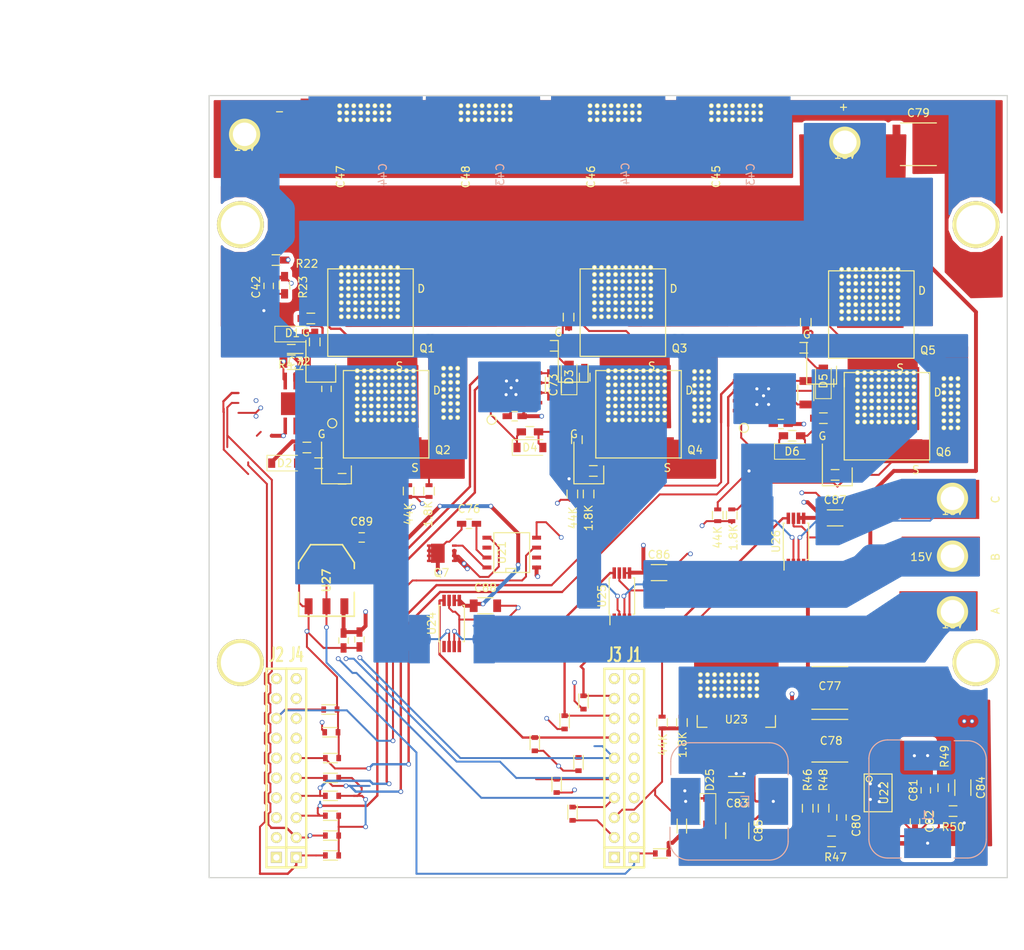
<source format=kicad_pcb>
(kicad_pcb (version 4) (host pcbnew 4.0.0-stable)
  (layers (0 F.Cu signal) (1 In1.Cu signal) (2 In2.Cu signal hide) (31 B.Cu signal hide) (34 B.Paste user) (35 F.Paste user hide) (36 B.SilkS user) (37 F.SilkS user) (38 B.Mask user) (39 F.Mask user hide) (44 Edge.Cuts user))
  (net 0 "")
  (net 1 GND)
  (net 2 "Net-(10k1-Pad1)")
  (net 3 /mosfet/phase_a_in)
  (net 4 "Net-(10k2-Pad1)")
  (net 5 "Net-(10k3-Pad1)")
  (net 6 /mosfet/phase_b_in)
  (net 7 "Net-(10k4-Pad1)")
  (net 8 "Net-(10k5-Pad1)")
  (net 9 /mosfet/phase_c_in)
  (net 10 "Net-(10k6-Pad1)")
  (net 11 +5V)
  (net 12 "Net-(C69-Pad1)")
  (net 13 "Net-(C72-Pad2)")
  (net 14 "Net-(C73-Pad2)")
  (net 15 "Net-(C74-Pad2)")
  (net 16 +15V)
  (net 17 "Net-(C76-Pad2)")
  (net 18 "Net-(C80-Pad1)")
  (net 19 "Net-(C81-Pad1)")
  (net 20 "Net-(C81-Pad2)")
  (net 21 "Net-(C82-Pad1)")
  (net 22 "Net-(C86-Pad1)")
  (net 23 /mosfet/H1)
  (net 24 "Net-(D1-Pad2)")
  (net 25 /mosfet/L1)
  (net 26 "Net-(D2-Pad2)")
  (net 27 /mosfet/H2)
  (net 28 "Net-(D3-Pad2)")
  (net 29 /mosfet/L2)
  (net 30 "Net-(D4-Pad2)")
  (net 31 /mosfet/H3)
  (net 32 "Net-(D5-Pad2)")
  (net 33 /mosfet/L3)
  (net 34 "Net-(D6-Pad2)")
  (net 35 /connector/TEMP)
  (net 36 /connector/VBUS_sense)
  (net 37 /connector/Vsense_c)
  (net 38 /connector/CurrentA)
  (net 39 /connector/CurrentB)
  (net 40 /connector/CurrentC)
  (net 41 /connector/PWM_H1)
  (net 42 /connector/PWM_L1)
  (net 43 /connector/PWM_H2)
  (net 44 /connector/PWM_L2)
  (net 45 /connector/PWM_H3)
  (net 46 /connector/PWM_L3)
  (net 47 "Net-(J1-Pad2)")
  (net 48 "Net-(J1-Pad3)")
  (net 49 "Net-(J1-Pad4)")
  (net 50 "Net-(J1-Pad5)")
  (net 51 "Net-(J1-Pad6)")
  (net 52 "Net-(J1-Pad7)")
  (net 53 "Net-(J1-Pad8)")
  (net 54 "Net-(J1-Pad9)")
  (net 55 "Net-(J1-Pad10)")
  (net 56 "Net-(J2-Pad2)")
  (net 57 "Net-(J2-Pad4)")
  (net 58 "Net-(J2-Pad5)")
  (net 59 "Net-(J2-Pad6)")
  (net 60 "Net-(J2-Pad7)")
  (net 61 /connector/EN_GATE)
  (net 62 "Net-(J2-Pad9)")
  (net 63 "Net-(J2-Pad10)")
  (net 64 "Net-(J3-Pad10)")
  (net 65 "Net-(J4-Pad7)")
  (net 66 "Net-(J4-Pad8)")
  (net 67 "Net-(J4-Pad9)")
  (net 68 "Net-(J4-Pad10)")
  (net 69 "Net-(L2-Pad1)")
  (net 70 /VBUS)
  (net 71 "Net-(Q7-Pad3)")
  (net 72 /Ti_120vgate/vsense_a)
  (net 73 /Ti_120vgate/vsense_b)
  (net 74 /Ti_120vgate/vsense_c)
  (net 75 "Net-(R46-Pad2)")
  (net 76 "Net-(R48-Pad1)")
  (net 77 "Net-(R49-Pad2)")
  (net 78 /current_sense_80v/PHASE_3)
  (net 79 /current_sense_80v/PHASE_2)
  (net 80 /current_sense_80v/PHASE_1)
  (net 81 "Net-(U21-Pad6)")
  (net 82 "Net-(U21-Pad2)")
  (net 83 "Net-(U22-Pad7)")
  (net 84 "Net-(U23-Pad5)")
  (net 85 "Net-(U24-Pad1)")
  (net 86 "Net-(U25-Pad1)")
  (net 87 "Net-(U26-Pad1)")
  (module library_new:SO_PowerPAD-8 (layer F.Cu) (at 104.635 63.4 180)
    (fp_text reference U18 hide)
    (fp_text value UCC27210)
    (pad 8 smd rect (at -1.905 -2.85 180) (size 0.45 2.15) (layers F.Cu F.Paste F.Mask) (net 25 /mosfet/L1))
    (pad 7 smd rect (at -0.635 -2.85 180) (size 0.45 2.15) (layers F.Cu F.Paste F.Mask) (net 1 GND))
    (pad 6 smd rect (at 0.635 -2.85 180) (size 0.45 2.15) (layers F.Cu F.Paste F.Mask) (net 42 /connector/PWM_L1))
    (pad 5 smd rect (at 1.905 -2.85 180) (size 0.45 2.15) (layers F.Cu F.Paste F.Mask) (net 41 /connector/PWM_H1))
    (pad 4 smd rect (at 1.905 2.9 180) (size 0.45 2.15) (layers F.Cu F.Paste F.Mask) (net 3 /mosfet/phase_a_in))
    (pad 3 smd rect (at 0.635 2.9 180) (size 0.45 2.15) (layers F.Cu F.Paste F.Mask) (net 23 /mosfet/H1))
    (pad 2 smd rect (at -0.635 2.9 180) (size 0.45 2.15) (layers F.Cu F.Paste F.Mask) (net 13 "Net-(C72-Pad2)"))
    (pad 1 smd rect (at -1.905 2.9 180) (size 0.45 2.15) (layers F.Cu F.Paste F.Mask) (net 12 "Net-(C69-Pad1)"))
    (pad pad smd rect (at 0 0 180) (size 4.9 2.9) (layers F.Cu F.Paste F.Mask) (net 1 GND))
  )
  (module via (layer F.Cu) (at 114.186 27.1 90)
    (fp_text reference REF**11111126 hide)
    (fp_text value via hide)
    (pad 1 thru_hole circle (at 0 0 90) (size 0.6 0.6) (drill 0.4) (layers *.Cu *.Mask F.SilkS) (net 1 GND))
  )
  (module via (layer F.Cu) (at 112.386 27.1 90)
    (fp_text reference REF**11111124 hide)
    (fp_text value via hide)
    (pad 1 thru_hole circle (at 0 0 90) (size 0.6 0.6) (drill 0.4) (layers *.Cu *.Mask F.SilkS) (net 1 GND))
  )
  (module via (layer F.Cu) (at 111.486 27.1 90)
    (fp_text reference REF**11111123 hide)
    (fp_text value via hide)
    (pad 1 thru_hole circle (at 0 0 90) (size 0.6 0.6) (drill 0.4) (layers *.Cu *.Mask F.SilkS) (net 1 GND))
  )
  (module via (layer F.Cu) (at 110.586 27.1 90)
    (fp_text reference REF**11111122 hide)
    (fp_text value via hide)
    (pad 1 thru_hole circle (at 0 0 90) (size 0.6 0.6) (drill 0.4) (layers *.Cu *.Mask F.SilkS) (net 1 GND))
  )
  (module via (layer F.Cu) (at 109.686 27.1 90)
    (fp_text reference REF**11111121 hide)
    (fp_text value via hide)
    (pad 1 thru_hole circle (at 0 0 90) (size 0.6 0.6) (drill 0.4) (layers *.Cu *.Mask F.SilkS) (net 1 GND))
  )
  (module via (layer F.Cu) (at 113.286 27.1 90)
    (fp_text reference REF**11111125 hide)
    (fp_text value via hide)
    (pad 1 thru_hole circle (at 0 0 90) (size 0.6 0.6) (drill 0.4) (layers *.Cu *.Mask F.SilkS) (net 1 GND))
  )
  (module via (layer F.Cu) (at 115.086 26.2 90)
    (fp_text reference REF**11111137 hide)
    (fp_text value via hide)
    (pad 1 thru_hole circle (at 0 0 90) (size 0.6 0.6) (drill 0.4) (layers *.Cu *.Mask F.SilkS) (net 1 GND))
  )
  (module via (layer F.Cu) (at 115.086 27.1 90)
    (fp_text reference REF**11111127 hide)
    (fp_text value via hide)
    (pad 1 thru_hole circle (at 0 0 90) (size 0.6 0.6) (drill 0.4) (layers *.Cu *.Mask F.SilkS) (net 1 GND))
  )
  (module via (layer F.Cu) (at 113.286 25.3 90)
    (fp_text reference REF**11111145 hide)
    (fp_text value via hide)
    (pad 1 thru_hole circle (at 0 0 90) (size 0.6 0.6) (drill 0.4) (layers *.Cu *.Mask F.SilkS) (net 1 GND))
  )
  (module via (layer F.Cu) (at 115.086 25.3 90)
    (fp_text reference REF**11111147 hide)
    (fp_text value via hide)
    (pad 1 thru_hole circle (at 0 0 90) (size 0.6 0.6) (drill 0.4) (layers *.Cu *.Mask F.SilkS) (net 1 GND))
  )
  (module via (layer F.Cu) (at 114.186 26.2 90)
    (fp_text reference REF**11111136 hide)
    (fp_text value via hide)
    (pad 1 thru_hole circle (at 0 0 90) (size 0.6 0.6) (drill 0.4) (layers *.Cu *.Mask F.SilkS) (net 1 GND))
  )
  (module via (layer F.Cu) (at 114.186 25.3 90)
    (fp_text reference REF**11111146 hide)
    (fp_text value via hide)
    (pad 1 thru_hole circle (at 0 0 90) (size 0.6 0.6) (drill 0.4) (layers *.Cu *.Mask F.SilkS) (net 1 GND))
  )
  (module via (layer F.Cu) (at 113.286 26.2 90)
    (fp_text reference REF**11111135 hide)
    (fp_text value via hide)
    (pad 1 thru_hole circle (at 0 0 90) (size 0.6 0.6) (drill 0.4) (layers *.Cu *.Mask F.SilkS) (net 1 GND))
  )
  (module via (layer F.Cu) (at 111.486 26.2 90)
    (fp_text reference REF**11111133 hide)
    (fp_text value via hide)
    (pad 1 thru_hole circle (at 0 0 90) (size 0.6 0.6) (drill 0.4) (layers *.Cu *.Mask F.SilkS) (net 1 GND))
  )
  (module via (layer F.Cu) (at 110.586 25.3 90)
    (fp_text reference REF**11111142 hide)
    (fp_text value via hide)
    (pad 1 thru_hole circle (at 0 0 90) (size 0.6 0.6) (drill 0.4) (layers *.Cu *.Mask F.SilkS) (net 1 GND))
  )
  (module via (layer F.Cu) (at 109.686 25.3 90)
    (fp_text reference REF**11111141 hide)
    (fp_text value via hide)
    (pad 1 thru_hole circle (at 0 0 90) (size 0.6 0.6) (drill 0.4) (layers *.Cu *.Mask F.SilkS) (net 1 GND))
  )
  (module via (layer F.Cu) (at 110.586 26.2 90)
    (fp_text reference REF**11111132 hide)
    (fp_text value via hide)
    (pad 1 thru_hole circle (at 0 0 90) (size 0.6 0.6) (drill 0.4) (layers *.Cu *.Mask F.SilkS) (net 1 GND))
  )
  (module via (layer F.Cu) (at 109.686 26.2 90)
    (fp_text reference REF**11111131 hide)
    (fp_text value via hide)
    (pad 1 thru_hole circle (at 0 0 90) (size 0.6 0.6) (drill 0.4) (layers *.Cu *.Mask F.SilkS) (net 1 GND))
  )
  (module via (layer F.Cu) (at 112.386 26.2 90)
    (fp_text reference REF**11111134 hide)
    (fp_text value via hide)
    (pad 1 thru_hole circle (at 0 0 90) (size 0.6 0.6) (drill 0.4) (layers *.Cu *.Mask F.SilkS) (net 1 GND))
  )
  (module via (layer F.Cu) (at 112.386 25.3 90)
    (fp_text reference REF**11111144 hide)
    (fp_text value via hide)
    (pad 1 thru_hole circle (at 0 0 90) (size 0.6 0.6) (drill 0.4) (layers *.Cu *.Mask F.SilkS) (net 1 GND))
  )
  (module via (layer F.Cu) (at 111.486 25.3 90)
    (fp_text reference REF**11111143 hide)
    (fp_text value via hide)
    (pad 1 thru_hole circle (at 0 0 90) (size 0.6 0.6) (drill 0.4) (layers *.Cu *.Mask F.SilkS) (net 1 GND))
  )
  (module via (layer F.Cu) (at 115.986 25.3 90)
    (fp_text reference REF**11111148 hide)
    (fp_text value via hide)
    (pad 1 thru_hole circle (at 0 0 90) (size 0.6 0.6) (drill 0.4) (layers *.Cu *.Mask F.SilkS) (net 1 GND))
  )
  (module via (layer F.Cu) (at 115.986 26.2 90)
    (fp_text reference REF**11111138 hide)
    (fp_text value via hide)
    (pad 1 thru_hole circle (at 0 0 90) (size 0.6 0.6) (drill 0.4) (layers *.Cu *.Mask F.SilkS) (net 1 GND))
  )
  (module via (layer F.Cu) (at 115.986 27.1 90)
    (fp_text reference REF**11111128 hide)
    (fp_text value via hide)
    (pad 1 thru_hole circle (at 0 0 90) (size 0.6 0.6) (drill 0.4) (layers *.Cu *.Mask F.SilkS) (net 1 GND))
  )
  (module via (layer F.Cu) (at 129.686 27.1 90)
    (fp_text reference REF**11111126 hide)
    (fp_text value via hide)
    (pad 1 thru_hole circle (at 0 0 90) (size 0.6 0.6) (drill 0.4) (layers *.Cu *.Mask F.SilkS) (net 1 GND))
  )
  (module via (layer F.Cu) (at 127.886 27.1 90)
    (fp_text reference REF**11111124 hide)
    (fp_text value via hide)
    (pad 1 thru_hole circle (at 0 0 90) (size 0.6 0.6) (drill 0.4) (layers *.Cu *.Mask F.SilkS) (net 1 GND))
  )
  (module via (layer F.Cu) (at 126.986 27.1 90)
    (fp_text reference REF**11111123 hide)
    (fp_text value via hide)
    (pad 1 thru_hole circle (at 0 0 90) (size 0.6 0.6) (drill 0.4) (layers *.Cu *.Mask F.SilkS) (net 1 GND))
  )
  (module via (layer F.Cu) (at 126.086 27.1 90)
    (fp_text reference REF**11111122 hide)
    (fp_text value via hide)
    (pad 1 thru_hole circle (at 0 0 90) (size 0.6 0.6) (drill 0.4) (layers *.Cu *.Mask F.SilkS) (net 1 GND))
  )
  (module via (layer F.Cu) (at 125.186 27.1 90)
    (fp_text reference REF**11111121 hide)
    (fp_text value via hide)
    (pad 1 thru_hole circle (at 0 0 90) (size 0.6 0.6) (drill 0.4) (layers *.Cu *.Mask F.SilkS) (net 1 GND))
  )
  (module via (layer F.Cu) (at 128.786 27.1 90)
    (fp_text reference REF**11111125 hide)
    (fp_text value via hide)
    (pad 1 thru_hole circle (at 0 0 90) (size 0.6 0.6) (drill 0.4) (layers *.Cu *.Mask F.SilkS) (net 1 GND))
  )
  (module via (layer F.Cu) (at 130.586 26.2 90)
    (fp_text reference REF**11111137 hide)
    (fp_text value via hide)
    (pad 1 thru_hole circle (at 0 0 90) (size 0.6 0.6) (drill 0.4) (layers *.Cu *.Mask F.SilkS) (net 1 GND))
  )
  (module via (layer F.Cu) (at 130.586 27.1 90)
    (fp_text reference REF**11111127 hide)
    (fp_text value via hide)
    (pad 1 thru_hole circle (at 0 0 90) (size 0.6 0.6) (drill 0.4) (layers *.Cu *.Mask F.SilkS) (net 1 GND))
  )
  (module via (layer F.Cu) (at 128.786 25.3 90)
    (fp_text reference REF**11111145 hide)
    (fp_text value via hide)
    (pad 1 thru_hole circle (at 0 0 90) (size 0.6 0.6) (drill 0.4) (layers *.Cu *.Mask F.SilkS) (net 1 GND))
  )
  (module via (layer F.Cu) (at 130.586 25.3 90)
    (fp_text reference REF**11111147 hide)
    (fp_text value via hide)
    (pad 1 thru_hole circle (at 0 0 90) (size 0.6 0.6) (drill 0.4) (layers *.Cu *.Mask F.SilkS) (net 1 GND))
  )
  (module via (layer F.Cu) (at 129.686 26.2 90)
    (fp_text reference REF**11111136 hide)
    (fp_text value via hide)
    (pad 1 thru_hole circle (at 0 0 90) (size 0.6 0.6) (drill 0.4) (layers *.Cu *.Mask F.SilkS) (net 1 GND))
  )
  (module via (layer F.Cu) (at 129.686 25.3 90)
    (fp_text reference REF**11111146 hide)
    (fp_text value via hide)
    (pad 1 thru_hole circle (at 0 0 90) (size 0.6 0.6) (drill 0.4) (layers *.Cu *.Mask F.SilkS) (net 1 GND))
  )
  (module via (layer F.Cu) (at 128.786 26.2 90)
    (fp_text reference REF**11111135 hide)
    (fp_text value via hide)
    (pad 1 thru_hole circle (at 0 0 90) (size 0.6 0.6) (drill 0.4) (layers *.Cu *.Mask F.SilkS) (net 1 GND))
  )
  (module via (layer F.Cu) (at 126.986 26.2 90)
    (fp_text reference REF**11111133 hide)
    (fp_text value via hide)
    (pad 1 thru_hole circle (at 0 0 90) (size 0.6 0.6) (drill 0.4) (layers *.Cu *.Mask F.SilkS) (net 1 GND))
  )
  (module via (layer F.Cu) (at 126.086 25.3 90)
    (fp_text reference REF**11111142 hide)
    (fp_text value via hide)
    (pad 1 thru_hole circle (at 0 0 90) (size 0.6 0.6) (drill 0.4) (layers *.Cu *.Mask F.SilkS) (net 1 GND))
  )
  (module via (layer F.Cu) (at 125.186 25.3 90)
    (fp_text reference REF**11111141 hide)
    (fp_text value via hide)
    (pad 1 thru_hole circle (at 0 0 90) (size 0.6 0.6) (drill 0.4) (layers *.Cu *.Mask F.SilkS) (net 1 GND))
  )
  (module via (layer F.Cu) (at 126.086 26.2 90)
    (fp_text reference REF**11111132 hide)
    (fp_text value via hide)
    (pad 1 thru_hole circle (at 0 0 90) (size 0.6 0.6) (drill 0.4) (layers *.Cu *.Mask F.SilkS) (net 1 GND))
  )
  (module via (layer F.Cu) (at 125.186 26.2 90)
    (fp_text reference REF**11111131 hide)
    (fp_text value via hide)
    (pad 1 thru_hole circle (at 0 0 90) (size 0.6 0.6) (drill 0.4) (layers *.Cu *.Mask F.SilkS) (net 1 GND))
  )
  (module via (layer F.Cu) (at 127.886 26.2 90)
    (fp_text reference REF**11111134 hide)
    (fp_text value via hide)
    (pad 1 thru_hole circle (at 0 0 90) (size 0.6 0.6) (drill 0.4) (layers *.Cu *.Mask F.SilkS) (net 1 GND))
  )
  (module via (layer F.Cu) (at 127.886 25.3 90)
    (fp_text reference REF**11111144 hide)
    (fp_text value via hide)
    (pad 1 thru_hole circle (at 0 0 90) (size 0.6 0.6) (drill 0.4) (layers *.Cu *.Mask F.SilkS) (net 1 GND))
  )
  (module via (layer F.Cu) (at 126.986 25.3 90)
    (fp_text reference REF**11111143 hide)
    (fp_text value via hide)
    (pad 1 thru_hole circle (at 0 0 90) (size 0.6 0.6) (drill 0.4) (layers *.Cu *.Mask F.SilkS) (net 1 GND))
  )
  (module via (layer F.Cu) (at 131.486 25.3 90)
    (fp_text reference REF**11111148 hide)
    (fp_text value via hide)
    (pad 1 thru_hole circle (at 0 0 90) (size 0.6 0.6) (drill 0.4) (layers *.Cu *.Mask F.SilkS) (net 1 GND))
  )
  (module via (layer F.Cu) (at 131.486 26.2 90)
    (fp_text reference REF**11111138 hide)
    (fp_text value via hide)
    (pad 1 thru_hole circle (at 0 0 90) (size 0.6 0.6) (drill 0.4) (layers *.Cu *.Mask F.SilkS) (net 1 GND))
  )
  (module via (layer F.Cu) (at 131.486 27.1 90)
    (fp_text reference REF**11111128 hide)
    (fp_text value via hide)
    (pad 1 thru_hole circle (at 0 0 90) (size 0.6 0.6) (drill 0.4) (layers *.Cu *.Mask F.SilkS) (net 1 GND))
  )
  (module via (layer F.Cu) (at 146.186 27.1 90)
    (fp_text reference REF**11111126 hide)
    (fp_text value via hide)
    (pad 1 thru_hole circle (at 0 0 90) (size 0.6 0.6) (drill 0.4) (layers *.Cu *.Mask F.SilkS) (net 1 GND))
  )
  (module via (layer F.Cu) (at 144.386 27.1 90)
    (fp_text reference REF**11111124 hide)
    (fp_text value via hide)
    (pad 1 thru_hole circle (at 0 0 90) (size 0.6 0.6) (drill 0.4) (layers *.Cu *.Mask F.SilkS) (net 1 GND))
  )
  (module via (layer F.Cu) (at 143.486 27.1 90)
    (fp_text reference REF**11111123 hide)
    (fp_text value via hide)
    (pad 1 thru_hole circle (at 0 0 90) (size 0.6 0.6) (drill 0.4) (layers *.Cu *.Mask F.SilkS) (net 1 GND))
  )
  (module via (layer F.Cu) (at 142.586 27.1 90)
    (fp_text reference REF**11111122 hide)
    (fp_text value via hide)
    (pad 1 thru_hole circle (at 0 0 90) (size 0.6 0.6) (drill 0.4) (layers *.Cu *.Mask F.SilkS) (net 1 GND))
  )
  (module via (layer F.Cu) (at 141.686 27.1 90)
    (fp_text reference REF**11111121 hide)
    (fp_text value via hide)
    (pad 1 thru_hole circle (at 0 0 90) (size 0.6 0.6) (drill 0.4) (layers *.Cu *.Mask F.SilkS) (net 1 GND))
  )
  (module via (layer F.Cu) (at 145.286 27.1 90)
    (fp_text reference REF**11111125 hide)
    (fp_text value via hide)
    (pad 1 thru_hole circle (at 0 0 90) (size 0.6 0.6) (drill 0.4) (layers *.Cu *.Mask F.SilkS) (net 1 GND))
  )
  (module via (layer F.Cu) (at 147.086 26.2 90)
    (fp_text reference REF**11111137 hide)
    (fp_text value via hide)
    (pad 1 thru_hole circle (at 0 0 90) (size 0.6 0.6) (drill 0.4) (layers *.Cu *.Mask F.SilkS) (net 1 GND))
  )
  (module via (layer F.Cu) (at 147.086 27.1 90)
    (fp_text reference REF**11111127 hide)
    (fp_text value via hide)
    (pad 1 thru_hole circle (at 0 0 90) (size 0.6 0.6) (drill 0.4) (layers *.Cu *.Mask F.SilkS) (net 1 GND))
  )
  (module via (layer F.Cu) (at 145.286 25.3 90)
    (fp_text reference REF**11111145 hide)
    (fp_text value via hide)
    (pad 1 thru_hole circle (at 0 0 90) (size 0.6 0.6) (drill 0.4) (layers *.Cu *.Mask F.SilkS) (net 1 GND))
  )
  (module via (layer F.Cu) (at 147.086 25.3 90)
    (fp_text reference REF**11111147 hide)
    (fp_text value via hide)
    (pad 1 thru_hole circle (at 0 0 90) (size 0.6 0.6) (drill 0.4) (layers *.Cu *.Mask F.SilkS) (net 1 GND))
  )
  (module via (layer F.Cu) (at 146.186 26.2 90)
    (fp_text reference REF**11111136 hide)
    (fp_text value via hide)
    (pad 1 thru_hole circle (at 0 0 90) (size 0.6 0.6) (drill 0.4) (layers *.Cu *.Mask F.SilkS) (net 1 GND))
  )
  (module via (layer F.Cu) (at 146.186 25.3 90)
    (fp_text reference REF**11111146 hide)
    (fp_text value via hide)
    (pad 1 thru_hole circle (at 0 0 90) (size 0.6 0.6) (drill 0.4) (layers *.Cu *.Mask F.SilkS) (net 1 GND))
  )
  (module via (layer F.Cu) (at 145.286 26.2 90)
    (fp_text reference REF**11111135 hide)
    (fp_text value via hide)
    (pad 1 thru_hole circle (at 0 0 90) (size 0.6 0.6) (drill 0.4) (layers *.Cu *.Mask F.SilkS) (net 1 GND))
  )
  (module via (layer F.Cu) (at 143.486 26.2 90)
    (fp_text reference REF**11111133 hide)
    (fp_text value via hide)
    (pad 1 thru_hole circle (at 0 0 90) (size 0.6 0.6) (drill 0.4) (layers *.Cu *.Mask F.SilkS) (net 1 GND))
  )
  (module via (layer F.Cu) (at 142.586 25.3 90)
    (fp_text reference REF**11111142 hide)
    (fp_text value via hide)
    (pad 1 thru_hole circle (at 0 0 90) (size 0.6 0.6) (drill 0.4) (layers *.Cu *.Mask F.SilkS) (net 1 GND))
  )
  (module via (layer F.Cu) (at 141.686 25.3 90)
    (fp_text reference REF**11111141 hide)
    (fp_text value via hide)
    (pad 1 thru_hole circle (at 0 0 90) (size 0.6 0.6) (drill 0.4) (layers *.Cu *.Mask F.SilkS) (net 1 GND))
  )
  (module via (layer F.Cu) (at 142.586 26.2 90)
    (fp_text reference REF**11111132 hide)
    (fp_text value via hide)
    (pad 1 thru_hole circle (at 0 0 90) (size 0.6 0.6) (drill 0.4) (layers *.Cu *.Mask F.SilkS) (net 1 GND))
  )
  (module via (layer F.Cu) (at 141.686 26.2 90)
    (fp_text reference REF**11111131 hide)
    (fp_text value via hide)
    (pad 1 thru_hole circle (at 0 0 90) (size 0.6 0.6) (drill 0.4) (layers *.Cu *.Mask F.SilkS) (net 1 GND))
  )
  (module via (layer F.Cu) (at 144.386 26.2 90)
    (fp_text reference REF**11111134 hide)
    (fp_text value via hide)
    (pad 1 thru_hole circle (at 0 0 90) (size 0.6 0.6) (drill 0.4) (layers *.Cu *.Mask F.SilkS) (net 1 GND))
  )
  (module via (layer F.Cu) (at 144.386 25.3 90)
    (fp_text reference REF**11111144 hide)
    (fp_text value via hide)
    (pad 1 thru_hole circle (at 0 0 90) (size 0.6 0.6) (drill 0.4) (layers *.Cu *.Mask F.SilkS) (net 1 GND))
  )
  (module via (layer F.Cu) (at 143.486 25.3 90)
    (fp_text reference REF**11111143 hide)
    (fp_text value via hide)
    (pad 1 thru_hole circle (at 0 0 90) (size 0.6 0.6) (drill 0.4) (layers *.Cu *.Mask F.SilkS) (net 1 GND))
  )
  (module via (layer F.Cu) (at 147.986 25.3 90)
    (fp_text reference REF**11111148 hide)
    (fp_text value via hide)
    (pad 1 thru_hole circle (at 0 0 90) (size 0.6 0.6) (drill 0.4) (layers *.Cu *.Mask F.SilkS) (net 1 GND))
  )
  (module via (layer F.Cu) (at 147.986 26.2 90)
    (fp_text reference REF**11111138 hide)
    (fp_text value via hide)
    (pad 1 thru_hole circle (at 0 0 90) (size 0.6 0.6) (drill 0.4) (layers *.Cu *.Mask F.SilkS) (net 1 GND))
  )
  (module via (layer F.Cu) (at 147.986 27.1 90)
    (fp_text reference REF**11111128 hide)
    (fp_text value via hide)
    (pad 1 thru_hole circle (at 0 0 90) (size 0.6 0.6) (drill 0.4) (layers *.Cu *.Mask F.SilkS) (net 1 GND))
  )
  (module via (layer F.Cu) (at 161.686 27.1 90)
    (fp_text reference REF**11111126 hide)
    (fp_text value via hide)
    (pad 1 thru_hole circle (at 0 0 90) (size 0.6 0.6) (drill 0.4) (layers *.Cu *.Mask F.SilkS) (net 1 GND))
  )
  (module via (layer F.Cu) (at 159.886 27.1 90)
    (fp_text reference REF**11111124 hide)
    (fp_text value via hide)
    (pad 1 thru_hole circle (at 0 0 90) (size 0.6 0.6) (drill 0.4) (layers *.Cu *.Mask F.SilkS) (net 1 GND))
  )
  (module via (layer F.Cu) (at 158.986 27.1 90)
    (fp_text reference REF**11111123 hide)
    (fp_text value via hide)
    (pad 1 thru_hole circle (at 0 0 90) (size 0.6 0.6) (drill 0.4) (layers *.Cu *.Mask F.SilkS) (net 1 GND))
  )
  (module via (layer F.Cu) (at 158.086 27.1 90)
    (fp_text reference REF**11111122 hide)
    (fp_text value via hide)
    (pad 1 thru_hole circle (at 0 0 90) (size 0.6 0.6) (drill 0.4) (layers *.Cu *.Mask F.SilkS) (net 1 GND))
  )
  (module via (layer F.Cu) (at 157.186 27.1 90)
    (fp_text reference REF**11111121 hide)
    (fp_text value via hide)
    (pad 1 thru_hole circle (at 0 0 90) (size 0.6 0.6) (drill 0.4) (layers *.Cu *.Mask F.SilkS) (net 1 GND))
  )
  (module via (layer F.Cu) (at 160.786 27.1 90)
    (fp_text reference REF**11111125 hide)
    (fp_text value via hide)
    (pad 1 thru_hole circle (at 0 0 90) (size 0.6 0.6) (drill 0.4) (layers *.Cu *.Mask F.SilkS) (net 1 GND))
  )
  (module via (layer F.Cu) (at 162.586 26.2 90)
    (fp_text reference REF**11111137 hide)
    (fp_text value via hide)
    (pad 1 thru_hole circle (at 0 0 90) (size 0.6 0.6) (drill 0.4) (layers *.Cu *.Mask F.SilkS) (net 1 GND))
  )
  (module via (layer F.Cu) (at 162.586 27.1 90)
    (fp_text reference REF**11111127 hide)
    (fp_text value via hide)
    (pad 1 thru_hole circle (at 0 0 90) (size 0.6 0.6) (drill 0.4) (layers *.Cu *.Mask F.SilkS) (net 1 GND))
  )
  (module via (layer F.Cu) (at 160.786 25.3 90)
    (fp_text reference REF**11111145 hide)
    (fp_text value via hide)
    (pad 1 thru_hole circle (at 0 0 90) (size 0.6 0.6) (drill 0.4) (layers *.Cu *.Mask F.SilkS) (net 1 GND))
  )
  (module via (layer F.Cu) (at 162.586 25.3 90)
    (fp_text reference REF**11111147 hide)
    (fp_text value via hide)
    (pad 1 thru_hole circle (at 0 0 90) (size 0.6 0.6) (drill 0.4) (layers *.Cu *.Mask F.SilkS) (net 1 GND))
  )
  (module via (layer F.Cu) (at 161.686 26.2 90)
    (fp_text reference REF**11111136 hide)
    (fp_text value via hide)
    (pad 1 thru_hole circle (at 0 0 90) (size 0.6 0.6) (drill 0.4) (layers *.Cu *.Mask F.SilkS) (net 1 GND))
  )
  (module via (layer F.Cu) (at 161.686 25.3 90)
    (fp_text reference REF**11111146 hide)
    (fp_text value via hide)
    (pad 1 thru_hole circle (at 0 0 90) (size 0.6 0.6) (drill 0.4) (layers *.Cu *.Mask F.SilkS) (net 1 GND))
  )
  (module via (layer F.Cu) (at 160.786 26.2 90)
    (fp_text reference REF**11111135 hide)
    (fp_text value via hide)
    (pad 1 thru_hole circle (at 0 0 90) (size 0.6 0.6) (drill 0.4) (layers *.Cu *.Mask F.SilkS) (net 1 GND))
  )
  (module via (layer F.Cu) (at 158.986 26.2 90)
    (fp_text reference REF**11111133 hide)
    (fp_text value via hide)
    (pad 1 thru_hole circle (at 0 0 90) (size 0.6 0.6) (drill 0.4) (layers *.Cu *.Mask F.SilkS) (net 1 GND))
  )
  (module via (layer F.Cu) (at 158.086 25.3 90)
    (fp_text reference REF**11111142 hide)
    (fp_text value via hide)
    (pad 1 thru_hole circle (at 0 0 90) (size 0.6 0.6) (drill 0.4) (layers *.Cu *.Mask F.SilkS) (net 1 GND))
  )
  (module via (layer F.Cu) (at 157.186 25.3 90)
    (fp_text reference REF**11111141 hide)
    (fp_text value via hide)
    (pad 1 thru_hole circle (at 0 0 90) (size 0.6 0.6) (drill 0.4) (layers *.Cu *.Mask F.SilkS) (net 1 GND))
  )
  (module via (layer F.Cu) (at 158.086 26.2 90)
    (fp_text reference REF**11111132 hide)
    (fp_text value via hide)
    (pad 1 thru_hole circle (at 0 0 90) (size 0.6 0.6) (drill 0.4) (layers *.Cu *.Mask F.SilkS) (net 1 GND))
  )
  (module via (layer F.Cu) (at 157.186 26.2 90)
    (fp_text reference REF**11111131 hide)
    (fp_text value via hide)
    (pad 1 thru_hole circle (at 0 0 90) (size 0.6 0.6) (drill 0.4) (layers *.Cu *.Mask F.SilkS) (net 1 GND))
  )
  (module via (layer F.Cu) (at 159.886 26.2 90)
    (fp_text reference REF**11111134 hide)
    (fp_text value via hide)
    (pad 1 thru_hole circle (at 0 0 90) (size 0.6 0.6) (drill 0.4) (layers *.Cu *.Mask F.SilkS) (net 1 GND))
  )
  (module via (layer F.Cu) (at 159.886 25.3 90)
    (fp_text reference REF**11111144 hide)
    (fp_text value via hide)
    (pad 1 thru_hole circle (at 0 0 90) (size 0.6 0.6) (drill 0.4) (layers *.Cu *.Mask F.SilkS) (net 1 GND))
  )
  (module via (layer F.Cu) (at 158.986 25.3 90)
    (fp_text reference REF**11111143 hide)
    (fp_text value via hide)
    (pad 1 thru_hole circle (at 0 0 90) (size 0.6 0.6) (drill 0.4) (layers *.Cu *.Mask F.SilkS) (net 1 GND))
  )
  (module via (layer F.Cu) (at 163.486 25.3 90)
    (fp_text reference REF**11111148 hide)
    (fp_text value via hide)
    (pad 1 thru_hole circle (at 0 0 90) (size 0.6 0.6) (drill 0.4) (layers *.Cu *.Mask F.SilkS) (net 1 GND))
  )
  (module via (layer F.Cu) (at 163.486 26.2 90)
    (fp_text reference REF**11111138 hide)
    (fp_text value via hide)
    (pad 1 thru_hole circle (at 0 0 90) (size 0.6 0.6) (drill 0.4) (layers *.Cu *.Mask F.SilkS) (net 1 GND))
  )
  (module via (layer F.Cu) (at 163.486 27.1 90)
    (fp_text reference REF**11111128 hide)
    (fp_text value via hide)
    (pad 1 thru_hole circle (at 0 0 90) (size 0.6 0.6) (drill 0.4) (layers *.Cu *.Mask F.SilkS) (net 1 GND))
  )
  (module library_new:cap_6065 (layer B.Cu) (at 128 34 270)
    (fp_text reference C43 (at 0.1 -2.2 270) (layer B.SilkS) (effects (justify mirror)))
    (fp_text value 4.7uf)
    (pad 1 smd rect (at -8.1 0 270) (size 3.6 14.6) (layers B.Cu B.Paste B.Mask) (net 1 GND))
    (pad 2 smd rect (at 8.1 0 270) (size 3.6 14.6) (layers B.Cu B.Paste B.Mask) (net 70 /VBUS))
  )
  (module library_new:cap_6065 (layer B.Cu) (at 113 34 270)
    (fp_text reference C44 (at 0.1 -2.2 270) (layer B.SilkS) (effects (justify mirror)))
    (fp_text value 4.7uf)
    (pad 1 smd rect (at -8.1 0 270) (size 3.6 14.6) (layers B.Cu B.Paste B.Mask) (net 1 GND))
    (pad 2 smd rect (at 8.1 0 270) (size 3.6 14.6) (layers B.Cu B.Paste B.Mask) (net 70 /VBUS))
  )
  (module via (layer F.Cu) (at 188 75.5)
    (fp_text reference 15V (at 0 1.6) (layer F.SilkS))
    (fp_text value via)
    (pad 1 thru_hole circle (at 0 0) (size 4 4) (drill 3) (layers *.Cu *.Mask F.SilkS) (net 78 /current_sense_80v/PHASE_3))
  )
  (module via (layer F.Cu) (at 188 82.892)
    (fp_text reference 15V (at -4 0.108) (layer F.SilkS))
    (fp_text value via)
    (pad 1 thru_hole circle (at 0 0) (size 4 4) (drill 3) (layers *.Cu *.Mask F.SilkS) (net 79 /current_sense_80v/PHASE_2))
  )
  (module via (layer F.Cu) (at 188 90)
    (fp_text reference 15V (at 0 1.6) (layer F.SilkS))
    (fp_text value via)
    (pad 1 thru_hole circle (at 0 0) (size 4 4) (drill 3) (layers *.Cu *.Mask F.SilkS) (net 80 /current_sense_80v/PHASE_1))
  )
  (module via (layer F.Cu) (at 97.536 28.956)
    (fp_text reference 15V (at 0 1.6) (layer F.SilkS))
    (fp_text value via)
    (pad 1 thru_hole circle (at 0 0) (size 4 4) (drill 3) (layers *.Cu *.Mask F.SilkS) (net 1 GND))
  )
  (module via (layer F.Cu) (at 162.992 100.742)
    (fp_text reference REF**111111298 hide)
    (fp_text value via hide)
    (pad 1 thru_hole circle (at 0 0) (size 0.6 0.6) (drill 0.4) (layers *.Cu *.Mask F.SilkS) (net 1 GND))
  )
  (module via (layer F.Cu) (at 162.092 100.742)
    (fp_text reference REF**111111288 hide)
    (fp_text value via hide)
    (pad 1 thru_hole circle (at 0 0) (size 0.6 0.6) (drill 0.4) (layers *.Cu *.Mask F.SilkS) (net 1 GND))
  )
  (module via (layer F.Cu) (at 161.192 100.742)
    (fp_text reference REF**111111278 hide)
    (fp_text value via hide)
    (pad 1 thru_hole circle (at 0 0) (size 0.6 0.6) (drill 0.4) (layers *.Cu *.Mask F.SilkS) (net 1 GND))
  )
  (module via (layer F.Cu) (at 160.292 100.742)
    (fp_text reference REF**111111268 hide)
    (fp_text value via hide)
    (pad 1 thru_hole circle (at 0 0) (size 0.6 0.6) (drill 0.4) (layers *.Cu *.Mask F.SilkS) (net 1 GND))
  )
  (module via (layer F.Cu) (at 159.392 100.742)
    (fp_text reference REF**111111258 hide)
    (fp_text value via hide)
    (pad 1 thru_hole circle (at 0 0) (size 0.6 0.6) (drill 0.4) (layers *.Cu *.Mask F.SilkS) (net 1 GND))
  )
  (module via (layer F.Cu) (at 158.492 100.742)
    (fp_text reference REF**111111248 hide)
    (fp_text value via hide)
    (pad 1 thru_hole circle (at 0 0) (size 0.6 0.6) (drill 0.4) (layers *.Cu *.Mask F.SilkS) (net 1 GND))
  )
  (module via (layer F.Cu) (at 157.592 100.742)
    (fp_text reference REF**111111238 hide)
    (fp_text value via hide)
    (pad 1 thru_hole circle (at 0 0) (size 0.6 0.6) (drill 0.4) (layers *.Cu *.Mask F.SilkS) (net 1 GND))
  )
  (module via (layer F.Cu) (at 156.692 100.742)
    (fp_text reference REF**111111228 hide)
    (fp_text value via hide)
    (pad 1 thru_hole circle (at 0 0) (size 0.6 0.6) (drill 0.4) (layers *.Cu *.Mask F.SilkS) (net 1 GND))
  )
  (module via (layer F.Cu) (at 155.792 100.742)
    (fp_text reference REF**111111218 hide)
    (fp_text value via hide)
    (pad 1 thru_hole circle (at 0 0) (size 0.6 0.6) (drill 0.4) (layers *.Cu *.Mask F.SilkS) (net 1 GND))
  )
  (module via (layer F.Cu) (at 162.992 99.842)
    (fp_text reference REF**111111297 hide)
    (fp_text value via hide)
    (pad 1 thru_hole circle (at 0 0) (size 0.6 0.6) (drill 0.4) (layers *.Cu *.Mask F.SilkS) (net 1 GND))
  )
  (module via (layer F.Cu) (at 162.092 99.842)
    (fp_text reference REF**111111287 hide)
    (fp_text value via hide)
    (pad 1 thru_hole circle (at 0 0) (size 0.6 0.6) (drill 0.4) (layers *.Cu *.Mask F.SilkS) (net 1 GND))
  )
  (module via (layer F.Cu) (at 161.192 99.842)
    (fp_text reference REF**111111277 hide)
    (fp_text value via hide)
    (pad 1 thru_hole circle (at 0 0) (size 0.6 0.6) (drill 0.4) (layers *.Cu *.Mask F.SilkS) (net 1 GND))
  )
  (module via (layer F.Cu) (at 160.292 99.842)
    (fp_text reference REF**111111267 hide)
    (fp_text value via hide)
    (pad 1 thru_hole circle (at 0 0) (size 0.6 0.6) (drill 0.4) (layers *.Cu *.Mask F.SilkS) (net 1 GND))
  )
  (module via (layer F.Cu) (at 159.392 99.842)
    (fp_text reference REF**111111257 hide)
    (fp_text value via hide)
    (pad 1 thru_hole circle (at 0 0) (size 0.6 0.6) (drill 0.4) (layers *.Cu *.Mask F.SilkS) (net 1 GND))
  )
  (module via (layer F.Cu) (at 158.492 99.842)
    (fp_text reference REF**111111247 hide)
    (fp_text value via hide)
    (pad 1 thru_hole circle (at 0 0) (size 0.6 0.6) (drill 0.4) (layers *.Cu *.Mask F.SilkS) (net 1 GND))
  )
  (module via (layer F.Cu) (at 157.592 99.842)
    (fp_text reference REF**111111237 hide)
    (fp_text value via hide)
    (pad 1 thru_hole circle (at 0 0) (size 0.6 0.6) (drill 0.4) (layers *.Cu *.Mask F.SilkS) (net 1 GND))
  )
  (module via (layer F.Cu) (at 156.692 99.842)
    (fp_text reference REF**111111227 hide)
    (fp_text value via hide)
    (pad 1 thru_hole circle (at 0 0) (size 0.6 0.6) (drill 0.4) (layers *.Cu *.Mask F.SilkS) (net 1 GND))
  )
  (module via (layer F.Cu) (at 155.792 99.842)
    (fp_text reference REF**111111217 hide)
    (fp_text value via hide)
    (pad 1 thru_hole circle (at 0 0) (size 0.6 0.6) (drill 0.4) (layers *.Cu *.Mask F.SilkS) (net 1 GND))
  )
  (module via (layer F.Cu) (at 162.992 98.942)
    (fp_text reference REF**111111296 hide)
    (fp_text value via hide)
    (pad 1 thru_hole circle (at 0 0) (size 0.6 0.6) (drill 0.4) (layers *.Cu *.Mask F.SilkS) (net 1 GND))
  )
  (module via (layer F.Cu) (at 162.092 98.942)
    (fp_text reference REF**111111286 hide)
    (fp_text value via hide)
    (pad 1 thru_hole circle (at 0 0) (size 0.6 0.6) (drill 0.4) (layers *.Cu *.Mask F.SilkS) (net 1 GND))
  )
  (module via (layer F.Cu) (at 161.192 98.942)
    (fp_text reference REF**111111276 hide)
    (fp_text value via hide)
    (pad 1 thru_hole circle (at 0 0) (size 0.6 0.6) (drill 0.4) (layers *.Cu *.Mask F.SilkS) (net 1 GND))
  )
  (module via (layer F.Cu) (at 160.292 98.942)
    (fp_text reference REF**111111266 hide)
    (fp_text value via hide)
    (pad 1 thru_hole circle (at 0 0) (size 0.6 0.6) (drill 0.4) (layers *.Cu *.Mask F.SilkS) (net 1 GND))
  )
  (module via (layer F.Cu) (at 159.392 98.942)
    (fp_text reference REF**111111256 hide)
    (fp_text value via hide)
    (pad 1 thru_hole circle (at 0 0) (size 0.6 0.6) (drill 0.4) (layers *.Cu *.Mask F.SilkS) (net 1 GND))
  )
  (module via (layer F.Cu) (at 158.492 98.942)
    (fp_text reference REF**111111246 hide)
    (fp_text value via hide)
    (pad 1 thru_hole circle (at 0 0) (size 0.6 0.6) (drill 0.4) (layers *.Cu *.Mask F.SilkS) (net 1 GND))
  )
  (module via (layer F.Cu) (at 157.592 98.942)
    (fp_text reference REF**111111236 hide)
    (fp_text value via hide)
    (pad 1 thru_hole circle (at 0 0) (size 0.6 0.6) (drill 0.4) (layers *.Cu *.Mask F.SilkS) (net 1 GND))
  )
  (module via (layer F.Cu) (at 156.692 98.942)
    (fp_text reference REF**111111226 hide)
    (fp_text value via hide)
    (pad 1 thru_hole circle (at 0 0) (size 0.6 0.6) (drill 0.4) (layers *.Cu *.Mask F.SilkS) (net 1 GND))
  )
  (module via (layer F.Cu) (at 155.792 98.942)
    (fp_text reference REF**111111216 hide)
    (fp_text value via hide)
    (pad 1 thru_hole circle (at 0 0) (size 0.6 0.6) (drill 0.4) (layers *.Cu *.Mask F.SilkS) (net 1 GND))
  )
  (module via (layer F.Cu) (at 162.992 98.042)
    (fp_text reference REF**111111295 hide)
    (fp_text value via hide)
    (pad 1 thru_hole circle (at 0 0) (size 0.6 0.6) (drill 0.4) (layers *.Cu *.Mask F.SilkS) (net 1 GND))
  )
  (module via (layer F.Cu) (at 162.092 98.042)
    (fp_text reference REF**111111285 hide)
    (fp_text value via hide)
    (pad 1 thru_hole circle (at 0 0) (size 0.6 0.6) (drill 0.4) (layers *.Cu *.Mask F.SilkS) (net 1 GND))
  )
  (module via (layer F.Cu) (at 161.192 98.042)
    (fp_text reference REF**111111275 hide)
    (fp_text value via hide)
    (pad 1 thru_hole circle (at 0 0) (size 0.6 0.6) (drill 0.4) (layers *.Cu *.Mask F.SilkS) (net 1 GND))
  )
  (module via (layer F.Cu) (at 160.292 98.042)
    (fp_text reference REF**111111265 hide)
    (fp_text value via hide)
    (pad 1 thru_hole circle (at 0 0) (size 0.6 0.6) (drill 0.4) (layers *.Cu *.Mask F.SilkS) (net 1 GND))
  )
  (module via (layer F.Cu) (at 159.392 98.042)
    (fp_text reference REF**111111255 hide)
    (fp_text value via hide)
    (pad 1 thru_hole circle (at 0 0) (size 0.6 0.6) (drill 0.4) (layers *.Cu *.Mask F.SilkS) (net 1 GND))
  )
  (module via (layer F.Cu) (at 158.492 98.042)
    (fp_text reference REF**111111245 hide)
    (fp_text value via hide)
    (pad 1 thru_hole circle (at 0 0) (size 0.6 0.6) (drill 0.4) (layers *.Cu *.Mask F.SilkS) (net 1 GND))
  )
  (module via (layer F.Cu) (at 157.592 98.042)
    (fp_text reference REF**111111235 hide)
    (fp_text value via hide)
    (pad 1 thru_hole circle (at 0 0) (size 0.6 0.6) (drill 0.4) (layers *.Cu *.Mask F.SilkS) (net 1 GND))
  )
  (module via (layer F.Cu) (at 156.692 98.042)
    (fp_text reference REF**111111225 hide)
    (fp_text value via hide)
    (pad 1 thru_hole circle (at 0 0) (size 0.6 0.6) (drill 0.4) (layers *.Cu *.Mask F.SilkS) (net 1 GND))
  )
  (module via (layer F.Cu) (at 155.792 98.042)
    (fp_text reference REF**111111215 hide)
    (fp_text value via hide)
    (pad 1 thru_hole circle (at 0 0) (size 0.6 0.6) (drill 0.4) (layers *.Cu *.Mask F.SilkS) (net 1 GND))
  )
  (module via (layer F.Cu) (at 187.8 66.486)
    (fp_text reference REF**11111138 hide)
    (fp_text value via hide)
    (pad 1 thru_hole circle (at 0 0) (size 0.6 0.6) (drill 0.4) (layers *.Cu *.Mask F.SilkS) (net 1 GND))
  )
  (module via (layer F.Cu) (at 188.7 66.486)
    (fp_text reference REF**11111148 hide)
    (fp_text value via hide)
    (pad 1 thru_hole circle (at 0 0) (size 0.6 0.6) (drill 0.4) (layers *.Cu *.Mask F.SilkS) (net 1 GND))
  )
  (module via (layer F.Cu) (at 186.9 65.586)
    (fp_text reference REF**11111127 hide)
    (fp_text value via hide)
    (pad 1 thru_hole circle (at 0 0) (size 0.6 0.6) (drill 0.4) (layers *.Cu *.Mask F.SilkS) (net 1 GND))
  )
  (module via (layer F.Cu) (at 186.9 66.486)
    (fp_text reference REF**11111128 hide)
    (fp_text value via hide)
    (pad 1 thru_hole circle (at 0 0) (size 0.6 0.6) (drill 0.4) (layers *.Cu *.Mask F.SilkS) (net 1 GND))
  )
  (module via (layer F.Cu) (at 186.9 63.786)
    (fp_text reference REF**11111125 hide)
    (fp_text value via hide)
    (pad 1 thru_hole circle (at 0 0) (size 0.6 0.6) (drill 0.4) (layers *.Cu *.Mask F.SilkS) (net 1 GND))
  )
  (module via (layer F.Cu) (at 186.9 64.686)
    (fp_text reference REF**11111126 hide)
    (fp_text value via hide)
    (pad 1 thru_hole circle (at 0 0) (size 0.6 0.6) (drill 0.4) (layers *.Cu *.Mask F.SilkS) (net 1 GND))
  )
  (module via (layer F.Cu) (at 187.8 63.786)
    (fp_text reference REF**11111135 hide)
    (fp_text value via hide)
    (pad 1 thru_hole circle (at 0 0) (size 0.6 0.6) (drill 0.4) (layers *.Cu *.Mask F.SilkS) (net 1 GND))
  )
  (module via (layer F.Cu) (at 188.7 64.686)
    (fp_text reference REF**11111146 hide)
    (fp_text value via hide)
    (pad 1 thru_hole circle (at 0 0) (size 0.6 0.6) (drill 0.4) (layers *.Cu *.Mask F.SilkS) (net 1 GND))
  )
  (module via (layer F.Cu) (at 188.7 63.786)
    (fp_text reference REF**11111145 hide)
    (fp_text value via hide)
    (pad 1 thru_hole circle (at 0 0) (size 0.6 0.6) (drill 0.4) (layers *.Cu *.Mask F.SilkS) (net 1 GND))
  )
  (module via (layer F.Cu) (at 187.8 64.686)
    (fp_text reference REF**11111136 hide)
    (fp_text value via hide)
    (pad 1 thru_hole circle (at 0 0) (size 0.6 0.6) (drill 0.4) (layers *.Cu *.Mask F.SilkS) (net 1 GND))
  )
  (module via (layer F.Cu) (at 188.7 65.586)
    (fp_text reference REF**11111147 hide)
    (fp_text value via hide)
    (pad 1 thru_hole circle (at 0 0) (size 0.6 0.6) (drill 0.4) (layers *.Cu *.Mask F.SilkS) (net 1 GND))
  )
  (module via (layer F.Cu) (at 187.8 65.586)
    (fp_text reference REF**11111137 hide)
    (fp_text value via hide)
    (pad 1 thru_hole circle (at 0 0) (size 0.6 0.6) (drill 0.4) (layers *.Cu *.Mask F.SilkS) (net 1 GND))
  )
  (module via (layer F.Cu) (at 186.9 60.186)
    (fp_text reference REF**11111121 hide)
    (fp_text value via hide)
    (pad 1 thru_hole circle (at 0 0) (size 0.6 0.6) (drill 0.4) (layers *.Cu *.Mask F.SilkS) (net 1 GND))
  )
  (module via (layer F.Cu) (at 186.9 61.086)
    (fp_text reference REF**11111122 hide)
    (fp_text value via hide)
    (pad 1 thru_hole circle (at 0 0) (size 0.6 0.6) (drill 0.4) (layers *.Cu *.Mask F.SilkS) (net 1 GND))
  )
  (module via (layer F.Cu) (at 186.9 61.986)
    (fp_text reference REF**11111123 hide)
    (fp_text value via hide)
    (pad 1 thru_hole circle (at 0 0) (size 0.6 0.6) (drill 0.4) (layers *.Cu *.Mask F.SilkS) (net 1 GND))
  )
  (module via (layer F.Cu) (at 186.9 62.886)
    (fp_text reference REF**11111124 hide)
    (fp_text value via hide)
    (pad 1 thru_hole circle (at 0 0) (size 0.6 0.6) (drill 0.4) (layers *.Cu *.Mask F.SilkS) (net 1 GND))
  )
  (module via (layer F.Cu) (at 188.7 61.086)
    (fp_text reference REF**11111142 hide)
    (fp_text value via hide)
    (pad 1 thru_hole circle (at 0 0) (size 0.6 0.6) (drill 0.4) (layers *.Cu *.Mask F.SilkS) (net 1 GND))
  )
  (module via (layer F.Cu) (at 188.7 60.186)
    (fp_text reference REF**11111141 hide)
    (fp_text value via hide)
    (pad 1 thru_hole circle (at 0 0) (size 0.6 0.6) (drill 0.4) (layers *.Cu *.Mask F.SilkS) (net 1 GND))
  )
  (module via (layer F.Cu) (at 187.8 61.086)
    (fp_text reference REF**11111132 hide)
    (fp_text value via hide)
    (pad 1 thru_hole circle (at 0 0) (size 0.6 0.6) (drill 0.4) (layers *.Cu *.Mask F.SilkS) (net 1 GND))
  )
  (module via (layer F.Cu) (at 187.8 60.186)
    (fp_text reference REF**11111131 hide)
    (fp_text value via hide)
    (pad 1 thru_hole circle (at 0 0) (size 0.6 0.6) (drill 0.4) (layers *.Cu *.Mask F.SilkS) (net 1 GND))
  )
  (module via (layer F.Cu) (at 187.8 62.886)
    (fp_text reference REF**11111134 hide)
    (fp_text value via hide)
    (pad 1 thru_hole circle (at 0 0) (size 0.6 0.6) (drill 0.4) (layers *.Cu *.Mask F.SilkS) (net 1 GND))
  )
  (module via (layer F.Cu) (at 188.7 62.886)
    (fp_text reference REF**11111144 hide)
    (fp_text value via hide)
    (pad 1 thru_hole circle (at 0 0) (size 0.6 0.6) (drill 0.4) (layers *.Cu *.Mask F.SilkS) (net 1 GND))
  )
  (module via (layer F.Cu) (at 188.7 61.986)
    (fp_text reference REF**11111143 hide)
    (fp_text value via hide)
    (pad 1 thru_hole circle (at 0 0) (size 0.6 0.6) (drill 0.4) (layers *.Cu *.Mask F.SilkS) (net 1 GND))
  )
  (module via (layer F.Cu) (at 187.8 61.986)
    (fp_text reference REF**11111133 hide)
    (fp_text value via hide)
    (pad 1 thru_hole circle (at 0 0) (size 0.6 0.6) (drill 0.4) (layers *.Cu *.Mask F.SilkS) (net 1 GND))
  )
  (module via (layer F.Cu) (at 155.032 65.576)
    (fp_text reference REF**11111128 hide)
    (fp_text value via hide)
    (pad 1 thru_hole circle (at 0 0) (size 0.6 0.6) (drill 0.4) (layers *.Cu *.Mask F.SilkS) (net 1 GND))
  )
  (module via (layer F.Cu) (at 155.032 64.676)
    (fp_text reference REF**11111127 hide)
    (fp_text value via hide)
    (pad 1 thru_hole circle (at 0 0) (size 0.6 0.6) (drill 0.4) (layers *.Cu *.Mask F.SilkS) (net 1 GND))
  )
  (module via (layer F.Cu) (at 155.032 63.776)
    (fp_text reference REF**11111126 hide)
    (fp_text value via hide)
    (pad 1 thru_hole circle (at 0 0) (size 0.6 0.6) (drill 0.4) (layers *.Cu *.Mask F.SilkS) (net 1 GND))
  )
  (module via (layer F.Cu) (at 155.032 62.876)
    (fp_text reference REF**11111125 hide)
    (fp_text value via hide)
    (pad 1 thru_hole circle (at 0 0) (size 0.6 0.6) (drill 0.4) (layers *.Cu *.Mask F.SilkS) (net 1 GND))
  )
  (module via (layer F.Cu) (at 155.932 63.776)
    (fp_text reference REF**11111136 hide)
    (fp_text value via hide)
    (pad 1 thru_hole circle (at 0 0) (size 0.6 0.6) (drill 0.4) (layers *.Cu *.Mask F.SilkS) (net 1 GND))
  )
  (module via (layer F.Cu) (at 155.932 64.676)
    (fp_text reference REF**11111137 hide)
    (fp_text value via hide)
    (pad 1 thru_hole circle (at 0 0) (size 0.6 0.6) (drill 0.4) (layers *.Cu *.Mask F.SilkS) (net 1 GND))
  )
  (module via (layer F.Cu) (at 155.932 65.576)
    (fp_text reference REF**11111138 hide)
    (fp_text value via hide)
    (pad 1 thru_hole circle (at 0 0) (size 0.6 0.6) (drill 0.4) (layers *.Cu *.Mask F.SilkS) (net 1 GND))
  )
  (module via (layer F.Cu) (at 156.832 65.576)
    (fp_text reference REF**11111148 hide)
    (fp_text value via hide)
    (pad 1 thru_hole circle (at 0 0) (size 0.6 0.6) (drill 0.4) (layers *.Cu *.Mask F.SilkS) (net 1 GND))
  )
  (module via (layer F.Cu) (at 156.832 64.676)
    (fp_text reference REF**11111147 hide)
    (fp_text value via hide)
    (pad 1 thru_hole circle (at 0 0) (size 0.6 0.6) (drill 0.4) (layers *.Cu *.Mask F.SilkS) (net 1 GND))
  )
  (module via (layer F.Cu) (at 156.832 63.776)
    (fp_text reference REF**11111146 hide)
    (fp_text value via hide)
    (pad 1 thru_hole circle (at 0 0) (size 0.6 0.6) (drill 0.4) (layers *.Cu *.Mask F.SilkS) (net 1 GND))
  )
  (module via (layer F.Cu) (at 155.032 61.976)
    (fp_text reference REF**11111124 hide)
    (fp_text value via hide)
    (pad 1 thru_hole circle (at 0 0) (size 0.6 0.6) (drill 0.4) (layers *.Cu *.Mask F.SilkS) (net 1 GND))
  )
  (module via (layer F.Cu) (at 155.032 59.276)
    (fp_text reference REF**11111121 hide)
    (fp_text value via hide)
    (pad 1 thru_hole circle (at 0 0) (size 0.6 0.6) (drill 0.4) (layers *.Cu *.Mask F.SilkS) (net 1 GND))
  )
  (module via (layer F.Cu) (at 155.032 60.176)
    (fp_text reference REF**11111122 hide)
    (fp_text value via hide)
    (pad 1 thru_hole circle (at 0 0) (size 0.6 0.6) (drill 0.4) (layers *.Cu *.Mask F.SilkS) (net 1 GND))
  )
  (module via (layer F.Cu) (at 155.032 61.076)
    (fp_text reference REF**11111123 hide)
    (fp_text value via hide)
    (pad 1 thru_hole circle (at 0 0) (size 0.6 0.6) (drill 0.4) (layers *.Cu *.Mask F.SilkS) (net 1 GND))
  )
  (module via (layer F.Cu) (at 155.932 61.076)
    (fp_text reference REF**11111133 hide)
    (fp_text value via hide)
    (pad 1 thru_hole circle (at 0 0) (size 0.6 0.6) (drill 0.4) (layers *.Cu *.Mask F.SilkS) (net 1 GND))
  )
  (module via (layer F.Cu) (at 155.932 59.276)
    (fp_text reference REF**11111131 hide)
    (fp_text value via hide)
    (pad 1 thru_hole circle (at 0 0) (size 0.6 0.6) (drill 0.4) (layers *.Cu *.Mask F.SilkS) (net 1 GND))
  )
  (module via (layer F.Cu) (at 156.832 59.276)
    (fp_text reference REF**11111141 hide)
    (fp_text value via hide)
    (pad 1 thru_hole circle (at 0 0) (size 0.6 0.6) (drill 0.4) (layers *.Cu *.Mask F.SilkS) (net 1 GND))
  )
  (module via (layer F.Cu) (at 156.832 60.176)
    (fp_text reference REF**11111142 hide)
    (fp_text value via hide)
    (pad 1 thru_hole circle (at 0 0) (size 0.6 0.6) (drill 0.4) (layers *.Cu *.Mask F.SilkS) (net 1 GND))
  )
  (module via (layer F.Cu) (at 155.932 60.176)
    (fp_text reference REF**11111132 hide)
    (fp_text value via hide)
    (pad 1 thru_hole circle (at 0 0) (size 0.6 0.6) (drill 0.4) (layers *.Cu *.Mask F.SilkS) (net 1 GND))
  )
  (module via (layer F.Cu) (at 156.832 61.076)
    (fp_text reference REF**11111143 hide)
    (fp_text value via hide)
    (pad 1 thru_hole circle (at 0 0) (size 0.6 0.6) (drill 0.4) (layers *.Cu *.Mask F.SilkS) (net 1 GND))
  )
  (module via (layer F.Cu) (at 156.832 62.876)
    (fp_text reference REF**11111145 hide)
    (fp_text value via hide)
    (pad 1 thru_hole circle (at 0 0) (size 0.6 0.6) (drill 0.4) (layers *.Cu *.Mask F.SilkS) (net 1 GND))
  )
  (module via (layer F.Cu) (at 155.932 61.976)
    (fp_text reference REF**11111134 hide)
    (fp_text value via hide)
    (pad 1 thru_hole circle (at 0 0) (size 0.6 0.6) (drill 0.4) (layers *.Cu *.Mask F.SilkS) (net 1 GND))
  )
  (module via (layer F.Cu) (at 156.832 61.976)
    (fp_text reference REF**11111144 hide)
    (fp_text value via hide)
    (pad 1 thru_hole circle (at 0 0) (size 0.6 0.6) (drill 0.4) (layers *.Cu *.Mask F.SilkS) (net 1 GND))
  )
  (module via (layer F.Cu) (at 155.932 62.876)
    (fp_text reference REF**11111135 hide)
    (fp_text value via hide)
    (pad 1 thru_hole circle (at 0 0) (size 0.6 0.6) (drill 0.4) (layers *.Cu *.Mask F.SilkS) (net 1 GND))
  )
  (module via (layer F.Cu) (at 122.966 58.872)
    (fp_text reference REF**11111121 hide)
    (fp_text value via hide)
    (pad 1 thru_hole circle (at 0 0) (size 0.6 0.6) (drill 0.4) (layers *.Cu *.Mask F.SilkS) (net 1 GND))
  )
  (module via (layer F.Cu) (at 122.966 59.772)
    (fp_text reference REF**11111122 hide)
    (fp_text value via hide)
    (pad 1 thru_hole circle (at 0 0) (size 0.6 0.6) (drill 0.4) (layers *.Cu *.Mask F.SilkS) (net 1 GND))
  )
  (module via (layer F.Cu) (at 123.866 59.772)
    (fp_text reference REF**11111132 hide)
    (fp_text value via hide)
    (pad 1 thru_hole circle (at 0 0) (size 0.6 0.6) (drill 0.4) (layers *.Cu *.Mask F.SilkS) (net 1 GND))
  )
  (module via (layer F.Cu) (at 122.966 63.372)
    (fp_text reference REF**11111126 hide)
    (fp_text value via hide)
    (pad 1 thru_hole circle (at 0 0) (size 0.6 0.6) (drill 0.4) (layers *.Cu *.Mask F.SilkS) (net 1 GND))
  )
  (module via (layer F.Cu) (at 122.966 64.272)
    (fp_text reference REF**11111127 hide)
    (fp_text value via hide)
    (pad 1 thru_hole circle (at 0 0) (size 0.6 0.6) (drill 0.4) (layers *.Cu *.Mask F.SilkS) (net 1 GND))
  )
  (module via (layer F.Cu) (at 124.766 65.172)
    (fp_text reference REF**11111148 hide)
    (fp_text value via hide)
    (pad 1 thru_hole circle (at 0 0) (size 0.6 0.6) (drill 0.4) (layers *.Cu *.Mask F.SilkS) (net 1 GND))
  )
  (module via (layer F.Cu) (at 123.866 65.172)
    (fp_text reference REF**11111138 hide)
    (fp_text value via hide)
    (pad 1 thru_hole circle (at 0 0) (size 0.6 0.6) (drill 0.4) (layers *.Cu *.Mask F.SilkS) (net 1 GND))
  )
  (module via (layer F.Cu) (at 122.966 65.172)
    (fp_text reference REF**11111128 hide)
    (fp_text value via hide)
    (pad 1 thru_hole circle (at 0 0) (size 0.6 0.6) (drill 0.4) (layers *.Cu *.Mask F.SilkS) (net 1 GND))
  )
  (module via (layer F.Cu) (at 123.866 64.272)
    (fp_text reference REF**11111137 hide)
    (fp_text value via hide)
    (pad 1 thru_hole circle (at 0 0) (size 0.6 0.6) (drill 0.4) (layers *.Cu *.Mask F.SilkS) (net 1 GND))
  )
  (module via (layer F.Cu) (at 123.866 63.372)
    (fp_text reference REF**11111136 hide)
    (fp_text value via hide)
    (pad 1 thru_hole circle (at 0 0) (size 0.6 0.6) (drill 0.4) (layers *.Cu *.Mask F.SilkS) (net 1 GND))
  )
  (module via (layer F.Cu) (at 122.966 62.472)
    (fp_text reference REF**11111125 hide)
    (fp_text value via hide)
    (pad 1 thru_hole circle (at 0 0) (size 0.6 0.6) (drill 0.4) (layers *.Cu *.Mask F.SilkS) (net 1 GND))
  )
  (module via (layer F.Cu) (at 122.966 60.672)
    (fp_text reference REF**11111123 hide)
    (fp_text value via hide)
    (pad 1 thru_hole circle (at 0 0) (size 0.6 0.6) (drill 0.4) (layers *.Cu *.Mask F.SilkS) (net 1 GND))
  )
  (module via (layer F.Cu) (at 123.866 60.672)
    (fp_text reference REF**11111133 hide)
    (fp_text value via hide)
    (pad 1 thru_hole circle (at 0 0) (size 0.6 0.6) (drill 0.4) (layers *.Cu *.Mask F.SilkS) (net 1 GND))
  )
  (module via (layer F.Cu) (at 124.766 60.672)
    (fp_text reference REF**11111143 hide)
    (fp_text value via hide)
    (pad 1 thru_hole circle (at 0 0) (size 0.6 0.6) (drill 0.4) (layers *.Cu *.Mask F.SilkS) (net 1 GND))
  )
  (module via (layer F.Cu) (at 124.766 59.772)
    (fp_text reference REF**11111142 hide)
    (fp_text value via hide)
    (pad 1 thru_hole circle (at 0 0) (size 0.6 0.6) (drill 0.4) (layers *.Cu *.Mask F.SilkS) (net 1 GND))
  )
  (module via (layer F.Cu) (at 124.766 58.872)
    (fp_text reference REF**11111141 hide)
    (fp_text value via hide)
    (pad 1 thru_hole circle (at 0 0) (size 0.6 0.6) (drill 0.4) (layers *.Cu *.Mask F.SilkS) (net 1 GND))
  )
  (module via (layer F.Cu) (at 123.866 58.872)
    (fp_text reference REF**11111131 hide)
    (fp_text value via hide)
    (pad 1 thru_hole circle (at 0 0) (size 0.6 0.6) (drill 0.4) (layers *.Cu *.Mask F.SilkS) (net 1 GND))
  )
  (module via (layer F.Cu) (at 124.766 64.272)
    (fp_text reference REF**11111147 hide)
    (fp_text value via hide)
    (pad 1 thru_hole circle (at 0 0) (size 0.6 0.6) (drill 0.4) (layers *.Cu *.Mask F.SilkS) (net 1 GND))
  )
  (module via (layer F.Cu) (at 124.766 63.372)
    (fp_text reference REF**11111146 hide)
    (fp_text value via hide)
    (pad 1 thru_hole circle (at 0 0) (size 0.6 0.6) (drill 0.4) (layers *.Cu *.Mask F.SilkS) (net 1 GND))
  )
  (module via (layer F.Cu) (at 124.766 62.472)
    (fp_text reference REF**11111145 hide)
    (fp_text value via hide)
    (pad 1 thru_hole circle (at 0 0) (size 0.6 0.6) (drill 0.4) (layers *.Cu *.Mask F.SilkS) (net 1 GND))
  )
  (module via (layer F.Cu) (at 123.866 62.472)
    (fp_text reference REF**11111135 hide)
    (fp_text value via hide)
    (pad 1 thru_hole circle (at 0 0) (size 0.6 0.6) (drill 0.4) (layers *.Cu *.Mask F.SilkS) (net 1 GND))
  )
  (module via (layer F.Cu) (at 124.766 61.572)
    (fp_text reference REF**11111144 hide)
    (fp_text value via hide)
    (pad 1 thru_hole circle (at 0 0) (size 0.6 0.6) (drill 0.4) (layers *.Cu *.Mask F.SilkS) (net 1 GND))
  )
  (module via (layer F.Cu) (at 123.866 61.572)
    (fp_text reference REF**11111134 hide)
    (fp_text value via hide)
    (pad 1 thru_hole circle (at 0 0) (size 0.6 0.6) (drill 0.4) (layers *.Cu *.Mask F.SilkS) (net 1 GND))
  )
  (module via (layer F.Cu) (at 122.966 61.572)
    (fp_text reference REF**11111124 hide)
    (fp_text value via hide)
    (pad 1 thru_hole circle (at 0 0) (size 0.6 0.6) (drill 0.4) (layers *.Cu *.Mask F.SilkS) (net 1 GND))
  )
  (module via (layer F.Cu) (at 175.868 65.736)
    (fp_text reference REF**1111118 hide)
    (fp_text value via hide)
    (pad 1 thru_hole circle (at 0 0) (size 0.6 0.6) (drill 0.4) (layers *.Cu *.Mask F.SilkS) (net 9 /mosfet/phase_c_in))
  )
  (module via (layer F.Cu) (at 176.768 65.736)
    (fp_text reference REF**1111128 hide)
    (fp_text value via hide)
    (pad 1 thru_hole circle (at 0 0) (size 0.6 0.6) (drill 0.4) (layers *.Cu *.Mask F.SilkS) (net 9 /mosfet/phase_c_in))
  )
  (module via (layer F.Cu) (at 176.768 64.836)
    (fp_text reference REF**1111127 hide)
    (fp_text value via hide)
    (pad 1 thru_hole circle (at 0 0) (size 0.6 0.6) (drill 0.4) (layers *.Cu *.Mask F.SilkS) (net 9 /mosfet/phase_c_in))
  )
  (module via (layer F.Cu) (at 175.868 64.836)
    (fp_text reference REF**1111117 hide)
    (fp_text value via hide)
    (pad 1 thru_hole circle (at 0 0) (size 0.6 0.6) (drill 0.4) (layers *.Cu *.Mask F.SilkS) (net 9 /mosfet/phase_c_in))
  )
  (module via (layer F.Cu) (at 175.868 63.936)
    (fp_text reference REF**1111116 hide)
    (fp_text value via hide)
    (pad 1 thru_hole circle (at 0 0) (size 0.6 0.6) (drill 0.4) (layers *.Cu *.Mask F.SilkS) (net 9 /mosfet/phase_c_in))
  )
  (module via (layer F.Cu) (at 176.768 63.936)
    (fp_text reference REF**1111126 hide)
    (fp_text value via hide)
    (pad 1 thru_hole circle (at 0 0) (size 0.6 0.6) (drill 0.4) (layers *.Cu *.Mask F.SilkS) (net 9 /mosfet/phase_c_in))
  )
  (module via (layer F.Cu) (at 177.668 65.736)
    (fp_text reference REF**1111138 hide)
    (fp_text value via hide)
    (pad 1 thru_hole circle (at 0 0) (size 0.6 0.6) (drill 0.4) (layers *.Cu *.Mask F.SilkS) (net 9 /mosfet/phase_c_in))
  )
  (module via (layer F.Cu) (at 177.668 63.936)
    (fp_text reference REF**1111136 hide)
    (fp_text value via hide)
    (pad 1 thru_hole circle (at 0 0) (size 0.6 0.6) (drill 0.4) (layers *.Cu *.Mask F.SilkS) (net 9 /mosfet/phase_c_in))
  )
  (module via (layer F.Cu) (at 177.668 64.836)
    (fp_text reference REF**1111137 hide)
    (fp_text value via hide)
    (pad 1 thru_hole circle (at 0 0) (size 0.6 0.6) (drill 0.4) (layers *.Cu *.Mask F.SilkS) (net 9 /mosfet/phase_c_in))
  )
  (module via (layer F.Cu) (at 179.468 63.936)
    (fp_text reference REF**1111156 hide)
    (fp_text value via hide)
    (pad 1 thru_hole circle (at 0 0) (size 0.6 0.6) (drill 0.4) (layers *.Cu *.Mask F.SilkS) (net 9 /mosfet/phase_c_in))
  )
  (module via (layer F.Cu) (at 178.568 63.936)
    (fp_text reference REF**1111146 hide)
    (fp_text value via hide)
    (pad 1 thru_hole circle (at 0 0) (size 0.6 0.6) (drill 0.4) (layers *.Cu *.Mask F.SilkS) (net 9 /mosfet/phase_c_in))
  )
  (module via (layer F.Cu) (at 178.568 64.836)
    (fp_text reference REF**1111147 hide)
    (fp_text value via hide)
    (pad 1 thru_hole circle (at 0 0) (size 0.6 0.6) (drill 0.4) (layers *.Cu *.Mask F.SilkS) (net 9 /mosfet/phase_c_in))
  )
  (module via (layer F.Cu) (at 179.468 64.836)
    (fp_text reference REF**1111157 hide)
    (fp_text value via hide)
    (pad 1 thru_hole circle (at 0 0) (size 0.6 0.6) (drill 0.4) (layers *.Cu *.Mask F.SilkS) (net 9 /mosfet/phase_c_in))
  )
  (module via (layer F.Cu) (at 179.468 65.736)
    (fp_text reference REF**1111158 hide)
    (fp_text value via hide)
    (pad 1 thru_hole circle (at 0 0) (size 0.6 0.6) (drill 0.4) (layers *.Cu *.Mask F.SilkS) (net 9 /mosfet/phase_c_in))
  )
  (module via (layer F.Cu) (at 178.568 65.736)
    (fp_text reference REF**1111148 hide)
    (fp_text value via hide)
    (pad 1 thru_hole circle (at 0 0) (size 0.6 0.6) (drill 0.4) (layers *.Cu *.Mask F.SilkS) (net 9 /mosfet/phase_c_in))
  )
  (module via (layer F.Cu) (at 181.268 65.736)
    (fp_text reference REF**1111178 hide)
    (fp_text value via hide)
    (pad 1 thru_hole circle (at 0 0) (size 0.6 0.6) (drill 0.4) (layers *.Cu *.Mask F.SilkS) (net 9 /mosfet/phase_c_in))
  )
  (module via (layer F.Cu) (at 181.268 64.836)
    (fp_text reference REF**1111177 hide)
    (fp_text value via hide)
    (pad 1 thru_hole circle (at 0 0) (size 0.6 0.6) (drill 0.4) (layers *.Cu *.Mask F.SilkS) (net 9 /mosfet/phase_c_in))
  )
  (module via (layer F.Cu) (at 181.268 63.936)
    (fp_text reference REF**1111176 hide)
    (fp_text value via hide)
    (pad 1 thru_hole circle (at 0 0) (size 0.6 0.6) (drill 0.4) (layers *.Cu *.Mask F.SilkS) (net 9 /mosfet/phase_c_in))
  )
  (module via (layer F.Cu) (at 180.368 63.936)
    (fp_text reference REF**1111166 hide)
    (fp_text value via hide)
    (pad 1 thru_hole circle (at 0 0) (size 0.6 0.6) (drill 0.4) (layers *.Cu *.Mask F.SilkS) (net 9 /mosfet/phase_c_in))
  )
  (module via (layer F.Cu) (at 180.368 65.736)
    (fp_text reference REF**1111168 hide)
    (fp_text value via hide)
    (pad 1 thru_hole circle (at 0 0) (size 0.6 0.6) (drill 0.4) (layers *.Cu *.Mask F.SilkS) (net 9 /mosfet/phase_c_in))
  )
  (module via (layer F.Cu) (at 180.368 64.836)
    (fp_text reference REF**1111167 hide)
    (fp_text value via hide)
    (pad 1 thru_hole circle (at 0 0) (size 0.6 0.6) (drill 0.4) (layers *.Cu *.Mask F.SilkS) (net 9 /mosfet/phase_c_in))
  )
  (module via (layer F.Cu) (at 175.868 60.336)
    (fp_text reference REF**1111112 hide)
    (fp_text value via hide)
    (pad 1 thru_hole circle (at 0 0) (size 0.6 0.6) (drill 0.4) (layers *.Cu *.Mask F.SilkS) (net 9 /mosfet/phase_c_in))
  )
  (module via (layer F.Cu) (at 176.768 60.336)
    (fp_text reference REF**1111122 hide)
    (fp_text value via hide)
    (pad 1 thru_hole circle (at 0 0) (size 0.6 0.6) (drill 0.4) (layers *.Cu *.Mask F.SilkS) (net 9 /mosfet/phase_c_in))
  )
  (module via (layer F.Cu) (at 177.668 60.336)
    (fp_text reference REF**1111132 hide)
    (fp_text value via hide)
    (pad 1 thru_hole circle (at 0 0) (size 0.6 0.6) (drill 0.4) (layers *.Cu *.Mask F.SilkS) (net 9 /mosfet/phase_c_in))
  )
  (module via (layer F.Cu) (at 176.768 59.436)
    (fp_text reference REF**1111121 hide)
    (fp_text value via hide)
    (pad 1 thru_hole circle (at 0 0) (size 0.6 0.6) (drill 0.4) (layers *.Cu *.Mask F.SilkS) (net 9 /mosfet/phase_c_in))
  )
  (module via (layer F.Cu) (at 177.668 59.436)
    (fp_text reference REF**1111131 hide)
    (fp_text value via hide)
    (pad 1 thru_hole circle (at 0 0) (size 0.6 0.6) (drill 0.4) (layers *.Cu *.Mask F.SilkS) (net 9 /mosfet/phase_c_in))
  )
  (module via (layer F.Cu) (at 175.868 59.436)
    (fp_text reference REF**1111111 hide)
    (fp_text value via hide)
    (pad 1 thru_hole circle (at 0 0) (size 0.6 0.6) (drill 0.4) (layers *.Cu *.Mask F.SilkS) (net 9 /mosfet/phase_c_in))
  )
  (module via (layer F.Cu) (at 175.868 61.236)
    (fp_text reference REF**1111113 hide)
    (fp_text value via hide)
    (pad 1 thru_hole circle (at 0 0) (size 0.6 0.6) (drill 0.4) (layers *.Cu *.Mask F.SilkS) (net 9 /mosfet/phase_c_in))
  )
  (module via (layer F.Cu) (at 175.868 62.136)
    (fp_text reference REF**1111114 hide)
    (fp_text value via hide)
    (pad 1 thru_hole circle (at 0 0) (size 0.6 0.6) (drill 0.4) (layers *.Cu *.Mask F.SilkS) (net 9 /mosfet/phase_c_in))
  )
  (module via (layer F.Cu) (at 175.868 63.036)
    (fp_text reference REF**1111115 hide)
    (fp_text value via hide)
    (pad 1 thru_hole circle (at 0 0) (size 0.6 0.6) (drill 0.4) (layers *.Cu *.Mask F.SilkS) (net 9 /mosfet/phase_c_in))
  )
  (module via (layer F.Cu) (at 176.768 63.036)
    (fp_text reference REF**1111125 hide)
    (fp_text value via hide)
    (pad 1 thru_hole circle (at 0 0) (size 0.6 0.6) (drill 0.4) (layers *.Cu *.Mask F.SilkS) (net 9 /mosfet/phase_c_in))
  )
  (module via (layer F.Cu) (at 176.768 61.236)
    (fp_text reference REF**1111123 hide)
    (fp_text value via hide)
    (pad 1 thru_hole circle (at 0 0) (size 0.6 0.6) (drill 0.4) (layers *.Cu *.Mask F.SilkS) (net 9 /mosfet/phase_c_in))
  )
  (module via (layer F.Cu) (at 177.668 61.236)
    (fp_text reference REF**1111133 hide)
    (fp_text value via hide)
    (pad 1 thru_hole circle (at 0 0) (size 0.6 0.6) (drill 0.4) (layers *.Cu *.Mask F.SilkS) (net 9 /mosfet/phase_c_in))
  )
  (module via (layer F.Cu) (at 177.668 62.136)
    (fp_text reference REF**1111134 hide)
    (fp_text value via hide)
    (pad 1 thru_hole circle (at 0 0) (size 0.6 0.6) (drill 0.4) (layers *.Cu *.Mask F.SilkS) (net 9 /mosfet/phase_c_in))
  )
  (module via (layer F.Cu) (at 176.768 62.136)
    (fp_text reference REF**1111124 hide)
    (fp_text value via hide)
    (pad 1 thru_hole circle (at 0 0) (size 0.6 0.6) (drill 0.4) (layers *.Cu *.Mask F.SilkS) (net 9 /mosfet/phase_c_in))
  )
  (module via (layer F.Cu) (at 177.668 63.036)
    (fp_text reference REF**1111135 hide)
    (fp_text value via hide)
    (pad 1 thru_hole circle (at 0 0) (size 0.6 0.6) (drill 0.4) (layers *.Cu *.Mask F.SilkS) (net 9 /mosfet/phase_c_in))
  )
  (module via (layer F.Cu) (at 179.468 63.036)
    (fp_text reference REF**1111155 hide)
    (fp_text value via hide)
    (pad 1 thru_hole circle (at 0 0) (size 0.6 0.6) (drill 0.4) (layers *.Cu *.Mask F.SilkS) (net 9 /mosfet/phase_c_in))
  )
  (module via (layer F.Cu) (at 178.568 62.136)
    (fp_text reference REF**1111144 hide)
    (fp_text value via hide)
    (pad 1 thru_hole circle (at 0 0) (size 0.6 0.6) (drill 0.4) (layers *.Cu *.Mask F.SilkS) (net 9 /mosfet/phase_c_in))
  )
  (module via (layer F.Cu) (at 179.468 62.136)
    (fp_text reference REF**1111154 hide)
    (fp_text value via hide)
    (pad 1 thru_hole circle (at 0 0) (size 0.6 0.6) (drill 0.4) (layers *.Cu *.Mask F.SilkS) (net 9 /mosfet/phase_c_in))
  )
  (module via (layer F.Cu) (at 178.568 63.036)
    (fp_text reference REF**1111145 hide)
    (fp_text value via hide)
    (pad 1 thru_hole circle (at 0 0) (size 0.6 0.6) (drill 0.4) (layers *.Cu *.Mask F.SilkS) (net 9 /mosfet/phase_c_in))
  )
  (module via (layer F.Cu) (at 178.568 61.236)
    (fp_text reference REF**1111143 hide)
    (fp_text value via hide)
    (pad 1 thru_hole circle (at 0 0) (size 0.6 0.6) (drill 0.4) (layers *.Cu *.Mask F.SilkS) (net 9 /mosfet/phase_c_in))
  )
  (module via (layer F.Cu) (at 179.468 61.236)
    (fp_text reference REF**1111153 hide)
    (fp_text value via hide)
    (pad 1 thru_hole circle (at 0 0) (size 0.6 0.6) (drill 0.4) (layers *.Cu *.Mask F.SilkS) (net 9 /mosfet/phase_c_in))
  )
  (module via (layer F.Cu) (at 178.568 59.436)
    (fp_text reference REF**1111141 hide)
    (fp_text value via hide)
    (pad 1 thru_hole circle (at 0 0) (size 0.6 0.6) (drill 0.4) (layers *.Cu *.Mask F.SilkS) (net 9 /mosfet/phase_c_in))
  )
  (module via (layer F.Cu) (at 179.468 59.436)
    (fp_text reference REF**1111151 hide)
    (fp_text value via hide)
    (pad 1 thru_hole circle (at 0 0) (size 0.6 0.6) (drill 0.4) (layers *.Cu *.Mask F.SilkS) (net 9 /mosfet/phase_c_in))
  )
  (module via (layer F.Cu) (at 178.568 60.336)
    (fp_text reference REF**1111142 hide)
    (fp_text value via hide)
    (pad 1 thru_hole circle (at 0 0) (size 0.6 0.6) (drill 0.4) (layers *.Cu *.Mask F.SilkS) (net 9 /mosfet/phase_c_in))
  )
  (module via (layer F.Cu) (at 179.468 60.336)
    (fp_text reference REF**1111152 hide)
    (fp_text value via hide)
    (pad 1 thru_hole circle (at 0 0) (size 0.6 0.6) (drill 0.4) (layers *.Cu *.Mask F.SilkS) (net 9 /mosfet/phase_c_in))
  )
  (module via (layer F.Cu) (at 183.068 63.936)
    (fp_text reference REF**1111196 hide)
    (fp_text value via hide)
    (pad 1 thru_hole circle (at 0 0) (size 0.6 0.6) (drill 0.4) (layers *.Cu *.Mask F.SilkS) (net 9 /mosfet/phase_c_in))
  )
  (module via (layer F.Cu) (at 182.168 65.736)
    (fp_text reference REF**1111188 hide)
    (fp_text value via hide)
    (pad 1 thru_hole circle (at 0 0) (size 0.6 0.6) (drill 0.4) (layers *.Cu *.Mask F.SilkS) (net 9 /mosfet/phase_c_in))
  )
  (module via (layer F.Cu) (at 182.168 63.936)
    (fp_text reference REF**1111186 hide)
    (fp_text value via hide)
    (pad 1 thru_hole circle (at 0 0) (size 0.6 0.6) (drill 0.4) (layers *.Cu *.Mask F.SilkS) (net 9 /mosfet/phase_c_in))
  )
  (module via (layer F.Cu) (at 182.168 64.836)
    (fp_text reference REF**1111187 hide)
    (fp_text value via hide)
    (pad 1 thru_hole circle (at 0 0) (size 0.6 0.6) (drill 0.4) (layers *.Cu *.Mask F.SilkS) (net 9 /mosfet/phase_c_in))
  )
  (module via (layer F.Cu) (at 183.068 64.836)
    (fp_text reference REF**1111197 hide)
    (fp_text value via hide)
    (pad 1 thru_hole circle (at 0 0) (size 0.6 0.6) (drill 0.4) (layers *.Cu *.Mask F.SilkS) (net 9 /mosfet/phase_c_in))
  )
  (module via (layer F.Cu) (at 183.068 65.736)
    (fp_text reference REF**1111198 hide)
    (fp_text value via hide)
    (pad 1 thru_hole circle (at 0 0) (size 0.6 0.6) (drill 0.4) (layers *.Cu *.Mask F.SilkS) (net 9 /mosfet/phase_c_in))
  )
  (module via (layer F.Cu) (at 180.368 59.436)
    (fp_text reference REF**1111161 hide)
    (fp_text value via hide)
    (pad 1 thru_hole circle (at 0 0) (size 0.6 0.6) (drill 0.4) (layers *.Cu *.Mask F.SilkS) (net 9 /mosfet/phase_c_in))
  )
  (module via (layer F.Cu) (at 181.268 59.436)
    (fp_text reference REF**1111171 hide)
    (fp_text value via hide)
    (pad 1 thru_hole circle (at 0 0) (size 0.6 0.6) (drill 0.4) (layers *.Cu *.Mask F.SilkS) (net 9 /mosfet/phase_c_in))
  )
  (module via (layer F.Cu) (at 180.368 60.336)
    (fp_text reference REF**1111162 hide)
    (fp_text value via hide)
    (pad 1 thru_hole circle (at 0 0) (size 0.6 0.6) (drill 0.4) (layers *.Cu *.Mask F.SilkS) (net 9 /mosfet/phase_c_in))
  )
  (module via (layer F.Cu) (at 181.268 60.336)
    (fp_text reference REF**1111172 hide)
    (fp_text value via hide)
    (pad 1 thru_hole circle (at 0 0) (size 0.6 0.6) (drill 0.4) (layers *.Cu *.Mask F.SilkS) (net 9 /mosfet/phase_c_in))
  )
  (module via (layer F.Cu) (at 182.168 60.336)
    (fp_text reference REF**1111182 hide)
    (fp_text value via hide)
    (pad 1 thru_hole circle (at 0 0) (size 0.6 0.6) (drill 0.4) (layers *.Cu *.Mask F.SilkS) (net 9 /mosfet/phase_c_in))
  )
  (module via (layer F.Cu) (at 183.068 59.436)
    (fp_text reference REF**1111191 hide)
    (fp_text value via hide)
    (pad 1 thru_hole circle (at 0 0) (size 0.6 0.6) (drill 0.4) (layers *.Cu *.Mask F.SilkS) (net 9 /mosfet/phase_c_in))
  )
  (module via (layer F.Cu) (at 182.168 59.436)
    (fp_text reference REF**1111181 hide)
    (fp_text value via hide)
    (pad 1 thru_hole circle (at 0 0) (size 0.6 0.6) (drill 0.4) (layers *.Cu *.Mask F.SilkS) (net 9 /mosfet/phase_c_in))
  )
  (module via (layer F.Cu) (at 183.068 60.336)
    (fp_text reference REF**1111192 hide)
    (fp_text value via hide)
    (pad 1 thru_hole circle (at 0 0) (size 0.6 0.6) (drill 0.4) (layers *.Cu *.Mask F.SilkS) (net 9 /mosfet/phase_c_in))
  )
  (module via (layer F.Cu) (at 182.168 62.136)
    (fp_text reference REF**1111184 hide)
    (fp_text value via hide)
    (pad 1 thru_hole circle (at 0 0) (size 0.6 0.6) (drill 0.4) (layers *.Cu *.Mask F.SilkS) (net 9 /mosfet/phase_c_in))
  )
  (module via (layer F.Cu) (at 182.168 63.036)
    (fp_text reference REF**1111185 hide)
    (fp_text value via hide)
    (pad 1 thru_hole circle (at 0 0) (size 0.6 0.6) (drill 0.4) (layers *.Cu *.Mask F.SilkS) (net 9 /mosfet/phase_c_in))
  )
  (module via (layer F.Cu) (at 183.068 63.036)
    (fp_text reference REF**1111195 hide)
    (fp_text value via hide)
    (pad 1 thru_hole circle (at 0 0) (size 0.6 0.6) (drill 0.4) (layers *.Cu *.Mask F.SilkS) (net 9 /mosfet/phase_c_in))
  )
  (module via (layer F.Cu) (at 182.168 61.236)
    (fp_text reference REF**1111183 hide)
    (fp_text value via hide)
    (pad 1 thru_hole circle (at 0 0) (size 0.6 0.6) (drill 0.4) (layers *.Cu *.Mask F.SilkS) (net 9 /mosfet/phase_c_in))
  )
  (module via (layer F.Cu) (at 183.068 62.136)
    (fp_text reference REF**1111194 hide)
    (fp_text value via hide)
    (pad 1 thru_hole circle (at 0 0) (size 0.6 0.6) (drill 0.4) (layers *.Cu *.Mask F.SilkS) (net 9 /mosfet/phase_c_in))
  )
  (module via (layer F.Cu) (at 183.068 61.236)
    (fp_text reference REF**1111193 hide)
    (fp_text value via hide)
    (pad 1 thru_hole circle (at 0 0) (size 0.6 0.6) (drill 0.4) (layers *.Cu *.Mask F.SilkS) (net 9 /mosfet/phase_c_in))
  )
  (module via (layer F.Cu) (at 180.368 61.236)
    (fp_text reference REF**1111163 hide)
    (fp_text value via hide)
    (pad 1 thru_hole circle (at 0 0) (size 0.6 0.6) (drill 0.4) (layers *.Cu *.Mask F.SilkS) (net 9 /mosfet/phase_c_in))
  )
  (module via (layer F.Cu) (at 181.268 61.236)
    (fp_text reference REF**1111173 hide)
    (fp_text value via hide)
    (pad 1 thru_hole circle (at 0 0) (size 0.6 0.6) (drill 0.4) (layers *.Cu *.Mask F.SilkS) (net 9 /mosfet/phase_c_in))
  )
  (module via (layer F.Cu) (at 180.368 62.136)
    (fp_text reference REF**1111164 hide)
    (fp_text value via hide)
    (pad 1 thru_hole circle (at 0 0) (size 0.6 0.6) (drill 0.4) (layers *.Cu *.Mask F.SilkS) (net 9 /mosfet/phase_c_in))
  )
  (module via (layer F.Cu) (at 181.268 62.136)
    (fp_text reference REF**1111174 hide)
    (fp_text value via hide)
    (pad 1 thru_hole circle (at 0 0) (size 0.6 0.6) (drill 0.4) (layers *.Cu *.Mask F.SilkS) (net 9 /mosfet/phase_c_in))
  )
  (module via (layer F.Cu) (at 180.368 63.036)
    (fp_text reference REF**1111165 hide)
    (fp_text value via hide)
    (pad 1 thru_hole circle (at 0 0) (size 0.6 0.6) (drill 0.4) (layers *.Cu *.Mask F.SilkS) (net 9 /mosfet/phase_c_in))
  )
  (module via (layer F.Cu) (at 181.268 63.036)
    (fp_text reference REF**1111175 hide)
    (fp_text value via hide)
    (pad 1 thru_hole circle (at 0 0) (size 0.6 0.6) (drill 0.4) (layers *.Cu *.Mask F.SilkS) (net 9 /mosfet/phase_c_in))
  )
  (module via (layer F.Cu) (at 145.82 63.686)
    (fp_text reference REF**111136 hide)
    (fp_text value via hide)
    (pad 1 thru_hole circle (at 0 0) (size 0.6 0.6) (drill 0.4) (layers *.Cu *.Mask F.SilkS) (net 6 /mosfet/phase_b_in))
  )
  (module via (layer F.Cu) (at 144.92 63.686)
    (fp_text reference REF**111126 hide)
    (fp_text value via hide)
    (pad 1 thru_hole circle (at 0 0) (size 0.6 0.6) (drill 0.4) (layers *.Cu *.Mask F.SilkS) (net 6 /mosfet/phase_b_in))
  )
  (module via (layer F.Cu) (at 145.82 65.486)
    (fp_text reference REF**111138 hide)
    (fp_text value via hide)
    (pad 1 thru_hole circle (at 0 0) (size 0.6 0.6) (drill 0.4) (layers *.Cu *.Mask F.SilkS) (net 6 /mosfet/phase_b_in))
  )
  (module via (layer F.Cu) (at 145.82 64.586)
    (fp_text reference REF**111137 hide)
    (fp_text value via hide)
    (pad 1 thru_hole circle (at 0 0) (size 0.6 0.6) (drill 0.4) (layers *.Cu *.Mask F.SilkS) (net 6 /mosfet/phase_b_in))
  )
  (module via (layer F.Cu) (at 144.92 64.586)
    (fp_text reference REF**111127 hide)
    (fp_text value via hide)
    (pad 1 thru_hole circle (at 0 0) (size 0.6 0.6) (drill 0.4) (layers *.Cu *.Mask F.SilkS) (net 6 /mosfet/phase_b_in))
  )
  (module via (layer F.Cu) (at 144.02 64.586)
    (fp_text reference REF**111117 hide)
    (fp_text value via hide)
    (pad 1 thru_hole circle (at 0 0) (size 0.6 0.6) (drill 0.4) (layers *.Cu *.Mask F.SilkS) (net 6 /mosfet/phase_b_in))
  )
  (module via (layer F.Cu) (at 144.02 65.486)
    (fp_text reference REF**111118 hide)
    (fp_text value via hide)
    (pad 1 thru_hole circle (at 0 0) (size 0.6 0.6) (drill 0.4) (layers *.Cu *.Mask F.SilkS) (net 6 /mosfet/phase_b_in))
  )
  (module via (layer F.Cu) (at 144.02 63.686)
    (fp_text reference REF**111116 hide)
    (fp_text value via hide)
    (pad 1 thru_hole circle (at 0 0) (size 0.6 0.6) (drill 0.4) (layers *.Cu *.Mask F.SilkS) (net 6 /mosfet/phase_b_in))
  )
  (module via (layer F.Cu) (at 144.92 65.486)
    (fp_text reference REF**111128 hide)
    (fp_text value via hide)
    (pad 1 thru_hole circle (at 0 0) (size 0.6 0.6) (drill 0.4) (layers *.Cu *.Mask F.SilkS) (net 6 /mosfet/phase_b_in))
  )
  (module via (layer F.Cu) (at 144.02 60.086)
    (fp_text reference REF**111112 hide)
    (fp_text value via hide)
    (pad 1 thru_hole circle (at 0 0) (size 0.6 0.6) (drill 0.4) (layers *.Cu *.Mask F.SilkS) (net 6 /mosfet/phase_b_in))
  )
  (module via (layer F.Cu) (at 144.92 60.086)
    (fp_text reference REF**111122 hide)
    (fp_text value via hide)
    (pad 1 thru_hole circle (at 0 0) (size 0.6 0.6) (drill 0.4) (layers *.Cu *.Mask F.SilkS) (net 6 /mosfet/phase_b_in))
  )
  (module via (layer F.Cu) (at 145.82 60.086)
    (fp_text reference REF**111132 hide)
    (fp_text value via hide)
    (pad 1 thru_hole circle (at 0 0) (size 0.6 0.6) (drill 0.4) (layers *.Cu *.Mask F.SilkS) (net 6 /mosfet/phase_b_in))
  )
  (module via (layer F.Cu) (at 144.92 59.186)
    (fp_text reference REF**111121 hide)
    (fp_text value via hide)
    (pad 1 thru_hole circle (at 0 0) (size 0.6 0.6) (drill 0.4) (layers *.Cu *.Mask F.SilkS) (net 6 /mosfet/phase_b_in))
  )
  (module via (layer F.Cu) (at 145.82 59.186)
    (fp_text reference REF**111131 hide)
    (fp_text value via hide)
    (pad 1 thru_hole circle (at 0 0) (size 0.6 0.6) (drill 0.4) (layers *.Cu *.Mask F.SilkS) (net 6 /mosfet/phase_b_in))
  )
  (module via (layer F.Cu) (at 144.02 59.186)
    (fp_text reference REF**111111 hide)
    (fp_text value via hide)
    (pad 1 thru_hole circle (at 0 0) (size 0.6 0.6) (drill 0.4) (layers *.Cu *.Mask F.SilkS) (net 6 /mosfet/phase_b_in))
  )
  (module via (layer F.Cu) (at 144.02 60.986)
    (fp_text reference REF**111113 hide)
    (fp_text value via hide)
    (pad 1 thru_hole circle (at 0 0) (size 0.6 0.6) (drill 0.4) (layers *.Cu *.Mask F.SilkS) (net 6 /mosfet/phase_b_in))
  )
  (module via (layer F.Cu) (at 144.02 61.886)
    (fp_text reference REF**111114 hide)
    (fp_text value via hide)
    (pad 1 thru_hole circle (at 0 0) (size 0.6 0.6) (drill 0.4) (layers *.Cu *.Mask F.SilkS) (net 6 /mosfet/phase_b_in))
  )
  (module via (layer F.Cu) (at 144.02 62.786)
    (fp_text reference REF**111115 hide)
    (fp_text value via hide)
    (pad 1 thru_hole circle (at 0 0) (size 0.6 0.6) (drill 0.4) (layers *.Cu *.Mask F.SilkS) (net 6 /mosfet/phase_b_in))
  )
  (module via (layer F.Cu) (at 144.92 62.786)
    (fp_text reference REF**111125 hide)
    (fp_text value via hide)
    (pad 1 thru_hole circle (at 0 0) (size 0.6 0.6) (drill 0.4) (layers *.Cu *.Mask F.SilkS) (net 6 /mosfet/phase_b_in))
  )
  (module via (layer F.Cu) (at 144.92 60.986)
    (fp_text reference REF**111123 hide)
    (fp_text value via hide)
    (pad 1 thru_hole circle (at 0 0) (size 0.6 0.6) (drill 0.4) (layers *.Cu *.Mask F.SilkS) (net 6 /mosfet/phase_b_in))
  )
  (module via (layer F.Cu) (at 145.82 60.986)
    (fp_text reference REF**111133 hide)
    (fp_text value via hide)
    (pad 1 thru_hole circle (at 0 0) (size 0.6 0.6) (drill 0.4) (layers *.Cu *.Mask F.SilkS) (net 6 /mosfet/phase_b_in))
  )
  (module via (layer F.Cu) (at 145.82 61.886)
    (fp_text reference REF**111134 hide)
    (fp_text value via hide)
    (pad 1 thru_hole circle (at 0 0) (size 0.6 0.6) (drill 0.4) (layers *.Cu *.Mask F.SilkS) (net 6 /mosfet/phase_b_in))
  )
  (module via (layer F.Cu) (at 144.92 61.886)
    (fp_text reference REF**111124 hide)
    (fp_text value via hide)
    (pad 1 thru_hole circle (at 0 0) (size 0.6 0.6) (drill 0.4) (layers *.Cu *.Mask F.SilkS) (net 6 /mosfet/phase_b_in))
  )
  (module via (layer F.Cu) (at 145.82 62.786)
    (fp_text reference REF**111135 hide)
    (fp_text value via hide)
    (pad 1 thru_hole circle (at 0 0) (size 0.6 0.6) (drill 0.4) (layers *.Cu *.Mask F.SilkS) (net 6 /mosfet/phase_b_in))
  )
  (module via (layer F.Cu) (at 147.62 62.786)
    (fp_text reference REF**111155 hide)
    (fp_text value via hide)
    (pad 1 thru_hole circle (at 0 0) (size 0.6 0.6) (drill 0.4) (layers *.Cu *.Mask F.SilkS) (net 6 /mosfet/phase_b_in))
  )
  (module via (layer F.Cu) (at 146.72 61.886)
    (fp_text reference REF**111144 hide)
    (fp_text value via hide)
    (pad 1 thru_hole circle (at 0 0) (size 0.6 0.6) (drill 0.4) (layers *.Cu *.Mask F.SilkS) (net 6 /mosfet/phase_b_in))
  )
  (module via (layer F.Cu) (at 147.62 61.886)
    (fp_text reference REF**111154 hide)
    (fp_text value via hide)
    (pad 1 thru_hole circle (at 0 0) (size 0.6 0.6) (drill 0.4) (layers *.Cu *.Mask F.SilkS) (net 6 /mosfet/phase_b_in))
  )
  (module via (layer F.Cu) (at 146.72 62.786)
    (fp_text reference REF**111145 hide)
    (fp_text value via hide)
    (pad 1 thru_hole circle (at 0 0) (size 0.6 0.6) (drill 0.4) (layers *.Cu *.Mask F.SilkS) (net 6 /mosfet/phase_b_in))
  )
  (module via (layer F.Cu) (at 146.72 60.986)
    (fp_text reference REF**111143 hide)
    (fp_text value via hide)
    (pad 1 thru_hole circle (at 0 0) (size 0.6 0.6) (drill 0.4) (layers *.Cu *.Mask F.SilkS) (net 6 /mosfet/phase_b_in))
  )
  (module via (layer F.Cu) (at 147.62 60.986)
    (fp_text reference REF**111153 hide)
    (fp_text value via hide)
    (pad 1 thru_hole circle (at 0 0) (size 0.6 0.6) (drill 0.4) (layers *.Cu *.Mask F.SilkS) (net 6 /mosfet/phase_b_in))
  )
  (module via (layer F.Cu) (at 146.72 59.186)
    (fp_text reference REF**111141 hide)
    (fp_text value via hide)
    (pad 1 thru_hole circle (at 0 0) (size 0.6 0.6) (drill 0.4) (layers *.Cu *.Mask F.SilkS) (net 6 /mosfet/phase_b_in))
  )
  (module via (layer F.Cu) (at 147.62 59.186)
    (fp_text reference REF**111151 hide)
    (fp_text value via hide)
    (pad 1 thru_hole circle (at 0 0) (size 0.6 0.6) (drill 0.4) (layers *.Cu *.Mask F.SilkS) (net 6 /mosfet/phase_b_in))
  )
  (module via (layer F.Cu) (at 146.72 60.086)
    (fp_text reference REF**111142 hide)
    (fp_text value via hide)
    (pad 1 thru_hole circle (at 0 0) (size 0.6 0.6) (drill 0.4) (layers *.Cu *.Mask F.SilkS) (net 6 /mosfet/phase_b_in))
  )
  (module via (layer F.Cu) (at 147.62 60.086)
    (fp_text reference REF**111152 hide)
    (fp_text value via hide)
    (pad 1 thru_hole circle (at 0 0) (size 0.6 0.6) (drill 0.4) (layers *.Cu *.Mask F.SilkS) (net 6 /mosfet/phase_b_in))
  )
  (module via (layer F.Cu) (at 146.72 64.586)
    (fp_text reference REF**111147 hide)
    (fp_text value via hide)
    (pad 1 thru_hole circle (at 0 0) (size 0.6 0.6) (drill 0.4) (layers *.Cu *.Mask F.SilkS) (net 6 /mosfet/phase_b_in))
  )
  (module via (layer F.Cu) (at 147.62 63.686)
    (fp_text reference REF**111156 hide)
    (fp_text value via hide)
    (pad 1 thru_hole circle (at 0 0) (size 0.6 0.6) (drill 0.4) (layers *.Cu *.Mask F.SilkS) (net 6 /mosfet/phase_b_in))
  )
  (module via (layer F.Cu) (at 146.72 63.686)
    (fp_text reference REF**111146 hide)
    (fp_text value via hide)
    (pad 1 thru_hole circle (at 0 0) (size 0.6 0.6) (drill 0.4) (layers *.Cu *.Mask F.SilkS) (net 6 /mosfet/phase_b_in))
  )
  (module via (layer F.Cu) (at 147.62 64.586)
    (fp_text reference REF**111157 hide)
    (fp_text value via hide)
    (pad 1 thru_hole circle (at 0 0) (size 0.6 0.6) (drill 0.4) (layers *.Cu *.Mask F.SilkS) (net 6 /mosfet/phase_b_in))
  )
  (module via (layer F.Cu) (at 147.62 65.486)
    (fp_text reference REF**111158 hide)
    (fp_text value via hide)
    (pad 1 thru_hole circle (at 0 0) (size 0.6 0.6) (drill 0.4) (layers *.Cu *.Mask F.SilkS) (net 6 /mosfet/phase_b_in))
  )
  (module via (layer F.Cu) (at 146.72 65.486)
    (fp_text reference REF**111148 hide)
    (fp_text value via hide)
    (pad 1 thru_hole circle (at 0 0) (size 0.6 0.6) (drill 0.4) (layers *.Cu *.Mask F.SilkS) (net 6 /mosfet/phase_b_in))
  )
  (module via (layer F.Cu) (at 149.42 65.486)
    (fp_text reference REF**111178 hide)
    (fp_text value via hide)
    (pad 1 thru_hole circle (at 0 0) (size 0.6 0.6) (drill 0.4) (layers *.Cu *.Mask F.SilkS) (net 6 /mosfet/phase_b_in))
  )
  (module via (layer F.Cu) (at 149.42 64.586)
    (fp_text reference REF**111177 hide)
    (fp_text value via hide)
    (pad 1 thru_hole circle (at 0 0) (size 0.6 0.6) (drill 0.4) (layers *.Cu *.Mask F.SilkS) (net 6 /mosfet/phase_b_in))
  )
  (module via (layer F.Cu) (at 149.42 63.686)
    (fp_text reference REF**111176 hide)
    (fp_text value via hide)
    (pad 1 thru_hole circle (at 0 0) (size 0.6 0.6) (drill 0.4) (layers *.Cu *.Mask F.SilkS) (net 6 /mosfet/phase_b_in))
  )
  (module via (layer F.Cu) (at 148.52 63.686)
    (fp_text reference REF**111166 hide)
    (fp_text value via hide)
    (pad 1 thru_hole circle (at 0 0) (size 0.6 0.6) (drill 0.4) (layers *.Cu *.Mask F.SilkS) (net 6 /mosfet/phase_b_in))
  )
  (module via (layer F.Cu) (at 148.52 65.486)
    (fp_text reference REF**111168 hide)
    (fp_text value via hide)
    (pad 1 thru_hole circle (at 0 0) (size 0.6 0.6) (drill 0.4) (layers *.Cu *.Mask F.SilkS) (net 6 /mosfet/phase_b_in))
  )
  (module via (layer F.Cu) (at 148.52 64.586)
    (fp_text reference REF**111167 hide)
    (fp_text value via hide)
    (pad 1 thru_hole circle (at 0 0) (size 0.6 0.6) (drill 0.4) (layers *.Cu *.Mask F.SilkS) (net 6 /mosfet/phase_b_in))
  )
  (module via (layer F.Cu) (at 151.22 63.686)
    (fp_text reference REF**111196 hide)
    (fp_text value via hide)
    (pad 1 thru_hole circle (at 0 0) (size 0.6 0.6) (drill 0.4) (layers *.Cu *.Mask F.SilkS) (net 6 /mosfet/phase_b_in))
  )
  (module via (layer F.Cu) (at 150.32 65.486)
    (fp_text reference REF**111188 hide)
    (fp_text value via hide)
    (pad 1 thru_hole circle (at 0 0) (size 0.6 0.6) (drill 0.4) (layers *.Cu *.Mask F.SilkS) (net 6 /mosfet/phase_b_in))
  )
  (module via (layer F.Cu) (at 150.32 63.686)
    (fp_text reference REF**111186 hide)
    (fp_text value via hide)
    (pad 1 thru_hole circle (at 0 0) (size 0.6 0.6) (drill 0.4) (layers *.Cu *.Mask F.SilkS) (net 6 /mosfet/phase_b_in))
  )
  (module via (layer F.Cu) (at 150.32 64.586)
    (fp_text reference REF**111187 hide)
    (fp_text value via hide)
    (pad 1 thru_hole circle (at 0 0) (size 0.6 0.6) (drill 0.4) (layers *.Cu *.Mask F.SilkS) (net 6 /mosfet/phase_b_in))
  )
  (module via (layer F.Cu) (at 151.22 64.586)
    (fp_text reference REF**111197 hide)
    (fp_text value via hide)
    (pad 1 thru_hole circle (at 0 0) (size 0.6 0.6) (drill 0.4) (layers *.Cu *.Mask F.SilkS) (net 6 /mosfet/phase_b_in))
  )
  (module via (layer F.Cu) (at 151.22 65.486)
    (fp_text reference REF**111198 hide)
    (fp_text value via hide)
    (pad 1 thru_hole circle (at 0 0) (size 0.6 0.6) (drill 0.4) (layers *.Cu *.Mask F.SilkS) (net 6 /mosfet/phase_b_in))
  )
  (module via (layer F.Cu) (at 148.52 59.186)
    (fp_text reference REF**111161 hide)
    (fp_text value via hide)
    (pad 1 thru_hole circle (at 0 0) (size 0.6 0.6) (drill 0.4) (layers *.Cu *.Mask F.SilkS) (net 6 /mosfet/phase_b_in))
  )
  (module via (layer F.Cu) (at 149.42 59.186)
    (fp_text reference REF**111171 hide)
    (fp_text value via hide)
    (pad 1 thru_hole circle (at 0 0) (size 0.6 0.6) (drill 0.4) (layers *.Cu *.Mask F.SilkS) (net 6 /mosfet/phase_b_in))
  )
  (module via (layer F.Cu) (at 148.52 60.086)
    (fp_text reference REF**111162 hide)
    (fp_text value via hide)
    (pad 1 thru_hole circle (at 0 0) (size 0.6 0.6) (drill 0.4) (layers *.Cu *.Mask F.SilkS) (net 6 /mosfet/phase_b_in))
  )
  (module via (layer F.Cu) (at 149.42 60.086)
    (fp_text reference REF**111172 hide)
    (fp_text value via hide)
    (pad 1 thru_hole circle (at 0 0) (size 0.6 0.6) (drill 0.4) (layers *.Cu *.Mask F.SilkS) (net 6 /mosfet/phase_b_in))
  )
  (module via (layer F.Cu) (at 150.32 60.086)
    (fp_text reference REF**111182 hide)
    (fp_text value via hide)
    (pad 1 thru_hole circle (at 0 0) (size 0.6 0.6) (drill 0.4) (layers *.Cu *.Mask F.SilkS) (net 6 /mosfet/phase_b_in))
  )
  (module via (layer F.Cu) (at 151.22 59.186)
    (fp_text reference REF**111191 hide)
    (fp_text value via hide)
    (pad 1 thru_hole circle (at 0 0) (size 0.6 0.6) (drill 0.4) (layers *.Cu *.Mask F.SilkS) (net 6 /mosfet/phase_b_in))
  )
  (module via (layer F.Cu) (at 150.32 59.186)
    (fp_text reference REF**111181 hide)
    (fp_text value via hide)
    (pad 1 thru_hole circle (at 0 0) (size 0.6 0.6) (drill 0.4) (layers *.Cu *.Mask F.SilkS) (net 6 /mosfet/phase_b_in))
  )
  (module via (layer F.Cu) (at 151.22 60.086)
    (fp_text reference REF**111192 hide)
    (fp_text value via hide)
    (pad 1 thru_hole circle (at 0 0) (size 0.6 0.6) (drill 0.4) (layers *.Cu *.Mask F.SilkS) (net 6 /mosfet/phase_b_in))
  )
  (module via (layer F.Cu) (at 150.32 61.886)
    (fp_text reference REF**111184 hide)
    (fp_text value via hide)
    (pad 1 thru_hole circle (at 0 0) (size 0.6 0.6) (drill 0.4) (layers *.Cu *.Mask F.SilkS) (net 6 /mosfet/phase_b_in))
  )
  (module via (layer F.Cu) (at 150.32 62.786)
    (fp_text reference REF**111185 hide)
    (fp_text value via hide)
    (pad 1 thru_hole circle (at 0 0) (size 0.6 0.6) (drill 0.4) (layers *.Cu *.Mask F.SilkS) (net 6 /mosfet/phase_b_in))
  )
  (module via (layer F.Cu) (at 151.22 62.786)
    (fp_text reference REF**111195 hide)
    (fp_text value via hide)
    (pad 1 thru_hole circle (at 0 0) (size 0.6 0.6) (drill 0.4) (layers *.Cu *.Mask F.SilkS) (net 6 /mosfet/phase_b_in))
  )
  (module via (layer F.Cu) (at 150.32 60.986)
    (fp_text reference REF**111183 hide)
    (fp_text value via hide)
    (pad 1 thru_hole circle (at 0 0) (size 0.6 0.6) (drill 0.4) (layers *.Cu *.Mask F.SilkS) (net 6 /mosfet/phase_b_in))
  )
  (module via (layer F.Cu) (at 151.22 61.886)
    (fp_text reference REF**111194 hide)
    (fp_text value via hide)
    (pad 1 thru_hole circle (at 0 0) (size 0.6 0.6) (drill 0.4) (layers *.Cu *.Mask F.SilkS) (net 6 /mosfet/phase_b_in))
  )
  (module via (layer F.Cu) (at 151.22 60.986)
    (fp_text reference REF**111193 hide)
    (fp_text value via hide)
    (pad 1 thru_hole circle (at 0 0) (size 0.6 0.6) (drill 0.4) (layers *.Cu *.Mask F.SilkS) (net 6 /mosfet/phase_b_in))
  )
  (module via (layer F.Cu) (at 148.52 60.986)
    (fp_text reference REF**111163 hide)
    (fp_text value via hide)
    (pad 1 thru_hole circle (at 0 0) (size 0.6 0.6) (drill 0.4) (layers *.Cu *.Mask F.SilkS) (net 6 /mosfet/phase_b_in))
  )
  (module via (layer F.Cu) (at 149.42 60.986)
    (fp_text reference REF**111173 hide)
    (fp_text value via hide)
    (pad 1 thru_hole circle (at 0 0) (size 0.6 0.6) (drill 0.4) (layers *.Cu *.Mask F.SilkS) (net 6 /mosfet/phase_b_in))
  )
  (module via (layer F.Cu) (at 148.52 61.886)
    (fp_text reference REF**111164 hide)
    (fp_text value via hide)
    (pad 1 thru_hole circle (at 0 0) (size 0.6 0.6) (drill 0.4) (layers *.Cu *.Mask F.SilkS) (net 6 /mosfet/phase_b_in))
  )
  (module via (layer F.Cu) (at 148.52 62.786)
    (fp_text reference REF**111165 hide)
    (fp_text value via hide)
    (pad 1 thru_hole circle (at 0 0) (size 0.6 0.6) (drill 0.4) (layers *.Cu *.Mask F.SilkS) (net 6 /mosfet/phase_b_in))
  )
  (module via (layer F.Cu) (at 149.42 61.886)
    (fp_text reference REF**111174 hide)
    (fp_text value via hide)
    (pad 1 thru_hole circle (at 0 0) (size 0.6 0.6) (drill 0.4) (layers *.Cu *.Mask F.SilkS) (net 6 /mosfet/phase_b_in))
  )
  (module via (layer F.Cu) (at 149.42 62.786)
    (fp_text reference REF**111175 hide)
    (fp_text value via hide)
    (pad 1 thru_hole circle (at 0 0) (size 0.6 0.6) (drill 0.4) (layers *.Cu *.Mask F.SilkS) (net 6 /mosfet/phase_b_in))
  )
  (module via (layer F.Cu) (at 112.826 65.486)
    (fp_text reference REF**11128 hide)
    (fp_text value via hide)
    (pad 1 thru_hole circle (at 0 0) (size 0.6 0.6) (drill 0.4) (layers *.Cu *.Mask F.SilkS) (net 3 /mosfet/phase_a_in))
  )
  (module via (layer F.Cu) (at 112.826 63.686)
    (fp_text reference REF**11126 hide)
    (fp_text value via hide)
    (pad 1 thru_hole circle (at 0 0) (size 0.6 0.6) (drill 0.4) (layers *.Cu *.Mask F.SilkS) (net 3 /mosfet/phase_a_in))
  )
  (module via (layer F.Cu) (at 111.926 63.686)
    (fp_text reference REF**11116 hide)
    (fp_text value via hide)
    (pad 1 thru_hole circle (at 0 0) (size 0.6 0.6) (drill 0.4) (layers *.Cu *.Mask F.SilkS) (net 3 /mosfet/phase_a_in))
  )
  (module via (layer F.Cu) (at 112.826 64.586)
    (fp_text reference REF**11127 hide)
    (fp_text value via hide)
    (pad 1 thru_hole circle (at 0 0) (size 0.6 0.6) (drill 0.4) (layers *.Cu *.Mask F.SilkS) (net 3 /mosfet/phase_a_in))
  )
  (module via (layer F.Cu) (at 111.926 64.586)
    (fp_text reference REF**11117 hide)
    (fp_text value via hide)
    (pad 1 thru_hole circle (at 0 0) (size 0.6 0.6) (drill 0.4) (layers *.Cu *.Mask F.SilkS) (net 3 /mosfet/phase_a_in))
  )
  (module via (layer F.Cu) (at 111.926 65.486)
    (fp_text reference REF**11118 hide)
    (fp_text value via hide)
    (pad 1 thru_hole circle (at 0 0) (size 0.6 0.6) (drill 0.4) (layers *.Cu *.Mask F.SilkS) (net 3 /mosfet/phase_a_in))
  )
  (module via (layer F.Cu) (at 114.626 65.486)
    (fp_text reference REF**11148 hide)
    (fp_text value via hide)
    (pad 1 thru_hole circle (at 0 0) (size 0.6 0.6) (drill 0.4) (layers *.Cu *.Mask F.SilkS) (net 3 /mosfet/phase_a_in))
  )
  (module via (layer F.Cu) (at 113.726 64.586)
    (fp_text reference REF**11137 hide)
    (fp_text value via hide)
    (pad 1 thru_hole circle (at 0 0) (size 0.6 0.6) (drill 0.4) (layers *.Cu *.Mask F.SilkS) (net 3 /mosfet/phase_a_in))
  )
  (module via (layer F.Cu) (at 113.726 63.686)
    (fp_text reference REF**11136 hide)
    (fp_text value via hide)
    (pad 1 thru_hole circle (at 0 0) (size 0.6 0.6) (drill 0.4) (layers *.Cu *.Mask F.SilkS) (net 3 /mosfet/phase_a_in))
  )
  (module via (layer F.Cu) (at 113.726 65.486)
    (fp_text reference REF**11138 hide)
    (fp_text value via hide)
    (pad 1 thru_hole circle (at 0 0) (size 0.6 0.6) (drill 0.4) (layers *.Cu *.Mask F.SilkS) (net 3 /mosfet/phase_a_in))
  )
  (module via (layer F.Cu) (at 112.826 60.086)
    (fp_text reference REF**11122 hide)
    (fp_text value via hide)
    (pad 1 thru_hole circle (at 0 0) (size 0.6 0.6) (drill 0.4) (layers *.Cu *.Mask F.SilkS) (net 3 /mosfet/phase_a_in))
  )
  (module via (layer F.Cu) (at 111.926 60.086)
    (fp_text reference REF**11112 hide)
    (fp_text value via hide)
    (pad 1 thru_hole circle (at 0 0) (size 0.6 0.6) (drill 0.4) (layers *.Cu *.Mask F.SilkS) (net 3 /mosfet/phase_a_in))
  )
  (module via (layer F.Cu) (at 112.826 62.786)
    (fp_text reference REF**11125 hide)
    (fp_text value via hide)
    (pad 1 thru_hole circle (at 0 0) (size 0.6 0.6) (drill 0.4) (layers *.Cu *.Mask F.SilkS) (net 3 /mosfet/phase_a_in))
  )
  (module via (layer F.Cu) (at 111.926 62.786)
    (fp_text reference REF**11115 hide)
    (fp_text value via hide)
    (pad 1 thru_hole circle (at 0 0) (size 0.6 0.6) (drill 0.4) (layers *.Cu *.Mask F.SilkS) (net 3 /mosfet/phase_a_in))
  )
  (module via (layer F.Cu) (at 111.926 61.886)
    (fp_text reference REF**11114 hide)
    (fp_text value via hide)
    (pad 1 thru_hole circle (at 0 0) (size 0.6 0.6) (drill 0.4) (layers *.Cu *.Mask F.SilkS) (net 3 /mosfet/phase_a_in))
  )
  (module via (layer F.Cu) (at 111.926 60.986)
    (fp_text reference REF**11113 hide)
    (fp_text value via hide)
    (pad 1 thru_hole circle (at 0 0) (size 0.6 0.6) (drill 0.4) (layers *.Cu *.Mask F.SilkS) (net 3 /mosfet/phase_a_in))
  )
  (module via (layer F.Cu) (at 112.826 61.886)
    (fp_text reference REF**11124 hide)
    (fp_text value via hide)
    (pad 1 thru_hole circle (at 0 0) (size 0.6 0.6) (drill 0.4) (layers *.Cu *.Mask F.SilkS) (net 3 /mosfet/phase_a_in))
  )
  (module via (layer F.Cu) (at 113.726 62.786)
    (fp_text reference REF**11135 hide)
    (fp_text value via hide)
    (pad 1 thru_hole circle (at 0 0) (size 0.6 0.6) (drill 0.4) (layers *.Cu *.Mask F.SilkS) (net 3 /mosfet/phase_a_in))
  )
  (module via (layer F.Cu) (at 113.726 61.886)
    (fp_text reference REF**11134 hide)
    (fp_text value via hide)
    (pad 1 thru_hole circle (at 0 0) (size 0.6 0.6) (drill 0.4) (layers *.Cu *.Mask F.SilkS) (net 3 /mosfet/phase_a_in))
  )
  (module via (layer F.Cu) (at 112.826 60.986)
    (fp_text reference REF**11123 hide)
    (fp_text value via hide)
    (pad 1 thru_hole circle (at 0 0) (size 0.6 0.6) (drill 0.4) (layers *.Cu *.Mask F.SilkS) (net 3 /mosfet/phase_a_in))
  )
  (module via (layer F.Cu) (at 113.726 60.986)
    (fp_text reference REF**11133 hide)
    (fp_text value via hide)
    (pad 1 thru_hole circle (at 0 0) (size 0.6 0.6) (drill 0.4) (layers *.Cu *.Mask F.SilkS) (net 3 /mosfet/phase_a_in))
  )
  (module via (layer F.Cu) (at 115.526 62.786)
    (fp_text reference REF**11155 hide)
    (fp_text value via hide)
    (pad 1 thru_hole circle (at 0 0) (size 0.6 0.6) (drill 0.4) (layers *.Cu *.Mask F.SilkS) (net 3 /mosfet/phase_a_in))
  )
  (module via (layer F.Cu) (at 115.526 60.986)
    (fp_text reference REF**11153 hide)
    (fp_text value via hide)
    (pad 1 thru_hole circle (at 0 0) (size 0.6 0.6) (drill 0.4) (layers *.Cu *.Mask F.SilkS) (net 3 /mosfet/phase_a_in))
  )
  (module via (layer F.Cu) (at 114.626 60.986)
    (fp_text reference REF**11143 hide)
    (fp_text value via hide)
    (pad 1 thru_hole circle (at 0 0) (size 0.6 0.6) (drill 0.4) (layers *.Cu *.Mask F.SilkS) (net 3 /mosfet/phase_a_in))
  )
  (module via (layer F.Cu) (at 114.626 61.886)
    (fp_text reference REF**11144 hide)
    (fp_text value via hide)
    (pad 1 thru_hole circle (at 0 0) (size 0.6 0.6) (drill 0.4) (layers *.Cu *.Mask F.SilkS) (net 3 /mosfet/phase_a_in))
  )
  (module via (layer F.Cu) (at 115.526 61.886)
    (fp_text reference REF**11154 hide)
    (fp_text value via hide)
    (pad 1 thru_hole circle (at 0 0) (size 0.6 0.6) (drill 0.4) (layers *.Cu *.Mask F.SilkS) (net 3 /mosfet/phase_a_in))
  )
  (module via (layer F.Cu) (at 114.626 62.786)
    (fp_text reference REF**11145 hide)
    (fp_text value via hide)
    (pad 1 thru_hole circle (at 0 0) (size 0.6 0.6) (drill 0.4) (layers *.Cu *.Mask F.SilkS) (net 3 /mosfet/phase_a_in))
  )
  (module via (layer F.Cu) (at 115.526 65.486)
    (fp_text reference REF**11158 hide)
    (fp_text value via hide)
    (pad 1 thru_hole circle (at 0 0) (size 0.6 0.6) (drill 0.4) (layers *.Cu *.Mask F.SilkS) (net 3 /mosfet/phase_a_in))
  )
  (module via (layer F.Cu) (at 115.526 63.686)
    (fp_text reference REF**11156 hide)
    (fp_text value via hide)
    (pad 1 thru_hole circle (at 0 0) (size 0.6 0.6) (drill 0.4) (layers *.Cu *.Mask F.SilkS) (net 3 /mosfet/phase_a_in))
  )
  (module via (layer F.Cu) (at 114.626 64.586)
    (fp_text reference REF**11147 hide)
    (fp_text value via hide)
    (pad 1 thru_hole circle (at 0 0) (size 0.6 0.6) (drill 0.4) (layers *.Cu *.Mask F.SilkS) (net 3 /mosfet/phase_a_in))
  )
  (module via (layer F.Cu) (at 114.626 63.686)
    (fp_text reference REF**11146 hide)
    (fp_text value via hide)
    (pad 1 thru_hole circle (at 0 0) (size 0.6 0.6) (drill 0.4) (layers *.Cu *.Mask F.SilkS) (net 3 /mosfet/phase_a_in))
  )
  (module via (layer F.Cu) (at 115.526 64.586)
    (fp_text reference REF**11157 hide)
    (fp_text value via hide)
    (pad 1 thru_hole circle (at 0 0) (size 0.6 0.6) (drill 0.4) (layers *.Cu *.Mask F.SilkS) (net 3 /mosfet/phase_a_in))
  )
  (module via (layer F.Cu) (at 111.926 59.186)
    (fp_text reference REF**11111 hide)
    (fp_text value via hide)
    (pad 1 thru_hole circle (at 0 0) (size 0.6 0.6) (drill 0.4) (layers *.Cu *.Mask F.SilkS) (net 3 /mosfet/phase_a_in))
  )
  (module via (layer F.Cu) (at 112.826 59.186)
    (fp_text reference REF**11121 hide)
    (fp_text value via hide)
    (pad 1 thru_hole circle (at 0 0) (size 0.6 0.6) (drill 0.4) (layers *.Cu *.Mask F.SilkS) (net 3 /mosfet/phase_a_in))
  )
  (module via (layer F.Cu) (at 113.726 60.086)
    (fp_text reference REF**11132 hide)
    (fp_text value via hide)
    (pad 1 thru_hole circle (at 0 0) (size 0.6 0.6) (drill 0.4) (layers *.Cu *.Mask F.SilkS) (net 3 /mosfet/phase_a_in))
  )
  (module via (layer F.Cu) (at 115.526 60.086)
    (fp_text reference REF**11152 hide)
    (fp_text value via hide)
    (pad 1 thru_hole circle (at 0 0) (size 0.6 0.6) (drill 0.4) (layers *.Cu *.Mask F.SilkS) (net 3 /mosfet/phase_a_in))
  )
  (module via (layer F.Cu) (at 115.526 59.186)
    (fp_text reference REF**11151 hide)
    (fp_text value via hide)
    (pad 1 thru_hole circle (at 0 0) (size 0.6 0.6) (drill 0.4) (layers *.Cu *.Mask F.SilkS) (net 3 /mosfet/phase_a_in))
  )
  (module via (layer F.Cu) (at 114.626 59.186)
    (fp_text reference REF**11141 hide)
    (fp_text value via hide)
    (pad 1 thru_hole circle (at 0 0) (size 0.6 0.6) (drill 0.4) (layers *.Cu *.Mask F.SilkS) (net 3 /mosfet/phase_a_in))
  )
  (module via (layer F.Cu) (at 113.726 59.186)
    (fp_text reference REF**11131 hide)
    (fp_text value via hide)
    (pad 1 thru_hole circle (at 0 0) (size 0.6 0.6) (drill 0.4) (layers *.Cu *.Mask F.SilkS) (net 3 /mosfet/phase_a_in))
  )
  (module via (layer F.Cu) (at 114.626 60.086)
    (fp_text reference REF**11142 hide)
    (fp_text value via hide)
    (pad 1 thru_hole circle (at 0 0) (size 0.6 0.6) (drill 0.4) (layers *.Cu *.Mask F.SilkS) (net 3 /mosfet/phase_a_in))
  )
  (module via (layer F.Cu) (at 119.126 65.486)
    (fp_text reference REF**11198 hide)
    (fp_text value via hide)
    (pad 1 thru_hole circle (at 0 0) (size 0.6 0.6) (drill 0.4) (layers *.Cu *.Mask F.SilkS) (net 3 /mosfet/phase_a_in))
  )
  (module via (layer F.Cu) (at 118.226 65.486)
    (fp_text reference REF**11188 hide)
    (fp_text value via hide)
    (pad 1 thru_hole circle (at 0 0) (size 0.6 0.6) (drill 0.4) (layers *.Cu *.Mask F.SilkS) (net 3 /mosfet/phase_a_in))
  )
  (module via (layer F.Cu) (at 119.126 64.586)
    (fp_text reference REF**11197 hide)
    (fp_text value via hide)
    (pad 1 thru_hole circle (at 0 0) (size 0.6 0.6) (drill 0.4) (layers *.Cu *.Mask F.SilkS) (net 3 /mosfet/phase_a_in))
  )
  (module via (layer F.Cu) (at 119.126 63.686)
    (fp_text reference REF**11196 hide)
    (fp_text value via hide)
    (pad 1 thru_hole circle (at 0 0) (size 0.6 0.6) (drill 0.4) (layers *.Cu *.Mask F.SilkS) (net 3 /mosfet/phase_a_in))
  )
  (module via (layer F.Cu) (at 118.226 64.586)
    (fp_text reference REF**11187 hide)
    (fp_text value via hide)
    (pad 1 thru_hole circle (at 0 0) (size 0.6 0.6) (drill 0.4) (layers *.Cu *.Mask F.SilkS) (net 3 /mosfet/phase_a_in))
  )
  (module via (layer F.Cu) (at 118.226 63.686)
    (fp_text reference REF**11186 hide)
    (fp_text value via hide)
    (pad 1 thru_hole circle (at 0 0) (size 0.6 0.6) (drill 0.4) (layers *.Cu *.Mask F.SilkS) (net 3 /mosfet/phase_a_in))
  )
  (module via (layer F.Cu) (at 117.326 63.686)
    (fp_text reference REF**11176 hide)
    (fp_text value via hide)
    (pad 1 thru_hole circle (at 0 0) (size 0.6 0.6) (drill 0.4) (layers *.Cu *.Mask F.SilkS) (net 3 /mosfet/phase_a_in))
  )
  (module via (layer F.Cu) (at 117.326 65.486)
    (fp_text reference REF**11178 hide)
    (fp_text value via hide)
    (pad 1 thru_hole circle (at 0 0) (size 0.6 0.6) (drill 0.4) (layers *.Cu *.Mask F.SilkS) (net 3 /mosfet/phase_a_in))
  )
  (module via (layer F.Cu) (at 116.426 65.486)
    (fp_text reference REF**11168 hide)
    (fp_text value via hide)
    (pad 1 thru_hole circle (at 0 0) (size 0.6 0.6) (drill 0.4) (layers *.Cu *.Mask F.SilkS) (net 3 /mosfet/phase_a_in))
  )
  (module via (layer F.Cu) (at 116.426 64.586)
    (fp_text reference REF**11167 hide)
    (fp_text value via hide)
    (pad 1 thru_hole circle (at 0 0) (size 0.6 0.6) (drill 0.4) (layers *.Cu *.Mask F.SilkS) (net 3 /mosfet/phase_a_in))
  )
  (module via (layer F.Cu) (at 116.426 63.686)
    (fp_text reference REF**11166 hide)
    (fp_text value via hide)
    (pad 1 thru_hole circle (at 0 0) (size 0.6 0.6) (drill 0.4) (layers *.Cu *.Mask F.SilkS) (net 3 /mosfet/phase_a_in))
  )
  (module via (layer F.Cu) (at 117.326 64.586)
    (fp_text reference REF**11177 hide)
    (fp_text value via hide)
    (pad 1 thru_hole circle (at 0 0) (size 0.6 0.6) (drill 0.4) (layers *.Cu *.Mask F.SilkS) (net 3 /mosfet/phase_a_in))
  )
  (module via (layer F.Cu) (at 119.126 60.086)
    (fp_text reference REF**11192 hide)
    (fp_text value via hide)
    (pad 1 thru_hole circle (at 0 0) (size 0.6 0.6) (drill 0.4) (layers *.Cu *.Mask F.SilkS) (net 3 /mosfet/phase_a_in))
  )
  (module via (layer F.Cu) (at 119.126 59.186)
    (fp_text reference REF**11191 hide)
    (fp_text value via hide)
    (pad 1 thru_hole circle (at 0 0) (size 0.6 0.6) (drill 0.4) (layers *.Cu *.Mask F.SilkS) (net 3 /mosfet/phase_a_in))
  )
  (module via (layer F.Cu) (at 118.226 60.086)
    (fp_text reference REF**11182 hide)
    (fp_text value via hide)
    (pad 1 thru_hole circle (at 0 0) (size 0.6 0.6) (drill 0.4) (layers *.Cu *.Mask F.SilkS) (net 3 /mosfet/phase_a_in))
  )
  (module via (layer F.Cu) (at 118.226 59.186)
    (fp_text reference REF**11181 hide)
    (fp_text value via hide)
    (pad 1 thru_hole circle (at 0 0) (size 0.6 0.6) (drill 0.4) (layers *.Cu *.Mask F.SilkS) (net 3 /mosfet/phase_a_in))
  )
  (module via (layer F.Cu) (at 119.126 62.786)
    (fp_text reference REF**11195 hide)
    (fp_text value via hide)
    (pad 1 thru_hole circle (at 0 0) (size 0.6 0.6) (drill 0.4) (layers *.Cu *.Mask F.SilkS) (net 3 /mosfet/phase_a_in))
  )
  (module via (layer F.Cu) (at 118.226 62.786)
    (fp_text reference REF**11185 hide)
    (fp_text value via hide)
    (pad 1 thru_hole circle (at 0 0) (size 0.6 0.6) (drill 0.4) (layers *.Cu *.Mask F.SilkS) (net 3 /mosfet/phase_a_in))
  )
  (module via (layer F.Cu) (at 119.126 60.986)
    (fp_text reference REF**11193 hide)
    (fp_text value via hide)
    (pad 1 thru_hole circle (at 0 0) (size 0.6 0.6) (drill 0.4) (layers *.Cu *.Mask F.SilkS) (net 3 /mosfet/phase_a_in))
  )
  (module via (layer F.Cu) (at 118.226 60.986)
    (fp_text reference REF**11183 hide)
    (fp_text value via hide)
    (pad 1 thru_hole circle (at 0 0) (size 0.6 0.6) (drill 0.4) (layers *.Cu *.Mask F.SilkS) (net 3 /mosfet/phase_a_in))
  )
  (module via (layer F.Cu) (at 119.126 61.886)
    (fp_text reference REF**11194 hide)
    (fp_text value via hide)
    (pad 1 thru_hole circle (at 0 0) (size 0.6 0.6) (drill 0.4) (layers *.Cu *.Mask F.SilkS) (net 3 /mosfet/phase_a_in))
  )
  (module via (layer F.Cu) (at 118.226 61.886)
    (fp_text reference REF**11184 hide)
    (fp_text value via hide)
    (pad 1 thru_hole circle (at 0 0) (size 0.6 0.6) (drill 0.4) (layers *.Cu *.Mask F.SilkS) (net 3 /mosfet/phase_a_in))
  )
  (module via (layer F.Cu) (at 117.326 60.986)
    (fp_text reference REF**11173 hide)
    (fp_text value via hide)
    (pad 1 thru_hole circle (at 0 0) (size 0.6 0.6) (drill 0.4) (layers *.Cu *.Mask F.SilkS) (net 3 /mosfet/phase_a_in))
  )
  (module via (layer F.Cu) (at 116.426 60.986)
    (fp_text reference REF**11163 hide)
    (fp_text value via hide)
    (pad 1 thru_hole circle (at 0 0) (size 0.6 0.6) (drill 0.4) (layers *.Cu *.Mask F.SilkS) (net 3 /mosfet/phase_a_in))
  )
  (module via (layer F.Cu) (at 117.326 59.186)
    (fp_text reference REF**11171 hide)
    (fp_text value via hide)
    (pad 1 thru_hole circle (at 0 0) (size 0.6 0.6) (drill 0.4) (layers *.Cu *.Mask F.SilkS) (net 3 /mosfet/phase_a_in))
  )
  (module via (layer F.Cu) (at 116.426 59.186)
    (fp_text reference REF**11161 hide)
    (fp_text value via hide)
    (pad 1 thru_hole circle (at 0 0) (size 0.6 0.6) (drill 0.4) (layers *.Cu *.Mask F.SilkS) (net 3 /mosfet/phase_a_in))
  )
  (module via (layer F.Cu) (at 116.426 60.086)
    (fp_text reference REF**11162 hide)
    (fp_text value via hide)
    (pad 1 thru_hole circle (at 0 0) (size 0.6 0.6) (drill 0.4) (layers *.Cu *.Mask F.SilkS) (net 3 /mosfet/phase_a_in))
  )
  (module via (layer F.Cu) (at 117.326 60.086)
    (fp_text reference REF**11172 hide)
    (fp_text value via hide)
    (pad 1 thru_hole circle (at 0 0) (size 0.6 0.6) (drill 0.4) (layers *.Cu *.Mask F.SilkS) (net 3 /mosfet/phase_a_in))
  )
  (module via (layer F.Cu) (at 117.326 62.786)
    (fp_text reference REF**11175 hide)
    (fp_text value via hide)
    (pad 1 thru_hole circle (at 0 0) (size 0.6 0.6) (drill 0.4) (layers *.Cu *.Mask F.SilkS) (net 3 /mosfet/phase_a_in))
  )
  (module via (layer F.Cu) (at 116.426 62.786)
    (fp_text reference REF**11165 hide)
    (fp_text value via hide)
    (pad 1 thru_hole circle (at 0 0) (size 0.6 0.6) (drill 0.4) (layers *.Cu *.Mask F.SilkS) (net 3 /mosfet/phase_a_in))
  )
  (module via (layer F.Cu) (at 116.426 61.886)
    (fp_text reference REF**11164 hide)
    (fp_text value via hide)
    (pad 1 thru_hole circle (at 0 0) (size 0.6 0.6) (drill 0.4) (layers *.Cu *.Mask F.SilkS) (net 3 /mosfet/phase_a_in))
  )
  (module via (layer F.Cu) (at 117.326 61.886)
    (fp_text reference REF**11174 hide)
    (fp_text value via hide)
    (pad 1 thru_hole circle (at 0 0) (size 0.6 0.6) (drill 0.4) (layers *.Cu *.Mask F.SilkS) (net 3 /mosfet/phase_a_in))
  )
  (module via (layer F.Cu) (at 173.836 46.228)
    (fp_text reference REF**1111 hide)
    (fp_text value via hide)
    (pad 1 thru_hole circle (at 0 0) (size 0.6 0.6) (drill 0.4) (layers *.Cu *.Mask F.SilkS) (net 70 /VBUS))
  )
  (module via (layer F.Cu) (at 174.736 46.228)
    (fp_text reference REF**1121 hide)
    (fp_text value via hide)
    (pad 1 thru_hole circle (at 0 0) (size 0.6 0.6) (drill 0.4) (layers *.Cu *.Mask F.SilkS) (net 70 /VBUS))
  )
  (module via (layer F.Cu) (at 175.636 46.228)
    (fp_text reference REF**1131 hide)
    (fp_text value via hide)
    (pad 1 thru_hole circle (at 0 0) (size 0.6 0.6) (drill 0.4) (layers *.Cu *.Mask F.SilkS) (net 70 /VBUS))
  )
  (module via (layer F.Cu) (at 173.836 47.128)
    (fp_text reference REF**1112 hide)
    (fp_text value via hide)
    (pad 1 thru_hole circle (at 0 0) (size 0.6 0.6) (drill 0.4) (layers *.Cu *.Mask F.SilkS) (net 70 /VBUS))
  )
  (module via (layer F.Cu) (at 176.536 48.028)
    (fp_text reference REF**1143 hide)
    (fp_text value via hide)
    (pad 1 thru_hole circle (at 0 0) (size 0.6 0.6) (drill 0.4) (layers *.Cu *.Mask F.SilkS) (net 70 /VBUS))
  )
  (module via (layer F.Cu) (at 177.436 48.028)
    (fp_text reference REF**1153 hide)
    (fp_text value via hide)
    (pad 1 thru_hole circle (at 0 0) (size 0.6 0.6) (drill 0.4) (layers *.Cu *.Mask F.SilkS) (net 70 /VBUS))
  )
  (module via (layer F.Cu) (at 177.436 46.228)
    (fp_text reference REF**1151 hide)
    (fp_text value via hide)
    (pad 1 thru_hole circle (at 0 0) (size 0.6 0.6) (drill 0.4) (layers *.Cu *.Mask F.SilkS) (net 70 /VBUS))
  )
  (module via (layer F.Cu) (at 176.536 46.228)
    (fp_text reference REF**1141 hide)
    (fp_text value via hide)
    (pad 1 thru_hole circle (at 0 0) (size 0.6 0.6) (drill 0.4) (layers *.Cu *.Mask F.SilkS) (net 70 /VBUS))
  )
  (module via (layer F.Cu) (at 177.436 47.128)
    (fp_text reference REF**1152 hide)
    (fp_text value via hide)
    (pad 1 thru_hole circle (at 0 0) (size 0.6 0.6) (drill 0.4) (layers *.Cu *.Mask F.SilkS) (net 70 /VBUS))
  )
  (module via (layer F.Cu) (at 176.536 47.128)
    (fp_text reference REF**1142 hide)
    (fp_text value via hide)
    (pad 1 thru_hole circle (at 0 0) (size 0.6 0.6) (drill 0.4) (layers *.Cu *.Mask F.SilkS) (net 70 /VBUS))
  )
  (module via (layer F.Cu) (at 174.736 48.028)
    (fp_text reference REF**1123 hide)
    (fp_text value via hide)
    (pad 1 thru_hole circle (at 0 0) (size 0.6 0.6) (drill 0.4) (layers *.Cu *.Mask F.SilkS) (net 70 /VBUS))
  )
  (module via (layer F.Cu) (at 175.636 48.028)
    (fp_text reference REF**1133 hide)
    (fp_text value via hide)
    (pad 1 thru_hole circle (at 0 0) (size 0.6 0.6) (drill 0.4) (layers *.Cu *.Mask F.SilkS) (net 70 /VBUS))
  )
  (module via (layer F.Cu) (at 173.836 48.028)
    (fp_text reference REF**1113 hide)
    (fp_text value via hide)
    (pad 1 thru_hole circle (at 0 0) (size 0.6 0.6) (drill 0.4) (layers *.Cu *.Mask F.SilkS) (net 70 /VBUS))
  )
  (module via (layer F.Cu) (at 174.736 47.128)
    (fp_text reference REF**1122 hide)
    (fp_text value via hide)
    (pad 1 thru_hole circle (at 0 0) (size 0.6 0.6) (drill 0.4) (layers *.Cu *.Mask F.SilkS) (net 70 /VBUS))
  )
  (module via (layer F.Cu) (at 175.636 47.128)
    (fp_text reference REF**1132 hide)
    (fp_text value via hide)
    (pad 1 thru_hole circle (at 0 0) (size 0.6 0.6) (drill 0.4) (layers *.Cu *.Mask F.SilkS) (net 70 /VBUS))
  )
  (module via (layer F.Cu) (at 177.436 49.828)
    (fp_text reference REF**1155 hide)
    (fp_text value via hide)
    (pad 1 thru_hole circle (at 0 0) (size 0.6 0.6) (drill 0.4) (layers *.Cu *.Mask F.SilkS) (net 70 /VBUS))
  )
  (module via (layer F.Cu) (at 177.436 48.928)
    (fp_text reference REF**1154 hide)
    (fp_text value via hide)
    (pad 1 thru_hole circle (at 0 0) (size 0.6 0.6) (drill 0.4) (layers *.Cu *.Mask F.SilkS) (net 70 /VBUS))
  )
  (module via (layer F.Cu) (at 178.336 48.028)
    (fp_text reference REF**1163 hide)
    (fp_text value via hide)
    (pad 1 thru_hole circle (at 0 0) (size 0.6 0.6) (drill 0.4) (layers *.Cu *.Mask F.SilkS) (net 70 /VBUS))
  )
  (module via (layer F.Cu) (at 178.336 48.928)
    (fp_text reference REF**1164 hide)
    (fp_text value via hide)
    (pad 1 thru_hole circle (at 0 0) (size 0.6 0.6) (drill 0.4) (layers *.Cu *.Mask F.SilkS) (net 70 /VBUS))
  )
  (module via (layer F.Cu) (at 179.236 46.228)
    (fp_text reference REF**1171 hide)
    (fp_text value via hide)
    (pad 1 thru_hole circle (at 0 0) (size 0.6 0.6) (drill 0.4) (layers *.Cu *.Mask F.SilkS) (net 70 /VBUS))
  )
  (module via (layer F.Cu) (at 178.336 47.128)
    (fp_text reference REF**1162 hide)
    (fp_text value via hide)
    (pad 1 thru_hole circle (at 0 0) (size 0.6 0.6) (drill 0.4) (layers *.Cu *.Mask F.SilkS) (net 70 /VBUS))
  )
  (module via (layer F.Cu) (at 179.236 47.128)
    (fp_text reference REF**1172 hide)
    (fp_text value via hide)
    (pad 1 thru_hole circle (at 0 0) (size 0.6 0.6) (drill 0.4) (layers *.Cu *.Mask F.SilkS) (net 70 /VBUS))
  )
  (module via (layer F.Cu) (at 178.336 46.228)
    (fp_text reference REF**1161 hide)
    (fp_text value via hide)
    (pad 1 thru_hole circle (at 0 0) (size 0.6 0.6) (drill 0.4) (layers *.Cu *.Mask F.SilkS) (net 70 /VBUS))
  )
  (module via (layer F.Cu) (at 181.036 47.128)
    (fp_text reference REF**1192 hide)
    (fp_text value via hide)
    (pad 1 thru_hole circle (at 0 0) (size 0.6 0.6) (drill 0.4) (layers *.Cu *.Mask F.SilkS) (net 70 /VBUS))
  )
  (module via (layer F.Cu) (at 180.136 46.228)
    (fp_text reference REF**1181 hide)
    (fp_text value via hide)
    (pad 1 thru_hole circle (at 0 0) (size 0.6 0.6) (drill 0.4) (layers *.Cu *.Mask F.SilkS) (net 70 /VBUS))
  )
  (module via (layer F.Cu) (at 180.136 47.128)
    (fp_text reference REF**1182 hide)
    (fp_text value via hide)
    (pad 1 thru_hole circle (at 0 0) (size 0.6 0.6) (drill 0.4) (layers *.Cu *.Mask F.SilkS) (net 70 /VBUS))
  )
  (module via (layer F.Cu) (at 181.036 46.228)
    (fp_text reference REF**1191 hide)
    (fp_text value via hide)
    (pad 1 thru_hole circle (at 0 0) (size 0.6 0.6) (drill 0.4) (layers *.Cu *.Mask F.SilkS) (net 70 /VBUS))
  )
  (module via (layer F.Cu) (at 175.636 52.528)
    (fp_text reference REF**1138 hide)
    (fp_text value via hide)
    (pad 1 thru_hole circle (at 0 0) (size 0.6 0.6) (drill 0.4) (layers *.Cu *.Mask F.SilkS) (net 70 /VBUS))
  )
  (module via (layer F.Cu) (at 176.536 52.528)
    (fp_text reference REF**1148 hide)
    (fp_text value via hide)
    (pad 1 thru_hole circle (at 0 0) (size 0.6 0.6) (drill 0.4) (layers *.Cu *.Mask F.SilkS) (net 70 /VBUS))
  )
  (module via (layer F.Cu) (at 175.636 50.728)
    (fp_text reference REF**1136 hide)
    (fp_text value via hide)
    (pad 1 thru_hole circle (at 0 0) (size 0.6 0.6) (drill 0.4) (layers *.Cu *.Mask F.SilkS) (net 70 /VBUS))
  )
  (module via (layer F.Cu) (at 175.636 51.628)
    (fp_text reference REF**1137 hide)
    (fp_text value via hide)
    (pad 1 thru_hole circle (at 0 0) (size 0.6 0.6) (drill 0.4) (layers *.Cu *.Mask F.SilkS) (net 70 /VBUS))
  )
  (module via (layer F.Cu) (at 176.536 51.628)
    (fp_text reference REF**1147 hide)
    (fp_text value via hide)
    (pad 1 thru_hole circle (at 0 0) (size 0.6 0.6) (drill 0.4) (layers *.Cu *.Mask F.SilkS) (net 70 /VBUS))
  )
  (module via (layer F.Cu) (at 176.536 50.728)
    (fp_text reference REF**1146 hide)
    (fp_text value via hide)
    (pad 1 thru_hole circle (at 0 0) (size 0.6 0.6) (drill 0.4) (layers *.Cu *.Mask F.SilkS) (net 70 /VBUS))
  )
  (module via (layer F.Cu) (at 173.836 50.728)
    (fp_text reference REF**1116 hide)
    (fp_text value via hide)
    (pad 1 thru_hole circle (at 0 0) (size 0.6 0.6) (drill 0.4) (layers *.Cu *.Mask F.SilkS) (net 70 /VBUS))
  )
  (module via (layer F.Cu) (at 174.736 50.728)
    (fp_text reference REF**1126 hide)
    (fp_text value via hide)
    (pad 1 thru_hole circle (at 0 0) (size 0.6 0.6) (drill 0.4) (layers *.Cu *.Mask F.SilkS) (net 70 /VBUS))
  )
  (module via (layer F.Cu) (at 173.836 49.828)
    (fp_text reference REF**1115 hide)
    (fp_text value via hide)
    (pad 1 thru_hole circle (at 0 0) (size 0.6 0.6) (drill 0.4) (layers *.Cu *.Mask F.SilkS) (net 70 /VBUS))
  )
  (module via (layer F.Cu) (at 173.836 48.928)
    (fp_text reference REF**1114 hide)
    (fp_text value via hide)
    (pad 1 thru_hole circle (at 0 0) (size 0.6 0.6) (drill 0.4) (layers *.Cu *.Mask F.SilkS) (net 70 /VBUS))
  )
  (module via (layer F.Cu) (at 175.636 49.828)
    (fp_text reference REF**1135 hide)
    (fp_text value via hide)
    (pad 1 thru_hole circle (at 0 0) (size 0.6 0.6) (drill 0.4) (layers *.Cu *.Mask F.SilkS) (net 70 /VBUS))
  )
  (module via (layer F.Cu) (at 174.736 48.928)
    (fp_text reference REF**1124 hide)
    (fp_text value via hide)
    (pad 1 thru_hole circle (at 0 0) (size 0.6 0.6) (drill 0.4) (layers *.Cu *.Mask F.SilkS) (net 70 /VBUS))
  )
  (module via (layer F.Cu) (at 176.536 49.828)
    (fp_text reference REF**1145 hide)
    (fp_text value via hide)
    (pad 1 thru_hole circle (at 0 0) (size 0.6 0.6) (drill 0.4) (layers *.Cu *.Mask F.SilkS) (net 70 /VBUS))
  )
  (module via (layer F.Cu) (at 176.536 48.928)
    (fp_text reference REF**1144 hide)
    (fp_text value via hide)
    (pad 1 thru_hole circle (at 0 0) (size 0.6 0.6) (drill 0.4) (layers *.Cu *.Mask F.SilkS) (net 70 /VBUS))
  )
  (module via (layer F.Cu) (at 175.636 48.928)
    (fp_text reference REF**1134 hide)
    (fp_text value via hide)
    (pad 1 thru_hole circle (at 0 0) (size 0.6 0.6) (drill 0.4) (layers *.Cu *.Mask F.SilkS) (net 70 /VBUS))
  )
  (module via (layer F.Cu) (at 174.736 49.828)
    (fp_text reference REF**1125 hide)
    (fp_text value via hide)
    (pad 1 thru_hole circle (at 0 0) (size 0.6 0.6) (drill 0.4) (layers *.Cu *.Mask F.SilkS) (net 70 /VBUS))
  )
  (module via (layer F.Cu) (at 174.736 51.628)
    (fp_text reference REF**1127 hide)
    (fp_text value via hide)
    (pad 1 thru_hole circle (at 0 0) (size 0.6 0.6) (drill 0.4) (layers *.Cu *.Mask F.SilkS) (net 70 /VBUS))
  )
  (module via (layer F.Cu) (at 173.836 52.528)
    (fp_text reference REF**1118 hide)
    (fp_text value via hide)
    (pad 1 thru_hole circle (at 0 0) (size 0.6 0.6) (drill 0.4) (layers *.Cu *.Mask F.SilkS) (net 70 /VBUS))
  )
  (module via (layer F.Cu) (at 173.836 51.628)
    (fp_text reference REF**1117 hide)
    (fp_text value via hide)
    (pad 1 thru_hole circle (at 0 0) (size 0.6 0.6) (drill 0.4) (layers *.Cu *.Mask F.SilkS) (net 70 /VBUS))
  )
  (module via (layer F.Cu) (at 174.736 52.528)
    (fp_text reference REF**1128 hide)
    (fp_text value via hide)
    (pad 1 thru_hole circle (at 0 0) (size 0.6 0.6) (drill 0.4) (layers *.Cu *.Mask F.SilkS) (net 70 /VBUS))
  )
  (module via (layer F.Cu) (at 179.236 52.528)
    (fp_text reference REF**1178 hide)
    (fp_text value via hide)
    (pad 1 thru_hole circle (at 0 0) (size 0.6 0.6) (drill 0.4) (layers *.Cu *.Mask F.SilkS) (net 70 /VBUS))
  )
  (module via (layer F.Cu) (at 178.336 52.528)
    (fp_text reference REF**1168 hide)
    (fp_text value via hide)
    (pad 1 thru_hole circle (at 0 0) (size 0.6 0.6) (drill 0.4) (layers *.Cu *.Mask F.SilkS) (net 70 /VBUS))
  )
  (module via (layer F.Cu) (at 178.336 51.628)
    (fp_text reference REF**1167 hide)
    (fp_text value via hide)
    (pad 1 thru_hole circle (at 0 0) (size 0.6 0.6) (drill 0.4) (layers *.Cu *.Mask F.SilkS) (net 70 /VBUS))
  )
  (module via (layer F.Cu) (at 179.236 51.628)
    (fp_text reference REF**1177 hide)
    (fp_text value via hide)
    (pad 1 thru_hole circle (at 0 0) (size 0.6 0.6) (drill 0.4) (layers *.Cu *.Mask F.SilkS) (net 70 /VBUS))
  )
  (module via (layer F.Cu) (at 177.436 52.528)
    (fp_text reference REF**1158 hide)
    (fp_text value via hide)
    (pad 1 thru_hole circle (at 0 0) (size 0.6 0.6) (drill 0.4) (layers *.Cu *.Mask F.SilkS) (net 70 /VBUS))
  )
  (module via (layer F.Cu) (at 178.336 50.728)
    (fp_text reference REF**1166 hide)
    (fp_text value via hide)
    (pad 1 thru_hole circle (at 0 0) (size 0.6 0.6) (drill 0.4) (layers *.Cu *.Mask F.SilkS) (net 70 /VBUS))
  )
  (module via (layer F.Cu) (at 177.436 50.728)
    (fp_text reference REF**1156 hide)
    (fp_text value via hide)
    (pad 1 thru_hole circle (at 0 0) (size 0.6 0.6) (drill 0.4) (layers *.Cu *.Mask F.SilkS) (net 70 /VBUS))
  )
  (module via (layer F.Cu) (at 177.436 51.628)
    (fp_text reference REF**1157 hide)
    (fp_text value via hide)
    (pad 1 thru_hole circle (at 0 0) (size 0.6 0.6) (drill 0.4) (layers *.Cu *.Mask F.SilkS) (net 70 /VBUS))
  )
  (module via (layer F.Cu) (at 179.236 50.728)
    (fp_text reference REF**1176 hide)
    (fp_text value via hide)
    (pad 1 thru_hole circle (at 0 0) (size 0.6 0.6) (drill 0.4) (layers *.Cu *.Mask F.SilkS) (net 70 /VBUS))
  )
  (module via (layer F.Cu) (at 181.036 51.628)
    (fp_text reference REF**1197 hide)
    (fp_text value via hide)
    (pad 1 thru_hole circle (at 0 0) (size 0.6 0.6) (drill 0.4) (layers *.Cu *.Mask F.SilkS) (net 70 /VBUS))
  )
  (module via (layer F.Cu) (at 180.136 51.628)
    (fp_text reference REF**1187 hide)
    (fp_text value via hide)
    (pad 1 thru_hole circle (at 0 0) (size 0.6 0.6) (drill 0.4) (layers *.Cu *.Mask F.SilkS) (net 70 /VBUS))
  )
  (module via (layer F.Cu) (at 180.136 52.528)
    (fp_text reference REF**1188 hide)
    (fp_text value via hide)
    (pad 1 thru_hole circle (at 0 0) (size 0.6 0.6) (drill 0.4) (layers *.Cu *.Mask F.SilkS) (net 70 /VBUS))
  )
  (module via (layer F.Cu) (at 180.136 50.728)
    (fp_text reference REF**1186 hide)
    (fp_text value via hide)
    (pad 1 thru_hole circle (at 0 0) (size 0.6 0.6) (drill 0.4) (layers *.Cu *.Mask F.SilkS) (net 70 /VBUS))
  )
  (module via (layer F.Cu) (at 181.036 50.728)
    (fp_text reference REF**1196 hide)
    (fp_text value via hide)
    (pad 1 thru_hole circle (at 0 0) (size 0.6 0.6) (drill 0.4) (layers *.Cu *.Mask F.SilkS) (net 70 /VBUS))
  )
  (module via (layer F.Cu) (at 181.036 52.528)
    (fp_text reference REF**1198 hide)
    (fp_text value via hide)
    (pad 1 thru_hole circle (at 0 0) (size 0.6 0.6) (drill 0.4) (layers *.Cu *.Mask F.SilkS) (net 70 /VBUS))
  )
  (module via (layer F.Cu) (at 180.136 49.828)
    (fp_text reference REF**1185 hide)
    (fp_text value via hide)
    (pad 1 thru_hole circle (at 0 0) (size 0.6 0.6) (drill 0.4) (layers *.Cu *.Mask F.SilkS) (net 70 /VBUS))
  )
  (module via (layer F.Cu) (at 179.236 49.828)
    (fp_text reference REF**1175 hide)
    (fp_text value via hide)
    (pad 1 thru_hole circle (at 0 0) (size 0.6 0.6) (drill 0.4) (layers *.Cu *.Mask F.SilkS) (net 70 /VBUS))
  )
  (module via (layer F.Cu) (at 178.336 49.828)
    (fp_text reference REF**1165 hide)
    (fp_text value via hide)
    (pad 1 thru_hole circle (at 0 0) (size 0.6 0.6) (drill 0.4) (layers *.Cu *.Mask F.SilkS) (net 70 /VBUS))
  )
  (module via (layer F.Cu) (at 179.236 48.928)
    (fp_text reference REF**1174 hide)
    (fp_text value via hide)
    (pad 1 thru_hole circle (at 0 0) (size 0.6 0.6) (drill 0.4) (layers *.Cu *.Mask F.SilkS) (net 70 /VBUS))
  )
  (module via (layer F.Cu) (at 181.036 49.828)
    (fp_text reference REF**1195 hide)
    (fp_text value via hide)
    (pad 1 thru_hole circle (at 0 0) (size 0.6 0.6) (drill 0.4) (layers *.Cu *.Mask F.SilkS) (net 70 /VBUS))
  )
  (module via (layer F.Cu) (at 181.036 48.928)
    (fp_text reference REF**1194 hide)
    (fp_text value via hide)
    (pad 1 thru_hole circle (at 0 0) (size 0.6 0.6) (drill 0.4) (layers *.Cu *.Mask F.SilkS) (net 70 /VBUS))
  )
  (module via (layer F.Cu) (at 179.236 48.028)
    (fp_text reference REF**1173 hide)
    (fp_text value via hide)
    (pad 1 thru_hole circle (at 0 0) (size 0.6 0.6) (drill 0.4) (layers *.Cu *.Mask F.SilkS) (net 70 /VBUS))
  )
  (module via (layer F.Cu) (at 180.136 48.028)
    (fp_text reference REF**1183 hide)
    (fp_text value via hide)
    (pad 1 thru_hole circle (at 0 0) (size 0.6 0.6) (drill 0.4) (layers *.Cu *.Mask F.SilkS) (net 70 /VBUS))
  )
  (module via (layer F.Cu) (at 181.036 48.028)
    (fp_text reference REF**1193 hide)
    (fp_text value via hide)
    (pad 1 thru_hole circle (at 0 0) (size 0.6 0.6) (drill 0.4) (layers *.Cu *.Mask F.SilkS) (net 70 /VBUS))
  )
  (module via (layer F.Cu) (at 180.136 48.928)
    (fp_text reference REF**1184 hide)
    (fp_text value via hide)
    (pad 1 thru_hole circle (at 0 0) (size 0.6 0.6) (drill 0.4) (layers *.Cu *.Mask F.SilkS) (net 70 /VBUS))
  )
  (module via (layer F.Cu) (at 145.842 52.278)
    (fp_text reference REF**1158 hide)
    (fp_text value via hide)
    (pad 1 thru_hole circle (at 0 0) (size 0.6 0.6) (drill 0.4) (layers *.Cu *.Mask F.SilkS) (net 70 /VBUS))
  )
  (module via (layer F.Cu) (at 144.942 52.278)
    (fp_text reference REF**1148 hide)
    (fp_text value via hide)
    (pad 1 thru_hole circle (at 0 0) (size 0.6 0.6) (drill 0.4) (layers *.Cu *.Mask F.SilkS) (net 70 /VBUS))
  )
  (module via (layer F.Cu) (at 144.042 52.278)
    (fp_text reference REF**1138 hide)
    (fp_text value via hide)
    (pad 1 thru_hole circle (at 0 0) (size 0.6 0.6) (drill 0.4) (layers *.Cu *.Mask F.SilkS) (net 70 /VBUS))
  )
  (module via (layer F.Cu) (at 144.042 51.378)
    (fp_text reference REF**1137 hide)
    (fp_text value via hide)
    (pad 1 thru_hole circle (at 0 0) (size 0.6 0.6) (drill 0.4) (layers *.Cu *.Mask F.SilkS) (net 70 /VBUS))
  )
  (module via (layer F.Cu) (at 144.942 51.378)
    (fp_text reference REF**1147 hide)
    (fp_text value via hide)
    (pad 1 thru_hole circle (at 0 0) (size 0.6 0.6) (drill 0.4) (layers *.Cu *.Mask F.SilkS) (net 70 /VBUS))
  )
  (module via (layer F.Cu) (at 145.842 51.378)
    (fp_text reference REF**1157 hide)
    (fp_text value via hide)
    (pad 1 thru_hole circle (at 0 0) (size 0.6 0.6) (drill 0.4) (layers *.Cu *.Mask F.SilkS) (net 70 /VBUS))
  )
  (module via (layer F.Cu) (at 144.042 50.478)
    (fp_text reference REF**1136 hide)
    (fp_text value via hide)
    (pad 1 thru_hole circle (at 0 0) (size 0.6 0.6) (drill 0.4) (layers *.Cu *.Mask F.SilkS) (net 70 /VBUS))
  )
  (module via (layer F.Cu) (at 144.942 50.478)
    (fp_text reference REF**1146 hide)
    (fp_text value via hide)
    (pad 1 thru_hole circle (at 0 0) (size 0.6 0.6) (drill 0.4) (layers *.Cu *.Mask F.SilkS) (net 70 /VBUS))
  )
  (module via (layer F.Cu) (at 144.942 49.578)
    (fp_text reference REF**1145 hide)
    (fp_text value via hide)
    (pad 1 thru_hole circle (at 0 0) (size 0.6 0.6) (drill 0.4) (layers *.Cu *.Mask F.SilkS) (net 70 /VBUS))
  )
  (module via (layer F.Cu) (at 144.042 48.678)
    (fp_text reference REF**1134 hide)
    (fp_text value via hide)
    (pad 1 thru_hole circle (at 0 0) (size 0.6 0.6) (drill 0.4) (layers *.Cu *.Mask F.SilkS) (net 70 /VBUS))
  )
  (module via (layer F.Cu) (at 144.042 49.578)
    (fp_text reference REF**1135 hide)
    (fp_text value via hide)
    (pad 1 thru_hole circle (at 0 0) (size 0.6 0.6) (drill 0.4) (layers *.Cu *.Mask F.SilkS) (net 70 /VBUS))
  )
  (module via (layer F.Cu) (at 143.142 52.278)
    (fp_text reference REF**1128 hide)
    (fp_text value via hide)
    (pad 1 thru_hole circle (at 0 0) (size 0.6 0.6) (drill 0.4) (layers *.Cu *.Mask F.SilkS) (net 70 /VBUS))
  )
  (module via (layer F.Cu) (at 142.242 52.278)
    (fp_text reference REF**1118 hide)
    (fp_text value via hide)
    (pad 1 thru_hole circle (at 0 0) (size 0.6 0.6) (drill 0.4) (layers *.Cu *.Mask F.SilkS) (net 70 /VBUS))
  )
  (module via (layer F.Cu) (at 142.242 50.478)
    (fp_text reference REF**1116 hide)
    (fp_text value via hide)
    (pad 1 thru_hole circle (at 0 0) (size 0.6 0.6) (drill 0.4) (layers *.Cu *.Mask F.SilkS) (net 70 /VBUS))
  )
  (module via (layer F.Cu) (at 143.142 51.378)
    (fp_text reference REF**1127 hide)
    (fp_text value via hide)
    (pad 1 thru_hole circle (at 0 0) (size 0.6 0.6) (drill 0.4) (layers *.Cu *.Mask F.SilkS) (net 70 /VBUS))
  )
  (module via (layer F.Cu) (at 143.142 50.478)
    (fp_text reference REF**1126 hide)
    (fp_text value via hide)
    (pad 1 thru_hole circle (at 0 0) (size 0.6 0.6) (drill 0.4) (layers *.Cu *.Mask F.SilkS) (net 70 /VBUS))
  )
  (module via (layer F.Cu) (at 142.242 51.378)
    (fp_text reference REF**1117 hide)
    (fp_text value via hide)
    (pad 1 thru_hole circle (at 0 0) (size 0.6 0.6) (drill 0.4) (layers *.Cu *.Mask F.SilkS) (net 70 /VBUS))
  )
  (module via (layer F.Cu) (at 142.242 45.978)
    (fp_text reference REF**1111 hide)
    (fp_text value via hide)
    (pad 1 thru_hole circle (at 0 0) (size 0.6 0.6) (drill 0.4) (layers *.Cu *.Mask F.SilkS) (net 70 /VBUS))
  )
  (module via (layer F.Cu) (at 142.242 46.878)
    (fp_text reference REF**1112 hide)
    (fp_text value via hide)
    (pad 1 thru_hole circle (at 0 0) (size 0.6 0.6) (drill 0.4) (layers *.Cu *.Mask F.SilkS) (net 70 /VBUS))
  )
  (module via (layer F.Cu) (at 143.142 46.878)
    (fp_text reference REF**1122 hide)
    (fp_text value via hide)
    (pad 1 thru_hole circle (at 0 0) (size 0.6 0.6) (drill 0.4) (layers *.Cu *.Mask F.SilkS) (net 70 /VBUS))
  )
  (module via (layer F.Cu) (at 144.042 45.978)
    (fp_text reference REF**1131 hide)
    (fp_text value via hide)
    (pad 1 thru_hole circle (at 0 0) (size 0.6 0.6) (drill 0.4) (layers *.Cu *.Mask F.SilkS) (net 70 /VBUS))
  )
  (module via (layer F.Cu) (at 143.142 45.978)
    (fp_text reference REF**1121 hide)
    (fp_text value via hide)
    (pad 1 thru_hole circle (at 0 0) (size 0.6 0.6) (drill 0.4) (layers *.Cu *.Mask F.SilkS) (net 70 /VBUS))
  )
  (module via (layer F.Cu) (at 144.042 46.878)
    (fp_text reference REF**1132 hide)
    (fp_text value via hide)
    (pad 1 thru_hole circle (at 0 0) (size 0.6 0.6) (drill 0.4) (layers *.Cu *.Mask F.SilkS) (net 70 /VBUS))
  )
  (module via (layer F.Cu) (at 143.142 49.578)
    (fp_text reference REF**1125 hide)
    (fp_text value via hide)
    (pad 1 thru_hole circle (at 0 0) (size 0.6 0.6) (drill 0.4) (layers *.Cu *.Mask F.SilkS) (net 70 /VBUS))
  )
  (module via (layer F.Cu) (at 144.042 47.778)
    (fp_text reference REF**1133 hide)
    (fp_text value via hide)
    (pad 1 thru_hole circle (at 0 0) (size 0.6 0.6) (drill 0.4) (layers *.Cu *.Mask F.SilkS) (net 70 /VBUS))
  )
  (module via (layer F.Cu) (at 142.242 49.578)
    (fp_text reference REF**1115 hide)
    (fp_text value via hide)
    (pad 1 thru_hole circle (at 0 0) (size 0.6 0.6) (drill 0.4) (layers *.Cu *.Mask F.SilkS) (net 70 /VBUS))
  )
  (module via (layer F.Cu) (at 142.242 47.778)
    (fp_text reference REF**1113 hide)
    (fp_text value via hide)
    (pad 1 thru_hole circle (at 0 0) (size 0.6 0.6) (drill 0.4) (layers *.Cu *.Mask F.SilkS) (net 70 /VBUS))
  )
  (module via (layer F.Cu) (at 143.142 47.778)
    (fp_text reference REF**1123 hide)
    (fp_text value via hide)
    (pad 1 thru_hole circle (at 0 0) (size 0.6 0.6) (drill 0.4) (layers *.Cu *.Mask F.SilkS) (net 70 /VBUS))
  )
  (module via (layer F.Cu) (at 143.142 48.678)
    (fp_text reference REF**1124 hide)
    (fp_text value via hide)
    (pad 1 thru_hole circle (at 0 0) (size 0.6 0.6) (drill 0.4) (layers *.Cu *.Mask F.SilkS) (net 70 /VBUS))
  )
  (module via (layer F.Cu) (at 142.242 48.678)
    (fp_text reference REF**1114 hide)
    (fp_text value via hide)
    (pad 1 thru_hole circle (at 0 0) (size 0.6 0.6) (drill 0.4) (layers *.Cu *.Mask F.SilkS) (net 70 /VBUS))
  )
  (module via (layer F.Cu) (at 145.842 50.478)
    (fp_text reference REF**1156 hide)
    (fp_text value via hide)
    (pad 1 thru_hole circle (at 0 0) (size 0.6 0.6) (drill 0.4) (layers *.Cu *.Mask F.SilkS) (net 70 /VBUS))
  )
  (module via (layer F.Cu) (at 145.842 49.578)
    (fp_text reference REF**1155 hide)
    (fp_text value via hide)
    (pad 1 thru_hole circle (at 0 0) (size 0.6 0.6) (drill 0.4) (layers *.Cu *.Mask F.SilkS) (net 70 /VBUS))
  )
  (module via (layer F.Cu) (at 145.842 48.678)
    (fp_text reference REF**1154 hide)
    (fp_text value via hide)
    (pad 1 thru_hole circle (at 0 0) (size 0.6 0.6) (drill 0.4) (layers *.Cu *.Mask F.SilkS) (net 70 /VBUS))
  )
  (module via (layer F.Cu) (at 144.942 48.678)
    (fp_text reference REF**1144 hide)
    (fp_text value via hide)
    (pad 1 thru_hole circle (at 0 0) (size 0.6 0.6) (drill 0.4) (layers *.Cu *.Mask F.SilkS) (net 70 /VBUS))
  )
  (module via (layer F.Cu) (at 145.842 47.778)
    (fp_text reference REF**1153 hide)
    (fp_text value via hide)
    (pad 1 thru_hole circle (at 0 0) (size 0.6 0.6) (drill 0.4) (layers *.Cu *.Mask F.SilkS) (net 70 /VBUS))
  )
  (module via (layer F.Cu) (at 144.942 47.778)
    (fp_text reference REF**1143 hide)
    (fp_text value via hide)
    (pad 1 thru_hole circle (at 0 0) (size 0.6 0.6) (drill 0.4) (layers *.Cu *.Mask F.SilkS) (net 70 /VBUS))
  )
  (module via (layer F.Cu) (at 145.842 45.978)
    (fp_text reference REF**1151 hide)
    (fp_text value via hide)
    (pad 1 thru_hole circle (at 0 0) (size 0.6 0.6) (drill 0.4) (layers *.Cu *.Mask F.SilkS) (net 70 /VBUS))
  )
  (module via (layer F.Cu) (at 145.842 46.878)
    (fp_text reference REF**1152 hide)
    (fp_text value via hide)
    (pad 1 thru_hole circle (at 0 0) (size 0.6 0.6) (drill 0.4) (layers *.Cu *.Mask F.SilkS) (net 70 /VBUS))
  )
  (module via (layer F.Cu) (at 144.942 45.978)
    (fp_text reference REF**1141 hide)
    (fp_text value via hide)
    (pad 1 thru_hole circle (at 0 0) (size 0.6 0.6) (drill 0.4) (layers *.Cu *.Mask F.SilkS) (net 70 /VBUS))
  )
  (module via (layer F.Cu) (at 144.942 46.878)
    (fp_text reference REF**1142 hide)
    (fp_text value via hide)
    (pad 1 thru_hole circle (at 0 0) (size 0.6 0.6) (drill 0.4) (layers *.Cu *.Mask F.SilkS) (net 70 /VBUS))
  )
  (module via (layer F.Cu) (at 149.442 52.278)
    (fp_text reference REF**1198 hide)
    (fp_text value via hide)
    (pad 1 thru_hole circle (at 0 0) (size 0.6 0.6) (drill 0.4) (layers *.Cu *.Mask F.SilkS) (net 70 /VBUS))
  )
  (module via (layer F.Cu) (at 149.442 51.378)
    (fp_text reference REF**1197 hide)
    (fp_text value via hide)
    (pad 1 thru_hole circle (at 0 0) (size 0.6 0.6) (drill 0.4) (layers *.Cu *.Mask F.SilkS) (net 70 /VBUS))
  )
  (module via (layer F.Cu) (at 148.542 50.478)
    (fp_text reference REF**1186 hide)
    (fp_text value via hide)
    (pad 1 thru_hole circle (at 0 0) (size 0.6 0.6) (drill 0.4) (layers *.Cu *.Mask F.SilkS) (net 70 /VBUS))
  )
  (module via (layer F.Cu) (at 149.442 50.478)
    (fp_text reference REF**1196 hide)
    (fp_text value via hide)
    (pad 1 thru_hole circle (at 0 0) (size 0.6 0.6) (drill 0.4) (layers *.Cu *.Mask F.SilkS) (net 70 /VBUS))
  )
  (module via (layer F.Cu) (at 148.542 51.378)
    (fp_text reference REF**1187 hide)
    (fp_text value via hide)
    (pad 1 thru_hole circle (at 0 0) (size 0.6 0.6) (drill 0.4) (layers *.Cu *.Mask F.SilkS) (net 70 /VBUS))
  )
  (module via (layer F.Cu) (at 148.542 52.278)
    (fp_text reference REF**1188 hide)
    (fp_text value via hide)
    (pad 1 thru_hole circle (at 0 0) (size 0.6 0.6) (drill 0.4) (layers *.Cu *.Mask F.SilkS) (net 70 /VBUS))
  )
  (module via (layer F.Cu) (at 147.642 52.278)
    (fp_text reference REF**1178 hide)
    (fp_text value via hide)
    (pad 1 thru_hole circle (at 0 0) (size 0.6 0.6) (drill 0.4) (layers *.Cu *.Mask F.SilkS) (net 70 /VBUS))
  )
  (module via (layer F.Cu) (at 146.742 51.378)
    (fp_text reference REF**1167 hide)
    (fp_text value via hide)
    (pad 1 thru_hole circle (at 0 0) (size 0.6 0.6) (drill 0.4) (layers *.Cu *.Mask F.SilkS) (net 70 /VBUS))
  )
  (module via (layer F.Cu) (at 146.742 50.478)
    (fp_text reference REF**1166 hide)
    (fp_text value via hide)
    (pad 1 thru_hole circle (at 0 0) (size 0.6 0.6) (drill 0.4) (layers *.Cu *.Mask F.SilkS) (net 70 /VBUS))
  )
  (module via (layer F.Cu) (at 146.742 52.278)
    (fp_text reference REF**1168 hide)
    (fp_text value via hide)
    (pad 1 thru_hole circle (at 0 0) (size 0.6 0.6) (drill 0.4) (layers *.Cu *.Mask F.SilkS) (net 70 /VBUS))
  )
  (module via (layer F.Cu) (at 147.642 51.378)
    (fp_text reference REF**1177 hide)
    (fp_text value via hide)
    (pad 1 thru_hole circle (at 0 0) (size 0.6 0.6) (drill 0.4) (layers *.Cu *.Mask F.SilkS) (net 70 /VBUS))
  )
  (module via (layer F.Cu) (at 147.642 50.478)
    (fp_text reference REF**1176 hide)
    (fp_text value via hide)
    (pad 1 thru_hole circle (at 0 0) (size 0.6 0.6) (drill 0.4) (layers *.Cu *.Mask F.SilkS) (net 70 /VBUS))
  )
  (module via (layer F.Cu) (at 149.442 45.978)
    (fp_text reference REF**1191 hide)
    (fp_text value via hide)
    (pad 1 thru_hole circle (at 0 0) (size 0.6 0.6) (drill 0.4) (layers *.Cu *.Mask F.SilkS) (net 70 /VBUS))
  )
  (module via (layer F.Cu) (at 146.742 45.978)
    (fp_text reference REF**1161 hide)
    (fp_text value via hide)
    (pad 1 thru_hole circle (at 0 0) (size 0.6 0.6) (drill 0.4) (layers *.Cu *.Mask F.SilkS) (net 70 /VBUS))
  )
  (module via (layer F.Cu) (at 147.642 45.978)
    (fp_text reference REF**1171 hide)
    (fp_text value via hide)
    (pad 1 thru_hole circle (at 0 0) (size 0.6 0.6) (drill 0.4) (layers *.Cu *.Mask F.SilkS) (net 70 /VBUS))
  )
  (module via (layer F.Cu) (at 146.742 46.878)
    (fp_text reference REF**1162 hide)
    (fp_text value via hide)
    (pad 1 thru_hole circle (at 0 0) (size 0.6 0.6) (drill 0.4) (layers *.Cu *.Mask F.SilkS) (net 70 /VBUS))
  )
  (module via (layer F.Cu) (at 147.642 46.878)
    (fp_text reference REF**1172 hide)
    (fp_text value via hide)
    (pad 1 thru_hole circle (at 0 0) (size 0.6 0.6) (drill 0.4) (layers *.Cu *.Mask F.SilkS) (net 70 /VBUS))
  )
  (module via (layer F.Cu) (at 148.542 45.978)
    (fp_text reference REF**1181 hide)
    (fp_text value via hide)
    (pad 1 thru_hole circle (at 0 0) (size 0.6 0.6) (drill 0.4) (layers *.Cu *.Mask F.SilkS) (net 70 /VBUS))
  )
  (module via (layer F.Cu) (at 149.442 46.878)
    (fp_text reference REF**1192 hide)
    (fp_text value via hide)
    (pad 1 thru_hole circle (at 0 0) (size 0.6 0.6) (drill 0.4) (layers *.Cu *.Mask F.SilkS) (net 70 /VBUS))
  )
  (module via (layer F.Cu) (at 148.542 46.878)
    (fp_text reference REF**1182 hide)
    (fp_text value via hide)
    (pad 1 thru_hole circle (at 0 0) (size 0.6 0.6) (drill 0.4) (layers *.Cu *.Mask F.SilkS) (net 70 /VBUS))
  )
  (module via (layer F.Cu) (at 149.442 49.578)
    (fp_text reference REF**1195 hide)
    (fp_text value via hide)
    (pad 1 thru_hole circle (at 0 0) (size 0.6 0.6) (drill 0.4) (layers *.Cu *.Mask F.SilkS) (net 70 /VBUS))
  )
  (module via (layer F.Cu) (at 149.442 48.678)
    (fp_text reference REF**1194 hide)
    (fp_text value via hide)
    (pad 1 thru_hole circle (at 0 0) (size 0.6 0.6) (drill 0.4) (layers *.Cu *.Mask F.SilkS) (net 70 /VBUS))
  )
  (module via (layer F.Cu) (at 148.542 49.578)
    (fp_text reference REF**1185 hide)
    (fp_text value via hide)
    (pad 1 thru_hole circle (at 0 0) (size 0.6 0.6) (drill 0.4) (layers *.Cu *.Mask F.SilkS) (net 70 /VBUS))
  )
  (module via (layer F.Cu) (at 149.442 47.778)
    (fp_text reference REF**1193 hide)
    (fp_text value via hide)
    (pad 1 thru_hole circle (at 0 0) (size 0.6 0.6) (drill 0.4) (layers *.Cu *.Mask F.SilkS) (net 70 /VBUS))
  )
  (module via (layer F.Cu) (at 148.542 48.678)
    (fp_text reference REF**1184 hide)
    (fp_text value via hide)
    (pad 1 thru_hole circle (at 0 0) (size 0.6 0.6) (drill 0.4) (layers *.Cu *.Mask F.SilkS) (net 70 /VBUS))
  )
  (module via (layer F.Cu) (at 148.542 47.778)
    (fp_text reference REF**1183 hide)
    (fp_text value via hide)
    (pad 1 thru_hole circle (at 0 0) (size 0.6 0.6) (drill 0.4) (layers *.Cu *.Mask F.SilkS) (net 70 /VBUS))
  )
  (module via (layer F.Cu) (at 147.642 49.578)
    (fp_text reference REF**1175 hide)
    (fp_text value via hide)
    (pad 1 thru_hole circle (at 0 0) (size 0.6 0.6) (drill 0.4) (layers *.Cu *.Mask F.SilkS) (net 70 /VBUS))
  )
  (module via (layer F.Cu) (at 146.742 47.778)
    (fp_text reference REF**1163 hide)
    (fp_text value via hide)
    (pad 1 thru_hole circle (at 0 0) (size 0.6 0.6) (drill 0.4) (layers *.Cu *.Mask F.SilkS) (net 70 /VBUS))
  )
  (module via (layer F.Cu) (at 147.642 47.778)
    (fp_text reference REF**1173 hide)
    (fp_text value via hide)
    (pad 1 thru_hole circle (at 0 0) (size 0.6 0.6) (drill 0.4) (layers *.Cu *.Mask F.SilkS) (net 70 /VBUS))
  )
  (module via (layer F.Cu) (at 147.642 48.678)
    (fp_text reference REF**1174 hide)
    (fp_text value via hide)
    (pad 1 thru_hole circle (at 0 0) (size 0.6 0.6) (drill 0.4) (layers *.Cu *.Mask F.SilkS) (net 70 /VBUS))
  )
  (module via (layer F.Cu) (at 146.742 48.678)
    (fp_text reference REF**1164 hide)
    (fp_text value via hide)
    (pad 1 thru_hole circle (at 0 0) (size 0.6 0.6) (drill 0.4) (layers *.Cu *.Mask F.SilkS) (net 70 /VBUS))
  )
  (module via (layer F.Cu) (at 146.742 49.578)
    (fp_text reference REF**1165 hide)
    (fp_text value via hide)
    (pad 1 thru_hole circle (at 0 0) (size 0.6 0.6) (drill 0.4) (layers *.Cu *.Mask F.SilkS) (net 70 /VBUS))
  )
  (module via (layer F.Cu) (at 110.794 52.278)
    (fp_text reference REF**1128 hide)
    (fp_text value via hide)
    (pad 1 thru_hole circle (at 0 0) (size 0.6 0.6) (drill 0.4) (layers *.Cu *.Mask F.SilkS) (net 70 /VBUS))
  )
  (module via (layer F.Cu) (at 110.794 50.478)
    (fp_text reference REF**1126 hide)
    (fp_text value via hide)
    (pad 1 thru_hole circle (at 0 0) (size 0.6 0.6) (drill 0.4) (layers *.Cu *.Mask F.SilkS) (net 70 /VBUS))
  )
  (module via (layer F.Cu) (at 109.894 50.478)
    (fp_text reference REF**1116 hide)
    (fp_text value via hide)
    (pad 1 thru_hole circle (at 0 0) (size 0.6 0.6) (drill 0.4) (layers *.Cu *.Mask F.SilkS) (net 70 /VBUS))
  )
  (module via (layer F.Cu) (at 110.794 51.378)
    (fp_text reference REF**1127 hide)
    (fp_text value via hide)
    (pad 1 thru_hole circle (at 0 0) (size 0.6 0.6) (drill 0.4) (layers *.Cu *.Mask F.SilkS) (net 70 /VBUS))
  )
  (module via (layer F.Cu) (at 109.894 51.378)
    (fp_text reference REF**1117 hide)
    (fp_text value via hide)
    (pad 1 thru_hole circle (at 0 0) (size 0.6 0.6) (drill 0.4) (layers *.Cu *.Mask F.SilkS) (net 70 /VBUS))
  )
  (module via (layer F.Cu) (at 109.894 52.278)
    (fp_text reference REF**1118 hide)
    (fp_text value via hide)
    (pad 1 thru_hole circle (at 0 0) (size 0.6 0.6) (drill 0.4) (layers *.Cu *.Mask F.SilkS) (net 70 /VBUS))
  )
  (module via (layer F.Cu) (at 112.594 52.278)
    (fp_text reference REF**1148 hide)
    (fp_text value via hide)
    (pad 1 thru_hole circle (at 0 0) (size 0.6 0.6) (drill 0.4) (layers *.Cu *.Mask F.SilkS) (net 70 /VBUS))
  )
  (module via (layer F.Cu) (at 111.694 51.378)
    (fp_text reference REF**1137 hide)
    (fp_text value via hide)
    (pad 1 thru_hole circle (at 0 0) (size 0.6 0.6) (drill 0.4) (layers *.Cu *.Mask F.SilkS) (net 70 /VBUS))
  )
  (module via (layer F.Cu) (at 111.694 50.478)
    (fp_text reference REF**1136 hide)
    (fp_text value via hide)
    (pad 1 thru_hole circle (at 0 0) (size 0.6 0.6) (drill 0.4) (layers *.Cu *.Mask F.SilkS) (net 70 /VBUS))
  )
  (module via (layer F.Cu) (at 111.694 52.278)
    (fp_text reference REF**1138 hide)
    (fp_text value via hide)
    (pad 1 thru_hole circle (at 0 0) (size 0.6 0.6) (drill 0.4) (layers *.Cu *.Mask F.SilkS) (net 70 /VBUS))
  )
  (module via (layer F.Cu) (at 110.794 46.878)
    (fp_text reference REF**1122 hide)
    (fp_text value via hide)
    (pad 1 thru_hole circle (at 0 0) (size 0.6 0.6) (drill 0.4) (layers *.Cu *.Mask F.SilkS) (net 70 /VBUS))
  )
  (module via (layer F.Cu) (at 109.894 46.878)
    (fp_text reference REF**1112 hide)
    (fp_text value via hide)
    (pad 1 thru_hole circle (at 0 0) (size 0.6 0.6) (drill 0.4) (layers *.Cu *.Mask F.SilkS) (net 70 /VBUS))
  )
  (module via (layer F.Cu) (at 110.794 49.578)
    (fp_text reference REF**1125 hide)
    (fp_text value via hide)
    (pad 1 thru_hole circle (at 0 0) (size 0.6 0.6) (drill 0.4) (layers *.Cu *.Mask F.SilkS) (net 70 /VBUS))
  )
  (module via (layer F.Cu) (at 109.894 49.578)
    (fp_text reference REF**1115 hide)
    (fp_text value via hide)
    (pad 1 thru_hole circle (at 0 0) (size 0.6 0.6) (drill 0.4) (layers *.Cu *.Mask F.SilkS) (net 70 /VBUS))
  )
  (module via (layer F.Cu) (at 109.894 48.678)
    (fp_text reference REF**1114 hide)
    (fp_text value via hide)
    (pad 1 thru_hole circle (at 0 0) (size 0.6 0.6) (drill 0.4) (layers *.Cu *.Mask F.SilkS) (net 70 /VBUS))
  )
  (module via (layer F.Cu) (at 109.894 47.778)
    (fp_text reference REF**1113 hide)
    (fp_text value via hide)
    (pad 1 thru_hole circle (at 0 0) (size 0.6 0.6) (drill 0.4) (layers *.Cu *.Mask F.SilkS) (net 70 /VBUS))
  )
  (module via (layer F.Cu) (at 110.794 48.678)
    (fp_text reference REF**1124 hide)
    (fp_text value via hide)
    (pad 1 thru_hole circle (at 0 0) (size 0.6 0.6) (drill 0.4) (layers *.Cu *.Mask F.SilkS) (net 70 /VBUS))
  )
  (module via (layer F.Cu) (at 111.694 49.578)
    (fp_text reference REF**1135 hide)
    (fp_text value via hide)
    (pad 1 thru_hole circle (at 0 0) (size 0.6 0.6) (drill 0.4) (layers *.Cu *.Mask F.SilkS) (net 70 /VBUS))
  )
  (module via (layer F.Cu) (at 111.694 48.678)
    (fp_text reference REF**1134 hide)
    (fp_text value via hide)
    (pad 1 thru_hole circle (at 0 0) (size 0.6 0.6) (drill 0.4) (layers *.Cu *.Mask F.SilkS) (net 70 /VBUS))
  )
  (module via (layer F.Cu) (at 110.794 47.778)
    (fp_text reference REF**1123 hide)
    (fp_text value via hide)
    (pad 1 thru_hole circle (at 0 0) (size 0.6 0.6) (drill 0.4) (layers *.Cu *.Mask F.SilkS) (net 70 /VBUS))
  )
  (module via (layer F.Cu) (at 111.694 47.778)
    (fp_text reference REF**1133 hide)
    (fp_text value via hide)
    (pad 1 thru_hole circle (at 0 0) (size 0.6 0.6) (drill 0.4) (layers *.Cu *.Mask F.SilkS) (net 70 /VBUS))
  )
  (module via (layer F.Cu) (at 113.494 49.578)
    (fp_text reference REF**1155 hide)
    (fp_text value via hide)
    (pad 1 thru_hole circle (at 0 0) (size 0.6 0.6) (drill 0.4) (layers *.Cu *.Mask F.SilkS) (net 70 /VBUS))
  )
  (module via (layer F.Cu) (at 113.494 47.778)
    (fp_text reference REF**1153 hide)
    (fp_text value via hide)
    (pad 1 thru_hole circle (at 0 0) (size 0.6 0.6) (drill 0.4) (layers *.Cu *.Mask F.SilkS) (net 70 /VBUS))
  )
  (module via (layer F.Cu) (at 112.594 47.778)
    (fp_text reference REF**1143 hide)
    (fp_text value via hide)
    (pad 1 thru_hole circle (at 0 0) (size 0.6 0.6) (drill 0.4) (layers *.Cu *.Mask F.SilkS) (net 70 /VBUS))
  )
  (module via (layer F.Cu) (at 112.594 48.678)
    (fp_text reference REF**1144 hide)
    (fp_text value via hide)
    (pad 1 thru_hole circle (at 0 0) (size 0.6 0.6) (drill 0.4) (layers *.Cu *.Mask F.SilkS) (net 70 /VBUS))
  )
  (module via (layer F.Cu) (at 113.494 48.678)
    (fp_text reference REF**1154 hide)
    (fp_text value via hide)
    (pad 1 thru_hole circle (at 0 0) (size 0.6 0.6) (drill 0.4) (layers *.Cu *.Mask F.SilkS) (net 70 /VBUS))
  )
  (module via (layer F.Cu) (at 112.594 49.578)
    (fp_text reference REF**1145 hide)
    (fp_text value via hide)
    (pad 1 thru_hole circle (at 0 0) (size 0.6 0.6) (drill 0.4) (layers *.Cu *.Mask F.SilkS) (net 70 /VBUS))
  )
  (module via (layer F.Cu) (at 113.494 52.278)
    (fp_text reference REF**1158 hide)
    (fp_text value via hide)
    (pad 1 thru_hole circle (at 0 0) (size 0.6 0.6) (drill 0.4) (layers *.Cu *.Mask F.SilkS) (net 70 /VBUS))
  )
  (module via (layer F.Cu) (at 113.494 50.478)
    (fp_text reference REF**1156 hide)
    (fp_text value via hide)
    (pad 1 thru_hole circle (at 0 0) (size 0.6 0.6) (drill 0.4) (layers *.Cu *.Mask F.SilkS) (net 70 /VBUS))
  )
  (module via (layer F.Cu) (at 112.594 51.378)
    (fp_text reference REF**1147 hide)
    (fp_text value via hide)
    (pad 1 thru_hole circle (at 0 0) (size 0.6 0.6) (drill 0.4) (layers *.Cu *.Mask F.SilkS) (net 70 /VBUS))
  )
  (module via (layer F.Cu) (at 112.594 50.478)
    (fp_text reference REF**1146 hide)
    (fp_text value via hide)
    (pad 1 thru_hole circle (at 0 0) (size 0.6 0.6) (drill 0.4) (layers *.Cu *.Mask F.SilkS) (net 70 /VBUS))
  )
  (module via (layer F.Cu) (at 113.494 51.378)
    (fp_text reference REF**1157 hide)
    (fp_text value via hide)
    (pad 1 thru_hole circle (at 0 0) (size 0.6 0.6) (drill 0.4) (layers *.Cu *.Mask F.SilkS) (net 70 /VBUS))
  )
  (module via (layer F.Cu) (at 109.894 45.978)
    (fp_text reference REF**1111 hide)
    (fp_text value via hide)
    (pad 1 thru_hole circle (at 0 0) (size 0.6 0.6) (drill 0.4) (layers *.Cu *.Mask F.SilkS) (net 70 /VBUS))
  )
  (module via (layer F.Cu) (at 110.794 45.978)
    (fp_text reference REF**1121 hide)
    (fp_text value via hide)
    (pad 1 thru_hole circle (at 0 0) (size 0.6 0.6) (drill 0.4) (layers *.Cu *.Mask F.SilkS) (net 70 /VBUS))
  )
  (module via (layer F.Cu) (at 111.694 46.878)
    (fp_text reference REF**1132 hide)
    (fp_text value via hide)
    (pad 1 thru_hole circle (at 0 0) (size 0.6 0.6) (drill 0.4) (layers *.Cu *.Mask F.SilkS) (net 70 /VBUS))
  )
  (module via (layer F.Cu) (at 113.494 46.878)
    (fp_text reference REF**1152 hide)
    (fp_text value via hide)
    (pad 1 thru_hole circle (at 0 0) (size 0.6 0.6) (drill 0.4) (layers *.Cu *.Mask F.SilkS) (net 70 /VBUS))
  )
  (module via (layer F.Cu) (at 113.494 45.978)
    (fp_text reference REF**1151 hide)
    (fp_text value via hide)
    (pad 1 thru_hole circle (at 0 0) (size 0.6 0.6) (drill 0.4) (layers *.Cu *.Mask F.SilkS) (net 70 /VBUS))
  )
  (module via (layer F.Cu) (at 112.594 45.978)
    (fp_text reference REF**1141 hide)
    (fp_text value via hide)
    (pad 1 thru_hole circle (at 0 0) (size 0.6 0.6) (drill 0.4) (layers *.Cu *.Mask F.SilkS) (net 70 /VBUS))
  )
  (module via (layer F.Cu) (at 111.694 45.978)
    (fp_text reference REF**1131 hide)
    (fp_text value via hide)
    (pad 1 thru_hole circle (at 0 0) (size 0.6 0.6) (drill 0.4) (layers *.Cu *.Mask F.SilkS) (net 70 /VBUS))
  )
  (module via (layer F.Cu) (at 112.594 46.878)
    (fp_text reference REF**1142 hide)
    (fp_text value via hide)
    (pad 1 thru_hole circle (at 0 0) (size 0.6 0.6) (drill 0.4) (layers *.Cu *.Mask F.SilkS) (net 70 /VBUS))
  )
  (module via (layer F.Cu) (at 117.094 52.278)
    (fp_text reference REF**1198 hide)
    (fp_text value via hide)
    (pad 1 thru_hole circle (at 0 0) (size 0.6 0.6) (drill 0.4) (layers *.Cu *.Mask F.SilkS) (net 70 /VBUS))
  )
  (module via (layer F.Cu) (at 116.194 52.278)
    (fp_text reference REF**1188 hide)
    (fp_text value via hide)
    (pad 1 thru_hole circle (at 0 0) (size 0.6 0.6) (drill 0.4) (layers *.Cu *.Mask F.SilkS) (net 70 /VBUS))
  )
  (module via (layer F.Cu) (at 117.094 51.378)
    (fp_text reference REF**1197 hide)
    (fp_text value via hide)
    (pad 1 thru_hole circle (at 0 0) (size 0.6 0.6) (drill 0.4) (layers *.Cu *.Mask F.SilkS) (net 70 /VBUS))
  )
  (module via (layer F.Cu) (at 117.094 50.478)
    (fp_text reference REF**1196 hide)
    (fp_text value via hide)
    (pad 1 thru_hole circle (at 0 0) (size 0.6 0.6) (drill 0.4) (layers *.Cu *.Mask F.SilkS) (net 70 /VBUS))
  )
  (module via (layer F.Cu) (at 116.194 51.378)
    (fp_text reference REF**1187 hide)
    (fp_text value via hide)
    (pad 1 thru_hole circle (at 0 0) (size 0.6 0.6) (drill 0.4) (layers *.Cu *.Mask F.SilkS) (net 70 /VBUS))
  )
  (module via (layer F.Cu) (at 116.194 50.478)
    (fp_text reference REF**1186 hide)
    (fp_text value via hide)
    (pad 1 thru_hole circle (at 0 0) (size 0.6 0.6) (drill 0.4) (layers *.Cu *.Mask F.SilkS) (net 70 /VBUS))
  )
  (module via (layer F.Cu) (at 115.294 50.478)
    (fp_text reference REF**1176 hide)
    (fp_text value via hide)
    (pad 1 thru_hole circle (at 0 0) (size 0.6 0.6) (drill 0.4) (layers *.Cu *.Mask F.SilkS) (net 70 /VBUS))
  )
  (module via (layer F.Cu) (at 115.294 52.278)
    (fp_text reference REF**1178 hide)
    (fp_text value via hide)
    (pad 1 thru_hole circle (at 0 0) (size 0.6 0.6) (drill 0.4) (layers *.Cu *.Mask F.SilkS) (net 70 /VBUS))
  )
  (module via (layer F.Cu) (at 114.394 52.278)
    (fp_text reference REF**1168 hide)
    (fp_text value via hide)
    (pad 1 thru_hole circle (at 0 0) (size 0.6 0.6) (drill 0.4) (layers *.Cu *.Mask F.SilkS) (net 70 /VBUS))
  )
  (module via (layer F.Cu) (at 114.394 51.378)
    (fp_text reference REF**1167 hide)
    (fp_text value via hide)
    (pad 1 thru_hole circle (at 0 0) (size 0.6 0.6) (drill 0.4) (layers *.Cu *.Mask F.SilkS) (net 70 /VBUS))
  )
  (module via (layer F.Cu) (at 114.394 50.478)
    (fp_text reference REF**1166 hide)
    (fp_text value via hide)
    (pad 1 thru_hole circle (at 0 0) (size 0.6 0.6) (drill 0.4) (layers *.Cu *.Mask F.SilkS) (net 70 /VBUS))
  )
  (module via (layer F.Cu) (at 115.294 51.378)
    (fp_text reference REF**1177 hide)
    (fp_text value via hide)
    (pad 1 thru_hole circle (at 0 0) (size 0.6 0.6) (drill 0.4) (layers *.Cu *.Mask F.SilkS) (net 70 /VBUS))
  )
  (module via (layer F.Cu) (at 117.094 46.878)
    (fp_text reference REF**1192 hide)
    (fp_text value via hide)
    (pad 1 thru_hole circle (at 0 0) (size 0.6 0.6) (drill 0.4) (layers *.Cu *.Mask F.SilkS) (net 70 /VBUS))
  )
  (module via (layer F.Cu) (at 117.094 45.978)
    (fp_text reference REF**1191 hide)
    (fp_text value via hide)
    (pad 1 thru_hole circle (at 0 0) (size 0.6 0.6) (drill 0.4) (layers *.Cu *.Mask F.SilkS) (net 70 /VBUS))
  )
  (module via (layer F.Cu) (at 116.194 46.878)
    (fp_text reference REF**1182 hide)
    (fp_text value via hide)
    (pad 1 thru_hole circle (at 0 0) (size 0.6 0.6) (drill 0.4) (layers *.Cu *.Mask F.SilkS) (net 70 /VBUS))
  )
  (module via (layer F.Cu) (at 116.194 45.978)
    (fp_text reference REF**1181 hide)
    (fp_text value via hide)
    (pad 1 thru_hole circle (at 0 0) (size 0.6 0.6) (drill 0.4) (layers *.Cu *.Mask F.SilkS) (net 70 /VBUS))
  )
  (module via (layer F.Cu) (at 117.094 49.578)
    (fp_text reference REF**1195 hide)
    (fp_text value via hide)
    (pad 1 thru_hole circle (at 0 0) (size 0.6 0.6) (drill 0.4) (layers *.Cu *.Mask F.SilkS) (net 70 /VBUS))
  )
  (module via (layer F.Cu) (at 116.194 49.578)
    (fp_text reference REF**1185 hide)
    (fp_text value via hide)
    (pad 1 thru_hole circle (at 0 0) (size 0.6 0.6) (drill 0.4) (layers *.Cu *.Mask F.SilkS) (net 70 /VBUS))
  )
  (module via (layer F.Cu) (at 117.094 47.778)
    (fp_text reference REF**1193 hide)
    (fp_text value via hide)
    (pad 1 thru_hole circle (at 0 0) (size 0.6 0.6) (drill 0.4) (layers *.Cu *.Mask F.SilkS) (net 70 /VBUS))
  )
  (module via (layer F.Cu) (at 116.194 47.778)
    (fp_text reference REF**1183 hide)
    (fp_text value via hide)
    (pad 1 thru_hole circle (at 0 0) (size 0.6 0.6) (drill 0.4) (layers *.Cu *.Mask F.SilkS) (net 70 /VBUS))
  )
  (module via (layer F.Cu) (at 117.094 48.678)
    (fp_text reference REF**1194 hide)
    (fp_text value via hide)
    (pad 1 thru_hole circle (at 0 0) (size 0.6 0.6) (drill 0.4) (layers *.Cu *.Mask F.SilkS) (net 70 /VBUS))
  )
  (module via (layer F.Cu) (at 116.194 48.678)
    (fp_text reference REF**1184 hide)
    (fp_text value via hide)
    (pad 1 thru_hole circle (at 0 0) (size 0.6 0.6) (drill 0.4) (layers *.Cu *.Mask F.SilkS) (net 70 /VBUS))
  )
  (module via (layer F.Cu) (at 115.294 47.778)
    (fp_text reference REF**1173 hide)
    (fp_text value via hide)
    (pad 1 thru_hole circle (at 0 0) (size 0.6 0.6) (drill 0.4) (layers *.Cu *.Mask F.SilkS) (net 70 /VBUS))
  )
  (module via (layer F.Cu) (at 114.394 47.778)
    (fp_text reference REF**1163 hide)
    (fp_text value via hide)
    (pad 1 thru_hole circle (at 0 0) (size 0.6 0.6) (drill 0.4) (layers *.Cu *.Mask F.SilkS) (net 70 /VBUS))
  )
  (module via (layer F.Cu) (at 115.294 45.978)
    (fp_text reference REF**1171 hide)
    (fp_text value via hide)
    (pad 1 thru_hole circle (at 0 0) (size 0.6 0.6) (drill 0.4) (layers *.Cu *.Mask F.SilkS) (net 70 /VBUS))
  )
  (module via (layer F.Cu) (at 114.394 45.978)
    (fp_text reference REF**1161 hide)
    (fp_text value via hide)
    (pad 1 thru_hole circle (at 0 0) (size 0.6 0.6) (drill 0.4) (layers *.Cu *.Mask F.SilkS) (net 70 /VBUS))
  )
  (module via (layer F.Cu) (at 114.394 46.878)
    (fp_text reference REF**1162 hide)
    (fp_text value via hide)
    (pad 1 thru_hole circle (at 0 0) (size 0.6 0.6) (drill 0.4) (layers *.Cu *.Mask F.SilkS) (net 70 /VBUS))
  )
  (module via (layer F.Cu) (at 115.294 46.878)
    (fp_text reference REF**1172 hide)
    (fp_text value via hide)
    (pad 1 thru_hole circle (at 0 0) (size 0.6 0.6) (drill 0.4) (layers *.Cu *.Mask F.SilkS) (net 70 /VBUS))
  )
  (module via (layer F.Cu) (at 115.294 49.578)
    (fp_text reference REF**1175 hide)
    (fp_text value via hide)
    (pad 1 thru_hole circle (at 0 0) (size 0.6 0.6) (drill 0.4) (layers *.Cu *.Mask F.SilkS) (net 70 /VBUS))
  )
  (module via (layer F.Cu) (at 114.394 49.578)
    (fp_text reference REF**1165 hide)
    (fp_text value via hide)
    (pad 1 thru_hole circle (at 0 0) (size 0.6 0.6) (drill 0.4) (layers *.Cu *.Mask F.SilkS) (net 70 /VBUS))
  )
  (module via (layer F.Cu) (at 114.394 48.678)
    (fp_text reference REF**1164 hide)
    (fp_text value via hide)
    (pad 1 thru_hole circle (at 0 0) (size 0.6 0.6) (drill 0.4) (layers *.Cu *.Mask F.SilkS) (net 70 /VBUS))
  )
  (module via (layer F.Cu) (at 115.294 48.678)
    (fp_text reference REF**1174 hide)
    (fp_text value via hide)
    (pad 1 thru_hole circle (at 0 0) (size 0.6 0.6) (drill 0.4) (layers *.Cu *.Mask F.SilkS) (net 70 /VBUS))
  )
  (module via (layer F.Cu) (at 174.244 29.972)
    (fp_text reference 15V (at 0 1.6) (layer F.SilkS))
    (fp_text value via)
    (pad 1 thru_hole circle (at 0 0) (size 4 4) (drill 3) (layers *.Cu *.Mask F.SilkS) (net 70 /VBUS))
  )
  (module Resistors_SMD:R_0603 (layer F.Cu) (at 150.888 104.164 270)
    (fp_text reference R45 hide)
    (fp_text value 44K (at 2.836 -0.112 270) (layer F.SilkS))
    (pad 1 smd rect (at -0.75 0 270) (size 0.5 0.9) (layers F.Cu F.Paste F.Mask) (net 70 /VBUS))
    (pad 2 smd rect (at 0.75 0 270) (size 0.5 0.9) (layers F.Cu F.Paste F.Mask) (net 36 /connector/VBUS_sense))
  )
  (module Resistors_SMD:R_0603 (layer F.Cu) (at 153.428 104.164 270)
    (fp_text reference R42 hide)
    (fp_text value 1.8K (at 2.836 -0.072 270) (layer F.SilkS))
    (pad 1 smd rect (at -0.75 0 270) (size 0.5 0.9) (layers F.Cu F.Paste F.Mask) (net 1 GND))
    (pad 2 smd rect (at 0.75 0 270) (size 0.5 0.9) (layers F.Cu F.Paste F.Mask) (net 36 /connector/VBUS_sense))
  )
  (module Capacitors_SMD:C_0603_HandSoldering (layer F.Cu) (at 100.614 48.336 270)
    (fp_text reference C42 (at 0.164 1.614 270) (layer F.SilkS))
    (fp_text value 2.2uf)
    (pad 1 smd rect (at -0.95 0 270) (size 1.2 0.75) (layers F.Cu F.Paste F.Mask) (net 35 /connector/TEMP))
    (pad 2 smd rect (at 0.95 0 270) (size 1.2 0.75) (layers F.Cu F.Paste F.Mask) (net 1 GND))
  )
  (module library_new:cap_6065 (layer B.Cu) (at 160 34 270)
    (fp_text reference C43 (at 0.1 -2.2 270) (layer B.SilkS) (effects (justify mirror)))
    (fp_text value 4.7uf)
    (pad 1 smd rect (at -8.1 0 270) (size 3.6 14.6) (layers B.Cu B.Paste B.Mask) (net 1 GND))
    (pad 2 smd rect (at 8.1 0 270) (size 3.6 14.6) (layers B.Cu B.Paste B.Mask) (net 70 /VBUS))
  )
  (module library_new:cap_6065 (layer B.Cu) (at 144 33.9 270)
    (fp_text reference C44 (at 0.1 -2.2 270) (layer B.SilkS) (effects (justify mirror)))
    (fp_text value 4.7uf)
    (pad 1 smd rect (at -8.1 0 270) (size 3.6 14.6) (layers B.Cu B.Paste B.Mask) (net 1 GND))
    (pad 2 smd rect (at 8.1 0 270) (size 3.6 14.6) (layers B.Cu B.Paste B.Mask) (net 70 /VBUS))
  )
  (module library_new:cap_6065 (layer F.Cu) (at 160 34.262 270)
    (fp_text reference C45 (at 0.1 2.2 270) (layer F.SilkS))
    (fp_text value 4.7uf)
    (pad 1 smd rect (at -8.1 0 270) (size 3.6 14.6) (layers F.Cu F.Paste F.Mask) (net 1 GND))
    (pad 2 smd rect (at 8.1 0 270) (size 3.6 14.6) (layers F.Cu F.Paste F.Mask) (net 70 /VBUS))
  )
  (module library_new:cap_6065 (layer F.Cu) (at 144 34.29 270)
    (fp_text reference C46 (at 0.1 2.2 270) (layer F.SilkS))
    (fp_text value 4.7uf)
    (pad 1 smd rect (at -8.1 0 270) (size 3.6 14.6) (layers F.Cu F.Paste F.Mask) (net 1 GND))
    (pad 2 smd rect (at 8.1 0 270) (size 3.6 14.6) (layers F.Cu F.Paste F.Mask) (net 70 /VBUS))
  )
  (module library_new:cap_6065 (layer F.Cu) (at 112 34.29 270)
    (fp_text reference C47 (at 0.1 2.2 270) (layer F.SilkS))
    (fp_text value 4.7uf)
    (pad 1 smd rect (at -8.1 0 270) (size 3.6 14.6) (layers F.Cu F.Paste F.Mask) (net 1 GND))
    (pad 2 smd rect (at 8.1 0 270) (size 3.6 14.6) (layers F.Cu F.Paste F.Mask) (net 70 /VBUS))
  )
  (module library_new:cap_6065 (layer F.Cu) (at 128 34.29 270)
    (fp_text reference C48 (at 0.1 2.2 270) (layer F.SilkS))
    (fp_text value 4.7uf)
    (pad 1 smd rect (at -8.1 0 270) (size 3.6 14.6) (layers F.Cu F.Paste F.Mask) (net 1 GND))
    (pad 2 smd rect (at 8.1 0 270) (size 3.6 14.6) (layers F.Cu F.Paste F.Mask) (net 70 /VBUS))
  )
  (module Capacitors_SMD:C_0603_HandSoldering (layer F.Cu) (at 132.05 65 180)
    (fp_text reference C69 hide)
    (fp_text value 1uf)
    (pad 1 smd rect (at -0.95 0 180) (size 1.2 0.75) (layers F.Cu F.Paste F.Mask) (net 12 "Net-(C69-Pad1)"))
    (pad 2 smd rect (at 0.95 0 180) (size 1.2 0.75) (layers F.Cu F.Paste F.Mask) (net 1 GND))
  )
  (module Capacitors_SMD:C_0603_HandSoldering (layer F.Cu) (at 166.05 66 180)
    (fp_text reference C70 hide)
    (fp_text value 1uf)
    (pad 1 smd rect (at -0.95 0 180) (size 1.2 0.75) (layers F.Cu F.Paste F.Mask) (net 12 "Net-(C69-Pad1)"))
    (pad 2 smd rect (at 0.95 0 180) (size 1.2 0.75) (layers F.Cu F.Paste F.Mask) (net 1 GND))
  )
  (module Capacitors_SMD:C_0603_HandSoldering (layer F.Cu) (at 108 61.5 270)
    (fp_text reference C71 hide)
    (fp_text value 1uf)
    (pad 1 smd rect (at -0.95 0 270) (size 1.2 0.75) (layers F.Cu F.Paste F.Mask) (net 12 "Net-(C69-Pad1)"))
    (pad 2 smd rect (at 0.95 0 270) (size 1.2 0.75) (layers F.Cu F.Paste F.Mask) (net 1 GND))
  )
  (module Capacitors_SMD:C_0603_HandSoldering (layer F.Cu) (at 112.216 93.548 270)
    (fp_text reference C75 hide)
    (fp_text value 0.1uf)
    (pad 1 smd rect (at -0.95 0 270) (size 1.2 0.75) (layers F.Cu F.Paste F.Mask) (net 11 +5V))
    (pad 2 smd rect (at 0.95 0 270) (size 1.2 0.75) (layers F.Cu F.Paste F.Mask) (net 1 GND))
  )
  (module Capacitors_SMD:C_0603_HandSoldering (layer F.Cu) (at 126.216 78.752)
    (fp_text reference C76 (at 0 -1.9) (layer F.SilkS))
    (fp_text value 10pf)
    (pad 1 smd rect (at -0.95 0) (size 1.2 0.75) (layers F.Cu F.Paste F.Mask) (net 16 +15V))
    (pad 2 smd rect (at 0.95 0) (size 1.2 0.75) (layers F.Cu F.Paste F.Mask) (net 17 "Net-(C76-Pad2)"))
  )
  (module Capacitors_SMD:C_2220 (layer F.Cu) (at 172.32275 99.740886)
    (fp_text reference C77 (at 0 -0.240886) (layer F.SilkS))
    (fp_text value "1uf 250V")
    (pad 1 smd rect (at -2.8 0) (size 1 5) (layers F.Cu F.Paste F.Mask) (net 70 /VBUS))
    (pad 2 smd rect (at 2.8 0) (size 1 5) (layers F.Cu F.Paste F.Mask) (net 1 GND))
  )
  (module Capacitors_SMD:C_2220 (layer F.Cu) (at 172.32275 106.490886)
    (fp_text reference C78 (at 0.17725 0.009114) (layer F.SilkS))
    (fp_text value "1uf 250V")
    (pad 1 smd rect (at -2.8 0) (size 1 5) (layers F.Cu F.Paste F.Mask) (net 70 /VBUS))
    (pad 2 smd rect (at 2.8 0) (size 1 5) (layers F.Cu F.Paste F.Mask) (net 1 GND))
  )
  (module Capacitors_SMD:C_2220 (layer F.Cu) (at 183.642 30.226)
    (fp_text reference C79 (at 0 -4) (layer F.SilkS))
    (fp_text value "1uf 250V")
    (pad 1 smd rect (at -2.8 0) (size 1 5) (layers F.Cu F.Paste F.Mask) (net 70 /VBUS))
    (pad 2 smd rect (at 2.8 0) (size 1 5) (layers F.Cu F.Paste F.Mask) (net 1 GND))
  )
  (module Capacitors_SMD:C_0603_HandSoldering (layer F.Cu) (at 173.81275 116.310886 270)
    (fp_text reference C80 (at 1.016 -1.9 270) (layer F.SilkS))
    (fp_text value 22nf)
    (pad 1 smd rect (at -0.95 0 270) (size 1.2 0.75) (layers F.Cu F.Paste F.Mask) (net 18 "Net-(C80-Pad1)"))
    (pad 2 smd rect (at 0.95 0 270) (size 1.2 0.75) (layers F.Cu F.Paste F.Mask) (net 1 GND))
  )
  (module Capacitors_SMD:C_0603_HandSoldering (layer F.Cu) (at 184.592236 112.830506 270)
    (fp_text reference C81 (at 0 1.592236 270) (layer F.SilkS))
    (fp_text value 10nf)
    (pad 1 smd rect (at -0.95 0 270) (size 1.2 0.75) (layers F.Cu F.Paste F.Mask) (net 19 "Net-(C81-Pad1)"))
    (pad 2 smd rect (at 0.95 0 270) (size 1.2 0.75) (layers F.Cu F.Paste F.Mask) (net 20 "Net-(C81-Pad2)"))
  )
  (module Capacitors_SMD:C_0603_HandSoldering (layer F.Cu) (at 183.21075 116.818886 270)
    (fp_text reference C82 (at 0 -1.9 270) (layer F.SilkS))
    (fp_text value 1uf)
    (pad 1 smd rect (at -0.95 0 270) (size 1.2 0.75) (layers F.Cu F.Paste F.Mask) (net 21 "Net-(C82-Pad1)"))
    (pad 2 smd rect (at 0.95 0 270) (size 1.2 0.75) (layers F.Cu F.Paste F.Mask) (net 1 GND))
  )
  (module Capacitors_SMD:C_1206 (layer F.Cu) (at 160.37708 112.091902)
    (fp_text reference C83 (at 0.12292 2.408098) (layer F.SilkS))
    (fp_text value 10uf)
    (pad 1 smd rect (at -1.5 0) (size 1 1.6) (layers F.Cu F.Paste F.Mask) (net 16 +15V))
    (pad 2 smd rect (at 1.5 0) (size 1 1.6) (layers F.Cu F.Paste F.Mask) (net 1 GND))
  )
  (module Capacitors_SMD:C_1206 (layer F.Cu) (at 189.32275 112.490886 270)
    (fp_text reference C84 (at 0 -2.3 270) (layer F.SilkS))
    (fp_text value 10uf)
    (pad 1 smd rect (at -1.5 0 270) (size 1 1.6) (layers F.Cu F.Paste F.Mask) (net 16 +15V))
    (pad 2 smd rect (at 1.5 0 270) (size 1 1.6) (layers F.Cu F.Paste F.Mask) (net 1 GND))
  )
  (module Capacitors_SMD:C_1210 (layer F.Cu) (at 160.5 118 270)
    (fp_text reference C85 (at 0 -2.7 270) (layer F.SilkS))
    (fp_text value 100uf)
    (pad 1 smd rect (at -1.5 0 270) (size 1 2.5) (layers F.Cu F.Paste F.Mask) (net 11 +5V))
    (pad 2 smd rect (at 1.5 0 270) (size 1 2.5) (layers F.Cu F.Paste F.Mask) (net 1 GND))
  )
  (module Capacitors_SMD:C_0603_HandSoldering (layer F.Cu) (at 112.5 80.5 180)
    (fp_text reference C89 (at 0 2.032 180) (layer F.SilkS))
    (fp_text value 1uf)
    (pad 1 smd rect (at -0.95 0 180) (size 1.2 0.75) (layers F.Cu F.Paste F.Mask) (net 22 "Net-(C86-Pad1)"))
    (pad 2 smd rect (at 0.95 0 180) (size 1.2 0.75) (layers F.Cu F.Paste F.Mask) (net 1 GND))
  )
  (module Capacitors_SMD:C_0603_HandSoldering (layer F.Cu) (at 110.184 93.68 270)
    (fp_text reference C90 hide)
    (fp_text value 10uf)
    (pad 1 smd rect (at -0.95 0 270) (size 1.2 0.75) (layers F.Cu F.Paste F.Mask) (net 11 +5V))
    (pad 2 smd rect (at 0.95 0 270) (size 1.2 0.75) (layers F.Cu F.Paste F.Mask) (net 1 GND))
  )
  (module Diodes_SMD:D_0603 (layer F.Cu) (at 108.624 105.41)
    (fp_text reference D8 hide)
    (fp_text value TVS)
    (pad 1 smd rect (at -0.85 0) (size 0.6 0.8) (layers F.Cu F.Paste F.Mask) (net 35 /connector/TEMP))
    (pad 2 smd rect (at 0.85 0) (size 0.6 0.8) (layers F.Cu F.Paste F.Mask) (net 1 GND))
  )
  (module Diodes_SMD:D_0603 (layer F.Cu) (at 150.876 120.904)
    (fp_text reference D9 hide)
    (fp_text value TVS)
    (pad 1 smd rect (at -0.85 0) (size 0.6 0.8) (layers F.Cu F.Paste F.Mask) (net 22 "Net-(C86-Pad1)"))
    (pad 2 smd rect (at 0.85 0) (size 0.6 0.8) (layers F.Cu F.Paste F.Mask) (net 1 GND))
  )
  (module Diodes_SMD:D_0603 (layer F.Cu) (at 108.5 102.5)
    (fp_text reference D10 hide)
    (fp_text value TVS)
    (pad 1 smd rect (at -0.85 0) (size 0.6 0.8) (layers F.Cu F.Paste F.Mask) (net 61 /connector/EN_GATE))
    (pad 2 smd rect (at 0.85 0) (size 0.6 0.8) (layers F.Cu F.Paste F.Mask) (net 1 GND))
  )
  (module Diodes_SMD:D_0603 (layer F.Cu) (at 153.416 117.602 270)
    (fp_text reference D11 hide)
    (fp_text value TVS)
    (pad 1 smd rect (at -0.85 0 270) (size 0.6 0.8) (layers F.Cu F.Paste F.Mask) (net 36 /connector/VBUS_sense))
    (pad 2 smd rect (at 0.85 0 270) (size 0.6 0.8) (layers F.Cu F.Paste F.Mask) (net 1 GND))
  )
  (module Diodes_SMD:D_0603 (layer F.Cu) (at 139.446 115.824 270)
    (fp_text reference D12 hide)
    (fp_text value TVS)
    (pad 1 smd rect (at -0.85 0 270) (size 0.6 0.8) (layers F.Cu F.Paste F.Mask) (net 72 /Ti_120vgate/vsense_a))
    (pad 2 smd rect (at 0.85 0 270) (size 0.6 0.8) (layers F.Cu F.Paste F.Mask) (net 1 GND))
  )
  (module Diodes_SMD:D_0603 (layer F.Cu) (at 137.414 112.268 270)
    (fp_text reference D13 hide)
    (fp_text value TVS)
    (pad 1 smd rect (at -0.85 0 270) (size 0.6 0.8) (layers F.Cu F.Paste F.Mask) (net 73 /Ti_120vgate/vsense_b))
    (pad 2 smd rect (at 0.85 0 270) (size 0.6 0.8) (layers F.Cu F.Paste F.Mask) (net 1 GND))
  )
  (module Diodes_SMD:D_0603 (layer F.Cu) (at 140.208 109.474 270)
    (fp_text reference D14 hide)
    (fp_text value TVS)
    (pad 1 smd rect (at -0.85 0 270) (size 0.6 0.8) (layers F.Cu F.Paste F.Mask) (net 37 /connector/Vsense_c))
    (pad 2 smd rect (at 0.85 0 270) (size 0.6 0.8) (layers F.Cu F.Paste F.Mask) (net 1 GND))
  )
  (module Diodes_SMD:D_0603 (layer F.Cu) (at 134.62 106.934 270)
    (fp_text reference D15 hide)
    (fp_text value TVS)
    (pad 1 smd rect (at -0.85 0 270) (size 0.6 0.8) (layers F.Cu F.Paste F.Mask) (net 38 /connector/CurrentA))
    (pad 2 smd rect (at 0.85 0 270) (size 0.6 0.8) (layers F.Cu F.Paste F.Mask) (net 1 GND))
  )
  (module Diodes_SMD:D_0603 (layer F.Cu) (at 138.43 104.14 270)
    (fp_text reference D16 hide)
    (fp_text value TVS)
    (pad 1 smd rect (at -0.85 0 270) (size 0.6 0.8) (layers F.Cu F.Paste F.Mask) (net 39 /connector/CurrentB))
    (pad 2 smd rect (at 0.85 0 270) (size 0.6 0.8) (layers F.Cu F.Paste F.Mask) (net 1 GND))
  )
  (module Diodes_SMD:D_0603 (layer F.Cu) (at 140.843 101.6 270)
    (fp_text reference D17 hide)
    (fp_text value TVS)
    (pad 1 smd rect (at -0.85 0 270) (size 0.6 0.8) (layers F.Cu F.Paste F.Mask) (net 40 /connector/CurrentC))
    (pad 2 smd rect (at 0.85 0 270) (size 0.6 0.8) (layers F.Cu F.Paste F.Mask) (net 1 GND))
  )
  (module Diodes_SMD:D_0603 (layer F.Cu) (at 108.712 121.158)
    (fp_text reference D18 hide)
    (fp_text value TVS)
    (pad 1 smd rect (at -0.85 0) (size 0.6 0.8) (layers F.Cu F.Paste F.Mask) (net 41 /connector/PWM_H1))
    (pad 2 smd rect (at 0.85 0) (size 0.6 0.8) (layers F.Cu F.Paste F.Mask) (net 1 GND))
  )
  (module Diodes_SMD:D_0603 (layer F.Cu) (at 108.712 118.618)
    (fp_text reference D19 hide)
    (fp_text value TVS)
    (pad 1 smd rect (at -0.85 0) (size 0.6 0.8) (layers F.Cu F.Paste F.Mask) (net 42 /connector/PWM_L1))
    (pad 2 smd rect (at 0.85 0) (size 0.6 0.8) (layers F.Cu F.Paste F.Mask) (net 1 GND))
  )
  (module Diodes_SMD:D_0603 (layer F.Cu) (at 108.712 116.078)
    (fp_text reference D20 hide)
    (fp_text value TVS)
    (pad 1 smd rect (at -0.85 0) (size 0.6 0.8) (layers F.Cu F.Paste F.Mask) (net 43 /connector/PWM_H2))
    (pad 2 smd rect (at 0.85 0) (size 0.6 0.8) (layers F.Cu F.Paste F.Mask) (net 1 GND))
  )
  (module Diodes_SMD:D_0603 (layer F.Cu) (at 108.712 113.538)
    (fp_text reference D21 hide)
    (fp_text value TVS)
    (pad 1 smd rect (at -0.85 0) (size 0.6 0.8) (layers F.Cu F.Paste F.Mask) (net 44 /connector/PWM_L2))
    (pad 2 smd rect (at 0.85 0) (size 0.6 0.8) (layers F.Cu F.Paste F.Mask) (net 1 GND))
  )
  (module Diodes_SMD:D_0603 (layer F.Cu) (at 108.712 111.252)
    (fp_text reference D22 hide)
    (fp_text value TVS)
    (pad 1 smd rect (at -0.85 0) (size 0.6 0.8) (layers F.Cu F.Paste F.Mask) (net 45 /connector/PWM_H3))
    (pad 2 smd rect (at 0.85 0) (size 0.6 0.8) (layers F.Cu F.Paste F.Mask) (net 1 GND))
  )
  (module Diodes_SMD:D_0603 (layer F.Cu) (at 108.712 108.712)
    (fp_text reference D23 hide)
    (fp_text value TVS)
    (pad 1 smd rect (at -0.85 0) (size 0.6 0.8) (layers F.Cu F.Paste F.Mask) (net 46 /connector/PWM_L3))
    (pad 2 smd rect (at 0.85 0) (size 0.6 0.8) (layers F.Cu F.Paste F.Mask) (net 1 GND))
  )
  (module library_new:SIL-10J1 (layer F.Cu) (at 147.32 109.982 90)
    (fp_text reference J1 (at 14.478 0 180) (layer F.SilkS) (effects (font (size 1.72974 1.08712) (thickness 0.27178))))
    (fp_text value Ti_Booster_40_J1 hide)
    (pad 1 thru_hole rect (at -11.43 0 90) (size 1.397 1.397) (drill 0.8128) (layers *.Cu *.Mask F.SilkS) (net 22 "Net-(C86-Pad1)"))
    (pad 2 thru_hole circle (at -8.89 0 90) (size 1.397 1.397) (drill 0.8128) (layers *.Cu *.Mask F.SilkS) (net 47 "Net-(J1-Pad2)"))
    (pad 3 thru_hole circle (at -6.35 0 90) (size 1.397 1.397) (drill 0.8128) (layers *.Cu *.Mask F.SilkS) (net 48 "Net-(J1-Pad3)"))
    (pad 4 thru_hole circle (at -3.81 0 90) (size 1.397 1.397) (drill 0.8128) (layers *.Cu *.Mask F.SilkS) (net 49 "Net-(J1-Pad4)"))
    (pad 5 thru_hole circle (at -1.27 0 90) (size 1.397 1.397) (drill 0.8128) (layers *.Cu *.Mask F.SilkS) (net 50 "Net-(J1-Pad5)"))
    (pad 6 thru_hole circle (at 1.27 0 90) (size 1.397 1.397) (drill 0.8128) (layers *.Cu *.Mask F.SilkS) (net 51 "Net-(J1-Pad6)"))
    (pad 7 thru_hole circle (at 3.81 0 90) (size 1.397 1.397) (drill 0.8128) (layers *.Cu *.Mask F.SilkS) (net 52 "Net-(J1-Pad7)"))
    (pad 8 thru_hole circle (at 6.35 0 90) (size 1.397 1.397) (drill 0.8128) (layers *.Cu *.Mask F.SilkS) (net 53 "Net-(J1-Pad8)"))
    (pad 9 thru_hole circle (at 8.89 0 90) (size 1.397 1.397) (drill 0.8128) (layers *.Cu *.Mask F.SilkS) (net 54 "Net-(J1-Pad9)"))
    (pad 10 thru_hole circle (at 11.43 0 90) (size 1.397 1.397) (drill 0.8128) (layers *.Cu *.Mask F.SilkS) (net 55 "Net-(J1-Pad10)"))
  )
  (module library_new:SIL-10J2 (layer F.Cu) (at 101.6 109.982 90)
    (fp_text reference J2 (at 14.478 0 180) (layer F.SilkS) (effects (font (size 1.72974 1.08712) (thickness 0.27178))))
    (fp_text value Ti_Booster_40_J2 hide)
    (pad 1 thru_hole rect (at -11.43 0 90) (size 1.397 1.397) (drill 0.8128) (layers *.Cu *.Mask F.SilkS) (net 1 GND))
    (pad 2 thru_hole circle (at -8.89 0 90) (size 1.397 1.397) (drill 0.8128) (layers *.Cu *.Mask F.SilkS) (net 56 "Net-(J2-Pad2)"))
    (pad 3 thru_hole circle (at -6.35 0 90) (size 1.397 1.397) (drill 0.8128) (layers *.Cu *.Mask F.SilkS) (net 35 /connector/TEMP))
    (pad 4 thru_hole circle (at -3.81 0 90) (size 1.397 1.397) (drill 0.8128) (layers *.Cu *.Mask F.SilkS) (net 57 "Net-(J2-Pad4)"))
    (pad 5 thru_hole circle (at -1.27 0 90) (size 1.397 1.397) (drill 0.8128) (layers *.Cu *.Mask F.SilkS) (net 58 "Net-(J2-Pad5)"))
    (pad 6 thru_hole circle (at 1.27 0 90) (size 1.397 1.397) (drill 0.8128) (layers *.Cu *.Mask F.SilkS) (net 59 "Net-(J2-Pad6)"))
    (pad 7 thru_hole circle (at 3.81 0 90) (size 1.397 1.397) (drill 0.8128) (layers *.Cu *.Mask F.SilkS) (net 60 "Net-(J2-Pad7)"))
    (pad 8 thru_hole circle (at 6.35 0 90) (size 1.397 1.397) (drill 0.8128) (layers *.Cu *.Mask F.SilkS) (net 61 /connector/EN_GATE))
    (pad 9 thru_hole circle (at 8.89 0 90) (size 1.397 1.397) (drill 0.8128) (layers *.Cu *.Mask F.SilkS) (net 62 "Net-(J2-Pad9)"))
    (pad 10 thru_hole circle (at 11.43 0 90) (size 1.397 1.397) (drill 0.8128) (layers *.Cu *.Mask F.SilkS) (net 63 "Net-(J2-Pad10)"))
  )
  (module library_new:SIL-10J3 (layer F.Cu) (at 144.78 109.982 90)
    (fp_text reference J3 (at 14.478 0 180) (layer F.SilkS) (effects (font (size 1.72974 1.08712) (thickness 0.3048))))
    (fp_text value Ti_Booster_40_J3 hide)
    (pad 1 thru_hole rect (at -11.43 0 90) (size 1.397 1.397) (drill 0.8128) (layers *.Cu *.Mask F.SilkS) (net 11 +5V))
    (pad 2 thru_hole circle (at -8.89 0 90) (size 1.397 1.397) (drill 0.8128) (layers *.Cu *.Mask F.SilkS) (net 1 GND))
    (pad 3 thru_hole circle (at -6.35 0 90) (size 1.397 1.397) (drill 0.8128) (layers *.Cu *.Mask F.SilkS) (net 36 /connector/VBUS_sense))
    (pad 4 thru_hole circle (at -3.81 0 90) (size 1.397 1.397) (drill 0.8128) (layers *.Cu *.Mask F.SilkS) (net 72 /Ti_120vgate/vsense_a))
    (pad 5 thru_hole circle (at -1.27 0 90) (size 1.397 1.397) (drill 0.8128) (layers *.Cu *.Mask F.SilkS) (net 73 /Ti_120vgate/vsense_b))
    (pad 6 thru_hole circle (at 1.27 0 90) (size 1.397 1.397) (drill 0.8128) (layers *.Cu *.Mask F.SilkS) (net 74 /Ti_120vgate/vsense_c))
    (pad 7 thru_hole circle (at 3.81 0 90) (size 1.397 1.397) (drill 0.8128) (layers *.Cu *.Mask F.SilkS) (net 38 /connector/CurrentA))
    (pad 8 thru_hole circle (at 6.35 0 90) (size 1.397 1.397) (drill 0.8128) (layers *.Cu *.Mask F.SilkS) (net 39 /connector/CurrentB))
    (pad 9 thru_hole circle (at 8.89 0 90) (size 1.397 1.397) (drill 0.8128) (layers *.Cu *.Mask F.SilkS) (net 40 /connector/CurrentC))
    (pad 10 thru_hole circle (at 11.43 0 90) (size 1.397 1.397) (drill 0.8128) (layers *.Cu *.Mask F.SilkS) (net 64 "Net-(J3-Pad10)"))
  )
  (module library_new:SIL-10J4 (layer F.Cu) (at 104.14 109.982 90)
    (fp_text reference J4 (at 14.478 0 180) (layer F.SilkS) (effects (font (size 1.72974 1.08712) (thickness 0.27178))))
    (fp_text value Ti_Booster_40_J4 hide)
    (pad 1 thru_hole rect (at -11.43 0 90) (size 1.397 1.397) (drill 0.8128) (layers *.Cu *.Mask F.SilkS) (net 41 /connector/PWM_H1))
    (pad 2 thru_hole circle (at -8.89 0 90) (size 1.397 1.397) (drill 0.8128) (layers *.Cu *.Mask F.SilkS) (net 42 /connector/PWM_L1))
    (pad 3 thru_hole circle (at -6.35 0 90) (size 1.397 1.397) (drill 0.8128) (layers *.Cu *.Mask F.SilkS) (net 43 /connector/PWM_H2))
    (pad 4 thru_hole circle (at -3.81 0 90) (size 1.397 1.397) (drill 0.8128) (layers *.Cu *.Mask F.SilkS) (net 44 /connector/PWM_L2))
    (pad 5 thru_hole circle (at -1.27 0 90) (size 1.397 1.397) (drill 0.8128) (layers *.Cu *.Mask F.SilkS) (net 45 /connector/PWM_H3))
    (pad 6 thru_hole circle (at 1.27 0 90) (size 1.397 1.397) (drill 0.8128) (layers *.Cu *.Mask F.SilkS) (net 46 /connector/PWM_L3))
    (pad 7 thru_hole circle (at 3.81 0 90) (size 1.397 1.397) (drill 0.8128) (layers *.Cu *.Mask F.SilkS) (net 65 "Net-(J4-Pad7)"))
    (pad 8 thru_hole circle (at 6.35 0 90) (size 1.397 1.397) (drill 0.8128) (layers *.Cu *.Mask F.SilkS) (net 66 "Net-(J4-Pad8)"))
    (pad 9 thru_hole circle (at 8.89 0 90) (size 1.397 1.397) (drill 0.8128) (layers *.Cu *.Mask F.SilkS) (net 67 "Net-(J4-Pad9)"))
    (pad 10 thru_hole circle (at 11.43 0 90) (size 1.397 1.397) (drill 0.8128) (layers *.Cu *.Mask F.SilkS) (net 68 "Net-(J4-Pad10)"))
  )
  (module library_new:MSS1583-154KED (layer B.Cu) (at 184.82275 113.990886 180)
    (fp_text reference L1 (at 0 -2 180) (layer B.SilkS) (effects (justify mirror)))
    (fp_text value INDUCTOR)
    (pad 1 smd rect (at 0 5.6 180) (size 6 3.8) (layers B.Cu B.Paste B.Mask) (net 19 "Net-(C81-Pad1)"))
    (pad 2 smd rect (at 0 -5.6 180) (size 6 3.8) (layers B.Cu B.Paste B.Mask) (net 16 +15V))
  )
  (module library_new:MSS1583-154KED (layer B.Cu) (at 159.5 114.25 270)
    (fp_text reference L2 (at 0 -2 270) (layer B.SilkS) (effects (justify mirror)))
    (fp_text value INDUCTOR)
    (pad 1 smd rect (at 0 5.6 270) (size 6 3.8) (layers B.Cu B.Paste B.Mask) (net 69 "Net-(L2-Pad1)"))
    (pad 2 smd rect (at 0 -5.6 270) (size 6 3.8) (layers B.Cu B.Paste B.Mask) (net 11 +5V))
  )
  (module Wire_Pads:SolderWirePad_single_SMD_5x10mm (layer F.Cu) (at 97.536 29.718)
    (fp_text reference - (at 4.464 -3.718) (layer F.SilkS))
    (fp_text value V-)
    (pad 1 smd rect (at 0 0) (size 5 10) (layers F.Cu F.Paste F.Mask) (net 1 GND))
  )
  (module Wire_Pads:SolderWirePad_single_SMD_5x10mm (layer F.Cu) (at 174.244 30.226 270)
    (fp_text reference + (at -4.726 0.244 270) (layer F.SilkS))
    (fp_text value V+)
    (pad 1 smd rect (at 0 0 270) (size 5 10) (layers F.Cu F.Paste F.Mask) (net 70 /VBUS))
  )
  (module Wire_Pads:SolderWirePad_single_SMD_5x10mm (layer F.Cu) (at 186.216 89.88 270)
    (fp_text reference A (at 0 -7.284 270) (layer F.SilkS))
    (fp_text value motor_A)
    (pad 1 smd rect (at 0 0 270) (size 5 10) (layers F.Cu F.Paste F.Mask) (net 80 /current_sense_80v/PHASE_1))
  )
  (module Wire_Pads:SolderWirePad_single_SMD_5x10mm (layer F.Cu) (at 186.5 82.892 270)
    (fp_text reference B (at 0.108 -7 270) (layer F.SilkS))
    (fp_text value motor_B)
    (pad 1 smd rect (at 0 0 270) (size 5 10) (layers F.Cu F.Paste F.Mask) (net 79 /current_sense_80v/PHASE_2))
  )
  (module Wire_Pads:SolderWirePad_single_SMD_5x10mm (layer F.Cu) (at 186.416 75.638 270)
    (fp_text reference C (at 0 -7.084 270) (layer F.SilkS))
    (fp_text value motor_C)
    (pad 1 smd rect (at 0 0 270) (size 5 10) (layers F.Cu F.Paste F.Mask) (net 78 /current_sense_80v/PHASE_3))
  )
  (module library_new:VSONP-8 (layer F.Cu) (at 122.788 82.521 180)
    (fp_text reference Q7 (at 0.1 -2.5 180) (layer F.SilkS))
    (fp_text value Q_NMOS_DSG)
    (pad 2 smd rect (at -1.55 -0.975 180) (size 0.6 0.3) (layers F.Cu F.Paste F.Mask) (net 12 "Net-(C69-Pad1)"))
    (pad 2 smd rect (at -1.55 -0.325 180) (size 0.6 0.3) (layers F.Cu F.Paste F.Mask) (net 12 "Net-(C69-Pad1)"))
    (pad 2 smd rect (at -1.55 0.325 180) (size 0.6 0.3) (layers F.Cu F.Paste F.Mask) (net 12 "Net-(C69-Pad1)"))
    (pad 3 smd rect (at -1.55 0.975 180) (size 0.6 0.3) (layers F.Cu F.Paste F.Mask) (net 71 "Net-(Q7-Pad3)"))
    (pad 1 smd rect (at 0.56 0 180) (size 1.75 2.45) (layers F.Cu F.Paste F.Mask) (net 16 +15V))
    (pad 1 smd rect (at 1.65 0.975 180) (size 0.6 0.3) (layers F.Cu F.Paste F.Mask) (net 16 +15V))
    (pad 1 smd rect (at 1.65 0.325 180) (size 0.6 0.3) (layers F.Cu F.Paste F.Mask) (net 16 +15V))
    (pad 1 smd rect (at 1.65 -0.325 180) (size 0.6 0.3) (layers F.Cu F.Paste F.Mask) (net 16 +15V))
    (pad 1 smd rect (at 1.65 -0.975 180) (size 0.6 0.3) (layers F.Cu F.Paste F.Mask) (net 16 +15V))
  )
  (module Resistors_SMD:R_0603_HandSoldering (layer F.Cu) (at 101.546 45.034 180)
    (fp_text reference R22 (at -3.954 -0.466 180) (layer F.SilkS))
    (fp_text value "NTC 10k")
    (pad 1 smd rect (at -1.1 0 180) (size 1.2 0.9) (layers F.Cu F.Paste F.Mask) (net 22 "Net-(C86-Pad1)"))
    (pad 2 smd rect (at 1.1 0 180) (size 1.2 0.9) (layers F.Cu F.Paste F.Mask) (net 35 /connector/TEMP))
  )
  (module Resistors_SMD:R_0603_HandSoldering (layer F.Cu) (at 102.646 48.252 270)
    (fp_text reference R23 (at 0.248 -2.354 270) (layer F.SilkS))
    (fp_text value 10k)
    (pad 1 smd rect (at -1.1 0 270) (size 1.2 0.9) (layers F.Cu F.Paste F.Mask) (net 35 /connector/TEMP))
    (pad 2 smd rect (at 1.1 0 270) (size 1.2 0.9) (layers F.Cu F.Paste F.Mask) (net 1 GND))
  )
  (module Resistors_SMD:R_0603 (layer F.Cu) (at 121.104 74.57 270)
    (fp_text reference R40 hide)
    (fp_text value 1.8K (at 2.93 0.104 270) (layer F.SilkS))
    (pad 1 smd rect (at -0.75 0 270) (size 0.5 0.9) (layers F.Cu F.Paste F.Mask) (net 1 GND))
    (pad 2 smd rect (at 0.75 0 270) (size 0.5 0.9) (layers F.Cu F.Paste F.Mask) (net 72 /Ti_120vgate/vsense_a))
  )
  (module Resistors_SMD:R_0603 (layer F.Cu) (at 141.5 74.94 270)
    (fp_text reference R41 hide)
    (fp_text value 1.8K (at 3.06 0 270) (layer F.SilkS))
    (pad 1 smd rect (at -0.75 0 270) (size 0.5 0.9) (layers F.Cu F.Paste F.Mask) (net 1 GND))
    (pad 2 smd rect (at 0.75 0 270) (size 0.5 0.9) (layers F.Cu F.Paste F.Mask) (net 73 /Ti_120vgate/vsense_b))
  )
  (module Resistors_SMD:R_0603 (layer F.Cu) (at 159.792 77.666 270)
    (fp_text reference R42 hide)
    (fp_text value 1.8K (at 2.834 -0.208 270) (layer F.SilkS))
    (pad 1 smd rect (at -0.75 0 270) (size 0.5 0.9) (layers F.Cu F.Paste F.Mask) (net 1 GND))
    (pad 2 smd rect (at 0.75 0 270) (size 0.5 0.9) (layers F.Cu F.Paste F.Mask) (net 74 /Ti_120vgate/vsense_c))
  )
  (module Resistors_SMD:R_0603 (layer F.Cu) (at 118.5 74.57 270)
    (fp_text reference R43 hide)
    (fp_text value 44K (at 2.93 0 270) (layer F.SilkS))
    (pad 1 smd rect (at -0.75 0 270) (size 0.5 0.9) (layers F.Cu F.Paste F.Mask) (net 3 /mosfet/phase_a_in))
    (pad 2 smd rect (at 0.75 0 270) (size 0.5 0.9) (layers F.Cu F.Paste F.Mask) (net 72 /Ti_120vgate/vsense_a))
  )
  (module Resistors_SMD:R_0603 (layer F.Cu) (at 139.42 74.94 270)
    (fp_text reference R44 hide)
    (fp_text value 44K (at 3.06 -0.08 270) (layer F.SilkS))
    (pad 1 smd rect (at -0.75 0 270) (size 0.5 0.9) (layers F.Cu F.Paste F.Mask) (net 6 /mosfet/phase_b_in))
    (pad 2 smd rect (at 0.75 0 270) (size 0.5 0.9) (layers F.Cu F.Paste F.Mask) (net 73 /Ti_120vgate/vsense_b))
  )
  (module Resistors_SMD:R_0603 (layer F.Cu) (at 158 77.666 270)
    (fp_text reference R45 hide)
    (fp_text value 44K (at 2.834 0 270) (layer F.SilkS))
    (pad 1 smd rect (at -0.75 0 270) (size 0.5 0.9) (layers F.Cu F.Paste F.Mask) (net 9 /mosfet/phase_c_in))
    (pad 2 smd rect (at 0.75 0 270) (size 0.5 0.9) (layers F.Cu F.Paste F.Mask) (net 74 /Ti_120vgate/vsense_c))
  )
  (module Resistors_SMD:R_0603_HandSoldering (layer F.Cu) (at 169.49475 115.124886 270)
    (fp_text reference R46 (at -3.624886 0 270) (layer F.SilkS))
    (fp_text value 75k)
    (pad 1 smd rect (at -1.1 0 270) (size 1.2 0.9) (layers F.Cu F.Paste F.Mask) (net 70 /VBUS))
    (pad 2 smd rect (at 1.1 0 270) (size 1.2 0.9) (layers F.Cu F.Paste F.Mask) (net 75 "Net-(R46-Pad2)"))
  )
  (module Resistors_SMD:R_0603_HandSoldering (layer F.Cu) (at 172.54275 119.358886)
    (fp_text reference R47 (at 0.508 2.032) (layer F.SilkS))
    (fp_text value 4.42k)
    (pad 1 smd rect (at -1.1 0) (size 1.2 0.9) (layers F.Cu F.Paste F.Mask) (net 75 "Net-(R46-Pad2)"))
    (pad 2 smd rect (at 1.1 0) (size 1.2 0.9) (layers F.Cu F.Paste F.Mask) (net 1 GND))
  )
  (module Resistors_SMD:R_0603_HandSoldering (layer F.Cu) (at 171.52675 115.124886 90)
    (fp_text reference R48 (at 3.624886 -0.02675 90) (layer F.SilkS))
    (fp_text value 499k)
    (pad 1 smd rect (at -1.1 0 90) (size 1.2 0.9) (layers F.Cu F.Paste F.Mask) (net 76 "Net-(R48-Pad1)"))
    (pad 2 smd rect (at 1.1 0 90) (size 1.2 0.9) (layers F.Cu F.Paste F.Mask) (net 70 /VBUS))
  )
  (module Resistors_SMD:R_0603_HandSoldering (layer F.Cu) (at 186.82275 112.490886 270)
    (fp_text reference R49 (at -3.990886 -0.17725 270) (layer F.SilkS))
    (fp_text value 13k)
    (pad 1 smd rect (at -1.1 0 270) (size 1.2 0.9) (layers F.Cu F.Paste F.Mask) (net 16 +15V))
    (pad 2 smd rect (at 1.1 0 270) (size 1.2 0.9) (layers F.Cu F.Paste F.Mask) (net 77 "Net-(R49-Pad2)"))
  )
  (module Resistors_SMD:R_0603_HandSoldering (layer F.Cu) (at 188.07275 115.490886)
    (fp_text reference R50 (at 0 2.032) (layer F.SilkS))
    (fp_text value 2k)
    (pad 1 smd rect (at -1.1 0) (size 1.2 0.9) (layers F.Cu F.Paste F.Mask) (net 77 "Net-(R49-Pad2)"))
    (pad 2 smd rect (at 1.1 0) (size 1.2 0.9) (layers F.Cu F.Paste F.Mask) (net 1 GND))
  )
  (module library_new:SHUNT_CSS2H-3920 (layer B.Cu) (at 167.924231 78.355063 180)
    (fp_text reference R51 hide)
    (fp_text value 0.001R)
    (pad 1 smd rect (at -4.15 0 180) (size 2.7 6.2) (layers B.Cu B.Paste B.Mask) (net 78 /current_sense_80v/PHASE_3))
    (pad 2 smd rect (at 4.15 0 180) (size 2.7 6.2) (layers B.Cu B.Paste B.Mask) (net 9 /mosfet/phase_c_in))
  )
  (module library_new:SHUNT_CSS2H-3920 (layer B.Cu) (at 145.75 86.5 180)
    (fp_text reference R52 hide)
    (fp_text value 0.001R)
    (pad 1 smd rect (at -4.15 0 180) (size 2.7 6.2) (layers B.Cu B.Paste B.Mask) (net 79 /current_sense_80v/PHASE_2))
    (pad 2 smd rect (at 4.15 0 180) (size 2.7 6.2) (layers B.Cu B.Paste B.Mask) (net 6 /mosfet/phase_b_in))
  )
  (module library_new:SHUNT_CSS2H-3920 (layer B.Cu) (at 124 93.5 180)
    (fp_text reference R53 hide)
    (fp_text value 0.001R)
    (pad 1 smd rect (at -4.15 0 180) (size 2.7 6.2) (layers B.Cu B.Paste B.Mask) (net 80 /current_sense_80v/PHASE_1))
    (pad 2 smd rect (at 4.15 0 180) (size 2.7 6.2) (layers B.Cu B.Paste B.Mask) (net 3 /mosfet/phase_a_in))
  )
  (module SMD_Packages:SOIC-8-N (layer F.Cu) (at 131.677 82.435 90)
    (fp_text reference U21 (at 0 -1.27 90) (layer F.SilkS))
    (fp_text value Si8751)
    (pad 8 smd rect (at -1.905 -3.175 90) (size 0.508 1.143) (layers F.Cu F.Paste F.Mask) (net 71 "Net-(Q7-Pad3)"))
    (pad 7 smd rect (at -0.635 -3.175 90) (size 0.508 1.143) (layers F.Cu F.Paste F.Mask) (net 17 "Net-(C76-Pad2)"))
    (pad 6 smd rect (at 0.635 -3.175 90) (size 0.508 1.143) (layers F.Cu F.Paste F.Mask) (net 81 "Net-(U21-Pad6)"))
    (pad 5 smd rect (at 1.905 -3.175 90) (size 0.508 1.143) (layers F.Cu F.Paste F.Mask) (net 12 "Net-(C69-Pad1)"))
    (pad 4 smd rect (at 1.905 3.175 90) (size 0.508 1.143) (layers F.Cu F.Paste F.Mask) (net 1 GND))
    (pad 3 smd rect (at 0.635 3.175 90) (size 0.508 1.143) (layers F.Cu F.Paste F.Mask) (net 61 /connector/EN_GATE))
    (pad 2 smd rect (at -0.635 3.175 90) (size 0.508 1.143) (layers F.Cu F.Paste F.Mask) (net 82 "Net-(U21-Pad2)"))
    (pad 1 smd rect (at -1.905 3.175 90) (size 0.508 1.143) (layers F.Cu F.Paste F.Mask) (net 11 +5V))
  )
  (module SMD_Packages:SSOP-14 (layer F.Cu) (at 178.496236 113.160706 270)
    (fp_text reference U22 (at 0 -0.762 270) (layer F.SilkS))
    (fp_text value LM5161)
    (pad 1 smd rect (at -1.9304 2.794 270) (size 0.4318 1.397) (layers F.Cu F.Paste F.Mask) (net 1 GND))
    (pad 2 smd rect (at -1.2954 2.794 270) (size 0.4318 1.397) (layers F.Cu F.Paste F.Mask) (net 1 GND))
    (pad 3 smd rect (at -0.635 2.794 270) (size 0.4318 1.397) (layers F.Cu F.Paste F.Mask) (net 70 /VBUS))
    (pad 4 smd rect (at 0 2.794 270) (size 0.4318 1.397) (layers F.Cu F.Paste F.Mask) (net 75 "Net-(R46-Pad2)"))
    (pad 5 smd rect (at 0.6604 2.794 270) (size 0.4318 1.397) (layers F.Cu F.Paste F.Mask) (net 76 "Net-(R48-Pad1)"))
    (pad 6 smd rect (at 1.3081 2.794 270) (size 0.4318 1.397) (layers F.Cu F.Paste F.Mask) (net 18 "Net-(C80-Pad1)"))
    (pad 7 smd rect (at 1.9558 2.794 270) (size 0.4318 1.397) (layers F.Cu F.Paste F.Mask) (net 83 "Net-(U22-Pad7)"))
    (pad 8 smd rect (at 1.9558 -2.794 270) (size 0.4318 1.397) (layers F.Cu F.Paste F.Mask) (net 1 GND))
    (pad 9 smd rect (at 1.3081 -2.794 270) (size 0.4318 1.397) (layers F.Cu F.Paste F.Mask) (net 77 "Net-(R49-Pad2)"))
    (pad 10 smd rect (at 0.6604 -2.794 270) (size 0.4318 1.397) (layers F.Cu F.Paste F.Mask) (net 21 "Net-(C82-Pad1)"))
    (pad 11 smd rect (at 0 -2.794 270) (size 0.4318 1.397) (layers F.Cu F.Paste F.Mask) (net 20 "Net-(C81-Pad2)"))
    (pad 12 smd rect (at -0.6477 -2.794 270) (size 0.4318 1.397) (layers F.Cu F.Paste F.Mask) (net 19 "Net-(C81-Pad1)"))
    (pad 13 smd rect (at -1.2954 -2.794 270) (size 0.4318 1.397) (layers F.Cu F.Paste F.Mask) (net 19 "Net-(C81-Pad1)"))
    (pad 14 smd rect (at -1.9431 -2.794 270) (size 0.4318 1.397) (layers F.Cu F.Paste F.Mask) (net 19 "Net-(C81-Pad1)"))
  )
  (module TO_SOT_Packages_SMD:TO-263-5Lead (layer F.Cu) (at 160.37708 107.271902 90)
    (fp_text reference U23 (at 3.5 0 180) (layer F.SilkS))
    (fp_text value LM2595)
    (pad 5 smd rect (at 0 3.4 90) (size 4.6 1.1) (layers F.Cu F.Paste F.Mask) (net 84 "Net-(U23-Pad5)"))
    (pad 4 smd rect (at 0 1.7 90) (size 4.6 1.1) (layers F.Cu F.Paste F.Mask) (net 11 +5V))
    (pad 2 smd rect (at 0 -1.7 90) (size 4.6 1.1) (layers F.Cu F.Paste F.Mask) (net 16 +15V))
    (pad 3 smd rect (at 9.15 0 90) (size 9.4 10.8) (layers F.Cu F.Paste F.Mask) (net 1 GND))
    (pad 3 smd rect (at 0 0 90) (size 4.6 1.1) (layers F.Cu F.Paste F.Mask) (net 1 GND))
    (pad 1 smd rect (at 0 -3.4 90) (size 4.6 1.1) (layers F.Cu F.Paste F.Mask) (net 69 "Net-(L2-Pad1)"))
  )
  (module Housings_SSOP:TSSOP-8_4.4x3mm_Pitch0.65mm (layer F.Cu) (at 124 91.5 90)
    (fp_text reference U24 (at 0 -2.55 90) (layer F.SilkS))
    (fp_text value INA240)
    (pad 1 smd rect (at -2.95 -0.975 90) (size 1.45 0.45) (layers F.Cu F.Paste F.Mask) (net 85 "Net-(U24-Pad1)"))
    (pad 2 smd rect (at -2.95 -0.325 90) (size 1.45 0.45) (layers F.Cu F.Paste F.Mask) (net 3 /mosfet/phase_a_in))
    (pad 3 smd rect (at -2.95 0.325 90) (size 1.45 0.45) (layers F.Cu F.Paste F.Mask) (net 80 /current_sense_80v/PHASE_1))
    (pad 4 smd rect (at -2.95 0.975 90) (size 1.45 0.45) (layers F.Cu F.Paste F.Mask) (net 1 GND))
    (pad 5 smd rect (at 2.95 0.975 90) (size 1.45 0.45) (layers F.Cu F.Paste F.Mask) (net 22 "Net-(C86-Pad1)"))
    (pad 6 smd rect (at 2.95 0.325 90) (size 1.45 0.45) (layers F.Cu F.Paste F.Mask) (net 22 "Net-(C86-Pad1)"))
    (pad 7 smd rect (at 2.95 -0.325 90) (size 1.45 0.45) (layers F.Cu F.Paste F.Mask) (net 1 GND))
    (pad 8 smd rect (at 2.95 -0.975 90) (size 1.45 0.45) (layers F.Cu F.Paste F.Mask) (net 38 /connector/CurrentA))
  )
  (module Housings_SSOP:TSSOP-8_4.4x3mm_Pitch0.65mm (layer F.Cu) (at 145.75 88 90)
    (fp_text reference U25 (at 0 -2.55 90) (layer F.SilkS))
    (fp_text value INA240)
    (pad 1 smd rect (at -2.95 -0.975 90) (size 1.45 0.45) (layers F.Cu F.Paste F.Mask) (net 86 "Net-(U25-Pad1)"))
    (pad 2 smd rect (at -2.95 -0.325 90) (size 1.45 0.45) (layers F.Cu F.Paste F.Mask) (net 6 /mosfet/phase_b_in))
    (pad 3 smd rect (at -2.95 0.325 90) (size 1.45 0.45) (layers F.Cu F.Paste F.Mask) (net 79 /current_sense_80v/PHASE_2))
    (pad 4 smd rect (at -2.95 0.975 90) (size 1.45 0.45) (layers F.Cu F.Paste F.Mask) (net 1 GND))
    (pad 5 smd rect (at 2.95 0.975 90) (size 1.45 0.45) (layers F.Cu F.Paste F.Mask) (net 22 "Net-(C86-Pad1)"))
    (pad 6 smd rect (at 2.95 0.325 90) (size 1.45 0.45) (layers F.Cu F.Paste F.Mask) (net 22 "Net-(C86-Pad1)"))
    (pad 7 smd rect (at 2.95 -0.325 90) (size 1.45 0.45) (layers F.Cu F.Paste F.Mask) (net 1 GND))
    (pad 8 smd rect (at 2.95 -0.975 90) (size 1.45 0.45) (layers F.Cu F.Paste F.Mask) (net 39 /connector/CurrentB))
  )
  (module Housings_SSOP:TSSOP-8_4.4x3mm_Pitch0.65mm (layer F.Cu) (at 168 81 90)
    (fp_text reference U26 (at 0 -2.55 90) (layer F.SilkS))
    (fp_text value INA240)
    (pad 1 smd rect (at -2.95 -0.975 90) (size 1.45 0.45) (layers F.Cu F.Paste F.Mask) (net 87 "Net-(U26-Pad1)"))
    (pad 2 smd rect (at -2.95 -0.325 90) (size 1.45 0.45) (layers F.Cu F.Paste F.Mask) (net 9 /mosfet/phase_c_in))
    (pad 3 smd rect (at -2.95 0.325 90) (size 1.45 0.45) (layers F.Cu F.Paste F.Mask) (net 78 /current_sense_80v/PHASE_3))
    (pad 4 smd rect (at -2.95 0.975 90) (size 1.45 0.45) (layers F.Cu F.Paste F.Mask) (net 1 GND))
    (pad 5 smd rect (at 2.95 0.975 90) (size 1.45 0.45) (layers F.Cu F.Paste F.Mask) (net 22 "Net-(C86-Pad1)"))
    (pad 6 smd rect (at 2.95 0.325 90) (size 1.45 0.45) (layers F.Cu F.Paste F.Mask) (net 22 "Net-(C86-Pad1)"))
    (pad 7 smd rect (at 2.95 -0.325 90) (size 1.45 0.45) (layers F.Cu F.Paste F.Mask) (net 1 GND))
    (pad 8 smd rect (at 2.95 -0.975 90) (size 1.45 0.45) (layers F.Cu F.Paste F.Mask) (net 40 /connector/CurrentC))
  )
  (module library_new:SOT-223 (layer F.Cu) (at 108 86)
    (fp_text reference U27 (at 0 0 270) (layer F.SilkS) (effects (font (size 1.016 1.016) (thickness 0.2032))))
    (fp_text value NCP1117ST33T3G hide)
    (pad 2 smd rect (at 0 -3.302) (size 3.6576 2.032) (layers F.Cu F.Paste F.Mask) (net 22 "Net-(C86-Pad1)"))
    (pad 2 smd rect (at 0 3.302) (size 1.016 2.032) (layers F.Cu F.Paste F.Mask) (net 22 "Net-(C86-Pad1)"))
    (pad 3 smd rect (at 2.286 3.302) (size 1.016 2.032) (layers F.Cu F.Paste F.Mask) (net 11 +5V))
    (pad 1 smd rect (at -2.286 3.302) (size 1.016 2.032) (layers F.Cu F.Paste F.Mask) (net 1 GND))
  )
  (module Capacitors_SMD:C_1206 (layer F.Cu) (at 104 58)
    (fp_text reference C72 (at 0.5 0) (layer F.SilkS))
    (fp_text value 0.1uf)
    (pad 1 smd rect (at -1.5 0) (size 1 1.6) (layers F.Cu F.Paste F.Mask) (net 3 /mosfet/phase_a_in))
    (pad 2 smd rect (at 1.5 0) (size 1 1.6) (layers F.Cu F.Paste F.Mask) (net 13 "Net-(C72-Pad2)"))
  )
  (module Capacitors_SMD:C_1206 (layer F.Cu) (at 137 61 270)
    (fp_text reference C73 (at 0 0 270) (layer F.SilkS))
    (fp_text value 0.1uf)
    (pad 1 smd rect (at -1.5 0 270) (size 1 1.6) (layers F.Cu F.Paste F.Mask) (net 6 /mosfet/phase_b_in))
    (pad 2 smd rect (at 1.5 0 270) (size 1 1.6) (layers F.Cu F.Paste F.Mask) (net 14 "Net-(C73-Pad2)"))
  )
  (module Capacitors_SMD:C_1206 (layer F.Cu) (at 169.25 62 270)
    (fp_text reference C74 hide)
    (fp_text value 0.1uf)
    (pad 1 smd rect (at -1.5 0 270) (size 1 1.6) (layers F.Cu F.Paste F.Mask) (net 9 /mosfet/phase_c_in))
    (pad 2 smd rect (at 1.5 0 270) (size 1 1.6) (layers F.Cu F.Paste F.Mask) (net 15 "Net-(C74-Pad2)"))
  )
  (module Capacitors_SMD:C_1206 (layer F.Cu) (at 128.312 89.232)
    (fp_text reference C88 (at 0 -2.3) (layer F.SilkS))
    (fp_text value 0.1uf)
    (pad 1 smd rect (at -1.5 0) (size 1 1.6) (layers F.Cu F.Paste F.Mask) (net 22 "Net-(C86-Pad1)"))
    (pad 2 smd rect (at 1.5 0) (size 1 1.6) (layers F.Cu F.Paste F.Mask) (net 1 GND))
  )
  (module Capacitors_SMD:C_1206 (layer F.Cu) (at 150.5 85)
    (fp_text reference C86 (at 0 -2.3) (layer F.SilkS))
    (fp_text value 0.1uf)
    (pad 1 smd rect (at -1.5 0) (size 1 1.6) (layers F.Cu F.Paste F.Mask) (net 22 "Net-(C86-Pad1)"))
    (pad 2 smd rect (at 1.5 0) (size 1 1.6) (layers F.Cu F.Paste F.Mask) (net 1 GND))
  )
  (module Capacitors_SMD:C_1206 (layer F.Cu) (at 173 78)
    (fp_text reference C87 (at 0 -2.3) (layer F.SilkS))
    (fp_text value 0.1uf)
    (pad 1 smd rect (at -1.5 0) (size 1 1.6) (layers F.Cu F.Paste F.Mask) (net 22 "Net-(C86-Pad1)"))
    (pad 2 smd rect (at 1.5 0) (size 1 1.6) (layers F.Cu F.Paste F.Mask) (net 1 GND))
  )
  (module library_new:SO_PowerPAD-8 (layer F.Cu) (at 163.85 62.385 90)
    (fp_text reference U20 hide)
    (fp_text value UCC27210)
    (pad 8 smd rect (at -1.905 -2.85 90) (size 0.45 2.15) (layers F.Cu F.Paste F.Mask) (net 33 /mosfet/L3))
    (pad 7 smd rect (at -0.635 -2.85 90) (size 0.45 2.15) (layers F.Cu F.Paste F.Mask) (net 1 GND))
    (pad 6 smd rect (at 0.635 -2.85 90) (size 0.45 2.15) (layers F.Cu F.Paste F.Mask) (net 46 /connector/PWM_L3))
    (pad 5 smd rect (at 1.905 -2.85 90) (size 0.45 2.15) (layers F.Cu F.Paste F.Mask) (net 45 /connector/PWM_H3))
    (pad 4 smd rect (at 1.905 2.9 90) (size 0.45 2.15) (layers F.Cu F.Paste F.Mask) (net 9 /mosfet/phase_c_in))
    (pad 3 smd rect (at 0.635 2.9 90) (size 0.45 2.15) (layers F.Cu F.Paste F.Mask) (net 31 /mosfet/H3))
    (pad 2 smd rect (at -0.635 2.9 90) (size 0.45 2.15) (layers F.Cu F.Paste F.Mask) (net 15 "Net-(C74-Pad2)"))
    (pad 1 smd rect (at -1.905 2.9 90) (size 0.45 2.15) (layers F.Cu F.Paste F.Mask) (net 12 "Net-(C69-Pad1)"))
    (pad pad smd rect (at 0 0 90) (size 4.9 2.9) (layers F.Cu F.Paste F.Mask) (net 1 GND))
  )
  (module library_new:SO_PowerPAD-8 (layer F.Cu) (at 131.6 61.365 90)
    (fp_text reference U19 hide)
    (fp_text value UCC27210)
    (pad 8 smd rect (at -1.905 -2.85 90) (size 0.45 2.15) (layers F.Cu F.Paste F.Mask) (net 29 /mosfet/L2))
    (pad 7 smd rect (at -0.635 -2.85 90) (size 0.45 2.15) (layers F.Cu F.Paste F.Mask) (net 1 GND))
    (pad 6 smd rect (at 0.635 -2.85 90) (size 0.45 2.15) (layers F.Cu F.Paste F.Mask) (net 44 /connector/PWM_L2))
    (pad 5 smd rect (at 1.905 -2.85 90) (size 0.45 2.15) (layers F.Cu F.Paste F.Mask) (net 43 /connector/PWM_H2))
    (pad 4 smd rect (at 1.905 2.9 90) (size 0.45 2.15) (layers F.Cu F.Paste F.Mask) (net 6 /mosfet/phase_b_in))
    (pad 3 smd rect (at 0.635 2.9 90) (size 0.45 2.15) (layers F.Cu F.Paste F.Mask) (net 27 /mosfet/H2))
    (pad 2 smd rect (at -0.635 2.9 90) (size 0.45 2.15) (layers F.Cu F.Paste F.Mask) (net 14 "Net-(C73-Pad2)"))
    (pad 1 smd rect (at -1.905 2.9 90) (size 0.45 2.15) (layers F.Cu F.Paste F.Mask) (net 12 "Net-(C69-Pad1)"))
    (pad pad smd rect (at 0 0 90) (size 4.9 2.9) (layers F.Cu F.Paste F.Mask) (net 1 GND))
  )
  (module library_new:P-PG-HSOF-08 (layer F.Cu) (at 179.5 65)
    (fp_text reference Q6 (at 7.366 4.572) (layer F.SilkS))
    (fp_text value FDMT-800)
    (fp_text user D (at 6.604 -3.048) (layer F.SilkS))
    (fp_text user S (at 3.81 6.858) (layer F.SilkS))
    (fp_text user G (at -8.128 2.54) (layer F.SilkS))
    (pad 2 smd rect (at 0.889 4.191) (size 7.5 2.5) (layers F.Cu F.Paste F.Mask) (net 1 GND))
    (pad 3 smd rect (at -5.1 4.2) (size 1.5 2.5) (layers F.Cu F.Paste F.Mask) (net 10 "Net-(10k6-Pad1)"))
    (pad 1 smd rect (at 0 -2.286) (size 8.5 8) (layers F.Cu F.Paste F.Mask) (net 9 /mosfet/phase_c_in))
  )
  (module library_new:P-PG-HSOF-08 (layer F.Cu) (at 177.5 52)
    (fp_text reference Q5 (at 7.366 4.572) (layer F.SilkS))
    (fp_text value FDMT-800)
    (fp_text user D (at 6.604 -3.048) (layer F.SilkS))
    (fp_text user S (at 3.81 6.858) (layer F.SilkS))
    (fp_text user G (at -8.128 2.54) (layer F.SilkS))
    (pad 2 smd rect (at 0.889 4.191) (size 7.5 2.5) (layers F.Cu F.Paste F.Mask) (net 9 /mosfet/phase_c_in))
    (pad 3 smd rect (at -5.1 4.2) (size 1.5 2.5) (layers F.Cu F.Paste F.Mask) (net 8 "Net-(10k5-Pad1)"))
    (pad 1 smd rect (at 0 -2.286) (size 8.5 8) (layers F.Cu F.Paste F.Mask) (net 70 /VBUS))
  )
  (module library_new:P-PG-HSOF-08 (layer F.Cu) (at 147.75 64.75)
    (fp_text reference Q4 (at 7.366 4.572) (layer F.SilkS))
    (fp_text value FDMT-800)
    (fp_text user D (at 6.604 -3.048) (layer F.SilkS))
    (fp_text user S (at 3.81 6.858) (layer F.SilkS))
    (fp_text user G (at -8.128 2.54) (layer F.SilkS))
    (pad 2 smd rect (at 0.889 4.191) (size 7.5 2.5) (layers F.Cu F.Paste F.Mask) (net 1 GND))
    (pad 3 smd rect (at -5.1 4.2) (size 1.5 2.5) (layers F.Cu F.Paste F.Mask) (net 7 "Net-(10k4-Pad1)"))
    (pad 1 smd rect (at 0 -2.286) (size 8.5 8) (layers F.Cu F.Paste F.Mask) (net 6 /mosfet/phase_b_in))
  )
  (module library_new:P-PG-HSOF-08 (layer F.Cu) (at 145.75 51.75)
    (fp_text reference Q3 (at 7.366 4.572) (layer F.SilkS))
    (fp_text value FDMT-800)
    (fp_text user D (at 6.604 -3.048) (layer F.SilkS))
    (fp_text user S (at 3.81 6.858) (layer F.SilkS))
    (fp_text user G (at -8.128 2.54) (layer F.SilkS))
    (pad 2 smd rect (at 0.889 4.191) (size 7.5 2.5) (layers F.Cu F.Paste F.Mask) (net 6 /mosfet/phase_b_in))
    (pad 3 smd rect (at -5.1 4.2) (size 1.5 2.5) (layers F.Cu F.Paste F.Mask) (net 5 "Net-(10k3-Pad1)"))
    (pad 1 smd rect (at 0 -2.286) (size 8.5 8) (layers F.Cu F.Paste F.Mask) (net 70 /VBUS))
  )
  (module library_new:P-PG-HSOF-08 (layer F.Cu) (at 115.5 64.75)
    (fp_text reference Q2 (at 7.366 4.572) (layer F.SilkS))
    (fp_text value FDMT-800)
    (fp_text user D (at 6.604 -3.048) (layer F.SilkS))
    (fp_text user S (at 3.81 6.858) (layer F.SilkS))
    (fp_text user G (at -8.128 2.54) (layer F.SilkS))
    (pad 2 smd rect (at 0.889 4.191) (size 7.5 2.5) (layers F.Cu F.Paste F.Mask) (net 1 GND))
    (pad 3 smd rect (at -5.1 4.2) (size 1.5 2.5) (layers F.Cu F.Paste F.Mask) (net 4 "Net-(10k2-Pad1)"))
    (pad 1 smd rect (at 0 -2.286) (size 8.5 8) (layers F.Cu F.Paste F.Mask) (net 3 /mosfet/phase_a_in))
  )
  (module library_new:P-PG-HSOF-08 (layer F.Cu) (at 113.5 51.75)
    (fp_text reference Q1 (at 7.366 4.572) (layer F.SilkS))
    (fp_text value FDMT-800)
    (fp_text user D (at 6.604 -3.048) (layer F.SilkS))
    (fp_text user S (at 3.81 6.858) (layer F.SilkS))
    (fp_text user G (at -8.128 2.54) (layer F.SilkS))
    (pad 2 smd rect (at 0.889 4.191) (size 7.5 2.5) (layers F.Cu F.Paste F.Mask) (net 3 /mosfet/phase_a_in))
    (pad 3 smd rect (at -5.1 4.2) (size 1.5 2.5) (layers F.Cu F.Paste F.Mask) (net 2 "Net-(10k1-Pad1)"))
    (pad 1 smd rect (at 0 -2.286) (size 8.5 8) (layers F.Cu F.Paste F.Mask) (net 70 /VBUS))
  )
  (module Diodes_SMD:SOD-123 (layer F.Cu) (at 171.5 60.5 90)
    (fp_text reference D5 (at 0 0 90) (layer F.SilkS))
    (fp_text value D_Schottky_Small)
    (pad 1 smd rect (at -1.65 0 90) (size 0.9 1.2) (layers F.Cu F.Paste F.Mask) (net 31 /mosfet/H3))
    (pad 2 smd rect (at 1.65 0 90) (size 0.9 1.2) (layers F.Cu F.Paste F.Mask) (net 32 "Net-(D5-Pad2)"))
  )
  (module Diodes_SMD:SOD-123 (layer F.Cu) (at 102.65 71)
    (fp_text reference D2 (at 0 0) (layer F.SilkS))
    (fp_text value D_Schottky_Small)
    (pad 1 smd rect (at -1.65 0) (size 0.9 1.2) (layers F.Cu F.Paste F.Mask) (net 25 /mosfet/L1))
    (pad 2 smd rect (at 1.65 0) (size 0.9 1.2) (layers F.Cu F.Paste F.Mask) (net 26 "Net-(D2-Pad2)"))
  )
  (module Diodes_SMD:SOD-123 (layer F.Cu) (at 139 60 90)
    (fp_text reference D3 (at 0 0 90) (layer F.SilkS))
    (fp_text value D_Schottky_Small)
    (pad 1 smd rect (at -1.65 0 90) (size 0.9 1.2) (layers F.Cu F.Paste F.Mask) (net 27 /mosfet/H2))
    (pad 2 smd rect (at 1.65 0 90) (size 0.9 1.2) (layers F.Cu F.Paste F.Mask) (net 28 "Net-(D3-Pad2)"))
  )
  (module Diodes_SMD:SOD-123 (layer F.Cu) (at 167.5 69.5)
    (fp_text reference D6 (at 0 0) (layer F.SilkS))
    (fp_text value D_Schottky_Small)
    (pad 1 smd rect (at -1.65 0) (size 0.9 1.2) (layers F.Cu F.Paste F.Mask) (net 33 /mosfet/L3))
    (pad 2 smd rect (at 1.65 0) (size 0.9 1.2) (layers F.Cu F.Paste F.Mask) (net 34 "Net-(D6-Pad2)"))
  )
  (module Diodes_SMD:SOD-123 (layer F.Cu) (at 156.75 115.5 270)
    (fp_text reference D25 (at -4 -0.25 270) (layer F.SilkS))
    (fp_text value D_Schottky)
    (pad 1 smd rect (at -1.65 0 270) (size 0.9 1.2) (layers F.Cu F.Paste F.Mask) (net 69 "Net-(L2-Pad1)"))
    (pad 2 smd rect (at 1.65 0 270) (size 0.9 1.2) (layers F.Cu F.Paste F.Mask) (net 1 GND))
  )
  (module Diodes_SMD:SOD-123 (layer F.Cu) (at 103.65 54.5)
    (fp_text reference D1 (at 0 -0.126) (layer F.SilkS))
    (fp_text value D_Schottky_Small)
    (pad 1 smd rect (at -1.65 0) (size 0.9 1.2) (layers F.Cu F.Paste F.Mask) (net 23 /mosfet/H1))
    (pad 2 smd rect (at 1.65 0) (size 0.9 1.2) (layers F.Cu F.Paste F.Mask) (net 24 "Net-(D1-Pad2)"))
  )
  (module Resistors_SMD:R_0603_HandSoldering (layer F.Cu) (at 169.25 53 90)
    (fp_text reference 10k5 hide)
    (fp_text value R_Small)
    (pad 1 smd rect (at -1.1 0 90) (size 1.2 0.9) (layers F.Cu F.Paste F.Mask) (net 8 "Net-(10k5-Pad1)"))
    (pad 2 smd rect (at 1.1 0 90) (size 1.2 0.9) (layers F.Cu F.Paste F.Mask) (net 9 /mosfet/phase_c_in))
  )
  (module Resistors_SMD:R_0603_HandSoldering (layer F.Cu) (at 169 56.25 180)
    (fp_text reference ferrite5 hide)
    (fp_text value R_Small)
    (pad 1 smd rect (at -1.1 0 180) (size 1.2 0.9) (layers F.Cu F.Paste F.Mask) (net 8 "Net-(10k5-Pad1)"))
    (pad 2 smd rect (at 1.1 0 180) (size 1.2 0.9) (layers F.Cu F.Paste F.Mask) (net 32 "Net-(D5-Pad2)"))
  )
  (module Resistors_SMD:R_0603_HandSoldering (layer F.Cu) (at 171.5 65.25 180)
    (fp_text reference ferrite6 hide)
    (fp_text value R_Small)
    (pad 1 smd rect (at -1.1 0 180) (size 1.2 0.9) (layers F.Cu F.Paste F.Mask) (net 10 "Net-(10k6-Pad1)"))
    (pad 2 smd rect (at 1.1 0 180) (size 1.2 0.9) (layers F.Cu F.Paste F.Mask) (net 34 "Net-(D6-Pad2)"))
  )
  (module Resistors_SMD:R_0603_HandSoldering (layer F.Cu) (at 173 72.5)
    (fp_text reference 10k6 hide)
    (fp_text value R_Small)
    (pad 1 smd rect (at -1.1 0) (size 1.2 0.9) (layers F.Cu F.Paste F.Mask) (net 10 "Net-(10k6-Pad1)"))
    (pad 2 smd rect (at 1.1 0) (size 1.2 0.9) (layers F.Cu F.Paste F.Mask) (net 1 GND))
  )
  (module Resistors_SMD:R_0603_HandSoldering (layer F.Cu) (at 173.5 60.75 270)
    (fp_text reference R4.4 hide)
    (fp_text value R_Small)
    (pad 1 smd rect (at -1.1 0 270) (size 1.2 0.9) (layers F.Cu F.Paste F.Mask) (net 32 "Net-(D5-Pad2)"))
    (pad 2 smd rect (at 1.1 0 270) (size 1.2 0.9) (layers F.Cu F.Paste F.Mask) (net 31 /mosfet/H3))
  )
  (module Resistors_SMD:R_0603_HandSoldering (layer F.Cu) (at 167.5 67.5 180)
    (fp_text reference R4.5 hide)
    (fp_text value R_Small)
    (pad 1 smd rect (at -1.1 0 180) (size 1.2 0.9) (layers F.Cu F.Paste F.Mask) (net 34 "Net-(D6-Pad2)"))
    (pad 2 smd rect (at 1.1 0 180) (size 1.2 0.9) (layers F.Cu F.Paste F.Mask) (net 33 /mosfet/L3))
  )
  (module Resistors_SMD:R_0603_HandSoldering (layer F.Cu) (at 141 60 270)
    (fp_text reference R4.2 hide)
    (fp_text value R_Small)
    (pad 1 smd rect (at -1.1 0 270) (size 1.2 0.9) (layers F.Cu F.Paste F.Mask) (net 28 "Net-(D3-Pad2)"))
    (pad 2 smd rect (at 1.1 0 270) (size 1.2 0.9) (layers F.Cu F.Paste F.Mask) (net 27 /mosfet/H2))
  )
  (module Diodes_SMD:SOD-123 (layer F.Cu) (at 134 69)
    (fp_text reference D4 (at 0 0) (layer F.SilkS))
    (fp_text value D_Schottky_Small)
    (pad 1 smd rect (at -1.65 0) (size 0.9 1.2) (layers F.Cu F.Paste F.Mask) (net 29 /mosfet/L2))
    (pad 2 smd rect (at 1.65 0) (size 0.9 1.2) (layers F.Cu F.Paste F.Mask) (net 30 "Net-(D4-Pad2)"))
  )
  (module Resistors_SMD:R_0603_HandSoldering (layer F.Cu) (at 138.94 52.328 90)
    (fp_text reference 10k3 hide)
    (fp_text value R_Small)
    (pad 1 smd rect (at -1.1 0 90) (size 1.2 0.9) (layers F.Cu F.Paste F.Mask) (net 5 "Net-(10k3-Pad1)"))
    (pad 2 smd rect (at 1.1 0 90) (size 1.2 0.9) (layers F.Cu F.Paste F.Mask) (net 6 /mosfet/phase_b_in))
  )
  (module Resistors_SMD:R_0603_HandSoldering (layer F.Cu) (at 137.1 56 180)
    (fp_text reference ferrite3 hide)
    (fp_text value R_Small)
    (pad 1 smd rect (at -1.1 0 180) (size 1.2 0.9) (layers F.Cu F.Paste F.Mask) (net 5 "Net-(10k3-Pad1)"))
    (pad 2 smd rect (at 1.1 0 180) (size 1.2 0.9) (layers F.Cu F.Paste F.Mask) (net 28 "Net-(D3-Pad2)"))
  )
  (module Resistors_SMD:R_0603_HandSoldering (layer F.Cu) (at 142.1 72)
    (fp_text reference 10k4 hide)
    (fp_text value R_Small)
    (pad 1 smd rect (at -1.1 0) (size 1.2 0.9) (layers F.Cu F.Paste F.Mask) (net 7 "Net-(10k4-Pad1)"))
    (pad 2 smd rect (at 1.1 0) (size 1.2 0.9) (layers F.Cu F.Paste F.Mask) (net 1 GND))
  )
  (module Resistors_SMD:R_0603_HandSoldering (layer F.Cu) (at 140 68 90)
    (fp_text reference ferrite4 hide)
    (fp_text value R_Small)
    (pad 1 smd rect (at -1.1 0 90) (size 1.2 0.9) (layers F.Cu F.Paste F.Mask) (net 7 "Net-(10k4-Pad1)"))
    (pad 2 smd rect (at 1.1 0 90) (size 1.2 0.9) (layers F.Cu F.Paste F.Mask) (net 30 "Net-(D4-Pad2)"))
  )
  (module Resistors_SMD:R_0603_HandSoldering (layer F.Cu) (at 134 67 180)
    (fp_text reference R4.3 hide)
    (fp_text value R_Small)
    (pad 1 smd rect (at -1.1 0 180) (size 1.2 0.9) (layers F.Cu F.Paste F.Mask) (net 30 "Net-(D4-Pad2)"))
    (pad 2 smd rect (at 1.1 0 180) (size 1.2 0.9) (layers F.Cu F.Paste F.Mask) (net 29 /mosfet/L2))
  )
  (module Resistors_SMD:R_0603_HandSoldering (layer F.Cu) (at 110 73)
    (fp_text reference 10k2 hide)
    (fp_text value R_Small)
    (pad 1 smd rect (at -1.1 0) (size 1.2 0.9) (layers F.Cu F.Paste F.Mask) (net 4 "Net-(10k2-Pad1)"))
    (pad 2 smd rect (at 1.1 0) (size 1.2 0.9) (layers F.Cu F.Paste F.Mask) (net 1 GND))
  )
  (module Resistors_SMD:R_0603_HandSoldering (layer F.Cu) (at 107 71 180)
    (fp_text reference ferrite2 hide)
    (fp_text value R_Small)
    (pad 1 smd rect (at -1.1 0 180) (size 1.2 0.9) (layers F.Cu F.Paste F.Mask) (net 4 "Net-(10k2-Pad1)"))
    (pad 2 smd rect (at 1.1 0 180) (size 1.2 0.9) (layers F.Cu F.Paste F.Mask) (net 26 "Net-(D2-Pad2)"))
  )
  (module Resistors_SMD:R_0603_HandSoldering (layer F.Cu) (at 105.5 69)
    (fp_text reference R4.1 hide)
    (fp_text value R_Small)
    (pad 1 smd rect (at -1.1 0) (size 1.2 0.9) (layers F.Cu F.Paste F.Mask) (net 26 "Net-(D2-Pad2)"))
    (pad 2 smd rect (at 1.1 0) (size 1.2 0.9) (layers F.Cu F.Paste F.Mask) (net 25 /mosfet/L1))
  )
  (module Resistors_SMD:R_0603_HandSoldering (layer F.Cu) (at 106.5 55.5 90)
    (fp_text reference ferrite1 hide)
    (fp_text value R_Small)
    (pad 1 smd rect (at -1.1 0 90) (size 1.2 0.9) (layers F.Cu F.Paste F.Mask) (net 2 "Net-(10k1-Pad1)"))
    (pad 2 smd rect (at 1.1 0 90) (size 1.2 0.9) (layers F.Cu F.Paste F.Mask) (net 24 "Net-(D1-Pad2)"))
  )
  (module Resistors_SMD:R_0603_HandSoldering (layer F.Cu) (at 106 52.5)
    (fp_text reference 10k1 hide)
    (fp_text value R_Small)
    (pad 1 smd rect (at -1.1 0) (size 1.2 0.9) (layers F.Cu F.Paste F.Mask) (net 2 "Net-(10k1-Pad1)"))
    (pad 2 smd rect (at 1.1 0) (size 1.2 0.9) (layers F.Cu F.Paste F.Mask) (net 3 /mosfet/phase_a_in))
  )
  (module Resistors_SMD:R_0603_HandSoldering (layer F.Cu) (at 103.5 56.5 180)
    (fp_text reference R4.7 (at 0 -1.9 180) (layer F.SilkS))
    (fp_text value R_Small)
    (pad 1 smd rect (at -1.1 0 180) (size 1.2 0.9) (layers F.Cu F.Paste F.Mask) (net 24 "Net-(D1-Pad2)"))
    (pad 2 smd rect (at 1.1 0 180) (size 1.2 0.9) (layers F.Cu F.Paste F.Mask) (net 23 /mosfet/H1))
  )
  (module library_new:narrow_ilm (layer F.Cu) (at 144 68.5)
    (fp_text reference REF** hide)
    (fp_text value narrow_ilm)
    (pad 1 thru_hole circle (at -47 -28) (size 6 6) (drill 5) (layers *.Cu *.Mask F.SilkS))
    (pad 2 thru_hole circle (at -47 28) (size 6 6) (drill 5) (layers *.Cu *.Mask F.SilkS))
    (pad 3 thru_hole circle (at 47 28) (size 6 6) (drill 5) (layers *.Cu *.Mask F.SilkS))
    (pad 4 thru_hole circle (at 47 -28) (size 6 6) (drill 5) (layers *.Cu *.Mask F.SilkS))
  )
  (gr_line (start 195 24) (end 93 24) (layer Edge.Cuts) (width 0.15))
  (gr_line (start 195 124) (end 195 24) (layer Edge.Cuts) (width 0.15))
  (gr_line (start 93 124) (end 195 124) (layer Edge.Cuts) (width 0.15))
  (gr_line (start 93 24) (end 93 124) (layer Edge.Cuts) (width 0.15))
  (segment (start 99.1 65.1) (end 99 65) (width 0.25) (layer F.Cu) (net 0))
  (via (at 99 65) (size 0.6) (drill 0.4) (layers F.Cu B.Cu) (net 0))
  (via (at 99 63) (size 0.6) (drill 0.4) (layers F.Cu B.Cu) (net 0))
  (via (at 99.6 63.936) (size 0.6) (drill 0.4) (layers F.Cu B.Cu) (net 0))
  (segment (start 99.6 67) (end 99.1 67.5) (width 0.25) (layer F.Cu) (net 0))
  (segment (start 96.75 64.571) (end 98.965 64.571) (width 0.25) (layer F.Cu) (net 0))
  (segment (start 98.965 64.571) (end 99.6 63.936) (width 0.25) (layer F.Cu) (net 0))
  (segment (start 102.5 67.5) (end 101 67.5) (width 0.5) (layer F.Cu) (net 0))
  (via (at 102.5 67.5) (size 0.6) (drill 0.4) (layers F.Cu B.Cu) (net 0))
  (segment (start 101 67.5) (end 101 67.341) (width 0.25) (layer F.Cu) (net 0))
  (segment (start 94.874989 69.274165) (end 97.997226 72.396402) (width 0.25) (layer F.Cu) (net 0))
  (segment (start 94.874989 64.5) (end 94.874989 69.274165) (width 0.25) (layer F.Cu) (net 0))
  (segment (start 94.874989 64.030179) (end 94.874989 64.5) (width 0.25) (layer F.Cu) (net 0))
  (segment (start 94.824988 63.106012) (end 94.824988 64.449999) (width 0.25) (layer F.Cu) (net 0))
  (segment (start 94.824988 64.449999) (end 94.874989 64.5) (width 0.25) (layer F.Cu) (net 0))
  (segment (start 95.9 62.031) (end 94.824988 63.106012) (width 0.3) (layer F.Cu) (net 0))
  (segment (start 96.75 62.031) (end 95.9 62.031) (width 0.3) (layer F.Cu) (net 0))
  (segment (start 95.325 63.876) (end 95.325 68.949586) (width 0.25) (layer F.Cu) (net 0))
  (segment (start 95.9 63.301) (end 95.325 63.876) (width 0.25) (layer F.Cu) (net 0))
  (segment (start 96.75 63.301) (end 95.9 63.301) (width 0.25) (layer F.Cu) (net 0))
  (segment (start 103.612574 56) (end 100.648574 53.036) (width 3) (layer B.Cu) (net 1))
  (segment (start 121 56) (end 103.612574 56) (width 3) (layer B.Cu) (net 1))
  (segment (start 100.648574 53.036) (end 97.536 53.036) (width 3) (layer B.Cu) (net 1))
  (segment (start 97.536 53.036) (end 99.460916 51.111084) (width 3) (layer B.Cu) (net 1))
  (segment (start 99.460916 51.111084) (end 99.460916 44.995086) (width 3) (layer B.Cu) (net 1))
  (segment (start 99.460916 44.995086) (end 102.445396 42.010606) (width 3) (layer B.Cu) (net 1))
  (segment (start 102.445396 42.010606) (end 102.445396 38.489394) (width 3) (layer B.Cu) (net 1))
  (segment (start 102.445396 38.489394) (end 99.460916 35.504914) (width 3) (layer B.Cu) (net 1))
  (segment (start 99.460916 35.504914) (end 99.460916 30.880916) (width 3) (layer B.Cu) (net 1))
  (segment (start 99.460916 30.880916) (end 97.536 28.956) (width 3) (layer B.Cu) (net 1))
  (segment (start 113 117.5) (end 113 114) (width 0.25) (layer B.Cu) (net 1))
  (segment (start 109.562 117.5) (end 109.562 116.078) (width 0.25) (layer F.Cu) (net 1))
  (segment (start 109.562 118.618) (end 109.562 117.5) (width 0.25) (layer F.Cu) (net 1))
  (segment (start 109.562 117.5) (end 113 117.5) (width 0.25) (layer F.Cu) (net 1))
  (via (at 113 117.5) (size 0.6) (drill 0.4) (layers F.Cu B.Cu) (net 1))
  (segment (start 111.5 113.538) (end 111.962 113.538) (width 0.25) (layer F.Cu) (net 1))
  (via (at 113 114) (size 0.6) (drill 0.4) (layers F.Cu B.Cu) (net 1))
  (segment (start 109.562 113.538) (end 111.5 113.538) (width 0.25) (layer F.Cu) (net 1))
  (segment (start 111.5 113.538) (end 112.538 113.538) (width 0.25) (layer F.Cu) (net 1))
  (segment (start 112.538 113.538) (end 113 114) (width 0.25) (layer F.Cu) (net 1))
  (segment (start 112.5 112.5) (end 111.252 111.252) (width 0.25) (layer F.Cu) (net 1))
  (segment (start 111.252 111.252) (end 109.562 111.252) (width 0.25) (layer F.Cu) (net 1))
  (segment (start 112.5 113) (end 112.5 112.5) (width 0.25) (layer F.Cu) (net 1))
  (segment (start 111.962 113.538) (end 112.5 113) (width 0.25) (layer F.Cu) (net 1))
  (segment (start 109.562 121.158) (end 109.562 120.508) (width 0.25) (layer F.Cu) (net 1))
  (segment (start 109.562 120.508) (end 109.562 118.618) (width 0.25) (layer F.Cu) (net 1))
  (segment (start 175.12275 106.490886) (end 175.12275 99.740886) (width 0.25) (layer F.Cu) (net 1))
  (segment (start 184.752932 117.073685) (end 185.052931 116.773686) (width 0.25) (layer F.Cu) (net 1))
  (segment (start 184.057731 117.768886) (end 184.752932 117.073685) (width 0.25) (layer F.Cu) (net 1))
  (segment (start 183.21075 117.768886) (end 184.057731 117.768886) (width 0.25) (layer F.Cu) (net 1))
  (via (at 185.052931 116.773686) (size 0.6) (drill 0.4) (layers F.Cu B.Cu) (net 1))
  (segment (start 152 84.7) (end 154.100471 82.599529) (width 0.25) (layer F.Cu) (net 1))
  (segment (start 152 85) (end 152 84.7) (width 0.25) (layer F.Cu) (net 1))
  (segment (start 154.100471 82.599529) (end 154.511264 82.599529) (width 0.25) (layer F.Cu) (net 1))
  (via (at 154.511264 82.599529) (size 0.6) (drill 0.4) (layers F.Cu B.Cu) (net 1))
  (segment (start 109.35 98.35) (end 105.5 94.5) (width 0.25) (layer F.Cu) (net 1))
  (segment (start 105.5 94.5) (end 105.5 92.5) (width 0.25) (layer F.Cu) (net 1))
  (segment (start 109.35 102.5) (end 109.35 98.35) (width 0.25) (layer F.Cu) (net 1))
  (segment (start 109.474 105.41) (end 109.474 102.624) (width 0.25) (layer F.Cu) (net 1))
  (segment (start 109.474 102.624) (end 109.35 102.5) (width 0.25) (layer F.Cu) (net 1))
  (segment (start 109.562 108.712) (end 109.562 105.498) (width 0.25) (layer F.Cu) (net 1))
  (segment (start 109.562 105.498) (end 109.474 105.41) (width 0.25) (layer F.Cu) (net 1))
  (segment (start 110.184 94.63) (end 107.63 94.63) (width 0.25) (layer F.Cu) (net 1))
  (segment (start 107.63 94.63) (end 105.5 92.5) (width 0.25) (layer F.Cu) (net 1))
  (segment (start 110.184 94.63) (end 112.084 94.63) (width 0.25) (layer F.Cu) (net 1))
  (segment (start 105.714 89.302) (end 105.714 92.286) (width 0.25) (layer F.Cu) (net 1))
  (segment (start 105.714 92.286) (end 105.5 92.5) (width 0.25) (layer F.Cu) (net 1))
  (via (at 105.5 92.5) (size 0.6) (drill 0.4) (layers F.Cu B.Cu) (net 1))
  (segment (start 189.17275 115.490886) (end 189.17275 116.67275) (width 0.25) (layer F.Cu) (net 1))
  (segment (start 189.17275 116.67275) (end 189.5 117) (width 0.25) (layer F.Cu) (net 1))
  (via (at 189.5 117) (size 0.6) (drill 0.4) (layers F.Cu B.Cu) (net 1))
  (segment (start 189.32275 113.990886) (end 189.32275 115.340886) (width 0.25) (layer F.Cu) (net 1))
  (segment (start 189.32275 115.340886) (end 189.17275 115.490886) (width 0.25) (layer F.Cu) (net 1))
  (segment (start 177.5 114) (end 177.5 112) (width 0.25) (layer B.Cu) (net 1))
  (via (at 177.5 112) (size 0.6) (drill 0.4) (layers F.Cu B.Cu) (net 1))
  (segment (start 178.63875 114.278886) (end 177.778886 114.278886) (width 0.25) (layer F.Cu) (net 1))
  (segment (start 177.778886 114.278886) (end 177.5 114) (width 0.25) (layer F.Cu) (net 1))
  (via (at 177.5 114) (size 0.6) (drill 0.4) (layers F.Cu B.Cu) (net 1))
  (segment (start 162.75 121) (end 171.851636 121) (width 0.25) (layer F.Cu) (net 1))
  (segment (start 171.851636 121) (end 173.49275 119.358886) (width 0.25) (layer F.Cu) (net 1))
  (segment (start 173.49275 119.358886) (end 173.64275 119.358886) (width 0.25) (layer F.Cu) (net 1))
  (segment (start 160.5 119.5) (end 161.25 119.5) (width 0.25) (layer F.Cu) (net 1))
  (segment (start 161.25 119.5) (end 162.75 121) (width 0.25) (layer F.Cu) (net 1))
  (segment (start 156.75 117.85) (end 158.4 119.5) (width 0.25) (layer F.Cu) (net 1))
  (segment (start 158.4 119.5) (end 159 119.5) (width 0.25) (layer F.Cu) (net 1))
  (segment (start 159 119.5) (end 160.5 119.5) (width 0.25) (layer F.Cu) (net 1))
  (segment (start 153.416 118.452) (end 156.148 118.452) (width 0.25) (layer F.Cu) (net 1))
  (segment (start 156.148 118.452) (end 156.75 117.85) (width 0.25) (layer F.Cu) (net 1))
  (segment (start 156.75 117.85) (end 156.75 117.15) (width 0.25) (layer F.Cu) (net 1))
  (segment (start 100 51.5) (end 98.464 53.036) (width 0.25) (layer B.Cu) (net 1))
  (segment (start 98.464 53.036) (end 97.536 53.036) (width 0.25) (layer B.Cu) (net 1))
  (segment (start 100.614 49.286) (end 100.614 50.886) (width 0.25) (layer F.Cu) (net 1))
  (segment (start 100.614 50.886) (end 100 51.5) (width 0.25) (layer F.Cu) (net 1))
  (via (at 100 51.5) (size 0.6) (drill 0.4) (layers F.Cu B.Cu) (net 1))
  (segment (start 102.646 49.352) (end 100.68 49.352) (width 0.25) (layer F.Cu) (net 1))
  (segment (start 100.68 49.352) (end 100.614 49.286) (width 0.25) (layer F.Cu) (net 1))
  (segment (start 153.428 103.414) (end 154.92 103.414) (width 0.5) (layer F.Cu) (net 1))
  (segment (start 154.92 103.414) (end 160.292 98.042) (width 0.5) (layer F.Cu) (net 1))
  (via (at 132.3342 60.440657) (size 0.6) (drill 0.4) (layers F.Cu B.Cu) (net 1))
  (via (at 132.213403 62.23129) (size 0.6) (drill 0.4) (layers F.Cu B.Cu) (net 1))
  (segment (start 131.254671 61.943339) (end 130.954672 62.243338) (width 0.25) (layer F.Cu) (net 1))
  (segment (start 131.6 61.59801) (end 131.254671 61.943339) (width 0.25) (layer F.Cu) (net 1))
  (segment (start 131.6 61.365) (end 131.6 61.59801) (width 0.25) (layer F.Cu) (net 1))
  (segment (start 130.711334 62) (end 130.954672 62.243338) (width 0.25) (layer F.Cu) (net 1))
  (segment (start 128.75 62) (end 130.711334 62) (width 0.25) (layer F.Cu) (net 1))
  (via (at 130.954672 62.243338) (size 0.6) (drill 0.4) (layers F.Cu B.Cu) (net 1))
  (via (at 131 60.5) (size 0.6) (drill 0.4) (layers F.Cu B.Cu) (net 1))
  (via (at 131.6 61.365) (size 0.6) (drill 0.4) (layers F.Cu B.Cu) (net 1))
  (segment (start 131.6 61.365) (end 131.6 64.5) (width 0.25) (layer F.Cu) (net 1))
  (segment (start 131.6 64.5) (end 131.1 65) (width 0.25) (layer F.Cu) (net 1))
  (segment (start 163 61.5) (end 164.5 61.5) (width 0.25) (layer F.Cu) (net 1))
  (segment (start 163.85 62.385) (end 163.85 62.35) (width 0.25) (layer F.Cu) (net 1))
  (segment (start 163.85 62.35) (end 163 61.5) (width 0.25) (layer F.Cu) (net 1))
  (segment (start 163 63.5) (end 164.5 63.5) (width 0.25) (layer F.Cu) (net 1))
  (via (at 164.5 63.5) (size 0.6) (drill 0.4) (layers F.Cu B.Cu) (net 1))
  (via (at 163 63.5) (size 0.6) (drill 0.4) (layers F.Cu B.Cu) (net 1))
  (via (at 163 61.5) (size 0.6) (drill 0.4) (layers F.Cu B.Cu) (net 1))
  (via (at 164.5 61.5) (size 0.6) (drill 0.4) (layers F.Cu B.Cu) (net 1))
  (via (at 163.85 62.385) (size 0.6) (drill 0.4) (layers F.Cu B.Cu) (net 1))
  (segment (start 165.1 66) (end 165.1 63.635) (width 0.25) (layer F.Cu) (net 1))
  (segment (start 165.1 63.635) (end 163.85 62.385) (width 0.25) (layer F.Cu) (net 1))
  (segment (start 161 63.02) (end 163.215 63.02) (width 0.25) (layer F.Cu) (net 1))
  (segment (start 163.215 63.02) (end 163.85 62.385) (width 0.25) (layer F.Cu) (net 1))
  (segment (start 169.5 80.5) (end 169.5 79.875) (width 0.25) (layer F.Cu) (net 1))
  (segment (start 169.5 83.9) (end 169.5 80.5) (width 0.25) (layer F.Cu) (net 1))
  (segment (start 169.5 80.5) (end 171.25 80.5) (width 0.25) (layer F.Cu) (net 1))
  (segment (start 171.25 80.5) (end 173.75 78) (width 0.25) (layer F.Cu) (net 1))
  (segment (start 168.975 83.95) (end 169.45 83.95) (width 0.25) (layer F.Cu) (net 1))
  (segment (start 169.45 83.95) (end 169.5 83.9) (width 0.25) (layer F.Cu) (net 1))
  (segment (start 169.5 79.875) (end 168.725001 79.100001) (width 0.25) (layer F.Cu) (net 1))
  (segment (start 168.725001 79.100001) (end 167.750001 79.100001) (width 0.25) (layer F.Cu) (net 1))
  (segment (start 167.750001 79.100001) (end 167.675 79.025) (width 0.25) (layer F.Cu) (net 1))
  (segment (start 167.675 79.025) (end 167.675 78.05) (width 0.25) (layer F.Cu) (net 1))
  (segment (start 146.725 87.275) (end 148.975 87.275) (width 0.25) (layer F.Cu) (net 1))
  (segment (start 148.975 87.275) (end 151.25 85) (width 0.25) (layer F.Cu) (net 1))
  (segment (start 151.25 85) (end 152 85) (width 0.25) (layer F.Cu) (net 1))
  (segment (start 146.725 87.275) (end 146.675 87.275) (width 0.25) (layer F.Cu) (net 1))
  (segment (start 146.675 87.275) (end 145.425 86.025) (width 0.25) (layer F.Cu) (net 1))
  (segment (start 145.425 86.025) (end 145.425 85.05) (width 0.25) (layer F.Cu) (net 1))
  (segment (start 146.725 90.95) (end 146.725 87.275) (width 0.25) (layer F.Cu) (net 1))
  (segment (start 124.975 91) (end 124.975 90.525) (width 0.25) (layer F.Cu) (net 1))
  (segment (start 124.975 94.45) (end 124.975 91) (width 0.25) (layer F.Cu) (net 1))
  (segment (start 124.975 91) (end 131 91) (width 0.25) (layer F.Cu) (net 1))
  (segment (start 131 91) (end 132.5 89.5) (width 0.25) (layer F.Cu) (net 1))
  (segment (start 124.45 90) (end 124.15 90) (width 0.25) (layer F.Cu) (net 1))
  (segment (start 124.15 90) (end 123.675 89.525) (width 0.25) (layer F.Cu) (net 1))
  (segment (start 123.675 89.525) (end 123.675 88.55) (width 0.25) (layer F.Cu) (net 1))
  (segment (start 124.975 90.525) (end 124.45 90) (width 0.25) (layer F.Cu) (net 1))
  (segment (start 153.5 56) (end 152.5 56) (width 0.5) (layer B.Cu) (net 1))
  (segment (start 152.5 56) (end 121 56) (width 3) (layer B.Cu) (net 1))
  (segment (start 187.8 60.3) (end 183.5 56) (width 3) (layer B.Cu) (net 1))
  (segment (start 183.5 56) (end 152.5 56) (width 3) (layer B.Cu) (net 1))
  (segment (start 187.8 61.086) (end 187.8 60.3) (width 3) (layer B.Cu) (net 1))
  (segment (start 121.5 56) (end 121 56) (width 0.5) (layer B.Cu) (net 1))
  (segment (start 155.932 58.432) (end 153.5 56) (width 3) (layer B.Cu) (net 1))
  (segment (start 155.932 61.076) (end 155.932 58.432) (width 3) (layer B.Cu) (net 1))
  (segment (start 123.866 58.366) (end 121.5 56) (width 3) (layer B.Cu) (net 1))
  (segment (start 123.866 61.572) (end 123.866 58.366) (width 3) (layer B.Cu) (net 1))
  (segment (start 173.75 78) (end 170.544855 74.794855) (width 0.25) (layer F.Cu) (net 1))
  (segment (start 174.5 78) (end 173.75 78) (width 0.25) (layer F.Cu) (net 1))
  (segment (start 169.168572 74.794855) (end 168.744308 74.794855) (width 0.25) (layer F.Cu) (net 1))
  (segment (start 170.544855 74.794855) (end 169.168572 74.794855) (width 0.25) (layer F.Cu) (net 1))
  (via (at 168.744308 74.794855) (size 0.6) (drill 0.4) (layers F.Cu B.Cu) (net 1))
  (segment (start 134.852 78.553018) (end 136.053018 78.553018) (width 0.25) (layer F.Cu) (net 1))
  (segment (start 136.053018 78.553018) (end 138 80.5) (width 0.25) (layer F.Cu) (net 1))
  (via (at 138 80.5) (size 0.6) (drill 0.4) (layers F.Cu B.Cu) (net 1))
  (segment (start 129.812 89.232) (end 132.232 89.232) (width 0.25) (layer F.Cu) (net 1))
  (segment (start 132.232 89.232) (end 132.5 89.5) (width 0.25) (layer F.Cu) (net 1))
  (via (at 132.5 89.5) (size 0.6) (drill 0.4) (layers F.Cu B.Cu) (net 1))
  (segment (start 141.5 73.5) (end 141.55 73.5) (width 0.25) (layer F.Cu) (net 1))
  (segment (start 141.55 73.5) (end 143.05 72) (width 0.25) (layer F.Cu) (net 1))
  (segment (start 143.05 72) (end 143.2 72) (width 0.25) (layer F.Cu) (net 1))
  (segment (start 163.908 73.5) (end 172.8 73.5) (width 0.25) (layer F.Cu) (net 1))
  (segment (start 172.8 73.5) (end 173.3 74) (width 0.25) (layer F.Cu) (net 1))
  (segment (start 159.792 76.916) (end 160.492 76.916) (width 0.25) (layer F.Cu) (net 1))
  (segment (start 160.492 76.916) (end 163.908 73.5) (width 0.25) (layer F.Cu) (net 1))
  (segment (start 141.5 73.5) (end 141.5 74.19) (width 0.25) (layer F.Cu) (net 1))
  (segment (start 174.1 72.5) (end 174.1 73.2) (width 0.25) (layer F.Cu) (net 1))
  (segment (start 174.1 73.2) (end 173.3 74) (width 0.25) (layer F.Cu) (net 1))
  (segment (start 142.792 72.408) (end 143.2 72) (width 0.25) (layer F.Cu) (net 1))
  (segment (start 121.104 73.82) (end 121.104 68.834) (width 0.25) (layer F.Cu) (net 1))
  (segment (start 121.104 68.834) (end 124.766 65.172) (width 0.25) (layer F.Cu) (net 1))
  (segment (start 105.714 89.302) (end 104.956 89.302) (width 0.25) (layer F.Cu) (net 1))
  (segment (start 104.956 89.302) (end 104.5 88.846) (width 0.25) (layer F.Cu) (net 1))
  (segment (start 104.5 88.846) (end 104.5 82.768198) (width 0.25) (layer F.Cu) (net 1))
  (segment (start 104.5 82.768198) (end 106.768198 80.5) (width 0.25) (layer F.Cu) (net 1))
  (segment (start 106.768198 80.5) (end 111.55 80.5) (width 0.25) (layer F.Cu) (net 1))
  (segment (start 175.702236 111.230306) (end 175.702236 107.070372) (width 0.3) (layer F.Cu) (net 1))
  (segment (start 175.702236 107.070372) (end 175.12275 106.490886) (width 0.3) (layer F.Cu) (net 1))
  (segment (start 111.1 73) (end 113.83 73) (width 0.25) (layer F.Cu) (net 1))
  (segment (start 113.83 73) (end 116.389 70.441) (width 0.25) (layer F.Cu) (net 1))
  (segment (start 116.389 70.441) (end 116.389 68.941) (width 0.25) (layer F.Cu) (net 1))
  (segment (start 143.2 72) (end 147.08 72) (width 0.25) (layer F.Cu) (net 1))
  (segment (start 147.08 72) (end 148.639 70.441) (width 0.25) (layer F.Cu) (net 1))
  (segment (start 148.639 70.441) (end 148.639 68.941) (width 0.25) (layer F.Cu) (net 1))
  (segment (start 174.1 72.5) (end 178.58 72.5) (width 0.25) (layer F.Cu) (net 1))
  (segment (start 178.58 72.5) (end 180.389 70.691) (width 0.25) (layer F.Cu) (net 1))
  (segment (start 180.389 70.691) (end 180.389 69.191) (width 0.25) (layer F.Cu) (net 1))
  (segment (start 112.084 94.63) (end 112.216 94.498) (width 0.25) (layer F.Cu) (net 1))
  (segment (start 151.726 119.546) (end 152.222 119.546) (width 0.5) (layer F.Cu) (net 1))
  (segment (start 152.222 119.546) (end 153.316 118.452) (width 0.5) (layer F.Cu) (net 1))
  (segment (start 153.316 118.452) (end 153.416 118.452) (width 0.5) (layer F.Cu) (net 1))
  (segment (start 151.726 120.904) (end 151.726 119.546) (width 0.5) (layer F.Cu) (net 1))
  (segment (start 140.843 102.45) (end 140.743 102.45) (width 0.25) (layer F.Cu) (net 1))
  (segment (start 140.743 102.45) (end 139.7 101.407) (width 0.25) (layer F.Cu) (net 1))
  (via (at 139.7 99.06) (size 0.6) (drill 0.4) (layers F.Cu B.Cu) (net 1))
  (segment (start 139.7 101.407) (end 139.7 101.307) (width 0.25) (layer F.Cu) (net 1))
  (segment (start 139.7 101.307) (end 139.7 99.06) (width 0.25) (layer F.Cu) (net 1))
  (segment (start 138.43 104.99) (end 137.502 104.99) (width 0.25) (layer F.Cu) (net 1))
  (segment (start 137.502 104.99) (end 136.144 103.632) (width 0.25) (layer F.Cu) (net 1))
  (via (at 136.144 103.632) (size 0.6) (drill 0.4) (layers F.Cu B.Cu) (net 1))
  (segment (start 134.62 107.784) (end 135.724 107.784) (width 0.25) (layer F.Cu) (net 1))
  (segment (start 135.724 107.784) (end 137.668 109.728) (width 0.25) (layer F.Cu) (net 1))
  (segment (start 140.208 110.324) (end 138.264 110.324) (width 0.25) (layer F.Cu) (net 1))
  (segment (start 138.264 110.324) (end 137.668 109.728) (width 0.25) (layer F.Cu) (net 1))
  (via (at 137.668 109.728) (size 0.6) (drill 0.4) (layers F.Cu B.Cu) (net 1))
  (segment (start 137.414 113.118) (end 139.358 113.118) (width 0.25) (layer F.Cu) (net 1))
  (segment (start 139.358 113.118) (end 139.7 112.776) (width 0.25) (layer F.Cu) (net 1))
  (via (at 139.7 112.776) (size 0.6) (drill 0.4) (layers F.Cu B.Cu) (net 1))
  (segment (start 161.87708 112.091902) (end 161.87708 111.19508) (width 0.5) (layer F.Cu) (net 1))
  (segment (start 161.87708 111.19508) (end 161.38 110.698) (width 0.5) (layer F.Cu) (net 1))
  (segment (start 178.63875 114.278886) (end 178.63875 112.246886) (width 0.25) (layer F.Cu) (net 1))
  (via (at 178.63875 114.278886) (size 0.6) (drill 0.4) (layers F.Cu B.Cu) (net 1))
  (segment (start 178.38475 113.43022) (end 178.38475 112.500886) (width 0.25) (layer F.Cu) (net 1))
  (segment (start 178.38475 112.500886) (end 178.63875 112.246886) (width 0.25) (layer F.Cu) (net 1))
  (via (at 178.63875 112.246886) (size 0.6) (drill 0.4) (layers F.Cu B.Cu) (net 1))
  (segment (start 139.446 116.674) (end 142.582 116.674) (width 0.25) (layer F.Cu) (net 1))
  (segment (start 142.582 116.674) (end 144.78 118.872) (width 0.25) (layer F.Cu) (net 1))
  (segment (start 161.38 110.698) (end 160.37708 109.69508) (width 0.3) (layer F.Cu) (net 1))
  (segment (start 160.37708 109.69508) (end 160.37708 107.271902) (width 0.3) (layer F.Cu) (net 1))
  (via (at 161.38 110.698) (size 0.6) (drill 0.4) (layers F.Cu B.Cu) (net 1))
  (segment (start 160.37708 107.271902) (end 160.37708 110.68492) (width 0.3) (layer F.Cu) (net 1))
  (segment (start 160.37708 110.68492) (end 160.364 110.698) (width 0.3) (layer F.Cu) (net 1))
  (via (at 160.364 110.698) (size 0.6) (drill 0.4) (layers F.Cu B.Cu) (net 1))
  (segment (start 156.898 59.342) (end 156.832 59.276) (width 0.25) (layer F.Cu) (net 1))
  (segment (start 155.23238 92.977202) (end 160.37708 98.121902) (width 0.25) (layer F.Cu) (net 1))
  (segment (start 178.38475 116.056886) (end 178.38475 113.43022) (width 0.25) (layer F.Cu) (net 1))
  (segment (start 178.38475 113.43022) (end 176.184836 111.230306) (width 0.25) (layer F.Cu) (net 1))
  (segment (start 176.184836 111.230306) (end 175.702236 111.230306) (width 0.25) (layer F.Cu) (net 1))
  (segment (start 177.18075 117.260886) (end 178.38475 116.056886) (width 0.25) (layer F.Cu) (net 1))
  (segment (start 173.81275 117.260886) (end 177.18075 117.260886) (width 0.25) (layer F.Cu) (net 1))
  (segment (start 134.852 80.53) (end 134.852 78.553018) (width 0.25) (layer F.Cu) (net 1))
  (segment (start 159.67708 98.121902) (end 160.37708 98.121902) (width 0.25) (layer F.Cu) (net 1))
  (segment (start 183.21075 117.768886) (end 182.58575 117.768886) (width 0.25) (layer F.Cu) (net 1))
  (segment (start 182.58575 117.768886) (end 181.290236 116.473372) (width 0.25) (layer F.Cu) (net 1))
  (segment (start 181.290236 116.473372) (end 181.290236 115.582406) (width 0.25) (layer F.Cu) (net 1))
  (segment (start 181.290236 115.582406) (end 181.290236 115.116506) (width 0.25) (layer F.Cu) (net 1))
  (segment (start 175.702236 111.865306) (end 175.702236 111.230306) (width 0.25) (layer F.Cu) (net 1))
  (segment (start 173.81275 117.260886) (end 173.81275 119.188886) (width 0.25) (layer F.Cu) (net 1))
  (segment (start 173.81275 119.188886) (end 173.64275 119.358886) (width 0.25) (layer F.Cu) (net 1))
  (segment (start 177.889 69.191) (end 180.389 69.191) (width 0.25) (layer F.Cu) (net 1))
  (segment (start 113.889 68.941) (end 116.389 68.941) (width 0.25) (layer F.Cu) (net 1))
  (segment (start 107.5 55.45) (end 107.5 53.719998) (width 0.3) (layer F.Cu) (net 2))
  (segment (start 107.5 53.719998) (end 107.230001 53.449999) (width 0.3) (layer F.Cu) (net 2))
  (segment (start 107.230001 53.449999) (end 105.999999 53.449999) (width 0.3) (layer F.Cu) (net 2))
  (segment (start 105.999999 53.449999) (end 105.05 52.5) (width 0.3) (layer F.Cu) (net 2))
  (segment (start 105.05 52.5) (end 104.9 52.5) (width 0.3) (layer F.Cu) (net 2))
  (segment (start 106.5 56.6) (end 106.5 56.45) (width 0.3) (layer F.Cu) (net 2))
  (segment (start 106.5 56.45) (end 107.5 55.45) (width 0.3) (layer F.Cu) (net 2))
  (segment (start 106.5 56.6) (end 107.75 56.6) (width 0.5) (layer F.Cu) (net 2))
  (segment (start 107.75 56.6) (end 108.4 55.95) (width 0.3) (layer F.Cu) (net 2))
  (segment (start 108.35 56) (end 108.4 55.95) (width 0.25) (layer F.Cu) (net 2))
  (segment (start 102.507648 58) (end 102.525622 57.982026) (width 0.25) (layer F.Cu) (net 3))
  (segment (start 102.5 58) (end 102.507648 58) (width 0.25) (layer F.Cu) (net 3))
  (via (at 102.525622 57.982026) (size 0.6) (drill 0.4) (layers F.Cu B.Cu) (net 3))
  (segment (start 102.5 58) (end 102.5 60.27) (width 0.25) (layer F.Cu) (net 3))
  (segment (start 102.5 60.27) (end 102.73 60.5) (width 0.25) (layer F.Cu) (net 3))
  (segment (start 107.1 52.5) (end 107.25 52.5) (width 0.3) (layer F.Cu) (net 3))
  (segment (start 107.25 52.5) (end 108.564001 53.814001) (width 0.3) (layer F.Cu) (net 3))
  (segment (start 108.564001 53.814001) (end 109.762001 53.814001) (width 0.3) (layer F.Cu) (net 3))
  (segment (start 109.762001 53.814001) (end 111.889 55.941) (width 0.3) (layer F.Cu) (net 3))
  (segment (start 117.18 73.82) (end 114.5 76.5) (width 0.25) (layer F.Cu) (net 3))
  (via (at 119.119384 76.625569) (size 0.6) (drill 0.4) (layers F.Cu B.Cu) (net 3))
  (segment (start 115.226001 65.785999) (end 115.226001 76.700001) (width 3) (layer B.Cu) (net 3))
  (segment (start 115.526 77) (end 118.744953 77) (width 0.25) (layer B.Cu) (net 3))
  (segment (start 114.5 77) (end 116 78.5) (width 0.25) (layer F.Cu) (net 3))
  (segment (start 114.5 76.5) (end 114.5 77) (width 0.25) (layer F.Cu) (net 3))
  (segment (start 118.744953 77) (end 118.819385 76.925568) (width 0.25) (layer B.Cu) (net 3))
  (segment (start 118.819385 76.925568) (end 119.119384 76.625569) (width 0.25) (layer B.Cu) (net 3))
  (segment (start 117.244953 78.5) (end 118.819385 76.925568) (width 0.25) (layer F.Cu) (net 3))
  (segment (start 116 78.5) (end 117.244953 78.5) (width 0.25) (layer F.Cu) (net 3))
  (segment (start 115.526 65.486) (end 115.226001 65.785999) (width 3) (layer B.Cu) (net 3))
  (segment (start 118.819385 76.925568) (end 119.119384 76.625569) (width 0.25) (layer F.Cu) (net 3))
  (segment (start 118.5 73.82) (end 117.18 73.82) (width 0.25) (layer F.Cu) (net 3))
  (segment (start 115.226001 76.700001) (end 115.526 77) (width 3) (layer B.Cu) (net 3))
  (segment (start 115.526 77) (end 115.526 90.776) (width 3) (layer B.Cu) (net 3))
  (segment (start 118.25 93.5) (end 119.85 93.5) (width 3) (layer B.Cu) (net 3))
  (segment (start 115.526 90.776) (end 118.25 93.5) (width 3) (layer B.Cu) (net 3))
  (segment (start 123.5 92.5) (end 122.5 93.5) (width 0.25) (layer B.Cu) (net 3))
  (segment (start 122.5 93.5) (end 119.85 93.5) (width 0.25) (layer B.Cu) (net 3))
  (segment (start 123.675 94.45) (end 123.675 92.675) (width 0.25) (layer F.Cu) (net 3))
  (segment (start 123.675 92.675) (end 123.5 92.5) (width 0.25) (layer F.Cu) (net 3))
  (via (at 123.5 92.5) (size 0.6) (drill 0.4) (layers F.Cu B.Cu) (net 3))
  (segment (start 111.889 55.941) (end 114.389 55.941) (width 0.25) (layer F.Cu) (net 3))
  (segment (start 111.501736 60.086) (end 111.926 60.086) (width 0.25) (layer F.Cu) (net 3))
  (segment (start 118.724 92.374) (end 119.85 93.5) (width 0.25) (layer B.Cu) (net 3))
  (segment (start 119.85 95.25) (end 119.85 93.5) (width 0.25) (layer B.Cu) (net 3))
  (segment (start 120.234 93.5) (end 119.85 93.5) (width 0.25) (layer B.Cu) (net 3))
  (segment (start 119.85 93.5) (end 119.85 92.614) (width 0.25) (layer B.Cu) (net 3))
  (segment (start 119.85 92.614) (end 121.2 91.264) (width 0.25) (layer B.Cu) (net 3))
  (segment (start 120.816 92.534) (end 119.85 93.5) (width 0.25) (layer B.Cu) (net 3))
  (segment (start 114.206 63.758) (end 115.5 62.464) (width 0.25) (layer F.Cu) (net 3))
  (segment (start 108.9 69.45) (end 109.35 69) (width 0.5) (layer F.Cu) (net 4))
  (segment (start 108.9 73) (end 108.9 69.45) (width 0.5) (layer F.Cu) (net 4))
  (segment (start 109.35 69) (end 109.4 68.95) (width 0.25) (layer F.Cu) (net 4))
  (segment (start 108.1 71) (end 108.95 71) (width 0.25) (layer F.Cu) (net 4))
  (segment (start 108.95 69.5) (end 109.35 69.1) (width 0.25) (layer F.Cu) (net 4))
  (segment (start 109.35 69.1) (end 109.35 69) (width 0.25) (layer F.Cu) (net 4))
  (segment (start 109.4 68.95) (end 110.4 68.95) (width 0.5) (layer F.Cu) (net 4))
  (segment (start 110.4 68.45) (end 110.4 68.95) (width 0.25) (layer F.Cu) (net 4))
  (segment (start 110.329 68.342) (end 110.928 68.941) (width 0.5) (layer F.Cu) (net 4))
  (segment (start 138.2 56) (end 140.6 56) (width 0.25) (layer F.Cu) (net 5))
  (segment (start 140.6 56) (end 140.65 55.95) (width 0.25) (layer F.Cu) (net 5))
  (segment (start 138.2 56) (end 138.2 53.468) (width 0.25) (layer F.Cu) (net 5))
  (segment (start 138.2 53.468) (end 138.24 53.428) (width 0.25) (layer F.Cu) (net 5))
  (segment (start 138.24 53.428) (end 138.94 53.428) (width 0.25) (layer F.Cu) (net 5))
  (segment (start 138.94 53.428) (end 138.94 53.94) (width 0.25) (layer F.Cu) (net 5))
  (segment (start 138.94 53.94) (end 139 54) (width 0.25) (layer F.Cu) (net 5))
  (segment (start 138.722 53.428) (end 138.94 53.428) (width 0.25) (layer F.Cu) (net 5))
  (segment (start 140.371 55.134) (end 141.178 55.941) (width 0.5) (layer F.Cu) (net 5))
  (segment (start 147.62 74.88) (end 143 79.5) (width 3) (layer B.Cu) (net 6))
  (segment (start 143 79.5) (end 141.6 80.9) (width 3) (layer B.Cu) (net 6))
  (segment (start 139 73) (end 143 77) (width 0.25) (layer B.Cu) (net 6))
  (segment (start 143 77) (end 143 79.5) (width 0.25) (layer B.Cu) (net 6))
  (segment (start 139.42 74.19) (end 139.42 73.42) (width 0.25) (layer F.Cu) (net 6))
  (segment (start 139.42 73.42) (end 139 73) (width 0.25) (layer F.Cu) (net 6))
  (via (at 139 73) (size 0.6) (drill 0.4) (layers F.Cu B.Cu) (net 6))
  (segment (start 147.62 62.786) (end 147.62 74.88) (width 3) (layer B.Cu) (net 6))
  (segment (start 141.6 80.9) (end 141.6 86.5) (width 3) (layer B.Cu) (net 6))
  (segment (start 145.199987 88.424264) (end 145.199987 88) (width 0.25) (layer F.Cu) (net 6))
  (segment (start 145.199987 89.749987) (end 145.199987 88.424264) (width 0.25) (layer F.Cu) (net 6))
  (segment (start 145.425 89.975) (end 145.199987 89.749987) (width 0.25) (layer F.Cu) (net 6))
  (segment (start 143.699987 86.5) (end 144.899988 87.700001) (width 0.25) (layer B.Cu) (net 6))
  (segment (start 141.6 86.5) (end 143.699987 86.5) (width 0.25) (layer B.Cu) (net 6))
  (via (at 145.199987 88) (size 0.6) (drill 0.4) (layers F.Cu B.Cu) (net 6))
  (segment (start 144.899988 87.700001) (end 145.199987 88) (width 0.25) (layer B.Cu) (net 6))
  (segment (start 145.425 90.95) (end 145.425 89.975) (width 0.25) (layer F.Cu) (net 6))
  (segment (start 137 59.5) (end 138.05 59.5) (width 0.25) (layer F.Cu) (net 6))
  (segment (start 138.05 59.5) (end 138.636 60.086) (width 0.25) (layer F.Cu) (net 6))
  (segment (start 138.636 60.086) (end 143.595736 60.086) (width 0.25) (layer F.Cu) (net 6))
  (segment (start 143.595736 60.086) (end 144.02 60.086) (width 0.25) (layer F.Cu) (net 6))
  (segment (start 137 59.5) (end 134.54 59.5) (width 0.25) (layer F.Cu) (net 6))
  (segment (start 134.54 59.5) (end 134.5 59.46) (width 0.25) (layer F.Cu) (net 6))
  (segment (start 151.724 59.252) (end 149.918 59.252) (width 0.25) (layer F.Cu) (net 6))
  (segment (start 138.94 51.578) (end 139.64 51.578) (width 0.25) (layer F.Cu) (net 6))
  (segment (start 139.64 51.578) (end 140.718 52.656) (width 0.25) (layer F.Cu) (net 6))
  (segment (start 140.718 52.656) (end 140.718 53.267002) (width 0.25) (layer F.Cu) (net 6))
  (segment (start 140.718 53.267002) (end 141.556998 54.106) (width 0.25) (layer F.Cu) (net 6))
  (segment (start 141.556998 54.106) (end 146.304 54.106) (width 0.25) (layer F.Cu) (net 6))
  (segment (start 146.304 54.106) (end 146.639 54.441) (width 0.25) (layer F.Cu) (net 6))
  (segment (start 146.639 54.441) (end 146.639 55.941) (width 0.25) (layer F.Cu) (net 6))
  (segment (start 146.456 63.758) (end 147.75 62.464) (width 0.25) (layer F.Cu) (net 6))
  (segment (start 141 72) (end 141 69.4) (width 0.25) (layer F.Cu) (net 7))
  (segment (start 141 69.4) (end 140.7 69.1) (width 0.25) (layer F.Cu) (net 7))
  (segment (start 140.7 69.1) (end 140 69.1) (width 0.25) (layer F.Cu) (net 7))
  (segment (start 140 69.1) (end 142.5 69.1) (width 0.25) (layer F.Cu) (net 7))
  (segment (start 142.5 69.1) (end 142.65 68.95) (width 0.25) (layer F.Cu) (net 7))
  (segment (start 169.25 54.1) (end 169.95 54.1) (width 0.25) (layer F.Cu) (net 8))
  (segment (start 169.95 54.1) (end 170.1 54.25) (width 0.25) (layer F.Cu) (net 8))
  (segment (start 170.1 54.25) (end 170.1 55.55) (width 0.25) (layer F.Cu) (net 8))
  (segment (start 170.1 55.55) (end 170.1 56.25) (width 0.25) (layer F.Cu) (net 8))
  (segment (start 170.1 56.25) (end 172.35 56.25) (width 0.25) (layer F.Cu) (net 8))
  (segment (start 172.35 56.25) (end 172.4 56.2) (width 0.25) (layer F.Cu) (net 8))
  (segment (start 162 72) (end 163.225769 73.225769) (width 0.25) (layer B.Cu) (net 9))
  (segment (start 163.225769 73.225769) (end 163.774231 73.225769) (width 0.25) (layer B.Cu) (net 9))
  (segment (start 158 76.916) (end 158 76) (width 0.25) (layer F.Cu) (net 9))
  (segment (start 158 76) (end 162 72) (width 0.25) (layer F.Cu) (net 9))
  (via (at 162 72) (size 0.6) (drill 0.4) (layers F.Cu B.Cu) (net 9))
  (segment (start 164.5 72.5) (end 163.774231 73.225769) (width 2) (layer B.Cu) (net 9))
  (segment (start 178.143736 65.736) (end 171.379736 72.5) (width 2) (layer B.Cu) (net 9))
  (segment (start 178.568 65.736) (end 178.143736 65.736) (width 2) (layer B.Cu) (net 9))
  (segment (start 171.379736 72.5) (end 164.5 72.5) (width 2) (layer B.Cu) (net 9))
  (segment (start 163.774231 73.225769) (end 163.774231 78.355063) (width 2) (layer B.Cu) (net 9))
  (segment (start 167.5 80.5) (end 165.355063 78.355063) (width 0.25) (layer B.Cu) (net 9))
  (segment (start 165.355063 78.355063) (end 163.774231 78.355063) (width 0.25) (layer B.Cu) (net 9))
  (segment (start 167.675 83.95) (end 167.675 80.675) (width 0.25) (layer F.Cu) (net 9))
  (segment (start 167.675 80.675) (end 167.5 80.5) (width 0.25) (layer F.Cu) (net 9))
  (via (at 167.5 80.5) (size 0.6) (drill 0.4) (layers F.Cu B.Cu) (net 9))
  (segment (start 169.25 51.9) (end 170.685002 51.9) (width 0.25) (layer F.Cu) (net 9))
  (segment (start 170.685002 51.9) (end 173.476002 54.691) (width 0.25) (layer F.Cu) (net 9))
  (segment (start 173.476002 54.691) (end 174.389 54.691) (width 0.25) (layer F.Cu) (net 9))
  (segment (start 174.389 54.691) (end 175.889 56.191) (width 0.25) (layer F.Cu) (net 9))
  (segment (start 175.889 56.191) (end 178.389 56.191) (width 0.25) (layer F.Cu) (net 9))
  (segment (start 166.75 60.48) (end 169.23 60.48) (width 0.25) (layer F.Cu) (net 9))
  (segment (start 169.23 60.48) (end 169.25 60.5) (width 0.25) (layer F.Cu) (net 9))
  (segment (start 169.25 60.5) (end 170.3 60.5) (width 0.25) (layer F.Cu) (net 9))
  (segment (start 170.3 60.5) (end 170.724999 60.924999) (width 0.25) (layer F.Cu) (net 9))
  (segment (start 170.724999 60.924999) (end 177.710999 60.924999) (width 0.25) (layer F.Cu) (net 9))
  (segment (start 177.710999 60.924999) (end 179.5 62.714) (width 0.25) (layer F.Cu) (net 9))
  (segment (start 178.206 64.008) (end 179.5 62.714) (width 0.25) (layer F.Cu) (net 9))
  (segment (start 171.9 72.5) (end 171.9 70.7) (width 0.25) (layer F.Cu) (net 10))
  (segment (start 171.9 70.7) (end 173.4 69.2) (width 0.25) (layer F.Cu) (net 10))
  (segment (start 172.6 65.25) (end 172.6 68.4) (width 0.25) (layer F.Cu) (net 10))
  (segment (start 172.6 68.4) (end 173.4 69.2) (width 0.25) (layer F.Cu) (net 10))
  (segment (start 173.4 69.2) (end 174.4 69.2) (width 0.25) (layer F.Cu) (net 10))
  (segment (start 174.075 68.338) (end 174.928 69.191) (width 0.5) (layer F.Cu) (net 10))
  (segment (start 110.184 92.73) (end 110.184 89.404) (width 0.5) (layer F.Cu) (net 11))
  (segment (start 110.184 89.404) (end 110.286 89.302) (width 0.5) (layer F.Cu) (net 11))
  (segment (start 112.216 92.598) (end 110.316 92.598) (width 0.5) (layer F.Cu) (net 11))
  (segment (start 113 90) (end 113 91.814) (width 0.5) (layer F.Cu) (net 11))
  (segment (start 113 91.814) (end 112.216 92.598) (width 0.5) (layer F.Cu) (net 11))
  (via (at 113 90) (size 0.6) (drill 0.4) (layers F.Cu B.Cu) (net 11))
  (segment (start 134.852 84.34) (end 134.852 85.352) (width 0.5) (layer F.Cu) (net 11))
  (segment (start 134.852 85.352) (end 135 85.5) (width 0.5) (layer F.Cu) (net 11))
  (via (at 135 85.5) (size 0.6) (drill 0.4) (layers F.Cu B.Cu) (net 11))
  (segment (start 162.702081 113.151903) (end 162.702081 114.052081) (width 0.3) (layer F.Cu) (net 11))
  (segment (start 162.702081 114.052081) (end 162.9 114.25) (width 0.3) (layer F.Cu) (net 11))
  (segment (start 162.9 114.25) (end 165.1 114.25) (width 0.3) (layer F.Cu) (net 11))
  (segment (start 160.5 116.5) (end 162.85 116.5) (width 0.3) (layer F.Cu) (net 11))
  (segment (start 162.85 116.5) (end 165.1 114.25) (width 0.3) (layer F.Cu) (net 11))
  (via (at 165.1 114.25) (size 0.6) (drill 0.4) (layers F.Cu B.Cu) (net 11))
  (segment (start 162.07708 107.271902) (end 162.07708 109.821902) (width 0.25) (layer F.Cu) (net 11))
  (segment (start 162.07708 109.821902) (end 162.702081 110.446903) (width 0.25) (layer F.Cu) (net 11))
  (segment (start 162.702081 110.446903) (end 162.702081 113.151903) (width 0.25) (layer F.Cu) (net 11))
  (segment (start 112.216 92.823) (end 112.216 92.598) (width 0.25) (layer F.Cu) (net 11))
  (segment (start 162.07708 107.271902) (end 162.07708 109.021902) (width 0.25) (layer F.Cu) (net 11))
  (segment (start 110.316 92.598) (end 110.184 92.73) (width 0.25) (layer F.Cu) (net 11))
  (segment (start 124.888 82.846) (end 124.338 82.846) (width 0.25) (layer F.Cu) (net 12))
  (segment (start 127.591989 85.549989) (end 124.888 82.846) (width 0.25) (layer F.Cu) (net 12))
  (segment (start 128.702513 85.549989) (end 127.591989 85.549989) (width 0.25) (layer F.Cu) (net 12))
  (segment (start 130.026 81.7365) (end 130.026 84.226502) (width 0.25) (layer F.Cu) (net 12))
  (segment (start 128.8195 80.53) (end 130.026 81.7365) (width 0.25) (layer F.Cu) (net 12))
  (segment (start 128.502 80.53) (end 128.8195 80.53) (width 0.25) (layer F.Cu) (net 12))
  (segment (start 130.026 84.226502) (end 128.702513 85.549989) (width 0.25) (layer F.Cu) (net 12))
  (segment (start 169 66) (end 167 66) (width 0.5) (layer F.Cu) (net 12))
  (via (at 169 66) (size 0.6) (drill 0.4) (layers F.Cu B.Cu) (net 12))
  (segment (start 135.5 65) (end 133 65) (width 0.5) (layer F.Cu) (net 12))
  (via (at 135.5 65) (size 0.6) (drill 0.4) (layers F.Cu B.Cu) (net 12))
  (segment (start 124.338 82.196) (end 124.338 82.838) (width 0.5) (layer F.Cu) (net 12))
  (segment (start 124.338 82.838) (end 126 84.5) (width 0.5) (layer F.Cu) (net 12))
  (via (at 126 84.5) (size 0.6) (drill 0.4) (layers F.Cu B.Cu) (net 12))
  (segment (start 125.276505 83.536422) (end 125.576504 83.836421) (width 0.25) (layer F.Cu) (net 12))
  (segment (start 125.236083 83.496) (end 125.276505 83.536422) (width 0.25) (layer F.Cu) (net 12))
  (segment (start 124.338 83.496) (end 125.236083 83.496) (width 0.25) (layer F.Cu) (net 12))
  (via (at 125.576504 83.836421) (size 0.6) (drill 0.4) (layers F.Cu B.Cu) (net 12))
  (segment (start 133 65) (end 133 64.77) (width 0.25) (layer F.Cu) (net 12))
  (segment (start 133 64.77) (end 134.5 63.27) (width 0.25) (layer F.Cu) (net 12))
  (segment (start 167 66) (end 167 64.54) (width 0.25) (layer F.Cu) (net 12))
  (segment (start 167 64.54) (end 166.75 64.29) (width 0.25) (layer F.Cu) (net 12))
  (segment (start 124.338 82.846) (end 124.338 83.496) (width 0.25) (layer F.Cu) (net 12))
  (segment (start 124.338 82.196) (end 124.338 82.846) (width 0.25) (layer F.Cu) (net 12))
  (segment (start 105.5 58) (end 105.5 60.27) (width 0.25) (layer F.Cu) (net 13))
  (segment (start 105.5 60.27) (end 105.27 60.5) (width 0.25) (layer F.Cu) (net 13))
  (segment (start 134.5 62) (end 136.5 62) (width 0.25) (layer F.Cu) (net 14))
  (segment (start 136.5 62) (end 137 62.5) (width 0.25) (layer F.Cu) (net 14))
  (segment (start 167.75 63.05) (end 166.78 63.05) (width 0.25) (layer F.Cu) (net 15))
  (segment (start 166.78 63.05) (end 166.75 63.02) (width 0.25) (layer F.Cu) (net 15))
  (segment (start 169.25 63.5) (end 168.2 63.5) (width 0.25) (layer F.Cu) (net 15))
  (segment (start 168.2 63.5) (end 167.75 63.05) (width 0.25) (layer F.Cu) (net 15))
  (segment (start 122.228 84.725578) (end 122.475265 84.972843) (width 0.5) (layer F.Cu) (net 16))
  (segment (start 122.228 82.521) (end 122.228 84.725578) (width 0.5) (layer F.Cu) (net 16))
  (via (at 122.475265 84.972843) (size 0.6) (drill 0.4) (layers F.Cu B.Cu) (net 16))
  (segment (start 189.5 104) (end 190.5 104) (width 0.5) (layer F.Cu) (net 16))
  (segment (start 167.5 100.5) (end 167.5 103.102) (width 0.5) (layer F.Cu) (net 16))
  (segment (start 167.5 103.102) (end 167.984 103.586) (width 0.5) (layer F.Cu) (net 16))
  (via (at 167.5 100.5) (size 0.6) (drill 0.4) (layers F.Cu B.Cu) (net 16))
  (segment (start 189.32275 110.990886) (end 189.32275 105.17725) (width 0.3) (layer F.Cu) (net 16))
  (segment (start 189.32275 105.17725) (end 190.5 104) (width 0.3) (layer F.Cu) (net 16))
  (via (at 190.5 104) (size 0.6) (drill 0.4) (layers F.Cu B.Cu) (net 16))
  (segment (start 189.32275 110.990886) (end 189.32275 104.17725) (width 0.3) (layer F.Cu) (net 16))
  (segment (start 189.32275 104.17725) (end 189.5 104) (width 0.3) (layer F.Cu) (net 16))
  (via (at 189.5 104) (size 0.6) (drill 0.4) (layers F.Cu B.Cu) (net 16))
  (segment (start 186.82275 111.390886) (end 188.92275 111.390886) (width 0.3) (layer F.Cu) (net 16))
  (segment (start 188.92275 111.390886) (end 189.32275 110.990886) (width 0.3) (layer F.Cu) (net 16))
  (segment (start 191 117) (end 188.409114 119.590886) (width 0.3) (layer F.Cu) (net 16))
  (segment (start 188.409114 119.590886) (end 184.82275 119.590886) (width 0.3) (layer F.Cu) (net 16))
  (via (at 184.82275 119.590886) (size 0.6) (drill 0.4) (layers F.Cu B.Cu) (net 16))
  (segment (start 191 111.568136) (end 191 117) (width 0.3) (layer F.Cu) (net 16))
  (segment (start 189.32275 110.990886) (end 190.42275 110.990886) (width 0.3) (layer F.Cu) (net 16))
  (segment (start 190.42275 110.990886) (end 191 111.568136) (width 0.3) (layer F.Cu) (net 16))
  (segment (start 187.52275 111.390886) (end 186.82275 111.390886) (width 0.25) (layer F.Cu) (net 16))
  (segment (start 121.138 82.196) (end 121.138 82.054) (width 0.3) (layer F.Cu) (net 16))
  (segment (start 121.138 82.054) (end 121.138 81.546) (width 0.3) (layer F.Cu) (net 16))
  (segment (start 122.228 82.521) (end 121.605 82.521) (width 0.3) (layer F.Cu) (net 16))
  (segment (start 121.605 82.521) (end 121.138 82.054) (width 0.3) (layer F.Cu) (net 16))
  (segment (start 121.138 82.846) (end 121.138 82.196) (width 0.3) (layer F.Cu) (net 16))
  (segment (start 121.138 83.496) (end 121.138 82.846) (width 0.3) (layer F.Cu) (net 16))
  (segment (start 125.266 78.752) (end 125.266 79.483) (width 0.25) (layer F.Cu) (net 16))
  (segment (start 125.266 79.483) (end 123.703 81.046) (width 0.25) (layer F.Cu) (net 16))
  (segment (start 123.703 81.046) (end 123.353 81.046) (width 0.25) (layer F.Cu) (net 16))
  (segment (start 123.353 81.046) (end 122.228 82.171) (width 0.25) (layer F.Cu) (net 16))
  (segment (start 122.228 82.171) (end 122.228 82.521) (width 0.25) (layer F.Cu) (net 16))
  (segment (start 158.87708 112.091902) (end 158.87708 107.471902) (width 0.25) (layer F.Cu) (net 16))
  (segment (start 158.87708 107.471902) (end 158.67708 107.271902) (width 0.25) (layer F.Cu) (net 16))
  (segment (start 158.67708 107.271902) (end 158.67708 104.721902) (width 0.8) (layer F.Cu) (net 16))
  (segment (start 158.67708 104.721902) (end 159.558982 103.84) (width 0.8) (layer F.Cu) (net 16))
  (segment (start 159.558982 103.84) (end 167.73 103.84) (width 0.8) (layer F.Cu) (net 16))
  (segment (start 167.73 103.84) (end 167.984 103.586) (width 0.8) (layer F.Cu) (net 16))
  (segment (start 128.502 83.07) (end 128.1845 83.07) (width 0.25) (layer F.Cu) (net 17))
  (segment (start 128.1845 83.07) (end 127.166 82.0515) (width 0.25) (layer F.Cu) (net 17))
  (segment (start 127.166 82.0515) (end 127.166 79.377) (width 0.25) (layer F.Cu) (net 17))
  (segment (start 127.166 79.377) (end 127.166 78.752) (width 0.25) (layer F.Cu) (net 17))
  (segment (start 173.81275 115.135886) (end 174.47983 114.468806) (width 0.25) (layer F.Cu) (net 18))
  (segment (start 173.81275 115.360886) (end 173.81275 115.135886) (width 0.25) (layer F.Cu) (net 18))
  (segment (start 174.47983 114.468806) (end 174.753736 114.468806) (width 0.25) (layer F.Cu) (net 18))
  (segment (start 174.753736 114.468806) (end 175.702236 114.468806) (width 0.25) (layer F.Cu) (net 18))
  (segment (start 182.828585 108.709208) (end 183.128584 108.409209) (width 0.3) (layer F.Cu) (net 19))
  (segment (start 181.290236 110.247557) (end 182.828585 108.709208) (width 0.3) (layer F.Cu) (net 19))
  (segment (start 181.290236 111.217606) (end 181.290236 110.247557) (width 0.3) (layer F.Cu) (net 19))
  (segment (start 183.552848 108.409209) (end 183.128584 108.409209) (width 0.3) (layer B.Cu) (net 19))
  (segment (start 184.804427 108.409209) (end 183.552848 108.409209) (width 0.3) (layer B.Cu) (net 19))
  (segment (start 184.82275 108.390886) (end 184.804427 108.409209) (width 0.3) (layer B.Cu) (net 19))
  (via (at 183.128584 108.409209) (size 0.6) (drill 0.4) (layers F.Cu B.Cu) (net 19))
  (segment (start 184.592236 111.880506) (end 184.592236 108.6214) (width 0.3) (layer F.Cu) (net 19))
  (segment (start 184.592236 108.6214) (end 184.82275 108.390886) (width 0.3) (layer F.Cu) (net 19))
  (via (at 184.82275 108.390886) (size 0.6) (drill 0.4) (layers F.Cu B.Cu) (net 19))
  (segment (start 181.290236 111.865306) (end 184.577036 111.865306) (width 0.25) (layer F.Cu) (net 19))
  (segment (start 184.577036 111.865306) (end 184.592236 111.880506) (width 0.25) (layer F.Cu) (net 19))
  (segment (start 181.290236 112.513006) (end 181.290236 111.865306) (width 0.25) (layer F.Cu) (net 19))
  (segment (start 181.290236 111.865306) (end 181.290236 111.217606) (width 0.25) (layer F.Cu) (net 19))
  (segment (start 184.592236 113.780506) (end 183.967236 113.780506) (width 0.25) (layer F.Cu) (net 20))
  (segment (start 183.967236 113.780506) (end 183.347436 113.160706) (width 0.25) (layer F.Cu) (net 20))
  (segment (start 183.347436 113.160706) (end 182.238736 113.160706) (width 0.25) (layer F.Cu) (net 20))
  (segment (start 182.238736 113.160706) (end 181.290236 113.160706) (width 0.25) (layer F.Cu) (net 20))
  (segment (start 183.21075 115.868886) (end 183.21075 114.79312) (width 0.25) (layer F.Cu) (net 21))
  (segment (start 183.21075 114.79312) (end 182.238736 113.821106) (width 0.25) (layer F.Cu) (net 21))
  (segment (start 182.238736 113.821106) (end 181.290236 113.821106) (width 0.25) (layer F.Cu) (net 21))
  (segment (start 102.674027 45.002879) (end 103.098291 45.002879) (width 0.25) (layer F.Cu) (net 22))
  (segment (start 102.646 45.034) (end 102.646 45.030906) (width 0.25) (layer F.Cu) (net 22))
  (segment (start 102.646 45.030906) (end 102.674027 45.002879) (width 0.25) (layer F.Cu) (net 22))
  (via (at 103.098291 45.002879) (size 0.6) (drill 0.4) (layers F.Cu B.Cu) (net 22))
  (segment (start 168.325 78.05) (end 168.975 78.05) (width 0.25) (layer F.Cu) (net 22))
  (segment (start 146.075 85.05) (end 146.725 85.05) (width 0.25) (layer F.Cu) (net 22))
  (segment (start 124.325 88.55) (end 124.975 88.55) (width 0.25) (layer F.Cu) (net 22))
  (segment (start 150.026 120.904) (end 147.828 120.904) (width 0.25) (layer F.Cu) (net 22))
  (segment (start 147.828 120.904) (end 147.32 121.412) (width 0.25) (layer F.Cu) (net 22))
  (segment (start 108 92) (end 108 96.5) (width 0.25) (layer B.Cu) (net 22))
  (segment (start 108 96.5) (end 119.5 108) (width 0.25) (layer B.Cu) (net 22))
  (segment (start 119.5 108) (end 119.5 123.5) (width 0.25) (layer B.Cu) (net 22))
  (segment (start 119.5 123.5) (end 146.1805 123.5) (width 0.25) (layer B.Cu) (net 22))
  (segment (start 146.1805 123.5) (end 147.32 122.3605) (width 0.25) (layer B.Cu) (net 22))
  (segment (start 147.32 122.3605) (end 147.32 121.412) (width 0.25) (layer B.Cu) (net 22))
  (segment (start 108 89.302) (end 108 92) (width 0.25) (layer F.Cu) (net 22))
  (via (at 108 92) (size 0.6) (drill 0.4) (layers F.Cu B.Cu) (net 22))
  (segment (start 108 82.698) (end 108 89.302) (width 0.25) (layer F.Cu) (net 22))
  (segment (start 116 82.698) (end 116.302 82.698) (width 0.5) (layer F.Cu) (net 22))
  (segment (start 108 82.698) (end 116 82.698) (width 0.5) (layer F.Cu) (net 22))
  (segment (start 116 82.698) (end 115.873 82.698) (width 0.25) (layer F.Cu) (net 22))
  (segment (start 115.873 82.698) (end 113.675 80.5) (width 0.25) (layer F.Cu) (net 22))
  (segment (start 113.675 80.5) (end 113.45 80.5) (width 0.25) (layer F.Cu) (net 22))
  (segment (start 171.5 78) (end 168.5 78) (width 0.5) (layer F.Cu) (net 22))
  (segment (start 169 76) (end 169.5 76) (width 0.5) (layer F.Cu) (net 22))
  (segment (start 169.5 76) (end 171.5 78) (width 0.5) (layer F.Cu) (net 22))
  (via (at 169 76) (size 0.6) (drill 0.4) (layers F.Cu B.Cu) (net 22))
  (segment (start 149 85) (end 146.775 85) (width 0.5) (layer F.Cu) (net 22))
  (segment (start 146.775 85) (end 146.725 85.05) (width 0.5) (layer F.Cu) (net 22))
  (segment (start 148.5 81.5) (end 148.5 84.5) (width 0.5) (layer F.Cu) (net 22))
  (segment (start 148.5 84.5) (end 149 85) (width 0.5) (layer F.Cu) (net 22))
  (via (at 148.5 81.5) (size 0.6) (drill 0.4) (layers F.Cu B.Cu) (net 22))
  (segment (start 126.812 89.232) (end 125.657 89.232) (width 0.5) (layer F.Cu) (net 22))
  (segment (start 125.657 89.232) (end 124.975 88.55) (width 0.5) (layer F.Cu) (net 22))
  (segment (start 128 89) (end 127.044 89) (width 0.5) (layer F.Cu) (net 22))
  (segment (start 127.044 89) (end 126.812 89.232) (width 0.5) (layer F.Cu) (net 22))
  (segment (start 132.5 84) (end 132.5 84.5) (width 0.5) (layer B.Cu) (net 22))
  (segment (start 132.5 84.5) (end 128 89) (width 0.5) (layer B.Cu) (net 22))
  (via (at 128 89) (size 0.6) (drill 0.4) (layers F.Cu B.Cu) (net 22))
  (segment (start 132.5 80) (end 132.5 84) (width 0.5) (layer F.Cu) (net 22))
  (via (at 132.5 84) (size 0.6) (drill 0.4) (layers F.Cu B.Cu) (net 22))
  (segment (start 129 76.5) (end 132.5 80) (width 0.5) (layer F.Cu) (net 22))
  (via (at 129 76.5) (size 0.6) (drill 0.4) (layers F.Cu B.Cu) (net 22))
  (segment (start 122.5 76.5) (end 129 76.5) (width 0.5) (layer B.Cu) (net 22))
  (segment (start 116.302 82.698) (end 122.5 76.5) (width 0.5) (layer F.Cu) (net 22))
  (via (at 122.5 76.5) (size 0.6) (drill 0.4) (layers F.Cu B.Cu) (net 22))
  (segment (start 102.930002 56.5) (end 102.4 56.5) (width 0.5) (layer F.Cu) (net 23))
  (segment (start 104.525 58.094998) (end 102.930002 56.5) (width 0.5) (layer F.Cu) (net 23))
  (segment (start 104.525 59.125) (end 104.525 58.094998) (width 0.5) (layer F.Cu) (net 23))
  (segment (start 104 59.65) (end 104.525 59.125) (width 0.5) (layer F.Cu) (net 23))
  (segment (start 104 60.5) (end 104 59.65) (width 0.5) (layer F.Cu) (net 23))
  (segment (start 102.4 56.5) (end 102.4 54.9) (width 0.5) (layer F.Cu) (net 23))
  (segment (start 102.4 54.9) (end 102 54.5) (width 0.5) (layer F.Cu) (net 23))
  (segment (start 105.3 54.5) (end 106.4 54.5) (width 0.5) (layer F.Cu) (net 24))
  (segment (start 106.4 54.5) (end 106.5 54.4) (width 0.3) (layer F.Cu) (net 24))
  (segment (start 104.6 56.5) (end 104.6 55.2) (width 0.5) (layer F.Cu) (net 24))
  (segment (start 104.6 55.2) (end 105.3 54.5) (width 0.5) (layer F.Cu) (net 24))
  (segment (start 106.54 66.25) (end 106.54 67.1) (width 0.25) (layer F.Cu) (net 25))
  (segment (start 106.54 67.1) (end 105.415001 68.224999) (width 0.5) (layer F.Cu) (net 25))
  (segment (start 105.415001 68.224999) (end 103.625001 68.224999) (width 0.5) (layer F.Cu) (net 25))
  (segment (start 103.625001 68.224999) (end 101 70.85) (width 0.5) (layer F.Cu) (net 25))
  (segment (start 101 70.85) (end 101 71) (width 0.25) (layer F.Cu) (net 25))
  (segment (start 106.54 66.25) (end 106.54 68.94) (width 0.5) (layer F.Cu) (net 25))
  (segment (start 106.54 68.94) (end 106.6 69) (width 0.25) (layer F.Cu) (net 25))
  (segment (start 104.3 71) (end 105.9 71) (width 0.5) (layer F.Cu) (net 26))
  (segment (start 104.3 71) (end 104.3 69.1) (width 0.5) (layer F.Cu) (net 26))
  (segment (start 104.3 69.1) (end 104.4 69) (width 0.25) (layer F.Cu) (net 26))
  (segment (start 139 61.65) (end 140.45 61.65) (width 0.25) (layer F.Cu) (net 27))
  (segment (start 140.45 61.65) (end 141 61.1) (width 0.25) (layer F.Cu) (net 27))
  (segment (start 134.5 60.73) (end 138.78 60.73) (width 0.25) (layer F.Cu) (net 27))
  (segment (start 138.78 60.73) (end 139 60.95) (width 0.25) (layer F.Cu) (net 27))
  (segment (start 139 60.95) (end 139 61.65) (width 0.25) (layer F.Cu) (net 27))
  (segment (start 139 58.35) (end 138.5 58.35) (width 0.25) (layer F.Cu) (net 28))
  (segment (start 138.5 58.35) (end 136.15 56) (width 0.25) (layer F.Cu) (net 28))
  (segment (start 136.15 56) (end 136 56) (width 0.25) (layer F.Cu) (net 28))
  (segment (start 139 58.35) (end 138.85 58.35) (width 0.25) (layer F.Cu) (net 28))
  (segment (start 141 58.9) (end 139.55 58.9) (width 0.25) (layer F.Cu) (net 28))
  (segment (start 139.55 58.9) (end 139 58.35) (width 0.25) (layer F.Cu) (net 28))
  (segment (start 132.35 69) (end 132.35 67.55) (width 0.25) (layer F.Cu) (net 29))
  (segment (start 132.35 67.55) (end 132.9 67) (width 0.25) (layer F.Cu) (net 29))
  (segment (start 128.75 63.27) (end 128.75 63.745) (width 0.25) (layer F.Cu) (net 29))
  (segment (start 128.75 63.745) (end 129 63.995) (width 0.25) (layer F.Cu) (net 29))
  (segment (start 129 63.995) (end 129 64.8) (width 0.25) (layer F.Cu) (net 29))
  (segment (start 129 64.8) (end 132.35 68.15) (width 0.25) (layer F.Cu) (net 29))
  (segment (start 132.35 68.15) (end 132.35 69) (width 0.25) (layer F.Cu) (net 29))
  (segment (start 135.1 67) (end 139.9 67) (width 0.25) (layer F.Cu) (net 30))
  (segment (start 139.9 67) (end 140 66.9) (width 0.25) (layer F.Cu) (net 30))
  (segment (start 135.1 67) (end 135.1 68.45) (width 0.25) (layer F.Cu) (net 30))
  (segment (start 135.1 68.45) (end 135.65 69) (width 0.25) (layer F.Cu) (net 30))
  (segment (start 171.5 62.15) (end 173.2 62.15) (width 0.25) (layer F.Cu) (net 31))
  (segment (start 173.2 62.15) (end 173.5 61.85) (width 0.25) (layer F.Cu) (net 31))
  (segment (start 166.75 61.75) (end 171.1 61.75) (width 0.25) (layer F.Cu) (net 31))
  (segment (start 171.1 61.75) (end 171.5 62.15) (width 0.25) (layer F.Cu) (net 31))
  (segment (start 171.5 58.85) (end 170.65 58.85) (width 0.25) (layer F.Cu) (net 32))
  (segment (start 170.65 58.85) (end 168.05 56.25) (width 0.25) (layer F.Cu) (net 32))
  (segment (start 168.05 56.25) (end 167.9 56.25) (width 0.25) (layer F.Cu) (net 32))
  (segment (start 173.5 59.65) (end 171.6 59.65) (width 0.25) (layer F.Cu) (net 32))
  (segment (start 171.6 59.65) (end 171.5 59.55) (width 0.25) (layer F.Cu) (net 32))
  (segment (start 171.5 59.55) (end 171.5 58.85) (width 0.25) (layer F.Cu) (net 32))
  (segment (start 165.85 69.5) (end 165.85 68.05) (width 0.25) (layer F.Cu) (net 33))
  (segment (start 165.85 68.05) (end 166.4 67.5) (width 0.25) (layer F.Cu) (net 33))
  (segment (start 161 67.75) (end 162.75 69.5) (width 0.25) (layer F.Cu) (net 33))
  (segment (start 162.75 69.5) (end 165.85 69.5) (width 0.25) (layer F.Cu) (net 33))
  (segment (start 161 64.29) (end 161 67.75) (width 0.25) (layer F.Cu) (net 33))
  (segment (start 169.15 69.5) (end 169.15 68.05) (width 0.25) (layer F.Cu) (net 34))
  (segment (start 169.15 68.05) (end 168.6 67.5) (width 0.25) (layer F.Cu) (net 34))
  (segment (start 168.6 67.5) (end 169.45 67.5) (width 0.25) (layer F.Cu) (net 34))
  (segment (start 169.45 67.5) (end 170.4 66.55) (width 0.25) (layer F.Cu) (net 34))
  (segment (start 170.4 66.55) (end 170.4 65.95) (width 0.25) (layer F.Cu) (net 34))
  (segment (start 170.4 65.95) (end 170.4 65.25) (width 0.25) (layer F.Cu) (net 34))
  (segment (start 100.614 47.386) (end 102.886 47.386) (width 0.25) (layer F.Cu) (net 35))
  (segment (start 102.886 47.386) (end 103.5 48) (width 0.25) (layer F.Cu) (net 35))
  (via (at 103.5 48) (size 0.6) (drill 0.4) (layers F.Cu B.Cu) (net 35))
  (segment (start 100.614 47.386) (end 100.614 45.202) (width 0.25) (layer F.Cu) (net 35))
  (segment (start 100.614 45.202) (end 100.446 45.034) (width 0.25) (layer F.Cu) (net 35))
  (segment (start 102.646 47.152) (end 100.848 47.152) (width 0.25) (layer F.Cu) (net 35))
  (segment (start 100.848 47.152) (end 100.614 47.386) (width 0.25) (layer F.Cu) (net 35))
  (segment (start 107.442 104.14) (end 107.442 105.078) (width 0.25) (layer F.Cu) (net 35))
  (segment (start 107.442 105.078) (end 107.774 105.41) (width 0.25) (layer F.Cu) (net 35))
  (via (at 107.442 104.14) (size 0.6) (drill 0.4) (layers F.Cu B.Cu) (net 35))
  (segment (start 102.412 47.386) (end 102.646 47.152) (width 0.25) (layer F.Cu) (net 35))
  (segment (start 150.888 111.738782) (end 150.126782 112.5) (width 0.25) (layer F.Cu) (net 36))
  (segment (start 150.126782 112.5) (end 147.318283 115.308499) (width 0.25) (layer F.Cu) (net 36))
  (segment (start 150 113.436) (end 150 112.626782) (width 0.25) (layer F.Cu) (net 36))
  (segment (start 150 112.626782) (end 150.126782 112.5) (width 0.25) (layer F.Cu) (net 36))
  (segment (start 153.416 116.752) (end 153.316 116.752) (width 0.25) (layer F.Cu) (net 36))
  (segment (start 153.316 116.752) (end 150 113.436) (width 0.25) (layer F.Cu) (net 36))
  (segment (start 150.888 104.914) (end 150.888 111.738782) (width 0.25) (layer F.Cu) (net 36))
  (segment (start 147.318283 115.308499) (end 145.803501 115.308499) (width 0.25) (layer F.Cu) (net 36))
  (segment (start 145.803501 115.308499) (end 145.478499 115.633501) (width 0.25) (layer F.Cu) (net 36))
  (segment (start 145.478499 115.633501) (end 144.78 116.332) (width 0.25) (layer F.Cu) (net 36))
  (segment (start 153.428 104.914) (end 150.888 104.914) (width 0.5) (layer F.Cu) (net 36))
  (segment (start 134.62 106.084) (end 144.692 106.084) (width 0.3) (layer F.Cu) (net 38))
  (segment (start 144.692 106.084) (end 144.78 106.172) (width 0.3) (layer F.Cu) (net 38))
  (segment (start 123.025 88.55) (end 122.5 88.55) (width 0.3) (layer F.Cu) (net 38))
  (segment (start 122.5 88.55) (end 122.449999 88.600001) (width 0.3) (layer F.Cu) (net 38))
  (segment (start 122.449999 88.600001) (end 122.449999 95.455001) (width 0.3) (layer F.Cu) (net 38))
  (segment (start 122.449999 95.455001) (end 133.078998 106.084) (width 0.3) (layer F.Cu) (net 38))
  (segment (start 133.078998 106.084) (end 134.62 106.084) (width 0.3) (layer F.Cu) (net 38))
  (segment (start 144.775 85.05) (end 144.25 85.05) (width 0.3) (layer F.Cu) (net 39))
  (segment (start 144.25 85.05) (end 138.43 90.87) (width 0.3) (layer F.Cu) (net 39))
  (segment (start 138.43 90.87) (end 138.43 102.69) (width 0.3) (layer F.Cu) (net 39))
  (segment (start 138.43 102.69) (end 138.43 103.29) (width 0.3) (layer F.Cu) (net 39))
  (segment (start 138.43 102.74) (end 138.43 103.29) (width 0.25) (layer F.Cu) (net 39))
  (segment (start 138.43 103.29) (end 144.438 103.29) (width 0.25) (layer F.Cu) (net 39))
  (segment (start 144.438 103.29) (end 144.78 103.632) (width 0.25) (layer F.Cu) (net 39))
  (segment (start 140.5 97) (end 140.843 97.343) (width 0.3) (layer F.Cu) (net 40))
  (segment (start 140.843 97.343) (end 140.843 100.75) (width 0.3) (layer F.Cu) (net 40))
  (segment (start 144 93.5) (end 140.5 97) (width 0.3) (layer F.Cu) (net 40))
  (segment (start 150.869998 93.5) (end 144 93.5) (width 0.3) (layer F.Cu) (net 40))
  (segment (start 167.025 78.05) (end 166.319998 78.05) (width 0.3) (layer F.Cu) (net 40))
  (segment (start 166.319998 78.05) (end 150.869998 93.5) (width 0.3) (layer F.Cu) (net 40))
  (segment (start 140.943 100.75) (end 140.843 100.75) (width 0.25) (layer F.Cu) (net 40))
  (segment (start 140.843 100.75) (end 144.438 100.75) (width 0.25) (layer F.Cu) (net 40))
  (segment (start 144.438 100.75) (end 144.78 101.092) (width 0.25) (layer F.Cu) (net 40))
  (segment (start 100.126488 104.309681) (end 100.386255 104.569448) (width 0.25) (layer F.Cu) (net 41))
  (segment (start 100.126488 100.414319) (end 100.126488 101.769681) (width 0.25) (layer F.Cu) (net 41))
  (segment (start 100.126488 106.849681) (end 100.386255 107.109448) (width 0.25) (layer F.Cu) (net 41))
  (segment (start 100.386255 100.154552) (end 100.126488 100.414319) (width 0.25) (layer F.Cu) (net 41))
  (segment (start 100.126488 99.229681) (end 100.386255 99.489448) (width 0.25) (layer F.Cu) (net 41))
  (segment (start 100.386255 99.489448) (end 100.386255 100.154552) (width 0.25) (layer F.Cu) (net 41))
  (segment (start 100.386255 112.854552) (end 100.126488 113.114319) (width 0.25) (layer F.Cu) (net 41))
  (segment (start 100.126488 115.654319) (end 100.126488 116.873512) (width 0.25) (layer F.Cu) (net 41))
  (segment (start 100.386255 107.109448) (end 100.386255 107.774552) (width 0.25) (layer F.Cu) (net 41))
  (segment (start 100.126488 111.929681) (end 100.386255 112.189448) (width 0.25) (layer F.Cu) (net 41))
  (segment (start 100.386255 102.694552) (end 100.126488 102.954319) (width 0.25) (layer F.Cu) (net 41))
  (segment (start 97.997226 70.896402) (end 97.997226 71.269865) (width 0.25) (layer F.Cu) (net 41))
  (segment (start 97.997226 71.269865) (end 100.386255 73.658894) (width 0.25) (layer F.Cu) (net 41))
  (segment (start 100.126488 101.769681) (end 100.386255 102.029448) (width 0.25) (layer F.Cu) (net 41))
  (segment (start 100.386255 73.658894) (end 100.386255 97.614552) (width 0.25) (layer F.Cu) (net 41))
  (segment (start 100.126488 109.389681) (end 100.386255 109.649448) (width 0.25) (layer F.Cu) (net 41))
  (segment (start 100.386255 97.614552) (end 100.126488 97.874319) (width 0.25) (layer F.Cu) (net 41))
  (segment (start 100.126488 97.874319) (end 100.126488 99.229681) (width 0.25) (layer F.Cu) (net 41))
  (segment (start 100.386255 102.029448) (end 100.386255 102.694552) (width 0.25) (layer F.Cu) (net 41))
  (segment (start 100.126488 116.873512) (end 99.5 117.5) (width 0.25) (layer F.Cu) (net 41))
  (segment (start 99.5 117.5) (end 99.5 123.5) (width 0.25) (layer F.Cu) (net 41))
  (segment (start 100.126488 102.954319) (end 100.126488 104.309681) (width 0.25) (layer F.Cu) (net 41))
  (segment (start 100.386255 104.569448) (end 100.386255 105.234552) (width 0.25) (layer F.Cu) (net 41))
  (segment (start 100.126488 105.494319) (end 100.126488 106.849681) (width 0.25) (layer F.Cu) (net 41))
  (segment (start 100.386255 105.234552) (end 100.126488 105.494319) (width 0.25) (layer F.Cu) (net 41))
  (segment (start 100.386255 107.774552) (end 100.126488 108.034319) (width 0.25) (layer F.Cu) (net 41))
  (segment (start 100.126488 108.034319) (end 100.126488 109.389681) (width 0.25) (layer F.Cu) (net 41))
  (segment (start 100.386255 109.649448) (end 100.386255 110.314552) (width 0.25) (layer F.Cu) (net 41))
  (segment (start 100.386255 110.314552) (end 100.126488 110.574319) (width 0.25) (layer F.Cu) (net 41))
  (segment (start 100.126488 110.574319) (end 100.126488 111.929681) (width 0.25) (layer F.Cu) (net 41))
  (segment (start 100.386255 112.189448) (end 100.386255 112.854552) (width 0.25) (layer F.Cu) (net 41))
  (segment (start 100.126488 113.114319) (end 100.126488 114.469681) (width 0.25) (layer F.Cu) (net 41))
  (segment (start 100.126488 114.469681) (end 100.386255 114.729448) (width 0.25) (layer F.Cu) (net 41))
  (segment (start 100.386255 114.729448) (end 100.386255 115.394552) (width 0.25) (layer F.Cu) (net 41))
  (segment (start 100.386255 115.394552) (end 100.126488 115.654319) (width 0.25) (layer F.Cu) (net 41))
  (segment (start 99.5 123.5) (end 103.0505 123.5) (width 0.3) (layer F.Cu) (net 41))
  (segment (start 104.14 122.4105) (end 104.14 121.412) (width 0.3) (layer F.Cu) (net 41))
  (segment (start 103.0505 123.5) (end 104.14 122.4105) (width 0.3) (layer F.Cu) (net 41))
  (segment (start 107.862 121.158) (end 106.68 121.158) (width 0.25) (layer F.Cu) (net 41))
  (segment (start 106.68 121.158) (end 104.394 121.158) (width 0.25) (layer F.Cu) (net 41))
  (segment (start 104.394 121.158) (end 104.14 121.412) (width 0.25) (layer F.Cu) (net 41))
  (segment (start 100.576499 115.840719) (end 100.576499 117.215043) (width 0.25) (layer F.Cu) (net 42))
  (segment (start 100.576499 111.743281) (end 100.836266 112.003048) (width 0.25) (layer F.Cu) (net 42))
  (segment (start 100.576499 105.680719) (end 100.576499 106.663281) (width 0.25) (layer F.Cu) (net 42))
  (segment (start 100.576499 114.283281) (end 100.836266 114.543048) (width 0.25) (layer F.Cu) (net 42))
  (segment (start 100.836266 99.303048) (end 100.836266 100.340952) (width 0.25) (layer F.Cu) (net 42))
  (segment (start 100.836266 115.580952) (end 100.576499 115.840719) (width 0.25) (layer F.Cu) (net 42))
  (segment (start 100.576499 109.203281) (end 100.836266 109.463048) (width 0.25) (layer F.Cu) (net 42))
  (segment (start 100.836266 114.543048) (end 100.836266 115.580952) (width 0.25) (layer F.Cu) (net 42))
  (segment (start 100.576499 117.215043) (end 101 117.638544) (width 0.25) (layer F.Cu) (net 42))
  (segment (start 95.325 67.449586) (end 101.020711 73.145297) (width 0.25) (layer F.Cu) (net 42))
  (segment (start 100.576499 113.300719) (end 100.576499 114.283281) (width 0.25) (layer F.Cu) (net 42))
  (segment (start 100.836266 112.003048) (end 100.836266 113.040952) (width 0.25) (layer F.Cu) (net 42))
  (segment (start 100.576499 106.663281) (end 100.836266 106.923048) (width 0.25) (layer F.Cu) (net 42))
  (segment (start 100.576499 110.760719) (end 100.576499 111.743281) (width 0.25) (layer F.Cu) (net 42))
  (segment (start 100.836266 109.463048) (end 100.836266 110.500952) (width 0.25) (layer F.Cu) (net 42))
  (segment (start 100.836266 113.040952) (end 100.576499 113.300719) (width 0.25) (layer F.Cu) (net 42))
  (segment (start 100.576499 108.220719) (end 100.576499 109.203281) (width 0.25) (layer F.Cu) (net 42))
  (segment (start 100.836266 107.960952) (end 100.576499 108.220719) (width 0.25) (layer F.Cu) (net 42))
  (segment (start 100.836266 106.923048) (end 100.836266 107.960952) (width 0.25) (layer F.Cu) (net 42))
  (segment (start 100.836266 110.500952) (end 100.576499 110.760719) (width 0.25) (layer F.Cu) (net 42))
  (segment (start 100.836266 105.420952) (end 100.576499 105.680719) (width 0.25) (layer F.Cu) (net 42))
  (segment (start 100.836266 104.383048) (end 100.836266 105.420952) (width 0.25) (layer F.Cu) (net 42))
  (segment (start 100.576499 100.600719) (end 100.576499 101.583281) (width 0.25) (layer F.Cu) (net 42))
  (segment (start 100.576499 104.123281) (end 100.836266 104.383048) (width 0.25) (layer F.Cu) (net 42))
  (segment (start 100.576499 103.140719) (end 100.576499 104.123281) (width 0.25) (layer F.Cu) (net 42))
  (segment (start 100.836266 102.880952) (end 100.576499 103.140719) (width 0.25) (layer F.Cu) (net 42))
  (segment (start 100.836266 101.843048) (end 100.836266 102.880952) (width 0.25) (layer F.Cu) (net 42))
  (segment (start 101.020711 73.145297) (end 101.020711 97.616507) (width 0.25) (layer F.Cu) (net 42))
  (segment (start 100.576499 101.583281) (end 100.836266 101.843048) (width 0.25) (layer F.Cu) (net 42))
  (segment (start 100.576499 99.043281) (end 100.836266 99.303048) (width 0.25) (layer F.Cu) (net 42))
  (segment (start 101.020711 97.616507) (end 100.576499 98.060719) (width 0.25) (layer F.Cu) (net 42))
  (segment (start 100.836266 100.340952) (end 100.576499 100.600719) (width 0.25) (layer F.Cu) (net 42))
  (segment (start 100.576499 98.060719) (end 100.576499 99.043281) (width 0.25) (layer F.Cu) (net 42))
  (segment (start 100.92812 117.638544) (end 101 117.638544) (width 0.3) (layer F.Cu) (net 42))
  (segment (start 101 117.638544) (end 102.906544 117.638544) (width 0.3) (layer F.Cu) (net 42))
  (segment (start 103.441501 118.173501) (end 104.14 118.872) (width 0.3) (layer F.Cu) (net 42))
  (segment (start 102.906544 117.638544) (end 103.441501 118.173501) (width 0.3) (layer F.Cu) (net 42))
  (segment (start 105.641128 118.872) (end 105.895128 118.618) (width 0.25) (layer F.Cu) (net 42))
  (segment (start 104.14 118.872) (end 105.641128 118.872) (width 0.25) (layer F.Cu) (net 42))
  (segment (start 107.862 118.618) (end 105.895128 118.618) (width 0.25) (layer F.Cu) (net 42))
  (via (at 105.895128 118.618) (size 0.6) (drill 0.4) (layers F.Cu B.Cu) (net 42))
  (segment (start 128.75 59.46) (end 127.9 59.46) (width 0.3) (layer F.Cu) (net 43))
  (segment (start 127.9 59.46) (end 126.33461 61.02539) (width 0.3) (layer F.Cu) (net 43))
  (segment (start 126.33461 61.02539) (end 126.33461 74.00909) (width 0.3) (layer F.Cu) (net 43))
  (segment (start 126.33461 74.00909) (end 114.5 85.8437) (width 0.3) (layer F.Cu) (net 43))
  (segment (start 114.5 85.8437) (end 114.5 113.5) (width 0.3) (layer F.Cu) (net 43))
  (segment (start 114.5 113.5) (end 113.192 114.808) (width 0.3) (layer F.Cu) (net 43))
  (segment (start 113.192 114.808) (end 107.188 114.808) (width 0.3) (layer F.Cu) (net 43))
  (segment (start 107.188 114.286132) (end 107.188 114.383736) (width 0.25) (layer B.Cu) (net 43))
  (segment (start 107.188 114.383736) (end 107.188 114.808) (width 0.25) (layer B.Cu) (net 43))
  (segment (start 107.862 116.078) (end 107.188 116.078) (width 0.25) (layer F.Cu) (net 43))
  (segment (start 107.188 116.078) (end 104.394 116.078) (width 0.25) (layer F.Cu) (net 43))
  (segment (start 107.188 114.808) (end 106.888001 115.107999) (width 0.25) (layer F.Cu) (net 43))
  (segment (start 106.888001 115.107999) (end 106.888001 115.778001) (width 0.25) (layer F.Cu) (net 43))
  (segment (start 106.888001 115.778001) (end 107.188 116.078) (width 0.25) (layer F.Cu) (net 43))
  (via (at 107.188 114.808) (size 0.6) (drill 0.4) (layers F.Cu B.Cu) (net 43))
  (segment (start 104.394 116.078) (end 104.14 116.332) (width 0.25) (layer F.Cu) (net 43))
  (segment (start 115.700001 86.021862) (end 115.700001 111.700001) (width 0.3) (layer F.Cu) (net 44))
  (segment (start 126.96406 74.757803) (end 115.700001 86.021862) (width 0.3) (layer F.Cu) (net 44))
  (segment (start 126.96406 61.66594) (end 126.96406 74.757803) (width 0.3) (layer F.Cu) (net 44))
  (segment (start 128.75 60.73) (end 127.9 60.73) (width 0.3) (layer F.Cu) (net 44))
  (segment (start 115.700001 111.700001) (end 116 112) (width 0.3) (layer F.Cu) (net 44))
  (segment (start 127.9 60.73) (end 126.96406 61.66594) (width 0.3) (layer F.Cu) (net 44))
  (segment (start 116 112) (end 113.925287 112) (width 0.3) (layer B.Cu) (net 44))
  (segment (start 113.925287 112) (end 113.543286 111.617999) (width 0.3) (layer B.Cu) (net 44))
  (segment (start 113.543286 111.617999) (end 108.092001 111.617999) (width 0.3) (layer B.Cu) (net 44))
  (segment (start 108.092001 111.617999) (end 107.188 112.522) (width 0.3) (layer B.Cu) (net 44))
  (via (at 116 112) (size 0.6) (drill 0.4) (layers F.Cu B.Cu) (net 44))
  (segment (start 107.487999 112.11543) (end 107.487999 112.222001) (width 0.25) (layer B.Cu) (net 44))
  (segment (start 107.487999 112.222001) (end 107.188 112.522) (width 0.25) (layer B.Cu) (net 44))
  (segment (start 107.862 113.538) (end 107.188 113.538) (width 0.25) (layer F.Cu) (net 44))
  (segment (start 107.188 113.538) (end 104.394 113.538) (width 0.25) (layer F.Cu) (net 44))
  (segment (start 107.188 112.522) (end 107.188 113.538) (width 0.25) (layer F.Cu) (net 44))
  (via (at 107.188 112.522) (size 0.6) (drill 0.4) (layers F.Cu B.Cu) (net 44))
  (segment (start 104.394 113.538) (end 104.14 113.792) (width 0.25) (layer F.Cu) (net 44))
  (segment (start 158 73.870258) (end 149.499744 73.870258) (width 0.25) (layer F.Cu) (net 45))
  (segment (start 149.499744 73.870258) (end 136.764913 86.605089) (width 0.25) (layer F.Cu) (net 45))
  (segment (start 158.435129 73.435129) (end 158 73.870258) (width 0.25) (layer F.Cu) (net 45))
  (segment (start 158.435129 65.785839) (end 158.435129 73.435129) (width 0.25) (layer F.Cu) (net 45))
  (segment (start 161 60.48) (end 160.15 60.48) (width 0.3) (layer F.Cu) (net 45))
  (segment (start 160.15 60.48) (end 158.435129 62.194871) (width 0.3) (layer F.Cu) (net 45))
  (segment (start 158.435129 62.194871) (end 158.435129 65.785839) (width 0.3) (layer F.Cu) (net 45))
  (segment (start 136.764913 86.605089) (end 122.056951 86.605089) (width 0.3) (layer F.Cu) (net 45))
  (segment (start 122.056951 86.605089) (end 117.5 91.16204) (width 0.3) (layer F.Cu) (net 45))
  (segment (start 117.5 91.16204) (end 117.5 112.575736) (width 0.3) (layer F.Cu) (net 45))
  (segment (start 117.5 112.575736) (end 117.5 113) (width 0.3) (layer F.Cu) (net 45))
  (segment (start 113.521522 112.268) (end 111 112.268) (width 0.25) (layer B.Cu) (net 45))
  (segment (start 111 112.268) (end 110.49 112.268) (width 0.25) (layer B.Cu) (net 45))
  (segment (start 117.5 113) (end 111.732 113) (width 0.3) (layer B.Cu) (net 45))
  (segment (start 111.732 113) (end 111 112.268) (width 0.3) (layer B.Cu) (net 45))
  (via (at 117.5 113) (size 0.6) (drill 0.4) (layers F.Cu B.Cu) (net 45))
  (segment (start 110.49 112.268) (end 108.778 112.268) (width 0.25) (layer F.Cu) (net 45))
  (segment (start 108.778 112.268) (end 107.862 111.352) (width 0.25) (layer F.Cu) (net 45))
  (segment (start 107.862 111.352) (end 107.862 111.252) (width 0.25) (layer F.Cu) (net 45))
  (via (at 110.49 112.268) (size 0.6) (drill 0.4) (layers F.Cu B.Cu) (net 45))
  (segment (start 107.862 111.252) (end 104.14 111.252) (width 0.25) (layer F.Cu) (net 45))
  (segment (start 159.337718 73.525872) (end 157.86359 75) (width 0.25) (layer F.Cu) (net 46))
  (segment (start 157.86359 75) (end 150.582675 75) (width 0.25) (layer F.Cu) (net 46))
  (segment (start 159.337718 66.244957) (end 159.337718 73.525872) (width 0.25) (layer F.Cu) (net 46))
  (segment (start 150.582675 75) (end 138.107676 87.474999) (width 0.25) (layer F.Cu) (net 46))
  (segment (start 161 61.75) (end 160.15 61.75) (width 0.3) (layer F.Cu) (net 46))
  (segment (start 160.15 61.75) (end 159.337718 62.562282) (width 0.3) (layer F.Cu) (net 46))
  (segment (start 159.337718 62.562282) (end 159.337718 66.244957) (width 0.3) (layer F.Cu) (net 46))
  (segment (start 138.107676 87.474999) (end 122.519999 87.474999) (width 0.3) (layer F.Cu) (net 46))
  (segment (start 122.519999 87.474999) (end 118.5 91.494998) (width 0.3) (layer F.Cu) (net 46))
  (segment (start 118.5 91.494998) (end 118.5 109.5) (width 0.3) (layer F.Cu) (net 46))
  (segment (start 113.698672 109.734868) (end 113.93354 109.5) (width 0.3) (layer B.Cu) (net 46))
  (segment (start 113.93354 109.5) (end 118.5 109.5) (width 0.3) (layer B.Cu) (net 46))
  (via (at 118.5 109.5) (size 0.6) (drill 0.4) (layers F.Cu B.Cu) (net 46))
  (segment (start 112.974409 110.034867) (end 113.398673 110.034867) (width 0.25) (layer F.Cu) (net 46))
  (segment (start 107.862 108.812) (end 109.084867 110.034867) (width 0.25) (layer F.Cu) (net 46))
  (segment (start 107.862 108.712) (end 107.862 108.812) (width 0.25) (layer F.Cu) (net 46))
  (segment (start 109.084867 110.034867) (end 112.974409 110.034867) (width 0.25) (layer F.Cu) (net 46))
  (segment (start 113.698672 109.734868) (end 113.398673 110.034867) (width 0.25) (layer B.Cu) (net 46))
  (via (at 113.398673 110.034867) (size 0.6) (drill 0.4) (layers F.Cu B.Cu) (net 46))
  (segment (start 107.862 108.712) (end 104.14 108.712) (width 0.25) (layer F.Cu) (net 46))
  (segment (start 107.65 102.5) (end 102.732 102.5) (width 0.25) (layer F.Cu) (net 61))
  (segment (start 102.732 102.5) (end 101.6 103.632) (width 0.25) (layer F.Cu) (net 61))
  (segment (start 114.5 106.5) (end 110.608499 102.608499) (width 0.25) (layer B.Cu) (net 61))
  (segment (start 110.608499 102.608499) (end 102.623501 102.608499) (width 0.25) (layer B.Cu) (net 61))
  (segment (start 102.623501 102.608499) (end 102.298499 102.933501) (width 0.25) (layer B.Cu) (net 61))
  (segment (start 102.298499 102.933501) (end 101.6 103.632) (width 0.25) (layer B.Cu) (net 61))
  (segment (start 116.5 106.5) (end 114.5 106.5) (width 0.25) (layer B.Cu) (net 61))
  (segment (start 119 86) (end 116.5 88.5) (width 0.25) (layer F.Cu) (net 61))
  (segment (start 116.5 88.5) (end 116.5 106.5) (width 0.25) (layer F.Cu) (net 61))
  (via (at 116.5 106.5) (size 0.6) (drill 0.4) (layers F.Cu B.Cu) (net 61))
  (segment (start 119.5 86) (end 119 86) (width 0.25) (layer F.Cu) (net 61))
  (segment (start 133 86) (end 119.5 86) (width 0.25) (layer F.Cu) (net 61))
  (segment (start 133.5 85.5) (end 133 86) (width 0.25) (layer F.Cu) (net 61))
  (segment (start 133.5 82.8345) (end 133.5 85.5) (width 0.25) (layer F.Cu) (net 61))
  (segment (start 134.852 81.8) (end 134.5345 81.8) (width 0.25) (layer F.Cu) (net 61))
  (segment (start 134.5345 81.8) (end 133.5 82.8345) (width 0.25) (layer F.Cu) (net 61))
  (segment (start 101.434 103.798) (end 101.6 103.632) (width 0.25) (layer F.Cu) (net 61))
  (segment (start 154.093491 113.197529) (end 153.793492 112.89753) (width 0.3) (layer F.Cu) (net 69))
  (segment (start 153.793492 114.143492) (end 153.793492 113.321794) (width 0.3) (layer B.Cu) (net 69))
  (segment (start 153.9 114.25) (end 153.793492 114.143492) (width 0.3) (layer B.Cu) (net 69))
  (segment (start 154.745962 113.85) (end 154.093491 113.197529) (width 0.3) (layer F.Cu) (net 69))
  (segment (start 153.793492 113.321794) (end 153.793492 112.89753) (width 0.3) (layer B.Cu) (net 69))
  (segment (start 156.75 113.85) (end 154.745962 113.85) (width 0.3) (layer F.Cu) (net 69))
  (via (at 153.793492 112.89753) (size 0.6) (drill 0.4) (layers F.Cu B.Cu) (net 69))
  (segment (start 156.75 113.85) (end 154.3 113.85) (width 0.3) (layer F.Cu) (net 69))
  (segment (start 154.3 113.85) (end 153.9 114.25) (width 0.3) (layer F.Cu) (net 69))
  (via (at 153.9 114.25) (size 0.6) (drill 0.4) (layers F.Cu B.Cu) (net 69))
  (segment (start 156.97708 110.5) (end 156.97708 111.25) (width 0.8) (layer F.Cu) (net 69))
  (segment (start 156.97708 111.25) (end 156.97708 111.792902) (width 0.8) (layer F.Cu) (net 69))
  (segment (start 156.75 113.85) (end 156.75 112.9) (width 0.5) (layer F.Cu) (net 69))
  (segment (start 156.75 112.9) (end 156.97708 112.67292) (width 0.5) (layer F.Cu) (net 69))
  (segment (start 156.97708 112.67292) (end 156.97708 111.25) (width 0.5) (layer F.Cu) (net 69))
  (segment (start 156.97708 107.271902) (end 156.97708 110.5) (width 0.8) (layer F.Cu) (net 69))
  (segment (start 156.97708 111.792902) (end 156.67808 112.091902) (width 0.25) (layer F.Cu) (net 69))
  (segment (start 180.842 30.226) (end 180.842 41.517796) (width 0.5) (layer F.Cu) (net 70))
  (segment (start 180.842 41.517796) (end 191 51.675796) (width 0.5) (layer F.Cu) (net 70))
  (segment (start 191 51.675796) (end 191 72) (width 0.5) (layer F.Cu) (net 70))
  (segment (start 191 72) (end 180.5 72) (width 0.5) (layer F.Cu) (net 70))
  (segment (start 172.850025 88.649975) (end 169.52275 88.649975) (width 0.5) (layer F.Cu) (net 70))
  (segment (start 180.5 72) (end 177.5 75) (width 0.5) (layer F.Cu) (net 70))
  (segment (start 177.5 75) (end 177.5 84) (width 0.5) (layer F.Cu) (net 70))
  (segment (start 177.5 84) (end 172.850025 88.649975) (width 0.5) (layer F.Cu) (net 70))
  (segment (start 157.850025 88.649975) (end 150.888 95.612) (width 0.25) (layer F.Cu) (net 70))
  (segment (start 150.888 95.612) (end 150.888 103.414) (width 0.25) (layer F.Cu) (net 70))
  (segment (start 169.52275 88.649975) (end 157.850025 88.649975) (width 0.25) (layer F.Cu) (net 70))
  (segment (start 169.52275 88.649975) (end 169.52275 99.740886) (width 0.5) (layer F.Cu) (net 70))
  (segment (start 171.52675 114.024886) (end 169.49475 114.024886) (width 0.3) (layer F.Cu) (net 70))
  (segment (start 171.52675 114.024886) (end 172.27675 114.024886) (width 0.3) (layer F.Cu) (net 70))
  (segment (start 172.27675 114.024886) (end 173.55757 112.744066) (width 0.3) (layer F.Cu) (net 70))
  (segment (start 173.55757 112.744066) (end 173.55757 112.525706) (width 0.3) (layer F.Cu) (net 70))
  (segment (start 175.702236 112.525706) (end 173.55757 112.525706) (width 0.3) (layer F.Cu) (net 70))
  (segment (start 173.55757 112.525706) (end 169.52275 108.490886) (width 0.3) (layer F.Cu) (net 70))
  (segment (start 169.52275 108.490886) (end 169.52275 106.490886) (width 0.3) (layer F.Cu) (net 70))
  (segment (start 169.52275 99.740886) (end 169.52275 106.490886) (width 0.5) (layer F.Cu) (net 70))
  (segment (start 169.73675 97.780886) (end 170.00275 97.514886) (width 0.25) (layer F.Cu) (net 70))
  (segment (start 158.496 41.628) (end 158.496 43.678) (width 0.25) (layer F.Cu) (net 70))
  (segment (start 177.96 49.714) (end 177.5 49.714) (width 0.25) (layer F.Cu) (net 70))
  (segment (start 141.986 41.628) (end 141.986 43.678) (width 0.25) (layer F.Cu) (net 70))
  (segment (start 173.522 49.714) (end 177.5 49.714) (width 0.25) (layer F.Cu) (net 70))
  (segment (start 145.5 49.464) (end 145.75 49.464) (width 0.25) (layer F.Cu) (net 70))
  (segment (start 109.22 41.628) (end 109.22 48.494) (width 0.25) (layer F.Cu) (net 70))
  (segment (start 114.72 48.244) (end 113.5 49.464) (width 0.25) (layer F.Cu) (net 70))
  (segment (start 125.476 41.628) (end 109.22 41.628) (width 0.25) (layer F.Cu) (net 70))
  (segment (start 141.986 41.628) (end 125.476 41.628) (width 0.25) (layer F.Cu) (net 70))
  (segment (start 158.496 41.628) (end 150.946 41.628) (width 0.25) (layer F.Cu) (net 70))
  (segment (start 150.946 41.628) (end 141.986 41.628) (width 0.25) (layer F.Cu) (net 70))
  (segment (start 171.52675 114.024886) (end 171.52675 113.874886) (width 0.25) (layer F.Cu) (net 70))
  (segment (start 128.502 84.34) (end 128.1845 84.34) (width 0.25) (layer F.Cu) (net 71))
  (segment (start 128.1845 84.34) (end 125.3905 81.546) (width 0.25) (layer F.Cu) (net 71))
  (segment (start 125.3905 81.546) (end 124.888 81.546) (width 0.25) (layer F.Cu) (net 71))
  (segment (start 124.888 81.546) (end 124.338 81.546) (width 0.25) (layer F.Cu) (net 71))
  (segment (start 118.5 75.32) (end 119.396433 75.32) (width 0.25) (layer F.Cu) (net 72))
  (segment (start 119.396433 75.32) (end 119.945191 75.868758) (width 0.25) (layer F.Cu) (net 72))
  (segment (start 119.945191 75.868758) (end 120.24519 76.168757) (width 0.25) (layer F.Cu) (net 72))
  (via (at 120.24519 76.168757) (size 0.6) (drill 0.4) (layers F.Cu B.Cu) (net 72))
  (segment (start 111.825023 97.825023) (end 127.792 113.792) (width 0.25) (layer B.Cu) (net 72))
  (segment (start 127.792 113.792) (end 144.78 113.792) (width 0.25) (layer B.Cu) (net 72))
  (segment (start 109.5 96) (end 111.325023 97.825023) (width 0.25) (layer B.Cu) (net 72))
  (segment (start 111.325023 97.825023) (end 111.825023 97.825023) (width 0.25) (layer B.Cu) (net 72))
  (via (at 109.5 96) (size 0.6) (drill 0.4) (layers F.Cu B.Cu) (net 72))
  (segment (start 121.104 75.32) (end 118.5 75.32) (width 0.25) (layer F.Cu) (net 72))
  (segment (start 139.446 114.974) (end 143.598 114.974) (width 0.25) (layer F.Cu) (net 72))
  (segment (start 143.598 114.974) (end 144.78 113.792) (width 0.25) (layer F.Cu) (net 72))
  (segment (start 137.93502 75.69) (end 137.799999 75.825021) (width 0.25) (layer F.Cu) (net 73))
  (segment (start 139.42 75.69) (end 137.93502 75.69) (width 0.25) (layer F.Cu) (net 73))
  (segment (start 137.799999 75.825021) (end 137.5 76.12502) (width 0.25) (layer F.Cu) (net 73))
  (via (at 137.5 76.12502) (size 0.6) (drill 0.4) (layers F.Cu B.Cu) (net 73))
  (segment (start 137.252 111.252) (end 144.78 111.252) (width 0.25) (layer B.Cu) (net 73))
  (segment (start 130.16201 109.16201) (end 132.252 111.252) (width 0.25) (layer B.Cu) (net 73))
  (segment (start 132.252 111.252) (end 137.252 111.252) (width 0.25) (layer B.Cu) (net 73))
  (segment (start 111.474586 96) (end 124.636596 109.16201) (width 0.25) (layer B.Cu) (net 73))
  (segment (start 110.5 96) (end 111.474586 96) (width 0.25) (layer B.Cu) (net 73))
  (segment (start 124.636596 109.16201) (end 130.16201 109.16201) (width 0.25) (layer B.Cu) (net 73))
  (via (at 110.5 96) (size 0.6) (drill 0.4) (layers F.Cu B.Cu) (net 73))
  (segment (start 139.42 75.69) (end 141.5 75.69) (width 0.25) (layer F.Cu) (net 73))
  (segment (start 137.414 111.418) (end 144.614 111.418) (width 0.25) (layer F.Cu) (net 73))
  (segment (start 144.614 111.418) (end 144.78 111.252) (width 0.25) (layer F.Cu) (net 73))
  (segment (start 134.786 111.418) (end 137.414 111.418) (width 0.25) (layer F.Cu) (net 73))
  (segment (start 112.567352 96.167764) (end 112.267353 95.867765) (width 0.25) (layer B.Cu) (net 74))
  (segment (start 125.111588 108.712) (end 112.567352 96.167764) (width 0.25) (layer B.Cu) (net 74))
  (segment (start 144.78 108.712) (end 125.111588 108.712) (width 0.25) (layer B.Cu) (net 74))
  (via (at 112.267353 95.867765) (size 0.6) (drill 0.4) (layers F.Cu B.Cu) (net 74))
  (segment (start 158 78.416) (end 156.584 78.416) (width 0.25) (layer F.Cu) (net 74))
  (segment (start 156.584 78.416) (end 156 79) (width 0.25) (layer F.Cu) (net 74))
  (via (at 156 79) (size 0.6) (drill 0.4) (layers F.Cu B.Cu) (net 74))
  (segment (start 158 78.416) (end 159.792 78.416) (width 0.25) (layer F.Cu) (net 74))
  (segment (start 159.792 78.416) (end 159.792 78.682) (width 0.25) (layer F.Cu) (net 74))
  (segment (start 142.24 107.188) (end 143.256 107.188) (width 0.25) (layer B.Cu) (net 74))
  (segment (start 143.256 107.188) (end 144.78 108.712) (width 0.25) (layer B.Cu) (net 74))
  (segment (start 172.125749 114.949887) (end 173.91493 113.160706) (width 0.25) (layer F.Cu) (net 75))
  (segment (start 173.91493 113.160706) (end 175.702236 113.160706) (width 0.25) (layer F.Cu) (net 75))
  (segment (start 169.49475 116.074886) (end 170.619749 114.949887) (width 0.25) (layer F.Cu) (net 75))
  (segment (start 169.49475 116.224886) (end 169.49475 116.074886) (width 0.25) (layer F.Cu) (net 75))
  (segment (start 170.619749 114.949887) (end 172.125749 114.949887) (width 0.25) (layer F.Cu) (net 75))
  (segment (start 169.49475 116.224886) (end 169.49475 117.560886) (width 0.25) (layer F.Cu) (net 75))
  (segment (start 169.49475 117.560886) (end 171.29275 119.358886) (width 0.25) (layer F.Cu) (net 75))
  (segment (start 171.29275 119.358886) (end 171.44275 119.358886) (width 0.25) (layer F.Cu) (net 75))
  (segment (start 174.753736 113.821106) (end 175.702236 113.821106) (width 0.25) (layer F.Cu) (net 76))
  (segment (start 173.89094 113.821106) (end 174.753736 113.821106) (width 0.25) (layer F.Cu) (net 76))
  (segment (start 171.52675 116.185296) (end 173.89094 113.821106) (width 0.25) (layer F.Cu) (net 76))
  (segment (start 171.52675 116.224886) (end 171.52675 116.185296) (width 0.25) (layer F.Cu) (net 76))
  (segment (start 186.97275 115.490886) (end 186.97275 116.190886) (width 0.25) (layer F.Cu) (net 77))
  (segment (start 186.97275 116.190886) (end 186.25875 116.904886) (width 0.25) (layer F.Cu) (net 77))
  (segment (start 186.25875 116.904886) (end 186.25875 117.520888) (width 0.25) (layer F.Cu) (net 77))
  (segment (start 186.82275 113.590886) (end 186.82275 115.340886) (width 0.25) (layer F.Cu) (net 77))
  (segment (start 186.82275 115.340886) (end 186.97275 115.490886) (width 0.25) (layer F.Cu) (net 77))
  (segment (start 185.085751 118.693887) (end 186.25875 117.520888) (width 0.25) (layer F.Cu) (net 77))
  (segment (start 180.266735 118.446871) (end 180.513751 118.693887) (width 0.25) (layer F.Cu) (net 77))
  (segment (start 180.513751 118.693887) (end 185.085751 118.693887) (width 0.25) (layer F.Cu) (net 77))
  (segment (start 181.290236 114.468806) (end 180.341736 114.468806) (width 0.25) (layer F.Cu) (net 77))
  (segment (start 180.341736 114.468806) (end 180.266735 114.543807) (width 0.25) (layer F.Cu) (net 77))
  (segment (start 180.266735 114.543807) (end 180.266735 118.446871) (width 0.25) (layer F.Cu) (net 77))
  (segment (start 172.074231 78.355063) (end 172.074231 80.105063) (width 0.25) (layer B.Cu) (net 78))
  (segment (start 185.144937 78.355063) (end 186.000001 77.499999) (width 0.25) (layer B.Cu) (net 78))
  (segment (start 172.074231 78.355063) (end 185.144937 78.355063) (width 0.25) (layer B.Cu) (net 78))
  (segment (start 186.000001 77.499999) (end 188 75.5) (width 0.25) (layer B.Cu) (net 78))
  (segment (start 168.5 80.5) (end 170.644937 78.355063) (width 0.25) (layer B.Cu) (net 78))
  (segment (start 170.644937 78.355063) (end 172.074231 78.355063) (width 0.25) (layer B.Cu) (net 78))
  (segment (start 168.325 83.95) (end 168.325 80.675) (width 0.25) (layer F.Cu) (net 78))
  (segment (start 168.325 80.675) (end 168.5 80.5) (width 0.25) (layer F.Cu) (net 78))
  (via (at 168.5 80.5) (size 0.6) (drill 0.4) (layers F.Cu B.Cu) (net 78))
  (segment (start 185 74.222) (end 186.416 75.638) (width 0.25) (layer B.Cu) (net 78))
  (segment (start 174 86.5) (end 177.608 82.892) (width 3) (layer B.Cu) (net 79))
  (segment (start 149.9 86.5) (end 174 86.5) (width 3) (layer B.Cu) (net 79))
  (segment (start 177.608 82.892) (end 188 82.892) (width 3) (layer B.Cu) (net 79))
  (segment (start 146 88) (end 147.5 86.5) (width 0.25) (layer B.Cu) (net 79))
  (segment (start 147.5 86.5) (end 149.9 86.5) (width 0.25) (layer B.Cu) (net 79))
  (via (at 146 88) (size 0.6) (drill 0.4) (layers F.Cu B.Cu) (net 79))
  (segment (start 146.075 88.075) (end 146 88) (width 0.25) (layer F.Cu) (net 79))
  (segment (start 146.075 90.95) (end 146.075 88.075) (width 0.25) (layer F.Cu) (net 79))
  (segment (start 185 81.32) (end 186.572 82.892) (width 0.25) (layer B.Cu) (net 79))
  (segment (start 128.15 93.5) (end 128.562649 93.912649) (width 3) (layer B.Cu) (net 80))
  (segment (start 128.562649 93.912649) (end 153.791999 93.912649) (width 3) (layer B.Cu) (net 80))
  (segment (start 153.791999 93.912649) (end 153.791999 93.481999) (width 3) (layer B.Cu) (net 80))
  (segment (start 153.791999 93.481999) (end 154.831999 92.441999) (width 3) (layer B.Cu) (net 80))
  (segment (start 154.831999 92.441999) (end 163.952001 92.441999) (width 3) (layer B.Cu) (net 80))
  (segment (start 163.952001 92.441999) (end 164.992001 93.481999) (width 3) (layer B.Cu) (net 80))
  (segment (start 164.992001 93.481999) (end 164.992001 93.912649) (width 3) (layer B.Cu) (net 80))
  (segment (start 164.992001 93.912649) (end 184.087351 93.912649) (width 3) (layer B.Cu) (net 80))
  (segment (start 184.087351 93.912649) (end 188 90) (width 3) (layer B.Cu) (net 80))
  (segment (start 124.325 92.52498) (end 124.34998 92.5) (width 0.25) (layer F.Cu) (net 80))
  (segment (start 124.325 94.45) (end 124.325 92.52498) (width 0.25) (layer F.Cu) (net 80))
  (segment (start 125.34998 93.5) (end 124.649979 92.799999) (width 0.25) (layer B.Cu) (net 80))
  (segment (start 124.649979 92.799999) (end 124.34998 92.5) (width 0.25) (layer B.Cu) (net 80))
  (segment (start 128.15 93.5) (end 125.34998 93.5) (width 0.25) (layer B.Cu) (net 80))
  (via (at 124.34998 92.5) (size 0.6) (drill 0.4) (layers F.Cu B.Cu) (net 80))
  (segment (start 185.25 88.914) (end 186.216 89.88) (width 0.25) (layer B.Cu) (net 80))
  (segment (start 128.15 93.134) (end 126.788 91.772) (width 0.25) (layer B.Cu) (net 80))
  (segment (start 128.15 93.5) (end 128.15 93.134) (width 0.25) (layer B.Cu) (net 80))
  (segment (start 127.184 92.534) (end 128.15 93.5) (width 0.25) (layer B.Cu) (net 80))
  (zone (net 1) (net_name GND) (layer F.Cu) (priority 1) (connect_pads yes (clearance 0.508)) (min_thickness 0.254) (fill yes (arc_segments 16) (thermal_gap 0.508) (thermal_bridge_width 0.508))
    (polygon (pts (xy 113 68) (xy 113 73) (xy 126 73) (xy 126 55) (xy 121 55) (xy 121 68)))
  )
  (zone (net 1) (net_name GND) (layer F.Cu) (priority 1) (connect_pads yes (clearance 0.508)) (min_thickness 0.254) (fill yes (arc_segments 16) (thermal_gap 0.508) (thermal_bridge_width 0.508))
    (polygon (pts (xy 145 68) (xy 145 73) (xy 158 73) (xy 158 56) (xy 153 56) (xy 153 68)))
  )
  (zone (net 1) (net_name GND) (layer F.Cu) (priority 1) (connect_pads yes (clearance 0.508)) (min_thickness 0.254) (fill yes (arc_segments 16) (thermal_gap 0.508) (thermal_bridge_width 0.508))
    (polygon (pts (xy 177 68) (xy 177 71) (xy 190 71) (xy 190 56) (xy 185 56) (xy 185 68)))
  )
  (zone (net 70) (net_name /VBUS) (layer F.Cu) (connect_pads yes (clearance 0.508)) (min_thickness 0.254) (fill yes (arc_segments 16) (thermal_gap 0.508) (thermal_bridge_width 0.508))
    (polygon (pts (xy 103.886 53.594) (xy 94.488 53.594) (xy 94.5 35.5) (xy 168.5 35.5) (xy 168.402 28.956) (xy 182.118 28.956) (xy 182 34.5) (xy 185.5 34.5) (xy 185.5 48.986) (xy 185.5 53.5)))
  )
  (zone (net 3) (net_name /mosfet/phase_a_in) (layer F.Cu) (connect_pads yes (clearance 0.508)) (min_thickness 0.254) (fill yes (arc_segments 16) (thermal_gap 0.508) (thermal_bridge_width 0.508))
    (polygon (pts (xy 110.656 54.614) (xy 110.656 66.552) (xy 119.8 66.552) (xy 119.546 54.614)))
  )
  (zone (net 6) (net_name /mosfet/phase_b_in) (layer F.Cu) (connect_pads yes (clearance 0.508)) (min_thickness 0.254) (fill yes (arc_segments 16) (thermal_gap 0.508) (thermal_bridge_width 0.508))
    (polygon (pts (xy 142.911125 54.614) (xy 142.911125 66.552) (xy 152.055125 66.552) (xy 151.801125 54.614)))
  )
  (zone (net 9) (net_name /mosfet/phase_c_in) (layer F.Cu) (connect_pads yes (clearance 0.508)) (min_thickness 0.254) (fill yes (arc_segments 16) (thermal_gap 0.508) (thermal_bridge_width 0.508))
    (polygon (pts (xy 174.598 54.864) (xy 174.598 66.802) (xy 183.742 66.802) (xy 183.488 54.864)))
  )
  (zone (net 1) (net_name GND) (layer F.Cu) (priority 1) (connect_pads yes (clearance 0.508)) (min_thickness 0.254) (fill yes (arc_segments 16) (thermal_gap 0.508) (thermal_bridge_width 0.508))
    (polygon (pts (xy 93.472 23.876) (xy 195.58 23.876) (xy 195.58 49.784) (xy 187 50) (xy 187 34) (xy 182.88 34.036) (xy 182.88 27.432) (xy 167.64 27.432) (xy 167.64 34.544) (xy 93.472 34.544)))
  )
  (zone (net 1) (net_name GND) (layer F.Cu) (priority 1) (connect_pads yes (clearance 0.508)) (min_thickness 0.254) (fill yes (arc_segments 16) (thermal_gap 0.508) (thermal_bridge_width 0.508))
    (polygon (pts (xy 177.11475 115.294886) (xy 179.65475 115.294886) (xy 179.65475 111.230886) (xy 177.11475 111.230886)))
  )
  (zone (net 16) (net_name +15V) (layer F.Cu) (connect_pads yes (clearance 0.508)) (min_thickness 0.254) (fill yes (arc_segments 16) (thermal_gap 0.508) (thermal_bridge_width 0.508))
    (polygon (pts (xy 177.11475 119.866886) (xy 193.07275 119.990886) (xy 192.82275 101.240886) (xy 176.86475 101.116886)))
  )
  (zone (net 19) (net_name "Net-(C81-Pad1)") (layer F.Cu) (priority 2) (connect_pads yes (clearance 0.508)) (min_thickness 0.254) (fill yes (arc_segments 16) (thermal_gap 0.508) (thermal_bridge_width 0.508))
    (polygon (pts (xy 180.5 112.5) (xy 185.5 112.5) (xy 185.5 106.5) (xy 180.5 106.5)))
  )
  (zone (net 1) (net_name GND) (layer B.Cu) (priority 1) (connect_pads yes (clearance 0.508)) (min_thickness 0.254) (fill yes (arc_segments 16) (thermal_gap 0.508) (thermal_bridge_width 0.508))
    (polygon (pts (xy 193.5 46) (xy 187.481589 46) (xy 187.5 26.5) (xy 167.5 26.5) (xy 167.5 34) (xy 102 34) (xy 102 54.5) (xy 190 54.5) (xy 190 57.5) (xy 126 57.5) (xy 126 70.5) (xy 121 70.5) (xy 121 57.5) (xy 94.5 57.5) (xy 94.5 24.5) (xy 193.5 24) (xy 193.5 46)))
  )
  (zone (net 1) (net_name GND) (layer B.Cu) (connect_pads yes (clearance 0.508)) (min_thickness 0.254) (fill yes (arc_segments 16) (thermal_gap 0.508) (thermal_bridge_width 0.508))
    (polygon (pts (xy 153 54.5) (xy 153 70.5) (xy 158 70.5) (xy 158 54.5)))
  )
  (zone (net 1) (net_name GND) (layer B.Cu) (connect_pads yes (clearance 0.508)) (min_thickness 0.254) (fill yes (arc_segments 16) (thermal_gap 0.508) (thermal_bridge_width 0.508))
    (polygon (pts (xy 185 54.5) (xy 185 71) (xy 190 71) (xy 190 54.5)))
  )
  (zone (net 3) (net_name /mosfet/phase_a_in) (layer B.Cu) (connect_pads yes (clearance 0.508)) (min_thickness 0.254) (fill yes (arc_segments 16) (thermal_gap 0.508) (thermal_bridge_width 0.508))
    (polygon (pts (xy 119.5 58.5) (xy 104 58.5) (xy 104 86.5) (xy 114 86.5) (xy 114 96.5) (xy 118.5 96.5) (xy 118.5 73) (xy 120 73)))
  )
  (zone (net 6) (net_name /mosfet/phase_b_in) (layer B.Cu) (connect_pads yes (clearance 0.508)) (min_thickness 0.254) (fill yes (arc_segments 16) (thermal_gap 0.508) (thermal_bridge_width 0.508))
    (polygon (pts (xy 151.5 58.5) (xy 143.5 58.5) (xy 136.5 58.5) (xy 136.5 72.5) (xy 140 77) (xy 140 89.5) (xy 143 89.5) (xy 143 82.5) (xy 151.5 73.5)))
  )
  (zone (net 9) (net_name /mosfet/phase_c_in) (layer B.Cu) (connect_pads yes (clearance 0.508)) (min_thickness 0.254) (fill yes (arc_segments 16) (thermal_gap 0.508) (thermal_bridge_width 0.508))
    (polygon (pts (xy 183.5 59) (xy 170 59) (xy 170 68.5) (xy 161 68.5) (xy 161 81.5) (xy 165 81.5) (xy 165 73.5) (xy 176.5 73.5) (xy 183.5 67)))
  )
  (zone (net 80) (net_name /current_sense_80v/PHASE_1) (layer B.Cu) (priority 1) (connect_pads yes (clearance 0.508)) (min_thickness 0.254) (fill yes (arc_segments 16) (thermal_gap 0.508) (thermal_bridge_width 0.508))
    (polygon (pts (xy 129.5 90.5) (xy 177 90.5) (xy 181.5 87.5) (xy 191 87.5) (xy 191 92.5) (xy 187.5 92.5) (xy 184.5 96.5) (xy 129.5 96.5) (xy 127 96.5) (xy 127 90.5)))
  )
  (zone (net 79) (net_name /current_sense_80v/PHASE_2) (layer B.Cu) (priority 1) (connect_pads yes (clearance 0.508)) (min_thickness 0.254) (fill yes (arc_segments 16) (thermal_gap 0.508) (thermal_bridge_width 0.508))
    (polygon (pts (xy 148.5 83.5) (xy 148.5 89.5) (xy 174.5 89.5) (xy 181.5 85.5) (xy 191.5 85.5) (xy 191.5 80.5) (xy 181.5 80.5) (xy 174 83.5)))
  )
  (zone (net 78) (net_name /current_sense_80v/PHASE_3) (layer B.Cu) (priority 1) (connect_pads yes (clearance 0.508)) (min_thickness 0.254) (fill yes (arc_segments 16) (thermal_gap 0.508) (thermal_bridge_width 0.508))
    (polygon (pts (xy 170.5 81.5) (xy 173.5 81.5) (xy 181.5 78) (xy 191 78) (xy 191 73) (xy 181.5 73) (xy 173.5 75.5) (xy 170.5 75.5)))
  )
  (zone (net 1) (net_name GND) (layer B.Cu) (connect_pads yes (clearance 0.508)) (min_thickness 0.254) (fill yes (arc_segments 16) (thermal_gap 0.508) (thermal_bridge_width 0.508))
    (polygon (pts (xy 153 97) (xy 153 122.5) (xy 192.5 122.5) (xy 192.5 97)))
  )
  (zone (net 70) (net_name /VBUS) (layer B.Cu) (connect_pads yes (clearance 0.508)) (min_thickness 0.254) (fill yes (arc_segments 16) (thermal_gap 0.508) (thermal_bridge_width 0.508))
    (polygon (pts (xy 104.5 40) (xy 104.5 53.5) (xy 185.5 53.5) (xy 185.5 34.5) (xy 179.5 34.5) (xy 179.5 27.5) (xy 169 27.5) (xy 169 40)))
  )
  (zone (net 1) (net_name GND) (layer B.Cu) (connect_pads yes (clearance 0.508)) (min_thickness 0.254) (fill yes (arc_segments 16) (thermal_gap 0.508) (thermal_bridge_width 0.508))
    (polygon (pts (xy 127.387253 58) (xy 135.387253 58) (xy 135.387253 64.5) (xy 127.387253 64.5)))
  )
  (zone (net 1) (net_name GND) (layer B.Cu) (connect_pads yes (clearance 0.508)) (min_thickness 0.254) (fill yes (arc_segments 16) (thermal_gap 0.508) (thermal_bridge_width 0.508))
    (polygon (pts (xy 160 59.5) (xy 168 59.5) (xy 168 66) (xy 160 66)))
  )
)
</source>
